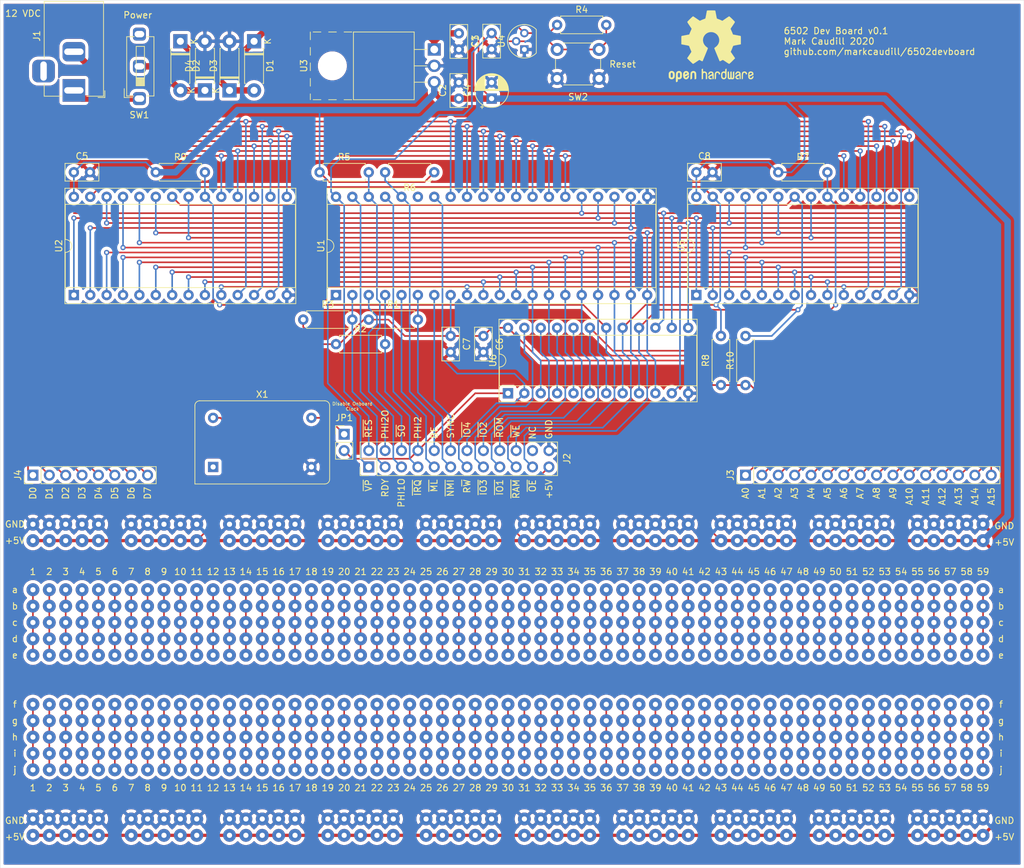
<source format=kicad_pcb>
(kicad_pcb (version 20171130) (host pcbnew 5.1.5+dfsg1-2build2)
  (title_block (title "6502 Dev Board") (date 2020-09-06) (rev 0.1) (company "Mark Caudill"))
  (layers (0 F.Cu signal) (31 B.Cu signal) (34 B.Paste user hide) (35 F.Paste user hide) (36 B.SilkS user) (37 F.SilkS user) (38 B.Mask user hide) (39 F.Mask user hide) (44 Edge.Cuts user))
  (net 0 "")
  (net 1 GND)
  (net 2 "Net-(C1-Pad1)")
  (net 3 +5V)
  (net 4 "Net-(D1-Pad2)")
  (net 5 "Net-(D2-Pad2)")
  (net 6 /~SO)
  (net 7 /BE)
  (net 8 /~OE)
  (net 9 /R~W)
  (net 10 /~WE)
  (net 11 /SYNC)
  (net 12 /~RAM)
  (net 13 /~NMI)
  (net 14 /~ROM)
  (net 15 /~ML)
  (net 16 /~IO1)
  (net 17 /~IRQ)
  (net 18 /~IO2)
  (net 19 /RDY)
  (net 20 /~IO3)
  (net 21 /~VP)
  (net 22 /~IO4)
  (net 23 /PHI2O)
  (net 24 /PHI1O)
  (net 25 /PHI2)
  (net 26 /A15)
  (net 27 /A14)
  (net 28 /A13)
  (net 29 /A12)
  (net 30 /A11)
  (net 31 /A10)
  (net 32 /A9)
  (net 33 /A8)
  (net 34 /A7)
  (net 35 /A6)
  (net 36 /A5)
  (net 37 /A4)
  (net 38 /A3)
  (net 39 /A2)
  (net 40 /A1)
  (net 41 /A0)
  (net 42 /D7)
  (net 43 /D6)
  (net 44 /D5)
  (net 45 /D4)
  (net 46 /D3)
  (net 47 /D2)
  (net 48 /D1)
  (net 49 /D0)
  (net 50 "Net-(JP1-Pad1)")
  (net 51 "Net-(U1-Pad35)")
  (net 52 "Net-(X1-Pad1)")
  (net 53 /~RES)
  (net 54 "Net-(J2-Pad22)")
  (net 55 "Net-(J1-Pad1)")
  (module Symbol:OSHW-Logo2_14.6x12mm_SilkScreen (layer F.Cu) (at 169.926 32.512)
    (fp_text reference REF** hide)
    (fp_text value OSHW-Logo2_14.6x12mm_SilkScreen hide)
  )
  (module Resistor_THT:R_Axial_DIN0207_L6.3mm_D2.5mm_P7.62mm_Horizontal (layer F.Cu) (at 127 52.07 180)
    (fp_text reference R6 (at 3.81 -2.37) (layer F.SilkS))
    (fp_text value 10k)
    (pad 2 thru_hole oval (at 7.62 0 180) (size 1.6 1.6) (drill 0.8) (layers *.Cu *.Mask) (net 7 /BE))
    (pad 1 thru_hole circle (at 0 0 180) (size 1.6 1.6) (drill 0.8) (layers *.Cu *.Mask) (net 3 +5V))
  )
  (module "My Footprints:SW_DIP_SPDTx01_Slide_13x7mm_W710mm_P5mm_LowProfile" (layer F.Cu) (at 81.28 40.64 90)
    (fp_text reference SW1 (at -2.54 0 180) (layer F.SilkS))
    (fp_text value Power)
    (pad 3 thru_hole roundrect (at 10 0 90) (size 2 2) (drill oval 1 1.5) (layers *.Cu *.Mask))
    (pad 2 thru_hole roundrect (at 5 0 90) (size 2 2) (drill oval 1 1.5) (layers *.Cu *.Mask) (net 4 "Net-(D1-Pad2)"))
    (pad 1 thru_hole roundrect (at 0 0 90) (size 2 2) (drill oval 1 1.5) (layers *.Cu *.Mask) (net 55 "Net-(J1-Pad1)"))
  )
  (module Resistor_THT:R_Axial_DIN0207_L6.3mm_D2.5mm_P7.62mm_Horizontal (layer F.Cu) (at 171.45 85.09 90)
    (fp_text reference R8 (at 3.81 -2.37 90) (layer F.SilkS))
    (fp_text value 10k)
    (pad 2 thru_hole oval (at 7.62 0 90) (size 1.6 1.6) (drill 0.8) (layers *.Cu *.Mask) (net 10 /~WE))
    (pad 1 thru_hole circle (at 0 0 90) (size 1.6 1.6) (drill 0.8) (layers *.Cu *.Mask) (net 3 +5V))
  )
  (module Resistor_THT:R_Axial_DIN0207_L6.3mm_D2.5mm_P7.62mm_Horizontal (layer F.Cu) (at 180.34 52.07)
    (fp_text reference R7 (at 3.81 -2.37) (layer F.SilkS))
    (fp_text value 10k)
    (pad 2 thru_hole oval (at 7.62 0) (size 1.6 1.6) (drill 0.8) (layers *.Cu *.Mask) (net 14 /~ROM))
    (pad 1 thru_hole circle (at 0 0) (size 1.6 1.6) (drill 0.8) (layers *.Cu *.Mask) (net 3 +5V))
  )
  (module Connector_Wire:SolderWirePad_1x01_Drill0.8mm (layer F.Cu) (at 156.21 152.4)
    (fp_text reference REF** hide)
    (fp_text value SolderWirePad_1x01_Drill0.8mm hide)
    (pad 1 thru_hole circle (at 0 0) (size 1.99898 1.99898) (drill 0.8001) (layers *.Cu *.Mask) (net 1 GND))
  )
  (module Connector_Wire:SolderWirePad_1x01_Drill0.8mm (layer F.Cu) (at 64.77 154.94)
    (fp_text reference REF** hide)
    (fp_text value SolderWirePad_1x01_Drill0.8mm hide)
    (pad 1 thru_hole circle (at 0 0) (size 1.99898 1.99898) (drill 0.8001) (layers *.Cu *.Mask) (net 3 +5V))
  )
  (module Connector_Wire:SolderWirePad_1x01_Drill0.8mm (layer F.Cu) (at 102.87 152.4)
    (fp_text reference REF** hide)
    (fp_text value SolderWirePad_1x01_Drill0.8mm hide)
    (pad 1 thru_hole circle (at 0 0) (size 1.99898 1.99898) (drill 0.8001) (layers *.Cu *.Mask) (net 1 GND))
  )
  (module Connector_Wire:SolderWirePad_1x01_Drill0.8mm (layer F.Cu) (at 204.47 152.4)
    (fp_text reference REF** hide)
    (fp_text value SolderWirePad_1x01_Drill0.8mm hide)
    (pad 1 thru_hole circle (at 0 0) (size 1.99898 1.99898) (drill 0.8001) (layers *.Cu *.Mask) (net 1 GND))
  )
  (module Connector_Wire:SolderWirePad_1x01_Drill0.8mm (layer F.Cu) (at 64.77 152.4)
    (fp_text reference REF** hide)
    (fp_text value SolderWirePad_1x01_Drill0.8mm hide)
    (pad 1 thru_hole circle (at 0 0) (size 1.99898 1.99898) (drill 0.8001) (layers *.Cu *.Mask) (net 1 GND))
  )
  (module Connector_Wire:SolderWirePad_1x01_Drill0.8mm (layer F.Cu) (at 143.51 152.4)
    (fp_text reference REF** hide)
    (fp_text value SolderWirePad_1x01_Drill0.8mm hide)
    (pad 1 thru_hole circle (at 0 0) (size 1.99898 1.99898) (drill 0.8001) (layers *.Cu *.Mask) (net 1 GND))
  )
  (module Connector_Wire:SolderWirePad_1x01_Drill0.8mm (layer F.Cu) (at 95.25 152.4)
    (fp_text reference REF** hide)
    (fp_text value SolderWirePad_1x01_Drill0.8mm hide)
    (pad 1 thru_hole circle (at 0 0) (size 1.99898 1.99898) (drill 0.8001) (layers *.Cu *.Mask) (net 1 GND))
  )
  (module Connector_Wire:SolderWirePad_1x01_Drill0.8mm (layer F.Cu) (at 181.61 154.94)
    (fp_text reference REF** hide)
    (fp_text value SolderWirePad_1x01_Drill0.8mm hide)
    (pad 1 thru_hole circle (at 0 0) (size 1.99898 1.99898) (drill 0.8001) (layers *.Cu *.Mask) (net 3 +5V))
  )
  (module Connector_Wire:SolderWirePad_1x01_Drill0.8mm (layer F.Cu) (at 161.29 154.94)
    (fp_text reference REF** hide)
    (fp_text value SolderWirePad_1x01_Drill0.8mm hide)
    (pad 1 thru_hole circle (at 0 0) (size 1.99898 1.99898) (drill 0.8001) (layers *.Cu *.Mask) (net 3 +5V))
  )
  (module Connector_Wire:SolderWirePad_1x01_Drill0.8mm (layer F.Cu) (at 97.79 152.4)
    (fp_text reference REF** hide)
    (fp_text value SolderWirePad_1x01_Drill0.8mm hide)
    (pad 1 thru_hole circle (at 0 0) (size 1.99898 1.99898) (drill 0.8001) (layers *.Cu *.Mask) (net 1 GND))
  )
  (module Connector_Wire:SolderWirePad_1x01_Drill0.8mm (layer F.Cu) (at 120.65 152.4)
    (fp_text reference REF** hide)
    (fp_text value SolderWirePad_1x01_Drill0.8mm hide)
    (pad 1 thru_hole circle (at 0 0) (size 1.99898 1.99898) (drill 0.8001) (layers *.Cu *.Mask) (net 1 GND))
  )
  (module Connector_Wire:SolderWirePad_1x01_Drill0.8mm (layer F.Cu) (at 161.29 152.4)
    (fp_text reference REF** hide)
    (fp_text value SolderWirePad_1x01_Drill0.8mm hide)
    (pad 1 thru_hole circle (at 0 0) (size 1.99898 1.99898) (drill 0.8001) (layers *.Cu *.Mask) (net 1 GND))
  )
  (module Connector_Wire:SolderWirePad_1x01_Drill0.8mm (layer F.Cu) (at 74.93 154.94)
    (fp_text reference REF** hide)
    (fp_text value SolderWirePad_1x01_Drill0.8mm hide)
    (pad 1 thru_hole circle (at 0 0) (size 1.99898 1.99898) (drill 0.8001) (layers *.Cu *.Mask) (net 3 +5V))
  )
  (module Connector_Wire:SolderWirePad_1x01_Drill0.8mm (layer F.Cu) (at 85.09 152.4)
    (fp_text reference REF** hide)
    (fp_text value SolderWirePad_1x01_Drill0.8mm hide)
    (pad 1 thru_hole circle (at 0 0) (size 1.99898 1.99898) (drill 0.8001) (layers *.Cu *.Mask) (net 1 GND))
  )
  (module Connector_Wire:SolderWirePad_1x01_Drill0.8mm (layer F.Cu) (at 80.01 152.4)
    (fp_text reference REF** hide)
    (fp_text value SolderWirePad_1x01_Drill0.8mm hide)
    (pad 1 thru_hole circle (at 0 0) (size 1.99898 1.99898) (drill 0.8001) (layers *.Cu *.Mask) (net 1 GND))
  )
  (module Connector_Wire:SolderWirePad_1x01_Drill0.8mm (layer F.Cu) (at 72.39 152.4)
    (fp_text reference REF** hide)
    (fp_text value SolderWirePad_1x01_Drill0.8mm hide)
    (pad 1 thru_hole circle (at 0 0) (size 1.99898 1.99898) (drill 0.8001) (layers *.Cu *.Mask) (net 1 GND))
  )
  (module Connector_Wire:SolderWirePad_1x01_Drill0.8mm (layer F.Cu) (at 128.27 154.94)
    (fp_text reference REF** hide)
    (fp_text value SolderWirePad_1x01_Drill0.8mm hide)
    (pad 1 thru_hole circle (at 0 0) (size 1.99898 1.99898) (drill 0.8001) (layers *.Cu *.Mask) (net 3 +5V))
  )
  (module Connector_Wire:SolderWirePad_1x01_Drill0.8mm (layer F.Cu) (at 135.89 154.94)
    (fp_text reference REF** hide)
    (fp_text value SolderWirePad_1x01_Drill0.8mm hide)
    (pad 1 thru_hole circle (at 0 0) (size 1.99898 1.99898) (drill 0.8001) (layers *.Cu *.Mask) (net 3 +5V))
  )
  (module Connector_Wire:SolderWirePad_1x01_Drill0.8mm (layer F.Cu) (at 85.09 154.94)
    (fp_text reference REF** hide)
    (fp_text value SolderWirePad_1x01_Drill0.8mm hide)
    (pad 1 thru_hole circle (at 0 0) (size 1.99898 1.99898) (drill 0.8001) (layers *.Cu *.Mask) (net 3 +5V))
  )
  (module Connector_Wire:SolderWirePad_1x01_Drill0.8mm (layer F.Cu) (at 80.01 154.94)
    (fp_text reference REF** hide)
    (fp_text value SolderWirePad_1x01_Drill0.8mm hide)
    (pad 1 thru_hole circle (at 0 0) (size 1.99898 1.99898) (drill 0.8001) (layers *.Cu *.Mask) (net 3 +5V))
  )
  (module Connector_Wire:SolderWirePad_1x01_Drill0.8mm (layer F.Cu) (at 201.93 152.4)
    (fp_text reference REF** hide)
    (fp_text value SolderWirePad_1x01_Drill0.8mm hide)
    (pad 1 thru_hole circle (at 0 0) (size 1.99898 1.99898) (drill 0.8001) (layers *.Cu *.Mask) (net 1 GND))
  )
  (module Connector_Wire:SolderWirePad_1x01_Drill0.8mm (layer F.Cu) (at 133.35 154.94)
    (fp_text reference REF** hide)
    (fp_text value SolderWirePad_1x01_Drill0.8mm hide)
    (pad 1 thru_hole circle (at 0 0) (size 1.99898 1.99898) (drill 0.8001) (layers *.Cu *.Mask) (net 3 +5V))
  )
  (module Connector_Wire:SolderWirePad_1x01_Drill0.8mm (layer F.Cu) (at 100.33 154.94)
    (fp_text reference REF** hide)
    (fp_text value SolderWirePad_1x01_Drill0.8mm hide)
    (pad 1 thru_hole circle (at 0 0) (size 1.99898 1.99898) (drill 0.8001) (layers *.Cu *.Mask) (net 3 +5V))
  )
  (module Connector_Wire:SolderWirePad_1x01_Drill0.8mm (layer F.Cu) (at 140.97 154.94)
    (fp_text reference REF** hide)
    (fp_text value SolderWirePad_1x01_Drill0.8mm hide)
    (pad 1 thru_hole circle (at 0 0) (size 1.99898 1.99898) (drill 0.8001) (layers *.Cu *.Mask) (net 3 +5V))
  )
  (module Connector_Wire:SolderWirePad_1x01_Drill0.8mm (layer F.Cu) (at 97.79 154.94)
    (fp_text reference REF** hide)
    (fp_text value SolderWirePad_1x01_Drill0.8mm hide)
    (pad 1 thru_hole circle (at 0 0) (size 1.99898 1.99898) (drill 0.8001) (layers *.Cu *.Mask) (net 3 +5V))
  )
  (module Connector_Wire:SolderWirePad_1x01_Drill0.8mm (layer F.Cu) (at 82.55 154.94)
    (fp_text reference REF** hide)
    (fp_text value SolderWirePad_1x01_Drill0.8mm hide)
    (pad 1 thru_hole circle (at 0 0) (size 1.99898 1.99898) (drill 0.8001) (layers *.Cu *.Mask) (net 3 +5V))
  )
  (module Connector_Wire:SolderWirePad_1x01_Drill0.8mm (layer F.Cu) (at 125.73 154.94)
    (fp_text reference REF** hide)
    (fp_text value SolderWirePad_1x01_Drill0.8mm hide)
    (pad 1 thru_hole circle (at 0 0) (size 1.99898 1.99898) (drill 0.8001) (layers *.Cu *.Mask) (net 3 +5V))
  )
  (module Connector_Wire:SolderWirePad_1x01_Drill0.8mm (layer F.Cu) (at 158.75 154.94)
    (fp_text reference REF** hide)
    (fp_text value SolderWirePad_1x01_Drill0.8mm hide)
    (pad 1 thru_hole circle (at 0 0) (size 1.99898 1.99898) (drill 0.8001) (layers *.Cu *.Mask) (net 3 +5V))
  )
  (module Connector_Wire:SolderWirePad_1x01_Drill0.8mm (layer F.Cu) (at 74.93 152.4)
    (fp_text reference REF** hide)
    (fp_text value SolderWirePad_1x01_Drill0.8mm hide)
    (pad 1 thru_hole circle (at 0 0) (size 1.99898 1.99898) (drill 0.8001) (layers *.Cu *.Mask) (net 1 GND))
  )
  (module Connector_Wire:SolderWirePad_1x01_Drill0.8mm (layer F.Cu) (at 194.31 154.94)
    (fp_text reference REF** hide)
    (fp_text value SolderWirePad_1x01_Drill0.8mm hide)
    (pad 1 thru_hole circle (at 0 0) (size 1.99898 1.99898) (drill 0.8001) (layers *.Cu *.Mask) (net 3 +5V))
  )
  (module Connector_Wire:SolderWirePad_1x01_Drill0.8mm (layer F.Cu) (at 90.17 154.94)
    (fp_text reference REF** hide)
    (fp_text value SolderWirePad_1x01_Drill0.8mm hide)
    (pad 1 thru_hole circle (at 0 0) (size 1.99898 1.99898) (drill 0.8001) (layers *.Cu *.Mask) (net 3 +5V))
  )
  (module Connector_Wire:SolderWirePad_1x01_Drill0.8mm (layer F.Cu) (at 201.93 154.94)
    (fp_text reference REF** hide)
    (fp_text value SolderWirePad_1x01_Drill0.8mm hide)
    (pad 1 thru_hole circle (at 0 0) (size 1.99898 1.99898) (drill 0.8001) (layers *.Cu *.Mask) (net 3 +5V))
  )
  (module Connector_Wire:SolderWirePad_1x01_Drill0.8mm (layer F.Cu) (at 191.77 154.94)
    (fp_text reference REF** hide)
    (fp_text value SolderWirePad_1x01_Drill0.8mm hide)
    (pad 1 thru_hole circle (at 0 0) (size 1.99898 1.99898) (drill 0.8001) (layers *.Cu *.Mask) (net 3 +5V))
  )
  (module Connector_Wire:SolderWirePad_1x01_Drill0.8mm (layer F.Cu) (at 148.59 154.94)
    (fp_text reference REF** hide)
    (fp_text value SolderWirePad_1x01_Drill0.8mm hide)
    (pad 1 thru_hole circle (at 0 0) (size 1.99898 1.99898) (drill 0.8001) (layers *.Cu *.Mask) (net 3 +5V))
  )
  (module Connector_Wire:SolderWirePad_1x01_Drill0.8mm (layer F.Cu) (at 135.89 152.4)
    (fp_text reference REF** hide)
    (fp_text value SolderWirePad_1x01_Drill0.8mm hide)
    (pad 1 thru_hole circle (at 0 0) (size 1.99898 1.99898) (drill 0.8001) (layers *.Cu *.Mask) (net 1 GND))
  )
  (module Connector_Wire:SolderWirePad_1x01_Drill0.8mm (layer F.Cu) (at 69.85 154.94)
    (fp_text reference REF** hide)
    (fp_text value SolderWirePad_1x01_Drill0.8mm hide)
    (pad 1 thru_hole circle (at 0 0) (size 1.99898 1.99898) (drill 0.8001) (layers *.Cu *.Mask) (net 3 +5V))
  )
  (module Connector_Wire:SolderWirePad_1x01_Drill0.8mm (layer F.Cu) (at 209.55 152.4)
    (fp_text reference REF** hide)
    (fp_text value SolderWirePad_1x01_Drill0.8mm hide)
    (pad 1 thru_hole circle (at 0 0) (size 1.99898 1.99898) (drill 0.8001) (layers *.Cu *.Mask) (net 1 GND))
  )
  (module Connector_Wire:SolderWirePad_1x01_Drill0.8mm (layer F.Cu) (at 118.11 152.4)
    (fp_text reference REF** hide)
    (fp_text value SolderWirePad_1x01_Drill0.8mm hide)
    (pad 1 thru_hole circle (at 0 0) (size 1.99898 1.99898) (drill 0.8001) (layers *.Cu *.Mask) (net 1 GND))
  )
  (module Connector_Wire:SolderWirePad_1x01_Drill0.8mm (layer F.Cu) (at 133.35 152.4)
    (fp_text reference REF** hide)
    (fp_text value SolderWirePad_1x01_Drill0.8mm hide)
    (pad 1 thru_hole circle (at 0 0) (size 1.99898 1.99898) (drill 0.8001) (layers *.Cu *.Mask) (net 1 GND))
  )
  (module Connector_Wire:SolderWirePad_1x01_Drill0.8mm (layer F.Cu) (at 148.59 152.4)
    (fp_text reference REF** hide)
    (fp_text value SolderWirePad_1x01_Drill0.8mm hide)
    (pad 1 thru_hole circle (at 0 0) (size 1.99898 1.99898) (drill 0.8001) (layers *.Cu *.Mask) (net 1 GND))
  )
  (module Connector_Wire:SolderWirePad_1x01_Drill0.8mm (layer F.Cu) (at 90.17 152.4)
    (fp_text reference REF** hide)
    (fp_text value SolderWirePad_1x01_Drill0.8mm hide)
    (pad 1 thru_hole circle (at 0 0) (size 1.99898 1.99898) (drill 0.8001) (layers *.Cu *.Mask) (net 1 GND))
  )
  (module Connector_Wire:SolderWirePad_1x01_Drill0.8mm (layer F.Cu) (at 82.55 152.4)
    (fp_text reference REF** hide)
    (fp_text value SolderWirePad_1x01_Drill0.8mm hide)
    (pad 1 thru_hole circle (at 0 0) (size 1.99898 1.99898) (drill 0.8001) (layers *.Cu *.Mask) (net 1 GND))
  )
  (module Connector_Wire:SolderWirePad_1x01_Drill0.8mm (layer F.Cu) (at 128.27 152.4)
    (fp_text reference REF** hide)
    (fp_text value SolderWirePad_1x01_Drill0.8mm hide)
    (pad 1 thru_hole circle (at 0 0) (size 1.99898 1.99898) (drill 0.8001) (layers *.Cu *.Mask) (net 1 GND))
  )
  (module Connector_Wire:SolderWirePad_1x01_Drill0.8mm (layer F.Cu) (at 196.85 152.4)
    (fp_text reference REF** hide)
    (fp_text value SolderWirePad_1x01_Drill0.8mm hide)
    (pad 1 thru_hole circle (at 0 0) (size 1.99898 1.99898) (drill 0.8001) (layers *.Cu *.Mask) (net 1 GND))
  )
  (module Connector_Wire:SolderWirePad_1x01_Drill0.8mm (layer F.Cu) (at 158.75 152.4)
    (fp_text reference REF** hide)
    (fp_text value SolderWirePad_1x01_Drill0.8mm hide)
    (pad 1 thru_hole circle (at 0 0) (size 1.99898 1.99898) (drill 0.8001) (layers *.Cu *.Mask) (net 1 GND))
  )
  (module Connector_Wire:SolderWirePad_1x01_Drill0.8mm (layer F.Cu) (at 207.01 154.94)
    (fp_text reference REF** hide)
    (fp_text value SolderWirePad_1x01_Drill0.8mm hide)
    (pad 1 thru_hole circle (at 0 0) (size 1.99898 1.99898) (drill 0.8001) (layers *.Cu *.Mask) (net 3 +5V))
  )
  (module Connector_Wire:SolderWirePad_1x01_Drill0.8mm (layer F.Cu) (at 171.45 154.94)
    (fp_text reference REF** hide)
    (fp_text value SolderWirePad_1x01_Drill0.8mm hide)
    (pad 1 thru_hole circle (at 0 0) (size 1.99898 1.99898) (drill 0.8001) (layers *.Cu *.Mask) (net 3 +5V))
  )
  (module Connector_Wire:SolderWirePad_1x01_Drill0.8mm (layer F.Cu) (at 151.13 152.4)
    (fp_text reference REF** hide)
    (fp_text value SolderWirePad_1x01_Drill0.8mm hide)
    (pad 1 thru_hole circle (at 0 0) (size 1.99898 1.99898) (drill 0.8001) (layers *.Cu *.Mask) (net 1 GND))
  )
  (module Connector_Wire:SolderWirePad_1x01_Drill0.8mm (layer F.Cu) (at 186.69 152.4)
    (fp_text reference REF** hide)
    (fp_text value SolderWirePad_1x01_Drill0.8mm hide)
    (pad 1 thru_hole circle (at 0 0) (size 1.99898 1.99898) (drill 0.8001) (layers *.Cu *.Mask) (net 1 GND))
  )
  (module Connector_Wire:SolderWirePad_1x01_Drill0.8mm (layer F.Cu) (at 176.53 152.4)
    (fp_text reference REF** hide)
    (fp_text value SolderWirePad_1x01_Drill0.8mm hide)
    (pad 1 thru_hole circle (at 0 0) (size 1.99898 1.99898) (drill 0.8001) (layers *.Cu *.Mask) (net 1 GND))
  )
  (module Connector_Wire:SolderWirePad_1x01_Drill0.8mm (layer F.Cu) (at 118.11 154.94)
    (fp_text reference REF** hide)
    (fp_text value SolderWirePad_1x01_Drill0.8mm hide)
    (pad 1 thru_hole circle (at 0 0) (size 1.99898 1.99898) (drill 0.8001) (layers *.Cu *.Mask) (net 3 +5V))
  )
  (module Connector_Wire:SolderWirePad_1x01_Drill0.8mm (layer F.Cu) (at 181.61 152.4)
    (fp_text reference REF** hide)
    (fp_text value SolderWirePad_1x01_Drill0.8mm hide)
    (pad 1 thru_hole circle (at 0 0) (size 1.99898 1.99898) (drill 0.8001) (layers *.Cu *.Mask) (net 1 GND))
  )
  (module Connector_Wire:SolderWirePad_1x01_Drill0.8mm (layer F.Cu) (at 173.99 152.4)
    (fp_text reference REF** hide)
    (fp_text value SolderWirePad_1x01_Drill0.8mm hide)
    (pad 1 thru_hole circle (at 0 0) (size 1.99898 1.99898) (drill 0.8001) (layers *.Cu *.Mask) (net 1 GND))
  )
  (module Connector_Wire:SolderWirePad_1x01_Drill0.8mm (layer F.Cu) (at 110.49 152.4)
    (fp_text reference REF** hide)
    (fp_text value SolderWirePad_1x01_Drill0.8mm hide)
    (pad 1 thru_hole circle (at 0 0) (size 1.99898 1.99898) (drill 0.8001) (layers *.Cu *.Mask) (net 1 GND))
  )
  (module Connector_Wire:SolderWirePad_1x01_Drill0.8mm (layer F.Cu) (at 209.55 154.94)
    (fp_text reference REF** hide)
    (fp_text value SolderWirePad_1x01_Drill0.8mm hide)
    (pad 1 thru_hole circle (at 0 0) (size 1.99898 1.99898) (drill 0.8001) (layers *.Cu *.Mask) (net 3 +5V))
  )
  (module Connector_Wire:SolderWirePad_1x01_Drill0.8mm (layer F.Cu) (at 87.63 152.4)
    (fp_text reference REF** hide)
    (fp_text value SolderWirePad_1x01_Drill0.8mm hide)
    (pad 1 thru_hole circle (at 0 0) (size 1.99898 1.99898) (drill 0.8001) (layers *.Cu *.Mask) (net 1 GND))
  )
  (module Connector_Wire:SolderWirePad_1x01_Drill0.8mm (layer F.Cu) (at 212.09 154.94)
    (fp_text reference REF** hide)
    (fp_text value SolderWirePad_1x01_Drill0.8mm hide)
    (pad 1 thru_hole circle (at 0 0) (size 1.99898 1.99898) (drill 0.8001) (layers *.Cu *.Mask) (net 3 +5V))
  )
  (module Connector_Wire:SolderWirePad_1x01_Drill0.8mm (layer F.Cu) (at 194.31 152.4)
    (fp_text reference REF** hide)
    (fp_text value SolderWirePad_1x01_Drill0.8mm hide)
    (pad 1 thru_hole circle (at 0 0) (size 1.99898 1.99898) (drill 0.8001) (layers *.Cu *.Mask) (net 1 GND))
  )
  (module Connector_Wire:SolderWirePad_1x01_Drill0.8mm (layer F.Cu) (at 189.23 154.94)
    (fp_text reference REF** hide)
    (fp_text value SolderWirePad_1x01_Drill0.8mm hide)
    (pad 1 thru_hole circle (at 0 0) (size 1.99898 1.99898) (drill 0.8001) (layers *.Cu *.Mask) (net 3 +5V))
  )
  (module Connector_Wire:SolderWirePad_1x01_Drill0.8mm (layer F.Cu) (at 156.21 154.94)
    (fp_text reference REF** hide)
    (fp_text value SolderWirePad_1x01_Drill0.8mm hide)
    (pad 1 thru_hole circle (at 0 0) (size 1.99898 1.99898) (drill 0.8001) (layers *.Cu *.Mask) (net 3 +5V))
  )
  (module Connector_Wire:SolderWirePad_1x01_Drill0.8mm (layer F.Cu) (at 102.87 154.94)
    (fp_text reference REF** hide)
    (fp_text value SolderWirePad_1x01_Drill0.8mm hide)
    (pad 1 thru_hole circle (at 0 0) (size 1.99898 1.99898) (drill 0.8001) (layers *.Cu *.Mask) (net 3 +5V))
  )
  (module Connector_Wire:SolderWirePad_1x01_Drill0.8mm (layer F.Cu) (at 105.41 152.4)
    (fp_text reference REF** hide)
    (fp_text value SolderWirePad_1x01_Drill0.8mm hide)
    (pad 1 thru_hole circle (at 0 0) (size 1.99898 1.99898) (drill 0.8001) (layers *.Cu *.Mask) (net 1 GND))
  )
  (module Connector_Wire:SolderWirePad_1x01_Drill0.8mm (layer F.Cu) (at 207.01 152.4)
    (fp_text reference REF** hide)
    (fp_text value SolderWirePad_1x01_Drill0.8mm hide)
    (pad 1 thru_hole circle (at 0 0) (size 1.99898 1.99898) (drill 0.8001) (layers *.Cu *.Mask) (net 1 GND))
  )
  (module Connector_Wire:SolderWirePad_1x01_Drill0.8mm (layer F.Cu) (at 171.45 152.4)
    (fp_text reference REF** hide)
    (fp_text value SolderWirePad_1x01_Drill0.8mm hide)
    (pad 1 thru_hole circle (at 0 0) (size 1.99898 1.99898) (drill 0.8001) (layers *.Cu *.Mask) (net 1 GND))
  )
  (module Connector_Wire:SolderWirePad_1x01_Drill0.8mm (layer F.Cu) (at 130.81 152.4)
    (fp_text reference REF** hide)
    (fp_text value SolderWirePad_1x01_Drill0.8mm hide)
    (pad 1 thru_hole circle (at 0 0) (size 1.99898 1.99898) (drill 0.8001) (layers *.Cu *.Mask) (net 1 GND))
  )
  (module Connector_Wire:SolderWirePad_1x01_Drill0.8mm (layer F.Cu) (at 115.57 154.94)
    (fp_text reference REF** hide)
    (fp_text value SolderWirePad_1x01_Drill0.8mm hide)
    (pad 1 thru_hole circle (at 0 0) (size 1.99898 1.99898) (drill 0.8001) (layers *.Cu *.Mask) (net 3 +5V))
  )
  (module Connector_Wire:SolderWirePad_1x01_Drill0.8mm (layer F.Cu) (at 113.03 152.4)
    (fp_text reference REF** hide)
    (fp_text value SolderWirePad_1x01_Drill0.8mm hide)
    (pad 1 thru_hole circle (at 0 0) (size 1.99898 1.99898) (drill 0.8001) (layers *.Cu *.Mask) (net 1 GND))
  )
  (module Connector_Wire:SolderWirePad_1x01_Drill0.8mm (layer F.Cu) (at 87.63 154.94)
    (fp_text reference REF** hide)
    (fp_text value SolderWirePad_1x01_Drill0.8mm hide)
    (pad 1 thru_hole circle (at 0 0) (size 1.99898 1.99898) (drill 0.8001) (layers *.Cu *.Mask) (net 3 +5V))
  )
  (module Connector_Wire:SolderWirePad_1x01_Drill0.8mm (layer F.Cu) (at 100.33 152.4)
    (fp_text reference REF** hide)
    (fp_text value SolderWirePad_1x01_Drill0.8mm hide)
    (pad 1 thru_hole circle (at 0 0) (size 1.99898 1.99898) (drill 0.8001) (layers *.Cu *.Mask) (net 1 GND))
  )
  (module Connector_Wire:SolderWirePad_1x01_Drill0.8mm (layer F.Cu) (at 163.83 154.94)
    (fp_text reference REF** hide)
    (fp_text value SolderWirePad_1x01_Drill0.8mm hide)
    (pad 1 thru_hole circle (at 0 0) (size 1.99898 1.99898) (drill 0.8001) (layers *.Cu *.Mask) (net 3 +5V))
  )
  (module Connector_Wire:SolderWirePad_1x01_Drill0.8mm (layer F.Cu) (at 151.13 154.94)
    (fp_text reference REF** hide)
    (fp_text value SolderWirePad_1x01_Drill0.8mm hide)
    (pad 1 thru_hole circle (at 0 0) (size 1.99898 1.99898) (drill 0.8001) (layers *.Cu *.Mask) (net 3 +5V))
  )
  (module Connector_Wire:SolderWirePad_1x01_Drill0.8mm (layer F.Cu) (at 196.85 154.94)
    (fp_text reference REF** hide)
    (fp_text value SolderWirePad_1x01_Drill0.8mm hide)
    (pad 1 thru_hole circle (at 0 0) (size 1.99898 1.99898) (drill 0.8001) (layers *.Cu *.Mask) (net 3 +5V))
  )
  (module Connector_Wire:SolderWirePad_1x01_Drill0.8mm (layer F.Cu) (at 189.23 152.4)
    (fp_text reference REF** hide)
    (fp_text value SolderWirePad_1x01_Drill0.8mm hide)
    (pad 1 thru_hole circle (at 0 0) (size 1.99898 1.99898) (drill 0.8001) (layers *.Cu *.Mask) (net 1 GND))
  )
  (module Connector_Wire:SolderWirePad_1x01_Drill0.8mm (layer F.Cu) (at 67.31 152.4)
    (fp_text reference REF** hide)
    (fp_text value SolderWirePad_1x01_Drill0.8mm hide)
    (pad 1 thru_hole circle (at 0 0) (size 1.99898 1.99898) (drill 0.8001) (layers *.Cu *.Mask) (net 1 GND))
  )
  (module Connector_Wire:SolderWirePad_1x01_Drill0.8mm (layer F.Cu) (at 166.37 154.94)
    (fp_text reference REF** hide)
    (fp_text value SolderWirePad_1x01_Drill0.8mm hide)
    (pad 1 thru_hole circle (at 0 0) (size 1.99898 1.99898) (drill 0.8001) (layers *.Cu *.Mask) (net 3 +5V))
  )
  (module Connector_Wire:SolderWirePad_1x01_Drill0.8mm (layer F.Cu) (at 186.69 154.94)
    (fp_text reference REF** hide)
    (fp_text value SolderWirePad_1x01_Drill0.8mm hide)
    (pad 1 thru_hole circle (at 0 0) (size 1.99898 1.99898) (drill 0.8001) (layers *.Cu *.Mask) (net 3 +5V))
  )
  (module Connector_Wire:SolderWirePad_1x01_Drill0.8mm (layer F.Cu) (at 95.25 154.94)
    (fp_text reference REF** hide)
    (fp_text value SolderWirePad_1x01_Drill0.8mm hide)
    (pad 1 thru_hole circle (at 0 0) (size 1.99898 1.99898) (drill 0.8001) (layers *.Cu *.Mask) (net 3 +5V))
  )
  (module Connector_Wire:SolderWirePad_1x01_Drill0.8mm (layer F.Cu) (at 120.65 154.94)
    (fp_text reference REF** hide)
    (fp_text value SolderWirePad_1x01_Drill0.8mm hide)
    (pad 1 thru_hole circle (at 0 0) (size 1.99898 1.99898) (drill 0.8001) (layers *.Cu *.Mask) (net 3 +5V))
  )
  (module Connector_Wire:SolderWirePad_1x01_Drill0.8mm (layer F.Cu) (at 113.03 154.94)
    (fp_text reference REF** hide)
    (fp_text value SolderWirePad_1x01_Drill0.8mm hide)
    (pad 1 thru_hole circle (at 0 0) (size 1.99898 1.99898) (drill 0.8001) (layers *.Cu *.Mask) (net 3 +5V))
  )
  (module Connector_Wire:SolderWirePad_1x01_Drill0.8mm (layer F.Cu) (at 176.53 154.94)
    (fp_text reference REF** hide)
    (fp_text value SolderWirePad_1x01_Drill0.8mm hide)
    (pad 1 thru_hole circle (at 0 0) (size 1.99898 1.99898) (drill 0.8001) (layers *.Cu *.Mask) (net 3 +5V))
  )
  (module Connector_Wire:SolderWirePad_1x01_Drill0.8mm (layer F.Cu) (at 67.31 154.94)
    (fp_text reference REF** hide)
    (fp_text value SolderWirePad_1x01_Drill0.8mm hide)
    (pad 1 thru_hole circle (at 0 0) (size 1.99898 1.99898) (drill 0.8001) (layers *.Cu *.Mask) (net 3 +5V))
  )
  (module Connector_Wire:SolderWirePad_1x01_Drill0.8mm (layer F.Cu) (at 69.85 152.4)
    (fp_text reference REF** hide)
    (fp_text value SolderWirePad_1x01_Drill0.8mm hide)
    (pad 1 thru_hole circle (at 0 0) (size 1.99898 1.99898) (drill 0.8001) (layers *.Cu *.Mask) (net 1 GND))
  )
  (module Connector_Wire:SolderWirePad_1x01_Drill0.8mm (layer F.Cu) (at 72.39 154.94)
    (fp_text reference REF** hide)
    (fp_text value SolderWirePad_1x01_Drill0.8mm hide)
    (pad 1 thru_hole circle (at 0 0) (size 1.99898 1.99898) (drill 0.8001) (layers *.Cu *.Mask) (net 3 +5V))
  )
  (module Connector_Wire:SolderWirePad_1x01_Drill0.8mm (layer F.Cu) (at 163.83 152.4)
    (fp_text reference REF** hide)
    (fp_text value SolderWirePad_1x01_Drill0.8mm hide)
    (pad 1 thru_hole circle (at 0 0) (size 1.99898 1.99898) (drill 0.8001) (layers *.Cu *.Mask) (net 1 GND))
  )
  (module Connector_Wire:SolderWirePad_1x01_Drill0.8mm (layer F.Cu) (at 110.49 154.94)
    (fp_text reference REF** hide)
    (fp_text value SolderWirePad_1x01_Drill0.8mm hide)
    (pad 1 thru_hole circle (at 0 0) (size 1.99898 1.99898) (drill 0.8001) (layers *.Cu *.Mask) (net 3 +5V))
  )
  (module Connector_Wire:SolderWirePad_1x01_Drill0.8mm (layer F.Cu) (at 166.37 152.4)
    (fp_text reference REF** hide)
    (fp_text value SolderWirePad_1x01_Drill0.8mm hide)
    (pad 1 thru_hole circle (at 0 0) (size 1.99898 1.99898) (drill 0.8001) (layers *.Cu *.Mask) (net 1 GND))
  )
  (module Connector_Wire:SolderWirePad_1x01_Drill0.8mm (layer F.Cu) (at 212.09 152.4)
    (fp_text reference REF** hide)
    (fp_text value SolderWirePad_1x01_Drill0.8mm hide)
    (pad 1 thru_hole circle (at 0 0) (size 1.99898 1.99898) (drill 0.8001) (layers *.Cu *.Mask) (net 1 GND))
  )
  (module Connector_Wire:SolderWirePad_1x01_Drill0.8mm (layer F.Cu) (at 146.05 154.94)
    (fp_text reference REF** hide)
    (fp_text value SolderWirePad_1x01_Drill0.8mm hide)
    (pad 1 thru_hole circle (at 0 0) (size 1.99898 1.99898) (drill 0.8001) (layers *.Cu *.Mask) (net 3 +5V))
  )
  (module Connector_Wire:SolderWirePad_1x01_Drill0.8mm (layer F.Cu) (at 146.05 152.4)
    (fp_text reference REF** hide)
    (fp_text value SolderWirePad_1x01_Drill0.8mm hide)
    (pad 1 thru_hole circle (at 0 0) (size 1.99898 1.99898) (drill 0.8001) (layers *.Cu *.Mask) (net 1 GND))
  )
  (module Connector_Wire:SolderWirePad_1x01_Drill0.8mm (layer F.Cu) (at 115.57 152.4)
    (fp_text reference REF** hide)
    (fp_text value SolderWirePad_1x01_Drill0.8mm hide)
    (pad 1 thru_hole circle (at 0 0) (size 1.99898 1.99898) (drill 0.8001) (layers *.Cu *.Mask) (net 1 GND))
  )
  (module Connector_Wire:SolderWirePad_1x01_Drill0.8mm (layer F.Cu) (at 173.99 154.94)
    (fp_text reference REF** hide)
    (fp_text value SolderWirePad_1x01_Drill0.8mm hide)
    (pad 1 thru_hole circle (at 0 0) (size 1.99898 1.99898) (drill 0.8001) (layers *.Cu *.Mask) (net 3 +5V))
  )
  (module Connector_Wire:SolderWirePad_1x01_Drill0.8mm (layer F.Cu) (at 143.51 154.94)
    (fp_text reference REF** hide)
    (fp_text value SolderWirePad_1x01_Drill0.8mm hide)
    (pad 1 thru_hole circle (at 0 0) (size 1.99898 1.99898) (drill 0.8001) (layers *.Cu *.Mask) (net 3 +5V))
  )
  (module Connector_Wire:SolderWirePad_1x01_Drill0.8mm (layer F.Cu) (at 125.73 152.4)
    (fp_text reference REF** hide)
    (fp_text value SolderWirePad_1x01_Drill0.8mm hide)
    (pad 1 thru_hole circle (at 0 0) (size 1.99898 1.99898) (drill 0.8001) (layers *.Cu *.Mask) (net 1 GND))
  )
  (module Connector_Wire:SolderWirePad_1x01_Drill0.8mm (layer F.Cu) (at 105.41 154.94)
    (fp_text reference REF** hide)
    (fp_text value SolderWirePad_1x01_Drill0.8mm hide)
    (pad 1 thru_hole circle (at 0 0) (size 1.99898 1.99898) (drill 0.8001) (layers *.Cu *.Mask) (net 3 +5V))
  )
  (module Connector_Wire:SolderWirePad_1x01_Drill0.8mm (layer F.Cu) (at 140.97 152.4)
    (fp_text reference REF** hide)
    (fp_text value SolderWirePad_1x01_Drill0.8mm hide)
    (pad 1 thru_hole circle (at 0 0) (size 1.99898 1.99898) (drill 0.8001) (layers *.Cu *.Mask) (net 1 GND))
  )
  (module Connector_Wire:SolderWirePad_1x01_Drill0.8mm (layer F.Cu) (at 179.07 154.94)
    (fp_text reference REF** hide)
    (fp_text value SolderWirePad_1x01_Drill0.8mm hide)
    (pad 1 thru_hole circle (at 0 0) (size 1.99898 1.99898) (drill 0.8001) (layers *.Cu *.Mask) (net 3 +5V))
  )
  (module Connector_Wire:SolderWirePad_1x01_Drill0.8mm (layer F.Cu) (at 191.77 152.4)
    (fp_text reference REF** hide)
    (fp_text value SolderWirePad_1x01_Drill0.8mm hide)
    (pad 1 thru_hole circle (at 0 0) (size 1.99898 1.99898) (drill 0.8001) (layers *.Cu *.Mask) (net 1 GND))
  )
  (module Connector_Wire:SolderWirePad_1x01_Drill0.8mm (layer F.Cu) (at 179.07 152.4)
    (fp_text reference REF** hide)
    (fp_text value SolderWirePad_1x01_Drill0.8mm hide)
    (pad 1 thru_hole circle (at 0 0) (size 1.99898 1.99898) (drill 0.8001) (layers *.Cu *.Mask) (net 1 GND))
  )
  (module Connector_Wire:SolderWirePad_1x01_Drill0.8mm (layer F.Cu) (at 204.47 154.94)
    (fp_text reference REF** hide)
    (fp_text value SolderWirePad_1x01_Drill0.8mm hide)
    (pad 1 thru_hole circle (at 0 0) (size 1.99898 1.99898) (drill 0.8001) (layers *.Cu *.Mask) (net 3 +5V))
  )
  (module Connector_Wire:SolderWirePad_1x01_Drill0.8mm (layer F.Cu) (at 130.81 154.94)
    (fp_text reference REF** hide)
    (fp_text value SolderWirePad_1x01_Drill0.8mm hide)
    (pad 1 thru_hole circle (at 0 0) (size 1.99898 1.99898) (drill 0.8001) (layers *.Cu *.Mask) (net 3 +5V))
  )
  (module Connector_Wire:SolderWirePad_1x01_Drill0.8mm (layer F.Cu) (at 138.43 134.62)
    (fp_text reference REF** hide)
    (fp_text value SolderWirePad_1x01_Drill0.8mm hide)
    (pad 1 thru_hole circle (at 0 0) (size 1.99898 1.99898) (drill 0.8001) (layers *.Cu *.Mask))
  )
  (module Connector_Wire:SolderWirePad_1x01_Drill0.8mm (layer F.Cu) (at 64.77 134.62)
    (fp_text reference REF** hide)
    (fp_text value SolderWirePad_1x01_Drill0.8mm hide)
    (pad 1 thru_hole circle (at 0 0) (size 1.99898 1.99898) (drill 0.8001) (layers *.Cu *.Mask))
  )
  (module Connector_Wire:SolderWirePad_1x01_Drill0.8mm (layer F.Cu) (at 77.47 134.62)
    (fp_text reference REF** hide)
    (fp_text value SolderWirePad_1x01_Drill0.8mm hide)
    (pad 1 thru_hole circle (at 0 0) (size 1.99898 1.99898) (drill 0.8001) (layers *.Cu *.Mask))
  )
  (module Connector_Wire:SolderWirePad_1x01_Drill0.8mm (layer F.Cu) (at 110.49 134.62)
    (fp_text reference REF** hide)
    (fp_text value SolderWirePad_1x01_Drill0.8mm hide)
    (pad 1 thru_hole circle (at 0 0) (size 1.99898 1.99898) (drill 0.8001) (layers *.Cu *.Mask))
  )
  (module Connector_Wire:SolderWirePad_1x01_Drill0.8mm (layer F.Cu) (at 105.41 137.16)
    (fp_text reference REF** hide)
    (fp_text value SolderWirePad_1x01_Drill0.8mm hide)
    (pad 1 thru_hole circle (at 0 0) (size 1.99898 1.99898) (drill 0.8001) (layers *.Cu *.Mask))
  )
  (module Connector_Wire:SolderWirePad_1x01_Drill0.8mm (layer F.Cu) (at 95.25 139.7)
    (fp_text reference REF** hide)
    (fp_text value SolderWirePad_1x01_Drill0.8mm hide)
    (pad 1 thru_hole circle (at 0 0) (size 1.99898 1.99898) (drill 0.8001) (layers *.Cu *.Mask))
  )
  (module Connector_Wire:SolderWirePad_1x01_Drill0.8mm (layer F.Cu) (at 97.79 139.7)
    (fp_text reference REF** hide)
    (fp_text value SolderWirePad_1x01_Drill0.8mm hide)
    (pad 1 thru_hole circle (at 0 0) (size 1.99898 1.99898) (drill 0.8001) (layers *.Cu *.Mask))
  )
  (module Connector_Wire:SolderWirePad_1x01_Drill0.8mm (layer F.Cu) (at 166.37 144.78)
    (fp_text reference REF** hide)
    (fp_text value SolderWirePad_1x01_Drill0.8mm hide)
    (pad 1 thru_hole circle (at 0 0) (size 1.99898 1.99898) (drill 0.8001) (layers *.Cu *.Mask))
  )
  (module Connector_Wire:SolderWirePad_1x01_Drill0.8mm (layer F.Cu) (at 168.91 134.62)
    (fp_text reference REF** hide)
    (fp_text value SolderWirePad_1x01_Drill0.8mm hide)
    (pad 1 thru_hole circle (at 0 0) (size 1.99898 1.99898) (drill 0.8001) (layers *.Cu *.Mask))
  )
  (module Connector_Wire:SolderWirePad_1x01_Drill0.8mm (layer F.Cu) (at 201.93 139.7)
    (fp_text reference REF** hide)
    (fp_text value SolderWirePad_1x01_Drill0.8mm hide)
    (pad 1 thru_hole circle (at 0 0) (size 1.99898 1.99898) (drill 0.8001) (layers *.Cu *.Mask))
  )
  (module Connector_Wire:SolderWirePad_1x01_Drill0.8mm (layer F.Cu) (at 140.97 139.7)
    (fp_text reference REF** hide)
    (fp_text value SolderWirePad_1x01_Drill0.8mm hide)
    (pad 1 thru_hole circle (at 0 0) (size 1.99898 1.99898) (drill 0.8001) (layers *.Cu *.Mask))
  )
  (module Connector_Wire:SolderWirePad_1x01_Drill0.8mm (layer F.Cu) (at 123.19 134.62)
    (fp_text reference REF** hide)
    (fp_text value SolderWirePad_1x01_Drill0.8mm hide)
    (pad 1 thru_hole circle (at 0 0) (size 1.99898 1.99898) (drill 0.8001) (layers *.Cu *.Mask))
  )
  (module Connector_Wire:SolderWirePad_1x01_Drill0.8mm (layer F.Cu) (at 110.49 144.78)
    (fp_text reference REF** hide)
    (fp_text value SolderWirePad_1x01_Drill0.8mm hide)
    (pad 1 thru_hole circle (at 0 0) (size 1.99898 1.99898) (drill 0.8001) (layers *.Cu *.Mask))
  )
  (module Connector_Wire:SolderWirePad_1x01_Drill0.8mm (layer F.Cu) (at 102.87 144.78)
    (fp_text reference REF** hide)
    (fp_text value SolderWirePad_1x01_Drill0.8mm hide)
    (pad 1 thru_hole circle (at 0 0) (size 1.99898 1.99898) (drill 0.8001) (layers *.Cu *.Mask))
  )
  (module Connector_Wire:SolderWirePad_1x01_Drill0.8mm (layer F.Cu) (at 92.71 139.7)
    (fp_text reference REF** hide)
    (fp_text value SolderWirePad_1x01_Drill0.8mm hide)
    (pad 1 thru_hole circle (at 0 0) (size 1.99898 1.99898) (drill 0.8001) (layers *.Cu *.Mask))
  )
  (module Connector_Wire:SolderWirePad_1x01_Drill0.8mm (layer F.Cu) (at 151.13 137.16)
    (fp_text reference REF** hide)
    (fp_text value SolderWirePad_1x01_Drill0.8mm hide)
    (pad 1 thru_hole circle (at 0 0) (size 1.99898 1.99898) (drill 0.8001) (layers *.Cu *.Mask))
  )
  (module Connector_Wire:SolderWirePad_1x01_Drill0.8mm (layer F.Cu) (at 74.93 139.7)
    (fp_text reference REF** hide)
    (fp_text value SolderWirePad_1x01_Drill0.8mm hide)
    (pad 1 thru_hole circle (at 0 0) (size 1.99898 1.99898) (drill 0.8001) (layers *.Cu *.Mask))
  )
  (module Connector_Wire:SolderWirePad_1x01_Drill0.8mm (layer F.Cu) (at 100.33 137.16)
    (fp_text reference REF** hide)
    (fp_text value SolderWirePad_1x01_Drill0.8mm hide)
    (pad 1 thru_hole circle (at 0 0) (size 1.99898 1.99898) (drill 0.8001) (layers *.Cu *.Mask))
  )
  (module Connector_Wire:SolderWirePad_1x01_Drill0.8mm (layer F.Cu) (at 113.03 137.16)
    (fp_text reference REF** hide)
    (fp_text value SolderWirePad_1x01_Drill0.8mm hide)
    (pad 1 thru_hole circle (at 0 0) (size 1.99898 1.99898) (drill 0.8001) (layers *.Cu *.Mask))
  )
  (module Connector_Wire:SolderWirePad_1x01_Drill0.8mm (layer F.Cu) (at 135.89 137.16)
    (fp_text reference REF** hide)
    (fp_text value SolderWirePad_1x01_Drill0.8mm hide)
    (pad 1 thru_hole circle (at 0 0) (size 1.99898 1.99898) (drill 0.8001) (layers *.Cu *.Mask))
  )
  (module Connector_Wire:SolderWirePad_1x01_Drill0.8mm (layer F.Cu) (at 133.35 142.24)
    (fp_text reference REF** hide)
    (fp_text value SolderWirePad_1x01_Drill0.8mm hide)
    (pad 1 thru_hole circle (at 0 0) (size 1.99898 1.99898) (drill 0.8001) (layers *.Cu *.Mask))
  )
  (module Connector_Wire:SolderWirePad_1x01_Drill0.8mm (layer F.Cu) (at 125.73 134.62)
    (fp_text reference REF** hide)
    (fp_text value SolderWirePad_1x01_Drill0.8mm hide)
    (pad 1 thru_hole circle (at 0 0) (size 1.99898 1.99898) (drill 0.8001) (layers *.Cu *.Mask))
  )
  (module Connector_Wire:SolderWirePad_1x01_Drill0.8mm (layer F.Cu) (at 105.41 139.7)
    (fp_text reference REF** hide)
    (fp_text value SolderWirePad_1x01_Drill0.8mm hide)
    (pad 1 thru_hole circle (at 0 0) (size 1.99898 1.99898) (drill 0.8001) (layers *.Cu *.Mask))
  )
  (module Connector_Wire:SolderWirePad_1x01_Drill0.8mm (layer F.Cu) (at 85.09 134.62)
    (fp_text reference REF** hide)
    (fp_text value SolderWirePad_1x01_Drill0.8mm hide)
    (pad 1 thru_hole circle (at 0 0) (size 1.99898 1.99898) (drill 0.8001) (layers *.Cu *.Mask))
  )
  (module Connector_Wire:SolderWirePad_1x01_Drill0.8mm (layer F.Cu) (at 212.09 139.7)
    (fp_text reference REF** hide)
    (fp_text value SolderWirePad_1x01_Drill0.8mm hide)
    (pad 1 thru_hole circle (at 0 0) (size 1.99898 1.99898) (drill 0.8001) (layers *.Cu *.Mask))
  )
  (module Connector_Wire:SolderWirePad_1x01_Drill0.8mm (layer F.Cu) (at 130.81 134.62)
    (fp_text reference REF** hide)
    (fp_text value SolderWirePad_1x01_Drill0.8mm hide)
    (pad 1 thru_hole circle (at 0 0) (size 1.99898 1.99898) (drill 0.8001) (layers *.Cu *.Mask))
  )
  (module Connector_Wire:SolderWirePad_1x01_Drill0.8mm (layer F.Cu) (at 176.53 137.16)
    (fp_text reference REF** hide)
    (fp_text value SolderWirePad_1x01_Drill0.8mm hide)
    (pad 1 thru_hole circle (at 0 0) (size 1.99898 1.99898) (drill 0.8001) (layers *.Cu *.Mask))
  )
  (module Connector_Wire:SolderWirePad_1x01_Drill0.8mm (layer F.Cu) (at 156.21 137.16)
    (fp_text reference REF** hide)
    (fp_text value SolderWirePad_1x01_Drill0.8mm hide)
    (pad 1 thru_hole circle (at 0 0) (size 1.99898 1.99898) (drill 0.8001) (layers *.Cu *.Mask))
  )
  (module Connector_Wire:SolderWirePad_1x01_Drill0.8mm (layer F.Cu) (at 153.67 137.16)
    (fp_text reference REF** hide)
    (fp_text value SolderWirePad_1x01_Drill0.8mm hide)
    (pad 1 thru_hole circle (at 0 0) (size 1.99898 1.99898) (drill 0.8001) (layers *.Cu *.Mask))
  )
  (module Connector_Wire:SolderWirePad_1x01_Drill0.8mm (layer F.Cu) (at 146.05 134.62)
    (fp_text reference REF** hide)
    (fp_text value SolderWirePad_1x01_Drill0.8mm hide)
    (pad 1 thru_hole circle (at 0 0) (size 1.99898 1.99898) (drill 0.8001) (layers *.Cu *.Mask))
  )
  (module Connector_Wire:SolderWirePad_1x01_Drill0.8mm (layer F.Cu) (at 171.45 137.16)
    (fp_text reference REF** hide)
    (fp_text value SolderWirePad_1x01_Drill0.8mm hide)
    (pad 1 thru_hole circle (at 0 0) (size 1.99898 1.99898) (drill 0.8001) (layers *.Cu *.Mask))
  )
  (module Connector_Wire:SolderWirePad_1x01_Drill0.8mm (layer F.Cu) (at 82.55 134.62)
    (fp_text reference REF** hide)
    (fp_text value SolderWirePad_1x01_Drill0.8mm hide)
    (pad 1 thru_hole circle (at 0 0) (size 1.99898 1.99898) (drill 0.8001) (layers *.Cu *.Mask))
  )
  (module Connector_Wire:SolderWirePad_1x01_Drill0.8mm (layer F.Cu) (at 161.29 137.16)
    (fp_text reference REF** hide)
    (fp_text value SolderWirePad_1x01_Drill0.8mm hide)
    (pad 1 thru_hole circle (at 0 0) (size 1.99898 1.99898) (drill 0.8001) (layers *.Cu *.Mask))
  )
  (module Connector_Wire:SolderWirePad_1x01_Drill0.8mm (layer F.Cu) (at 158.75 137.16)
    (fp_text reference REF** hide)
    (fp_text value SolderWirePad_1x01_Drill0.8mm hide)
    (pad 1 thru_hole circle (at 0 0) (size 1.99898 1.99898) (drill 0.8001) (layers *.Cu *.Mask))
  )
  (module Connector_Wire:SolderWirePad_1x01_Drill0.8mm (layer F.Cu) (at 168.91 137.16)
    (fp_text reference REF** hide)
    (fp_text value SolderWirePad_1x01_Drill0.8mm hide)
    (pad 1 thru_hole circle (at 0 0) (size 1.99898 1.99898) (drill 0.8001) (layers *.Cu *.Mask))
  )
  (module Connector_Wire:SolderWirePad_1x01_Drill0.8mm (layer F.Cu) (at 201.93 144.78)
    (fp_text reference REF** hide)
    (fp_text value SolderWirePad_1x01_Drill0.8mm hide)
    (pad 1 thru_hole circle (at 0 0) (size 1.99898 1.99898) (drill 0.8001) (layers *.Cu *.Mask))
  )
  (module Connector_Wire:SolderWirePad_1x01_Drill0.8mm (layer F.Cu) (at 166.37 137.16)
    (fp_text reference REF** hide)
    (fp_text value SolderWirePad_1x01_Drill0.8mm hide)
    (pad 1 thru_hole circle (at 0 0) (size 1.99898 1.99898) (drill 0.8001) (layers *.Cu *.Mask))
  )
  (module Connector_Wire:SolderWirePad_1x01_Drill0.8mm (layer F.Cu) (at 173.99 139.7)
    (fp_text reference REF** hide)
    (fp_text value SolderWirePad_1x01_Drill0.8mm hide)
    (pad 1 thru_hole circle (at 0 0) (size 1.99898 1.99898) (drill 0.8001) (layers *.Cu *.Mask))
  )
  (module Connector_Wire:SolderWirePad_1x01_Drill0.8mm (layer F.Cu) (at 179.07 139.7)
    (fp_text reference REF** hide)
    (fp_text value SolderWirePad_1x01_Drill0.8mm hide)
    (pad 1 thru_hole circle (at 0 0) (size 1.99898 1.99898) (drill 0.8001) (layers *.Cu *.Mask))
  )
  (module Connector_Wire:SolderWirePad_1x01_Drill0.8mm (layer F.Cu) (at 146.05 139.7)
    (fp_text reference REF** hide)
    (fp_text value SolderWirePad_1x01_Drill0.8mm hide)
    (pad 1 thru_hole circle (at 0 0) (size 1.99898 1.99898) (drill 0.8001) (layers *.Cu *.Mask))
  )
  (module Connector_Wire:SolderWirePad_1x01_Drill0.8mm (layer F.Cu) (at 95.25 134.62)
    (fp_text reference REF** hide)
    (fp_text value SolderWirePad_1x01_Drill0.8mm hide)
    (pad 1 thru_hole circle (at 0 0) (size 1.99898 1.99898) (drill 0.8001) (layers *.Cu *.Mask))
  )
  (module Connector_Wire:SolderWirePad_1x01_Drill0.8mm (layer F.Cu) (at 143.51 139.7)
    (fp_text reference REF** hide)
    (fp_text value SolderWirePad_1x01_Drill0.8mm hide)
    (pad 1 thru_hole circle (at 0 0) (size 1.99898 1.99898) (drill 0.8001) (layers *.Cu *.Mask))
  )
  (module Connector_Wire:SolderWirePad_1x01_Drill0.8mm (layer F.Cu) (at 135.89 142.24)
    (fp_text reference REF** hide)
    (fp_text value SolderWirePad_1x01_Drill0.8mm hide)
    (pad 1 thru_hole circle (at 0 0) (size 1.99898 1.99898) (drill 0.8001) (layers *.Cu *.Mask))
  )
  (module Connector_Wire:SolderWirePad_1x01_Drill0.8mm (layer F.Cu) (at 74.93 134.62)
    (fp_text reference REF** hide)
    (fp_text value SolderWirePad_1x01_Drill0.8mm hide)
    (pad 1 thru_hole circle (at 0 0) (size 1.99898 1.99898) (drill 0.8001) (layers *.Cu *.Mask))
  )
  (module Connector_Wire:SolderWirePad_1x01_Drill0.8mm (layer F.Cu) (at 80.01 139.7)
    (fp_text reference REF** hide)
    (fp_text value SolderWirePad_1x01_Drill0.8mm hide)
    (pad 1 thru_hole circle (at 0 0) (size 1.99898 1.99898) (drill 0.8001) (layers *.Cu *.Mask))
  )
  (module Connector_Wire:SolderWirePad_1x01_Drill0.8mm (layer F.Cu) (at 128.27 137.16)
    (fp_text reference REF** hide)
    (fp_text value SolderWirePad_1x01_Drill0.8mm hide)
    (pad 1 thru_hole circle (at 0 0) (size 1.99898 1.99898) (drill 0.8001) (layers *.Cu *.Mask))
  )
  (module Connector_Wire:SolderWirePad_1x01_Drill0.8mm (layer F.Cu) (at 181.61 134.62)
    (fp_text reference REF** hide)
    (fp_text value SolderWirePad_1x01_Drill0.8mm hide)
    (pad 1 thru_hole circle (at 0 0) (size 1.99898 1.99898) (drill 0.8001) (layers *.Cu *.Mask))
  )
  (module Connector_Wire:SolderWirePad_1x01_Drill0.8mm (layer F.Cu) (at 168.91 139.7)
    (fp_text reference REF** hide)
    (fp_text value SolderWirePad_1x01_Drill0.8mm hide)
    (pad 1 thru_hole circle (at 0 0) (size 1.99898 1.99898) (drill 0.8001) (layers *.Cu *.Mask))
  )
  (module Connector_Wire:SolderWirePad_1x01_Drill0.8mm (layer F.Cu) (at 179.07 137.16)
    (fp_text reference REF** hide)
    (fp_text value SolderWirePad_1x01_Drill0.8mm hide)
    (pad 1 thru_hole circle (at 0 0) (size 1.99898 1.99898) (drill 0.8001) (layers *.Cu *.Mask))
  )
  (module Connector_Wire:SolderWirePad_1x01_Drill0.8mm (layer F.Cu) (at 92.71 142.24)
    (fp_text reference REF** hide)
    (fp_text value SolderWirePad_1x01_Drill0.8mm hide)
    (pad 1 thru_hole circle (at 0 0) (size 1.99898 1.99898) (drill 0.8001) (layers *.Cu *.Mask))
  )
  (module Connector_Wire:SolderWirePad_1x01_Drill0.8mm (layer F.Cu) (at 115.57 139.7)
    (fp_text reference REF** hide)
    (fp_text value SolderWirePad_1x01_Drill0.8mm hide)
    (pad 1 thru_hole circle (at 0 0) (size 1.99898 1.99898) (drill 0.8001) (layers *.Cu *.Mask))
  )
  (module Connector_Wire:SolderWirePad_1x01_Drill0.8mm (layer F.Cu) (at 138.43 144.78)
    (fp_text reference REF** hide)
    (fp_text value SolderWirePad_1x01_Drill0.8mm hide)
    (pad 1 thru_hole circle (at 0 0) (size 1.99898 1.99898) (drill 0.8001) (layers *.Cu *.Mask))
  )
  (module Connector_Wire:SolderWirePad_1x01_Drill0.8mm (layer F.Cu) (at 90.17 134.62)
    (fp_text reference REF** hide)
    (fp_text value SolderWirePad_1x01_Drill0.8mm hide)
    (pad 1 thru_hole circle (at 0 0) (size 1.99898 1.99898) (drill 0.8001) (layers *.Cu *.Mask))
  )
  (module Connector_Wire:SolderWirePad_1x01_Drill0.8mm (layer F.Cu) (at 153.67 139.7)
    (fp_text reference REF** hide)
    (fp_text value SolderWirePad_1x01_Drill0.8mm hide)
    (pad 1 thru_hole circle (at 0 0) (size 1.99898 1.99898) (drill 0.8001) (layers *.Cu *.Mask))
  )
  (module Connector_Wire:SolderWirePad_1x01_Drill0.8mm (layer F.Cu) (at 113.03 139.7)
    (fp_text reference REF** hide)
    (fp_text value SolderWirePad_1x01_Drill0.8mm hide)
    (pad 1 thru_hole circle (at 0 0) (size 1.99898 1.99898) (drill 0.8001) (layers *.Cu *.Mask))
  )
  (module Connector_Wire:SolderWirePad_1x01_Drill0.8mm (layer F.Cu) (at 189.23 134.62)
    (fp_text reference REF** hide)
    (fp_text value SolderWirePad_1x01_Drill0.8mm hide)
    (pad 1 thru_hole circle (at 0 0) (size 1.99898 1.99898) (drill 0.8001) (layers *.Cu *.Mask))
  )
  (module Connector_Wire:SolderWirePad_1x01_Drill0.8mm (layer F.Cu) (at 82.55 139.7)
    (fp_text reference REF** hide)
    (fp_text value SolderWirePad_1x01_Drill0.8mm hide)
    (pad 1 thru_hole circle (at 0 0) (size 1.99898 1.99898) (drill 0.8001) (layers *.Cu *.Mask))
  )
  (module Connector_Wire:SolderWirePad_1x01_Drill0.8mm (layer F.Cu) (at 191.77 144.78)
    (fp_text reference REF** hide)
    (fp_text value SolderWirePad_1x01_Drill0.8mm hide)
    (pad 1 thru_hole circle (at 0 0) (size 1.99898 1.99898) (drill 0.8001) (layers *.Cu *.Mask))
  )
  (module Connector_Wire:SolderWirePad_1x01_Drill0.8mm (layer F.Cu) (at 161.29 144.78)
    (fp_text reference REF** hide)
    (fp_text value SolderWirePad_1x01_Drill0.8mm hide)
    (pad 1 thru_hole circle (at 0 0) (size 1.99898 1.99898) (drill 0.8001) (layers *.Cu *.Mask))
  )
  (module Connector_Wire:SolderWirePad_1x01_Drill0.8mm (layer F.Cu) (at 85.09 137.16)
    (fp_text reference REF** hide)
    (fp_text value SolderWirePad_1x01_Drill0.8mm hide)
    (pad 1 thru_hole circle (at 0 0) (size 1.99898 1.99898) (drill 0.8001) (layers *.Cu *.Mask))
  )
  (module Connector_Wire:SolderWirePad_1x01_Drill0.8mm (layer F.Cu) (at 163.83 144.78)
    (fp_text reference REF** hide)
    (fp_text value SolderWirePad_1x01_Drill0.8mm hide)
    (pad 1 thru_hole circle (at 0 0) (size 1.99898 1.99898) (drill 0.8001) (layers *.Cu *.Mask))
  )
  (module Connector_Wire:SolderWirePad_1x01_Drill0.8mm (layer F.Cu) (at 151.13 144.78)
    (fp_text reference REF** hide)
    (fp_text value SolderWirePad_1x01_Drill0.8mm hide)
    (pad 1 thru_hole circle (at 0 0) (size 1.99898 1.99898) (drill 0.8001) (layers *.Cu *.Mask))
  )
  (module Connector_Wire:SolderWirePad_1x01_Drill0.8mm (layer F.Cu) (at 186.69 137.16)
    (fp_text reference REF** hide)
    (fp_text value SolderWirePad_1x01_Drill0.8mm hide)
    (pad 1 thru_hole circle (at 0 0) (size 1.99898 1.99898) (drill 0.8001) (layers *.Cu *.Mask))
  )
  (module Connector_Wire:SolderWirePad_1x01_Drill0.8mm (layer F.Cu) (at 138.43 142.24)
    (fp_text reference REF** hide)
    (fp_text value SolderWirePad_1x01_Drill0.8mm hide)
    (pad 1 thru_hole circle (at 0 0) (size 1.99898 1.99898) (drill 0.8001) (layers *.Cu *.Mask))
  )
  (module Connector_Wire:SolderWirePad_1x01_Drill0.8mm (layer F.Cu) (at 135.89 144.78)
    (fp_text reference REF** hide)
    (fp_text value SolderWirePad_1x01_Drill0.8mm hide)
    (pad 1 thru_hole circle (at 0 0) (size 1.99898 1.99898) (drill 0.8001) (layers *.Cu *.Mask))
  )
  (module Connector_Wire:SolderWirePad_1x01_Drill0.8mm (layer F.Cu) (at 196.85 144.78)
    (fp_text reference REF** hide)
    (fp_text value SolderWirePad_1x01_Drill0.8mm hide)
    (pad 1 thru_hole circle (at 0 0) (size 1.99898 1.99898) (drill 0.8001) (layers *.Cu *.Mask))
  )
  (module Connector_Wire:SolderWirePad_1x01_Drill0.8mm (layer F.Cu) (at 158.75 144.78)
    (fp_text reference REF** hide)
    (fp_text value SolderWirePad_1x01_Drill0.8mm hide)
    (pad 1 thru_hole circle (at 0 0) (size 1.99898 1.99898) (drill 0.8001) (layers *.Cu *.Mask))
  )
  (module Connector_Wire:SolderWirePad_1x01_Drill0.8mm (layer F.Cu) (at 148.59 142.24)
    (fp_text reference REF** hide)
    (fp_text value SolderWirePad_1x01_Drill0.8mm hide)
    (pad 1 thru_hole circle (at 0 0) (size 1.99898 1.99898) (drill 0.8001) (layers *.Cu *.Mask))
  )
  (module Connector_Wire:SolderWirePad_1x01_Drill0.8mm (layer F.Cu) (at 74.93 142.24)
    (fp_text reference REF** hide)
    (fp_text value SolderWirePad_1x01_Drill0.8mm hide)
    (pad 1 thru_hole circle (at 0 0) (size 1.99898 1.99898) (drill 0.8001) (layers *.Cu *.Mask))
  )
  (module Connector_Wire:SolderWirePad_1x01_Drill0.8mm (layer F.Cu) (at 102.87 139.7)
    (fp_text reference REF** hide)
    (fp_text value SolderWirePad_1x01_Drill0.8mm hide)
    (pad 1 thru_hole circle (at 0 0) (size 1.99898 1.99898) (drill 0.8001) (layers *.Cu *.Mask))
  )
  (module Connector_Wire:SolderWirePad_1x01_Drill0.8mm (layer F.Cu) (at 128.27 144.78)
    (fp_text reference REF** hide)
    (fp_text value SolderWirePad_1x01_Drill0.8mm hide)
    (pad 1 thru_hole circle (at 0 0) (size 1.99898 1.99898) (drill 0.8001) (layers *.Cu *.Mask))
  )
  (module Connector_Wire:SolderWirePad_1x01_Drill0.8mm (layer F.Cu) (at 82.55 144.78)
    (fp_text reference REF** hide)
    (fp_text value SolderWirePad_1x01_Drill0.8mm hide)
    (pad 1 thru_hole circle (at 0 0) (size 1.99898 1.99898) (drill 0.8001) (layers *.Cu *.Mask))
  )
  (module Connector_Wire:SolderWirePad_1x01_Drill0.8mm (layer F.Cu) (at 69.85 139.7)
    (fp_text reference REF** hide)
    (fp_text value SolderWirePad_1x01_Drill0.8mm hide)
    (pad 1 thru_hole circle (at 0 0) (size 1.99898 1.99898) (drill 0.8001) (layers *.Cu *.Mask))
  )
  (module Connector_Wire:SolderWirePad_1x01_Drill0.8mm (layer F.Cu) (at 156.21 139.7)
    (fp_text reference REF** hide)
    (fp_text value SolderWirePad_1x01_Drill0.8mm hide)
    (pad 1 thru_hole circle (at 0 0) (size 1.99898 1.99898) (drill 0.8001) (layers *.Cu *.Mask))
  )
  (module Connector_Wire:SolderWirePad_1x01_Drill0.8mm (layer F.Cu) (at 209.55 139.7)
    (fp_text reference REF** hide)
    (fp_text value SolderWirePad_1x01_Drill0.8mm hide)
    (pad 1 thru_hole circle (at 0 0) (size 1.99898 1.99898) (drill 0.8001) (layers *.Cu *.Mask))
  )
  (module Connector_Wire:SolderWirePad_1x01_Drill0.8mm (layer F.Cu) (at 120.65 134.62)
    (fp_text reference REF** hide)
    (fp_text value SolderWirePad_1x01_Drill0.8mm hide)
    (pad 1 thru_hole circle (at 0 0) (size 1.99898 1.99898) (drill 0.8001) (layers *.Cu *.Mask))
  )
  (module Connector_Wire:SolderWirePad_1x01_Drill0.8mm (layer F.Cu) (at 107.95 142.24)
    (fp_text reference REF** hide)
    (fp_text value SolderWirePad_1x01_Drill0.8mm hide)
    (pad 1 thru_hole circle (at 0 0) (size 1.99898 1.99898) (drill 0.8001) (layers *.Cu *.Mask))
  )
  (module Connector_Wire:SolderWirePad_1x01_Drill0.8mm (layer F.Cu) (at 82.55 142.24)
    (fp_text reference REF** hide)
    (fp_text value SolderWirePad_1x01_Drill0.8mm hide)
    (pad 1 thru_hole circle (at 0 0) (size 1.99898 1.99898) (drill 0.8001) (layers *.Cu *.Mask))
  )
  (module Connector_Wire:SolderWirePad_1x01_Drill0.8mm (layer F.Cu) (at 176.53 144.78)
    (fp_text reference REF** hide)
    (fp_text value SolderWirePad_1x01_Drill0.8mm hide)
    (pad 1 thru_hole circle (at 0 0) (size 1.99898 1.99898) (drill 0.8001) (layers *.Cu *.Mask))
  )
  (module Connector_Wire:SolderWirePad_1x01_Drill0.8mm (layer F.Cu) (at 85.09 144.78)
    (fp_text reference REF** hide)
    (fp_text value SolderWirePad_1x01_Drill0.8mm hide)
    (pad 1 thru_hole circle (at 0 0) (size 1.99898 1.99898) (drill 0.8001) (layers *.Cu *.Mask))
  )
  (module Connector_Wire:SolderWirePad_1x01_Drill0.8mm (layer F.Cu) (at 110.49 139.7)
    (fp_text reference REF** hide)
    (fp_text value SolderWirePad_1x01_Drill0.8mm hide)
    (pad 1 thru_hole circle (at 0 0) (size 1.99898 1.99898) (drill 0.8001) (layers *.Cu *.Mask))
  )
  (module Connector_Wire:SolderWirePad_1x01_Drill0.8mm (layer F.Cu) (at 110.49 142.24)
    (fp_text reference REF** hide)
    (fp_text value SolderWirePad_1x01_Drill0.8mm hide)
    (pad 1 thru_hole circle (at 0 0) (size 1.99898 1.99898) (drill 0.8001) (layers *.Cu *.Mask))
  )
  (module Connector_Wire:SolderWirePad_1x01_Drill0.8mm (layer F.Cu) (at 113.03 144.78)
    (fp_text reference REF** hide)
    (fp_text value SolderWirePad_1x01_Drill0.8mm hide)
    (pad 1 thru_hole circle (at 0 0) (size 1.99898 1.99898) (drill 0.8001) (layers *.Cu *.Mask))
  )
  (module Connector_Wire:SolderWirePad_1x01_Drill0.8mm (layer F.Cu) (at 138.43 139.7)
    (fp_text reference REF** hide)
    (fp_text value SolderWirePad_1x01_Drill0.8mm hide)
    (pad 1 thru_hole circle (at 0 0) (size 1.99898 1.99898) (drill 0.8001) (layers *.Cu *.Mask))
  )
  (module Connector_Wire:SolderWirePad_1x01_Drill0.8mm (layer F.Cu) (at 207.01 144.78)
    (fp_text reference REF** hide)
    (fp_text value SolderWirePad_1x01_Drill0.8mm hide)
    (pad 1 thru_hole circle (at 0 0) (size 1.99898 1.99898) (drill 0.8001) (layers *.Cu *.Mask))
  )
  (module Connector_Wire:SolderWirePad_1x01_Drill0.8mm (layer F.Cu) (at 80.01 142.24)
    (fp_text reference REF** hide)
    (fp_text value SolderWirePad_1x01_Drill0.8mm hide)
    (pad 1 thru_hole circle (at 0 0) (size 1.99898 1.99898) (drill 0.8001) (layers *.Cu *.Mask))
  )
  (module Connector_Wire:SolderWirePad_1x01_Drill0.8mm (layer F.Cu) (at 80.01 134.62)
    (fp_text reference REF** hide)
    (fp_text value SolderWirePad_1x01_Drill0.8mm hide)
    (pad 1 thru_hole circle (at 0 0) (size 1.99898 1.99898) (drill 0.8001) (layers *.Cu *.Mask))
  )
  (module Connector_Wire:SolderWirePad_1x01_Drill0.8mm (layer F.Cu) (at 163.83 139.7)
    (fp_text reference REF** hide)
    (fp_text value SolderWirePad_1x01_Drill0.8mm hide)
    (pad 1 thru_hole circle (at 0 0) (size 1.99898 1.99898) (drill 0.8001) (layers *.Cu *.Mask))
  )
  (module Connector_Wire:SolderWirePad_1x01_Drill0.8mm (layer F.Cu) (at 100.33 139.7)
    (fp_text reference REF** hide)
    (fp_text value SolderWirePad_1x01_Drill0.8mm hide)
    (pad 1 thru_hole circle (at 0 0) (size 1.99898 1.99898) (drill 0.8001) (layers *.Cu *.Mask))
  )
  (module Connector_Wire:SolderWirePad_1x01_Drill0.8mm (layer F.Cu) (at 105.41 144.78)
    (fp_text reference REF** hide)
    (fp_text value SolderWirePad_1x01_Drill0.8mm hide)
    (pad 1 thru_hole circle (at 0 0) (size 1.99898 1.99898) (drill 0.8001) (layers *.Cu *.Mask))
  )
  (module Connector_Wire:SolderWirePad_1x01_Drill0.8mm (layer F.Cu) (at 173.99 144.78)
    (fp_text reference REF** hide)
    (fp_text value SolderWirePad_1x01_Drill0.8mm hide)
    (pad 1 thru_hole circle (at 0 0) (size 1.99898 1.99898) (drill 0.8001) (layers *.Cu *.Mask))
  )
  (module Connector_Wire:SolderWirePad_1x01_Drill0.8mm (layer F.Cu) (at 95.25 142.24)
    (fp_text reference REF** hide)
    (fp_text value SolderWirePad_1x01_Drill0.8mm hide)
    (pad 1 thru_hole circle (at 0 0) (size 1.99898 1.99898) (drill 0.8001) (layers *.Cu *.Mask))
  )
  (module Connector_Wire:SolderWirePad_1x01_Drill0.8mm (layer F.Cu) (at 199.39 144.78)
    (fp_text reference REF** hide)
    (fp_text value SolderWirePad_1x01_Drill0.8mm hide)
    (pad 1 thru_hole circle (at 0 0) (size 1.99898 1.99898) (drill 0.8001) (layers *.Cu *.Mask))
  )
  (module Connector_Wire:SolderWirePad_1x01_Drill0.8mm (layer F.Cu) (at 204.47 139.7)
    (fp_text reference REF** hide)
    (fp_text value SolderWirePad_1x01_Drill0.8mm hide)
    (pad 1 thru_hole circle (at 0 0) (size 1.99898 1.99898) (drill 0.8001) (layers *.Cu *.Mask))
  )
  (module Connector_Wire:SolderWirePad_1x01_Drill0.8mm (layer F.Cu) (at 199.39 134.62)
    (fp_text reference REF** hide)
    (fp_text value SolderWirePad_1x01_Drill0.8mm hide)
    (pad 1 thru_hole circle (at 0 0) (size 1.99898 1.99898) (drill 0.8001) (layers *.Cu *.Mask))
  )
  (module Connector_Wire:SolderWirePad_1x01_Drill0.8mm (layer F.Cu) (at 171.45 144.78)
    (fp_text reference REF** hide)
    (fp_text value SolderWirePad_1x01_Drill0.8mm hide)
    (pad 1 thru_hole circle (at 0 0) (size 1.99898 1.99898) (drill 0.8001) (layers *.Cu *.Mask))
  )
  (module Connector_Wire:SolderWirePad_1x01_Drill0.8mm (layer F.Cu) (at 92.71 144.78)
    (fp_text reference REF** hide)
    (fp_text value SolderWirePad_1x01_Drill0.8mm hide)
    (pad 1 thru_hole circle (at 0 0) (size 1.99898 1.99898) (drill 0.8001) (layers *.Cu *.Mask))
  )
  (module Connector_Wire:SolderWirePad_1x01_Drill0.8mm (layer F.Cu) (at 115.57 134.62)
    (fp_text reference REF** hide)
    (fp_text value SolderWirePad_1x01_Drill0.8mm hide)
    (pad 1 thru_hole circle (at 0 0) (size 1.99898 1.99898) (drill 0.8001) (layers *.Cu *.Mask))
  )
  (module Connector_Wire:SolderWirePad_1x01_Drill0.8mm (layer F.Cu) (at 166.37 134.62)
    (fp_text reference REF** hide)
    (fp_text value SolderWirePad_1x01_Drill0.8mm hide)
    (pad 1 thru_hole circle (at 0 0) (size 1.99898 1.99898) (drill 0.8001) (layers *.Cu *.Mask))
  )
  (module Connector_Wire:SolderWirePad_1x01_Drill0.8mm (layer F.Cu) (at 209.55 144.78)
    (fp_text reference REF** hide)
    (fp_text value SolderWirePad_1x01_Drill0.8mm hide)
    (pad 1 thru_hole circle (at 0 0) (size 1.99898 1.99898) (drill 0.8001) (layers *.Cu *.Mask))
  )
  (module Connector_Wire:SolderWirePad_1x01_Drill0.8mm (layer F.Cu) (at 158.75 139.7)
    (fp_text reference REF** hide)
    (fp_text value SolderWirePad_1x01_Drill0.8mm hide)
    (pad 1 thru_hole circle (at 0 0) (size 1.99898 1.99898) (drill 0.8001) (layers *.Cu *.Mask))
  )
  (module Connector_Wire:SolderWirePad_1x01_Drill0.8mm (layer F.Cu) (at 148.59 139.7)
    (fp_text reference REF** hide)
    (fp_text value SolderWirePad_1x01_Drill0.8mm hide)
    (pad 1 thru_hole circle (at 0 0) (size 1.99898 1.99898) (drill 0.8001) (layers *.Cu *.Mask))
  )
  (module Connector_Wire:SolderWirePad_1x01_Drill0.8mm (layer F.Cu) (at 184.15 139.7)
    (fp_text reference REF** hide)
    (fp_text value SolderWirePad_1x01_Drill0.8mm hide)
    (pad 1 thru_hole circle (at 0 0) (size 1.99898 1.99898) (drill 0.8001) (layers *.Cu *.Mask))
  )
  (module Connector_Wire:SolderWirePad_1x01_Drill0.8mm (layer F.Cu) (at 128.27 142.24)
    (fp_text reference REF** hide)
    (fp_text value SolderWirePad_1x01_Drill0.8mm hide)
    (pad 1 thru_hole circle (at 0 0) (size 1.99898 1.99898) (drill 0.8001) (layers *.Cu *.Mask))
  )
  (module Connector_Wire:SolderWirePad_1x01_Drill0.8mm (layer F.Cu) (at 179.07 134.62)
    (fp_text reference REF** hide)
    (fp_text value SolderWirePad_1x01_Drill0.8mm hide)
    (pad 1 thru_hole circle (at 0 0) (size 1.99898 1.99898) (drill 0.8001) (layers *.Cu *.Mask))
  )
  (module Connector_Wire:SolderWirePad_1x01_Drill0.8mm (layer F.Cu) (at 173.99 134.62)
    (fp_text reference REF** hide)
    (fp_text value SolderWirePad_1x01_Drill0.8mm hide)
    (pad 1 thru_hole circle (at 0 0) (size 1.99898 1.99898) (drill 0.8001) (layers *.Cu *.Mask))
  )
  (module Connector_Wire:SolderWirePad_1x01_Drill0.8mm (layer F.Cu) (at 97.79 142.24)
    (fp_text reference REF** hide)
    (fp_text value SolderWirePad_1x01_Drill0.8mm hide)
    (pad 1 thru_hole circle (at 0 0) (size 1.99898 1.99898) (drill 0.8001) (layers *.Cu *.Mask))
  )
  (module Connector_Wire:SolderWirePad_1x01_Drill0.8mm (layer F.Cu) (at 74.93 144.78)
    (fp_text reference REF** hide)
    (fp_text value SolderWirePad_1x01_Drill0.8mm hide)
    (pad 1 thru_hole circle (at 0 0) (size 1.99898 1.99898) (drill 0.8001) (layers *.Cu *.Mask))
  )
  (module Connector_Wire:SolderWirePad_1x01_Drill0.8mm (layer F.Cu) (at 207.01 139.7)
    (fp_text reference REF** hide)
    (fp_text value SolderWirePad_1x01_Drill0.8mm hide)
    (pad 1 thru_hole circle (at 0 0) (size 1.99898 1.99898) (drill 0.8001) (layers *.Cu *.Mask))
  )
  (module Connector_Wire:SolderWirePad_1x01_Drill0.8mm (layer F.Cu) (at 166.37 142.24)
    (fp_text reference REF** hide)
    (fp_text value SolderWirePad_1x01_Drill0.8mm hide)
    (pad 1 thru_hole circle (at 0 0) (size 1.99898 1.99898) (drill 0.8001) (layers *.Cu *.Mask))
  )
  (module Connector_Wire:SolderWirePad_1x01_Drill0.8mm (layer F.Cu) (at 191.77 137.16)
    (fp_text reference REF** hide)
    (fp_text value SolderWirePad_1x01_Drill0.8mm hide)
    (pad 1 thru_hole circle (at 0 0) (size 1.99898 1.99898) (drill 0.8001) (layers *.Cu *.Mask))
  )
  (module Connector_Wire:SolderWirePad_1x01_Drill0.8mm (layer F.Cu) (at 204.47 137.16)
    (fp_text reference REF** hide)
    (fp_text value SolderWirePad_1x01_Drill0.8mm hide)
    (pad 1 thru_hole circle (at 0 0) (size 1.99898 1.99898) (drill 0.8001) (layers *.Cu *.Mask))
  )
  (module Connector_Wire:SolderWirePad_1x01_Drill0.8mm (layer F.Cu) (at 102.87 142.24)
    (fp_text reference REF** hide)
    (fp_text value SolderWirePad_1x01_Drill0.8mm hide)
    (pad 1 thru_hole circle (at 0 0) (size 1.99898 1.99898) (drill 0.8001) (layers *.Cu *.Mask))
  )
  (module Connector_Wire:SolderWirePad_1x01_Drill0.8mm (layer F.Cu) (at 140.97 144.78)
    (fp_text reference REF** hide)
    (fp_text value SolderWirePad_1x01_Drill0.8mm hide)
    (pad 1 thru_hole circle (at 0 0) (size 1.99898 1.99898) (drill 0.8001) (layers *.Cu *.Mask))
  )
  (module Connector_Wire:SolderWirePad_1x01_Drill0.8mm (layer F.Cu) (at 64.77 137.16)
    (fp_text reference REF** hide)
    (fp_text value SolderWirePad_1x01_Drill0.8mm hide)
    (pad 1 thru_hole circle (at 0 0) (size 1.99898 1.99898) (drill 0.8001) (layers *.Cu *.Mask))
  )
  (module Connector_Wire:SolderWirePad_1x01_Drill0.8mm (layer F.Cu) (at 194.31 139.7)
    (fp_text reference REF** hide)
    (fp_text value SolderWirePad_1x01_Drill0.8mm hide)
    (pad 1 thru_hole circle (at 0 0) (size 1.99898 1.99898) (drill 0.8001) (layers *.Cu *.Mask))
  )
  (module Connector_Wire:SolderWirePad_1x01_Drill0.8mm (layer F.Cu) (at 181.61 137.16)
    (fp_text reference REF** hide)
    (fp_text value SolderWirePad_1x01_Drill0.8mm hide)
    (pad 1 thru_hole circle (at 0 0) (size 1.99898 1.99898) (drill 0.8001) (layers *.Cu *.Mask))
  )
  (module Connector_Wire:SolderWirePad_1x01_Drill0.8mm (layer F.Cu) (at 133.35 134.62)
    (fp_text reference REF** hide)
    (fp_text value SolderWirePad_1x01_Drill0.8mm hide)
    (pad 1 thru_hole circle (at 0 0) (size 1.99898 1.99898) (drill 0.8001) (layers *.Cu *.Mask))
  )
  (module Connector_Wire:SolderWirePad_1x01_Drill0.8mm (layer F.Cu) (at 90.17 144.78)
    (fp_text reference REF** hide)
    (fp_text value SolderWirePad_1x01_Drill0.8mm hide)
    (pad 1 thru_hole circle (at 0 0) (size 1.99898 1.99898) (drill 0.8001) (layers *.Cu *.Mask))
  )
  (module Connector_Wire:SolderWirePad_1x01_Drill0.8mm (layer F.Cu) (at 151.13 142.24)
    (fp_text reference REF** hide)
    (fp_text value SolderWirePad_1x01_Drill0.8mm hide)
    (pad 1 thru_hole circle (at 0 0) (size 1.99898 1.99898) (drill 0.8001) (layers *.Cu *.Mask))
  )
  (module Connector_Wire:SolderWirePad_1x01_Drill0.8mm (layer F.Cu) (at 125.73 142.24)
    (fp_text reference REF** hide)
    (fp_text value SolderWirePad_1x01_Drill0.8mm hide)
    (pad 1 thru_hole circle (at 0 0) (size 1.99898 1.99898) (drill 0.8001) (layers *.Cu *.Mask))
  )
  (module Connector_Wire:SolderWirePad_1x01_Drill0.8mm (layer F.Cu) (at 207.01 142.24)
    (fp_text reference REF** hide)
    (fp_text value SolderWirePad_1x01_Drill0.8mm hide)
    (pad 1 thru_hole circle (at 0 0) (size 1.99898 1.99898) (drill 0.8001) (layers *.Cu *.Mask))
  )
  (module Connector_Wire:SolderWirePad_1x01_Drill0.8mm (layer F.Cu) (at 140.97 134.62)
    (fp_text reference REF** hide)
    (fp_text value SolderWirePad_1x01_Drill0.8mm hide)
    (pad 1 thru_hole circle (at 0 0) (size 1.99898 1.99898) (drill 0.8001) (layers *.Cu *.Mask))
  )
  (module Connector_Wire:SolderWirePad_1x01_Drill0.8mm (layer F.Cu) (at 115.57 137.16)
    (fp_text reference REF** hide)
    (fp_text value SolderWirePad_1x01_Drill0.8mm hide)
    (pad 1 thru_hole circle (at 0 0) (size 1.99898 1.99898) (drill 0.8001) (layers *.Cu *.Mask))
  )
  (module Connector_Wire:SolderWirePad_1x01_Drill0.8mm (layer F.Cu) (at 173.99 137.16)
    (fp_text reference REF** hide)
    (fp_text value SolderWirePad_1x01_Drill0.8mm hide)
    (pad 1 thru_hole circle (at 0 0) (size 1.99898 1.99898) (drill 0.8001) (layers *.Cu *.Mask))
  )
  (module Connector_Wire:SolderWirePad_1x01_Drill0.8mm (layer F.Cu) (at 100.33 144.78)
    (fp_text reference REF** hide)
    (fp_text value SolderWirePad_1x01_Drill0.8mm hide)
    (pad 1 thru_hole circle (at 0 0) (size 1.99898 1.99898) (drill 0.8001) (layers *.Cu *.Mask))
  )
  (module Connector_Wire:SolderWirePad_1x01_Drill0.8mm (layer F.Cu) (at 107.95 137.16)
    (fp_text reference REF** hide)
    (fp_text value SolderWirePad_1x01_Drill0.8mm hide)
    (pad 1 thru_hole circle (at 0 0) (size 1.99898 1.99898) (drill 0.8001) (layers *.Cu *.Mask))
  )
  (module Connector_Wire:SolderWirePad_1x01_Drill0.8mm (layer F.Cu) (at 130.81 142.24)
    (fp_text reference REF** hide)
    (fp_text value SolderWirePad_1x01_Drill0.8mm hide)
    (pad 1 thru_hole circle (at 0 0) (size 1.99898 1.99898) (drill 0.8001) (layers *.Cu *.Mask))
  )
  (module Connector_Wire:SolderWirePad_1x01_Drill0.8mm (layer F.Cu) (at 184.15 134.62)
    (fp_text reference REF** hide)
    (fp_text value SolderWirePad_1x01_Drill0.8mm hide)
    (pad 1 thru_hole circle (at 0 0) (size 1.99898 1.99898) (drill 0.8001) (layers *.Cu *.Mask))
  )
  (module Connector_Wire:SolderWirePad_1x01_Drill0.8mm (layer F.Cu) (at 191.77 142.24)
    (fp_text reference REF** hide)
    (fp_text value SolderWirePad_1x01_Drill0.8mm hide)
    (pad 1 thru_hole circle (at 0 0) (size 1.99898 1.99898) (drill 0.8001) (layers *.Cu *.Mask))
  )
  (module Connector_Wire:SolderWirePad_1x01_Drill0.8mm (layer F.Cu) (at 72.39 139.7)
    (fp_text reference REF** hide)
    (fp_text value SolderWirePad_1x01_Drill0.8mm hide)
    (pad 1 thru_hole circle (at 0 0) (size 1.99898 1.99898) (drill 0.8001) (layers *.Cu *.Mask))
  )
  (module Connector_Wire:SolderWirePad_1x01_Drill0.8mm (layer F.Cu) (at 110.49 137.16)
    (fp_text reference REF** hide)
    (fp_text value SolderWirePad_1x01_Drill0.8mm hide)
    (pad 1 thru_hole circle (at 0 0) (size 1.99898 1.99898) (drill 0.8001) (layers *.Cu *.Mask))
  )
  (module Connector_Wire:SolderWirePad_1x01_Drill0.8mm (layer F.Cu) (at 130.81 137.16)
    (fp_text reference REF** hide)
    (fp_text value SolderWirePad_1x01_Drill0.8mm hide)
    (pad 1 thru_hole circle (at 0 0) (size 1.99898 1.99898) (drill 0.8001) (layers *.Cu *.Mask))
  )
  (module Connector_Wire:SolderWirePad_1x01_Drill0.8mm (layer F.Cu) (at 130.81 139.7)
    (fp_text reference REF** hide)
    (fp_text value SolderWirePad_1x01_Drill0.8mm hide)
    (pad 1 thru_hole circle (at 0 0) (size 1.99898 1.99898) (drill 0.8001) (layers *.Cu *.Mask))
  )
  (module Connector_Wire:SolderWirePad_1x01_Drill0.8mm (layer F.Cu) (at 85.09 139.7)
    (fp_text reference REF** hide)
    (fp_text value SolderWirePad_1x01_Drill0.8mm hide)
    (pad 1 thru_hole circle (at 0 0) (size 1.99898 1.99898) (drill 0.8001) (layers *.Cu *.Mask))
  )
  (module Connector_Wire:SolderWirePad_1x01_Drill0.8mm (layer F.Cu) (at 143.51 134.62)
    (fp_text reference REF** hide)
    (fp_text value SolderWirePad_1x01_Drill0.8mm hide)
    (pad 1 thru_hole circle (at 0 0) (size 1.99898 1.99898) (drill 0.8001) (layers *.Cu *.Mask))
  )
  (module Connector_Wire:SolderWirePad_1x01_Drill0.8mm (layer F.Cu) (at 118.11 134.62)
    (fp_text reference REF** hide)
    (fp_text value SolderWirePad_1x01_Drill0.8mm hide)
    (pad 1 thru_hole circle (at 0 0) (size 1.99898 1.99898) (drill 0.8001) (layers *.Cu *.Mask))
  )
  (module Connector_Wire:SolderWirePad_1x01_Drill0.8mm (layer F.Cu) (at 77.47 139.7)
    (fp_text reference REF** hide)
    (fp_text value SolderWirePad_1x01_Drill0.8mm hide)
    (pad 1 thru_hole circle (at 0 0) (size 1.99898 1.99898) (drill 0.8001) (layers *.Cu *.Mask))
  )
  (module Connector_Wire:SolderWirePad_1x01_Drill0.8mm (layer F.Cu) (at 176.53 134.62)
    (fp_text reference REF** hide)
    (fp_text value SolderWirePad_1x01_Drill0.8mm hide)
    (pad 1 thru_hole circle (at 0 0) (size 1.99898 1.99898) (drill 0.8001) (layers *.Cu *.Mask))
  )
  (module Connector_Wire:SolderWirePad_1x01_Drill0.8mm (layer F.Cu) (at 64.77 142.24)
    (fp_text reference REF** hide)
    (fp_text value SolderWirePad_1x01_Drill0.8mm hide)
    (pad 1 thru_hole circle (at 0 0) (size 1.99898 1.99898) (drill 0.8001) (layers *.Cu *.Mask))
  )
  (module Connector_Wire:SolderWirePad_1x01_Drill0.8mm (layer F.Cu) (at 97.79 137.16)
    (fp_text reference REF** hide)
    (fp_text value SolderWirePad_1x01_Drill0.8mm hide)
    (pad 1 thru_hole circle (at 0 0) (size 1.99898 1.99898) (drill 0.8001) (layers *.Cu *.Mask))
  )
  (module Connector_Wire:SolderWirePad_1x01_Drill0.8mm (layer F.Cu) (at 95.25 144.78)
    (fp_text reference REF** hide)
    (fp_text value SolderWirePad_1x01_Drill0.8mm hide)
    (pad 1 thru_hole circle (at 0 0) (size 1.99898 1.99898) (drill 0.8001) (layers *.Cu *.Mask))
  )
  (module Connector_Wire:SolderWirePad_1x01_Drill0.8mm (layer F.Cu) (at 123.19 139.7)
    (fp_text reference REF** hide)
    (fp_text value SolderWirePad_1x01_Drill0.8mm hide)
    (pad 1 thru_hole circle (at 0 0) (size 1.99898 1.99898) (drill 0.8001) (layers *.Cu *.Mask))
  )
  (module Connector_Wire:SolderWirePad_1x01_Drill0.8mm (layer F.Cu) (at 100.33 134.62)
    (fp_text reference REF** hide)
    (fp_text value SolderWirePad_1x01_Drill0.8mm hide)
    (pad 1 thru_hole circle (at 0 0) (size 1.99898 1.99898) (drill 0.8001) (layers *.Cu *.Mask))
  )
  (module Connector_Wire:SolderWirePad_1x01_Drill0.8mm (layer F.Cu) (at 181.61 139.7)
    (fp_text reference REF** hide)
    (fp_text value SolderWirePad_1x01_Drill0.8mm hide)
    (pad 1 thru_hole circle (at 0 0) (size 1.99898 1.99898) (drill 0.8001) (layers *.Cu *.Mask))
  )
  (module Connector_Wire:SolderWirePad_1x01_Drill0.8mm (layer F.Cu) (at 115.57 142.24)
    (fp_text reference REF** hide)
    (fp_text value SolderWirePad_1x01_Drill0.8mm hide)
    (pad 1 thru_hole circle (at 0 0) (size 1.99898 1.99898) (drill 0.8001) (layers *.Cu *.Mask))
  )
  (module Connector_Wire:SolderWirePad_1x01_Drill0.8mm (layer F.Cu) (at 105.41 142.24)
    (fp_text reference REF** hide)
    (fp_text value SolderWirePad_1x01_Drill0.8mm hide)
    (pad 1 thru_hole circle (at 0 0) (size 1.99898 1.99898) (drill 0.8001) (layers *.Cu *.Mask))
  )
  (module Connector_Wire:SolderWirePad_1x01_Drill0.8mm (layer F.Cu) (at 146.05 142.24)
    (fp_text reference REF** hide)
    (fp_text value SolderWirePad_1x01_Drill0.8mm hide)
    (pad 1 thru_hole circle (at 0 0) (size 1.99898 1.99898) (drill 0.8001) (layers *.Cu *.Mask))
  )
  (module Connector_Wire:SolderWirePad_1x01_Drill0.8mm (layer F.Cu) (at 186.69 144.78)
    (fp_text reference REF** hide)
    (fp_text value SolderWirePad_1x01_Drill0.8mm hide)
    (pad 1 thru_hole circle (at 0 0) (size 1.99898 1.99898) (drill 0.8001) (layers *.Cu *.Mask))
  )
  (module Connector_Wire:SolderWirePad_1x01_Drill0.8mm (layer F.Cu) (at 151.13 139.7)
    (fp_text reference REF** hide)
    (fp_text value SolderWirePad_1x01_Drill0.8mm hide)
    (pad 1 thru_hole circle (at 0 0) (size 1.99898 1.99898) (drill 0.8001) (layers *.Cu *.Mask))
  )
  (module Connector_Wire:SolderWirePad_1x01_Drill0.8mm (layer F.Cu) (at 125.73 139.7)
    (fp_text reference REF** hide)
    (fp_text value SolderWirePad_1x01_Drill0.8mm hide)
    (pad 1 thru_hole circle (at 0 0) (size 1.99898 1.99898) (drill 0.8001) (layers *.Cu *.Mask))
  )
  (module Connector_Wire:SolderWirePad_1x01_Drill0.8mm (layer F.Cu) (at 143.51 142.24)
    (fp_text reference REF** hide)
    (fp_text value SolderWirePad_1x01_Drill0.8mm hide)
    (pad 1 thru_hole circle (at 0 0) (size 1.99898 1.99898) (drill 0.8001) (layers *.Cu *.Mask))
  )
  (module Connector_Wire:SolderWirePad_1x01_Drill0.8mm (layer F.Cu) (at 97.79 144.78)
    (fp_text reference REF** hide)
    (fp_text value SolderWirePad_1x01_Drill0.8mm hide)
    (pad 1 thru_hole circle (at 0 0) (size 1.99898 1.99898) (drill 0.8001) (layers *.Cu *.Mask))
  )
  (module Connector_Wire:SolderWirePad_1x01_Drill0.8mm (layer F.Cu) (at 140.97 142.24)
    (fp_text reference REF** hide)
    (fp_text value SolderWirePad_1x01_Drill0.8mm hide)
    (pad 1 thru_hole circle (at 0 0) (size 1.99898 1.99898) (drill 0.8001) (layers *.Cu *.Mask))
  )
  (module Connector_Wire:SolderWirePad_1x01_Drill0.8mm (layer F.Cu) (at 189.23 139.7)
    (fp_text reference REF** hide)
    (fp_text value SolderWirePad_1x01_Drill0.8mm hide)
    (pad 1 thru_hole circle (at 0 0) (size 1.99898 1.99898) (drill 0.8001) (layers *.Cu *.Mask))
  )
  (module Connector_Wire:SolderWirePad_1x01_Drill0.8mm (layer F.Cu) (at 146.05 144.78)
    (fp_text reference REF** hide)
    (fp_text value SolderWirePad_1x01_Drill0.8mm hide)
    (pad 1 thru_hole circle (at 0 0) (size 1.99898 1.99898) (drill 0.8001) (layers *.Cu *.Mask))
  )
  (module Connector_Wire:SolderWirePad_1x01_Drill0.8mm (layer F.Cu) (at 196.85 142.24)
    (fp_text reference REF** hide)
    (fp_text value SolderWirePad_1x01_Drill0.8mm hide)
    (pad 1 thru_hole circle (at 0 0) (size 1.99898 1.99898) (drill 0.8001) (layers *.Cu *.Mask))
  )
  (module Connector_Wire:SolderWirePad_1x01_Drill0.8mm (layer F.Cu) (at 143.51 144.78)
    (fp_text reference REF** hide)
    (fp_text value SolderWirePad_1x01_Drill0.8mm hide)
    (pad 1 thru_hole circle (at 0 0) (size 1.99898 1.99898) (drill 0.8001) (layers *.Cu *.Mask))
  )
  (module Connector_Wire:SolderWirePad_1x01_Drill0.8mm (layer F.Cu) (at 80.01 144.78)
    (fp_text reference REF** hide)
    (fp_text value SolderWirePad_1x01_Drill0.8mm hide)
    (pad 1 thru_hole circle (at 0 0) (size 1.99898 1.99898) (drill 0.8001) (layers *.Cu *.Mask))
  )
  (module Connector_Wire:SolderWirePad_1x01_Drill0.8mm (layer F.Cu) (at 115.57 144.78)
    (fp_text reference REF** hide)
    (fp_text value SolderWirePad_1x01_Drill0.8mm hide)
    (pad 1 thru_hole circle (at 0 0) (size 1.99898 1.99898) (drill 0.8001) (layers *.Cu *.Mask))
  )
  (module Connector_Wire:SolderWirePad_1x01_Drill0.8mm (layer F.Cu) (at 189.23 144.78)
    (fp_text reference REF** hide)
    (fp_text value SolderWirePad_1x01_Drill0.8mm hide)
    (pad 1 thru_hole circle (at 0 0) (size 1.99898 1.99898) (drill 0.8001) (layers *.Cu *.Mask))
  )
  (module Connector_Wire:SolderWirePad_1x01_Drill0.8mm (layer F.Cu) (at 143.51 137.16)
    (fp_text reference REF** hide)
    (fp_text value SolderWirePad_1x01_Drill0.8mm hide)
    (pad 1 thru_hole circle (at 0 0) (size 1.99898 1.99898) (drill 0.8001) (layers *.Cu *.Mask))
  )
  (module Connector_Wire:SolderWirePad_1x01_Drill0.8mm (layer F.Cu) (at 168.91 144.78)
    (fp_text reference REF** hide)
    (fp_text value SolderWirePad_1x01_Drill0.8mm hide)
    (pad 1 thru_hole circle (at 0 0) (size 1.99898 1.99898) (drill 0.8001) (layers *.Cu *.Mask))
  )
  (module Connector_Wire:SolderWirePad_1x01_Drill0.8mm (layer F.Cu) (at 140.97 137.16)
    (fp_text reference REF** hide)
    (fp_text value SolderWirePad_1x01_Drill0.8mm hide)
    (pad 1 thru_hole circle (at 0 0) (size 1.99898 1.99898) (drill 0.8001) (layers *.Cu *.Mask))
  )
  (module Connector_Wire:SolderWirePad_1x01_Drill0.8mm (layer F.Cu) (at 207.01 137.16)
    (fp_text reference REF** hide)
    (fp_text value SolderWirePad_1x01_Drill0.8mm hide)
    (pad 1 thru_hole circle (at 0 0) (size 1.99898 1.99898) (drill 0.8001) (layers *.Cu *.Mask))
  )
  (module Connector_Wire:SolderWirePad_1x01_Drill0.8mm (layer F.Cu) (at 168.91 142.24)
    (fp_text reference REF** hide)
    (fp_text value SolderWirePad_1x01_Drill0.8mm hide)
    (pad 1 thru_hole circle (at 0 0) (size 1.99898 1.99898) (drill 0.8001) (layers *.Cu *.Mask))
  )
  (module Connector_Wire:SolderWirePad_1x01_Drill0.8mm (layer F.Cu) (at 153.67 144.78)
    (fp_text reference REF** hide)
    (fp_text value SolderWirePad_1x01_Drill0.8mm hide)
    (pad 1 thru_hole circle (at 0 0) (size 1.99898 1.99898) (drill 0.8001) (layers *.Cu *.Mask))
  )
  (module Connector_Wire:SolderWirePad_1x01_Drill0.8mm (layer F.Cu) (at 207.01 134.62)
    (fp_text reference REF** hide)
    (fp_text value SolderWirePad_1x01_Drill0.8mm hide)
    (pad 1 thru_hole circle (at 0 0) (size 1.99898 1.99898) (drill 0.8001) (layers *.Cu *.Mask))
  )
  (module Connector_Wire:SolderWirePad_1x01_Drill0.8mm (layer F.Cu) (at 102.87 134.62)
    (fp_text reference REF** hide)
    (fp_text value SolderWirePad_1x01_Drill0.8mm hide)
    (pad 1 thru_hole circle (at 0 0) (size 1.99898 1.99898) (drill 0.8001) (layers *.Cu *.Mask))
  )
  (module Connector_Wire:SolderWirePad_1x01_Drill0.8mm (layer F.Cu) (at 80.01 137.16)
    (fp_text reference REF** hide)
    (fp_text value SolderWirePad_1x01_Drill0.8mm hide)
    (pad 1 thru_hole circle (at 0 0) (size 1.99898 1.99898) (drill 0.8001) (layers *.Cu *.Mask))
  )
  (module Connector_Wire:SolderWirePad_1x01_Drill0.8mm (layer F.Cu) (at 156.21 142.24)
    (fp_text reference REF** hide)
    (fp_text value SolderWirePad_1x01_Drill0.8mm hide)
    (pad 1 thru_hole circle (at 0 0) (size 1.99898 1.99898) (drill 0.8001) (layers *.Cu *.Mask))
  )
  (module Connector_Wire:SolderWirePad_1x01_Drill0.8mm (layer F.Cu) (at 189.23 142.24)
    (fp_text reference REF** hide)
    (fp_text value SolderWirePad_1x01_Drill0.8mm hide)
    (pad 1 thru_hole circle (at 0 0) (size 1.99898 1.99898) (drill 0.8001) (layers *.Cu *.Mask))
  )
  (module Connector_Wire:SolderWirePad_1x01_Drill0.8mm (layer F.Cu) (at 161.29 142.24)
    (fp_text reference REF** hide)
    (fp_text value SolderWirePad_1x01_Drill0.8mm hide)
    (pad 1 thru_hole circle (at 0 0) (size 1.99898 1.99898) (drill 0.8001) (layers *.Cu *.Mask))
  )
  (module Connector_Wire:SolderWirePad_1x01_Drill0.8mm (layer F.Cu) (at 179.07 142.24)
    (fp_text reference REF** hide)
    (fp_text value SolderWirePad_1x01_Drill0.8mm hide)
    (pad 1 thru_hole circle (at 0 0) (size 1.99898 1.99898) (drill 0.8001) (layers *.Cu *.Mask))
  )
  (module Connector_Wire:SolderWirePad_1x01_Drill0.8mm (layer F.Cu) (at 199.39 142.24)
    (fp_text reference REF** hide)
    (fp_text value SolderWirePad_1x01_Drill0.8mm hide)
    (pad 1 thru_hole circle (at 0 0) (size 1.99898 1.99898) (drill 0.8001) (layers *.Cu *.Mask))
  )
  (module Connector_Wire:SolderWirePad_1x01_Drill0.8mm (layer F.Cu) (at 201.93 142.24)
    (fp_text reference REF** hide)
    (fp_text value SolderWirePad_1x01_Drill0.8mm hide)
    (pad 1 thru_hole circle (at 0 0) (size 1.99898 1.99898) (drill 0.8001) (layers *.Cu *.Mask))
  )
  (module Connector_Wire:SolderWirePad_1x01_Drill0.8mm (layer F.Cu) (at 209.55 142.24)
    (fp_text reference REF** hide)
    (fp_text value SolderWirePad_1x01_Drill0.8mm hide)
    (pad 1 thru_hole circle (at 0 0) (size 1.99898 1.99898) (drill 0.8001) (layers *.Cu *.Mask))
  )
  (module Connector_Wire:SolderWirePad_1x01_Drill0.8mm (layer F.Cu) (at 204.47 134.62)
    (fp_text reference REF** hide)
    (fp_text value SolderWirePad_1x01_Drill0.8mm hide)
    (pad 1 thru_hole circle (at 0 0) (size 1.99898 1.99898) (drill 0.8001) (layers *.Cu *.Mask))
  )
  (module Connector_Wire:SolderWirePad_1x01_Drill0.8mm (layer F.Cu) (at 194.31 142.24)
    (fp_text reference REF** hide)
    (fp_text value SolderWirePad_1x01_Drill0.8mm hide)
    (pad 1 thru_hole circle (at 0 0) (size 1.99898 1.99898) (drill 0.8001) (layers *.Cu *.Mask))
  )
  (module Connector_Wire:SolderWirePad_1x01_Drill0.8mm (layer F.Cu) (at 176.53 142.24)
    (fp_text reference REF** hide)
    (fp_text value SolderWirePad_1x01_Drill0.8mm hide)
    (pad 1 thru_hole circle (at 0 0) (size 1.99898 1.99898) (drill 0.8001) (layers *.Cu *.Mask))
  )
  (module Connector_Wire:SolderWirePad_1x01_Drill0.8mm (layer F.Cu) (at 212.09 142.24)
    (fp_text reference REF** hide)
    (fp_text value SolderWirePad_1x01_Drill0.8mm hide)
    (pad 1 thru_hole circle (at 0 0) (size 1.99898 1.99898) (drill 0.8001) (layers *.Cu *.Mask))
  )
  (module Connector_Wire:SolderWirePad_1x01_Drill0.8mm (layer F.Cu) (at 163.83 142.24)
    (fp_text reference REF** hide)
    (fp_text value SolderWirePad_1x01_Drill0.8mm hide)
    (pad 1 thru_hole circle (at 0 0) (size 1.99898 1.99898) (drill 0.8001) (layers *.Cu *.Mask))
  )
  (module Connector_Wire:SolderWirePad_1x01_Drill0.8mm (layer F.Cu) (at 194.31 137.16)
    (fp_text reference REF** hide)
    (fp_text value SolderWirePad_1x01_Drill0.8mm hide)
    (pad 1 thru_hole circle (at 0 0) (size 1.99898 1.99898) (drill 0.8001) (layers *.Cu *.Mask))
  )
  (module Connector_Wire:SolderWirePad_1x01_Drill0.8mm (layer F.Cu) (at 64.77 139.7)
    (fp_text reference REF** hide)
    (fp_text value SolderWirePad_1x01_Drill0.8mm hide)
    (pad 1 thru_hole circle (at 0 0) (size 1.99898 1.99898) (drill 0.8001) (layers *.Cu *.Mask))
  )
  (module Connector_Wire:SolderWirePad_1x01_Drill0.8mm (layer F.Cu) (at 191.77 134.62)
    (fp_text reference REF** hide)
    (fp_text value SolderWirePad_1x01_Drill0.8mm hide)
    (pad 1 thru_hole circle (at 0 0) (size 1.99898 1.99898) (drill 0.8001) (layers *.Cu *.Mask))
  )
  (module Connector_Wire:SolderWirePad_1x01_Drill0.8mm (layer F.Cu) (at 196.85 134.62)
    (fp_text reference REF** hide)
    (fp_text value SolderWirePad_1x01_Drill0.8mm hide)
    (pad 1 thru_hole circle (at 0 0) (size 1.99898 1.99898) (drill 0.8001) (layers *.Cu *.Mask))
  )
  (module Connector_Wire:SolderWirePad_1x01_Drill0.8mm (layer F.Cu) (at 95.25 137.16)
    (fp_text reference REF** hide)
    (fp_text value SolderWirePad_1x01_Drill0.8mm hide)
    (pad 1 thru_hole circle (at 0 0) (size 1.99898 1.99898) (drill 0.8001) (layers *.Cu *.Mask))
  )
  (module Connector_Wire:SolderWirePad_1x01_Drill0.8mm (layer F.Cu) (at 176.53 139.7)
    (fp_text reference REF** hide)
    (fp_text value SolderWirePad_1x01_Drill0.8mm hide)
    (pad 1 thru_hole circle (at 0 0) (size 1.99898 1.99898) (drill 0.8001) (layers *.Cu *.Mask))
  )
  (module Connector_Wire:SolderWirePad_1x01_Drill0.8mm (layer F.Cu) (at 92.71 137.16)
    (fp_text reference REF** hide)
    (fp_text value SolderWirePad_1x01_Drill0.8mm hide)
    (pad 1 thru_hole circle (at 0 0) (size 1.99898 1.99898) (drill 0.8001) (layers *.Cu *.Mask))
  )
  (module Connector_Wire:SolderWirePad_1x01_Drill0.8mm (layer F.Cu) (at 67.31 137.16)
    (fp_text reference REF** hide)
    (fp_text value SolderWirePad_1x01_Drill0.8mm hide)
    (pad 1 thru_hole circle (at 0 0) (size 1.99898 1.99898) (drill 0.8001) (layers *.Cu *.Mask))
  )
  (module Connector_Wire:SolderWirePad_1x01_Drill0.8mm (layer F.Cu) (at 123.19 142.24)
    (fp_text reference REF** hide)
    (fp_text value SolderWirePad_1x01_Drill0.8mm hide)
    (pad 1 thru_hole circle (at 0 0) (size 1.99898 1.99898) (drill 0.8001) (layers *.Cu *.Mask))
  )
  (module Connector_Wire:SolderWirePad_1x01_Drill0.8mm (layer F.Cu) (at 209.55 134.62)
    (fp_text reference REF** hide)
    (fp_text value SolderWirePad_1x01_Drill0.8mm hide)
    (pad 1 thru_hole circle (at 0 0) (size 1.99898 1.99898) (drill 0.8001) (layers *.Cu *.Mask))
  )
  (module Connector_Wire:SolderWirePad_1x01_Drill0.8mm (layer F.Cu) (at 102.87 137.16)
    (fp_text reference REF** hide)
    (fp_text value SolderWirePad_1x01_Drill0.8mm hide)
    (pad 1 thru_hole circle (at 0 0) (size 1.99898 1.99898) (drill 0.8001) (layers *.Cu *.Mask))
  )
  (module Connector_Wire:SolderWirePad_1x01_Drill0.8mm (layer F.Cu) (at 120.65 142.24)
    (fp_text reference REF** hide)
    (fp_text value SolderWirePad_1x01_Drill0.8mm hide)
    (pad 1 thru_hole circle (at 0 0) (size 1.99898 1.99898) (drill 0.8001) (layers *.Cu *.Mask))
  )
  (module Connector_Wire:SolderWirePad_1x01_Drill0.8mm (layer F.Cu) (at 161.29 134.62)
    (fp_text reference REF** hide)
    (fp_text value SolderWirePad_1x01_Drill0.8mm hide)
    (pad 1 thru_hole circle (at 0 0) (size 1.99898 1.99898) (drill 0.8001) (layers *.Cu *.Mask))
  )
  (module Connector_Wire:SolderWirePad_1x01_Drill0.8mm (layer F.Cu) (at 171.45 139.7)
    (fp_text reference REF** hide)
    (fp_text value SolderWirePad_1x01_Drill0.8mm hide)
    (pad 1 thru_hole circle (at 0 0) (size 1.99898 1.99898) (drill 0.8001) (layers *.Cu *.Mask))
  )
  (module Connector_Wire:SolderWirePad_1x01_Drill0.8mm (layer F.Cu) (at 186.69 139.7)
    (fp_text reference REF** hide)
    (fp_text value SolderWirePad_1x01_Drill0.8mm hide)
    (pad 1 thru_hole circle (at 0 0) (size 1.99898 1.99898) (drill 0.8001) (layers *.Cu *.Mask))
  )
  (module Connector_Wire:SolderWirePad_1x01_Drill0.8mm (layer F.Cu) (at 196.85 139.7)
    (fp_text reference REF** hide)
    (fp_text value SolderWirePad_1x01_Drill0.8mm hide)
    (pad 1 thru_hole circle (at 0 0) (size 1.99898 1.99898) (drill 0.8001) (layers *.Cu *.Mask))
  )
  (module Connector_Wire:SolderWirePad_1x01_Drill0.8mm (layer F.Cu) (at 191.77 139.7)
    (fp_text reference REF** hide)
    (fp_text value SolderWirePad_1x01_Drill0.8mm hide)
    (pad 1 thru_hole circle (at 0 0) (size 1.99898 1.99898) (drill 0.8001) (layers *.Cu *.Mask))
  )
  (module Connector_Wire:SolderWirePad_1x01_Drill0.8mm (layer F.Cu) (at 138.43 137.16)
    (fp_text reference REF** hide)
    (fp_text value SolderWirePad_1x01_Drill0.8mm hide)
    (pad 1 thru_hole circle (at 0 0) (size 1.99898 1.99898) (drill 0.8001) (layers *.Cu *.Mask))
  )
  (module Connector_Wire:SolderWirePad_1x01_Drill0.8mm (layer F.Cu) (at 67.31 142.24)
    (fp_text reference REF** hide)
    (fp_text value SolderWirePad_1x01_Drill0.8mm hide)
    (pad 1 thru_hole circle (at 0 0) (size 1.99898 1.99898) (drill 0.8001) (layers *.Cu *.Mask))
  )
  (module Connector_Wire:SolderWirePad_1x01_Drill0.8mm (layer F.Cu) (at 120.65 139.7)
    (fp_text reference REF** hide)
    (fp_text value SolderWirePad_1x01_Drill0.8mm hide)
    (pad 1 thru_hole circle (at 0 0) (size 1.99898 1.99898) (drill 0.8001) (layers *.Cu *.Mask))
  )
  (module Connector_Wire:SolderWirePad_1x01_Drill0.8mm (layer F.Cu) (at 212.09 137.16)
    (fp_text reference REF** hide)
    (fp_text value SolderWirePad_1x01_Drill0.8mm hide)
    (pad 1 thru_hole circle (at 0 0) (size 1.99898 1.99898) (drill 0.8001) (layers *.Cu *.Mask))
  )
  (module Connector_Wire:SolderWirePad_1x01_Drill0.8mm (layer F.Cu) (at 161.29 139.7)
    (fp_text reference REF** hide)
    (fp_text value SolderWirePad_1x01_Drill0.8mm hide)
    (pad 1 thru_hole circle (at 0 0) (size 1.99898 1.99898) (drill 0.8001) (layers *.Cu *.Mask))
  )
  (module Connector_Wire:SolderWirePad_1x01_Drill0.8mm (layer F.Cu) (at 135.89 139.7)
    (fp_text reference REF** hide)
    (fp_text value SolderWirePad_1x01_Drill0.8mm hide)
    (pad 1 thru_hole circle (at 0 0) (size 1.99898 1.99898) (drill 0.8001) (layers *.Cu *.Mask))
  )
  (module Connector_Wire:SolderWirePad_1x01_Drill0.8mm (layer F.Cu) (at 123.19 137.16)
    (fp_text reference REF** hide)
    (fp_text value SolderWirePad_1x01_Drill0.8mm hide)
    (pad 1 thru_hole circle (at 0 0) (size 1.99898 1.99898) (drill 0.8001) (layers *.Cu *.Mask))
  )
  (module Connector_Wire:SolderWirePad_1x01_Drill0.8mm (layer F.Cu) (at 201.93 137.16)
    (fp_text reference REF** hide)
    (fp_text value SolderWirePad_1x01_Drill0.8mm hide)
    (pad 1 thru_hole circle (at 0 0) (size 1.99898 1.99898) (drill 0.8001) (layers *.Cu *.Mask))
  )
  (module Connector_Wire:SolderWirePad_1x01_Drill0.8mm (layer F.Cu) (at 189.23 137.16)
    (fp_text reference REF** hide)
    (fp_text value SolderWirePad_1x01_Drill0.8mm hide)
    (pad 1 thru_hole circle (at 0 0) (size 1.99898 1.99898) (drill 0.8001) (layers *.Cu *.Mask))
  )
  (module Connector_Wire:SolderWirePad_1x01_Drill0.8mm (layer F.Cu) (at 196.85 137.16)
    (fp_text reference REF** hide)
    (fp_text value SolderWirePad_1x01_Drill0.8mm hide)
    (pad 1 thru_hole circle (at 0 0) (size 1.99898 1.99898) (drill 0.8001) (layers *.Cu *.Mask))
  )
  (module Connector_Wire:SolderWirePad_1x01_Drill0.8mm (layer F.Cu) (at 107.95 134.62)
    (fp_text reference REF** hide)
    (fp_text value SolderWirePad_1x01_Drill0.8mm hide)
    (pad 1 thru_hole circle (at 0 0) (size 1.99898 1.99898) (drill 0.8001) (layers *.Cu *.Mask))
  )
  (module Connector_Wire:SolderWirePad_1x01_Drill0.8mm (layer F.Cu) (at 212.09 144.78)
    (fp_text reference REF** hide)
    (fp_text value SolderWirePad_1x01_Drill0.8mm hide)
    (pad 1 thru_hole circle (at 0 0) (size 1.99898 1.99898) (drill 0.8001) (layers *.Cu *.Mask))
  )
  (module Connector_Wire:SolderWirePad_1x01_Drill0.8mm (layer F.Cu) (at 130.81 144.78)
    (fp_text reference REF** hide)
    (fp_text value SolderWirePad_1x01_Drill0.8mm hide)
    (pad 1 thru_hole circle (at 0 0) (size 1.99898 1.99898) (drill 0.8001) (layers *.Cu *.Mask))
  )
  (module Connector_Wire:SolderWirePad_1x01_Drill0.8mm (layer F.Cu) (at 118.11 144.78)
    (fp_text reference REF** hide)
    (fp_text value SolderWirePad_1x01_Drill0.8mm hide)
    (pad 1 thru_hole circle (at 0 0) (size 1.99898 1.99898) (drill 0.8001) (layers *.Cu *.Mask))
  )
  (module Connector_Wire:SolderWirePad_1x01_Drill0.8mm (layer F.Cu) (at 199.39 137.16)
    (fp_text reference REF** hide)
    (fp_text value SolderWirePad_1x01_Drill0.8mm hide)
    (pad 1 thru_hole circle (at 0 0) (size 1.99898 1.99898) (drill 0.8001) (layers *.Cu *.Mask))
  )
  (module Connector_Wire:SolderWirePad_1x01_Drill0.8mm (layer F.Cu) (at 113.03 142.24)
    (fp_text reference REF** hide)
    (fp_text value SolderWirePad_1x01_Drill0.8mm hide)
    (pad 1 thru_hole circle (at 0 0) (size 1.99898 1.99898) (drill 0.8001) (layers *.Cu *.Mask))
  )
  (module Connector_Wire:SolderWirePad_1x01_Drill0.8mm (layer F.Cu) (at 118.11 142.24)
    (fp_text reference REF** hide)
    (fp_text value SolderWirePad_1x01_Drill0.8mm hide)
    (pad 1 thru_hole circle (at 0 0) (size 1.99898 1.99898) (drill 0.8001) (layers *.Cu *.Mask))
  )
  (module Connector_Wire:SolderWirePad_1x01_Drill0.8mm (layer F.Cu) (at 181.61 144.78)
    (fp_text reference REF** hide)
    (fp_text value SolderWirePad_1x01_Drill0.8mm hide)
    (pad 1 thru_hole circle (at 0 0) (size 1.99898 1.99898) (drill 0.8001) (layers *.Cu *.Mask))
  )
  (module Connector_Wire:SolderWirePad_1x01_Drill0.8mm (layer F.Cu) (at 77.47 144.78)
    (fp_text reference REF** hide)
    (fp_text value SolderWirePad_1x01_Drill0.8mm hide)
    (pad 1 thru_hole circle (at 0 0) (size 1.99898 1.99898) (drill 0.8001) (layers *.Cu *.Mask))
  )
  (module Connector_Wire:SolderWirePad_1x01_Drill0.8mm (layer F.Cu) (at 69.85 142.24)
    (fp_text reference REF** hide)
    (fp_text value SolderWirePad_1x01_Drill0.8mm hide)
    (pad 1 thru_hole circle (at 0 0) (size 1.99898 1.99898) (drill 0.8001) (layers *.Cu *.Mask))
  )
  (module Connector_Wire:SolderWirePad_1x01_Drill0.8mm (layer F.Cu) (at 151.13 134.62)
    (fp_text reference REF** hide)
    (fp_text value SolderWirePad_1x01_Drill0.8mm hide)
    (pad 1 thru_hole circle (at 0 0) (size 1.99898 1.99898) (drill 0.8001) (layers *.Cu *.Mask))
  )
  (module Connector_Wire:SolderWirePad_1x01_Drill0.8mm (layer F.Cu) (at 123.19 144.78)
    (fp_text reference REF** hide)
    (fp_text value SolderWirePad_1x01_Drill0.8mm hide)
    (pad 1 thru_hole circle (at 0 0) (size 1.99898 1.99898) (drill 0.8001) (layers *.Cu *.Mask))
  )
  (module Connector_Wire:SolderWirePad_1x01_Drill0.8mm (layer F.Cu) (at 146.05 137.16)
    (fp_text reference REF** hide)
    (fp_text value SolderWirePad_1x01_Drill0.8mm hide)
    (pad 1 thru_hole circle (at 0 0) (size 1.99898 1.99898) (drill 0.8001) (layers *.Cu *.Mask))
  )
  (module Connector_Wire:SolderWirePad_1x01_Drill0.8mm (layer F.Cu) (at 158.75 142.24)
    (fp_text reference REF** hide)
    (fp_text value SolderWirePad_1x01_Drill0.8mm hide)
    (pad 1 thru_hole circle (at 0 0) (size 1.99898 1.99898) (drill 0.8001) (layers *.Cu *.Mask))
  )
  (module Connector_Wire:SolderWirePad_1x01_Drill0.8mm (layer F.Cu) (at 113.03 134.62)
    (fp_text reference REF** hide)
    (fp_text value SolderWirePad_1x01_Drill0.8mm hide)
    (pad 1 thru_hole circle (at 0 0) (size 1.99898 1.99898) (drill 0.8001) (layers *.Cu *.Mask))
  )
  (module Connector_Wire:SolderWirePad_1x01_Drill0.8mm (layer F.Cu) (at 97.79 134.62)
    (fp_text reference REF** hide)
    (fp_text value SolderWirePad_1x01_Drill0.8mm hide)
    (pad 1 thru_hole circle (at 0 0) (size 1.99898 1.99898) (drill 0.8001) (layers *.Cu *.Mask))
  )
  (module Connector_Wire:SolderWirePad_1x01_Drill0.8mm (layer F.Cu) (at 72.39 137.16)
    (fp_text reference REF** hide)
    (fp_text value SolderWirePad_1x01_Drill0.8mm hide)
    (pad 1 thru_hole circle (at 0 0) (size 1.99898 1.99898) (drill 0.8001) (layers *.Cu *.Mask))
  )
  (module Connector_Wire:SolderWirePad_1x01_Drill0.8mm (layer F.Cu) (at 67.31 139.7)
    (fp_text reference REF** hide)
    (fp_text value SolderWirePad_1x01_Drill0.8mm hide)
    (pad 1 thru_hole circle (at 0 0) (size 1.99898 1.99898) (drill 0.8001) (layers *.Cu *.Mask))
  )
  (module Connector_Wire:SolderWirePad_1x01_Drill0.8mm (layer F.Cu) (at 128.27 139.7)
    (fp_text reference REF** hide)
    (fp_text value SolderWirePad_1x01_Drill0.8mm hide)
    (pad 1 thru_hole circle (at 0 0) (size 1.99898 1.99898) (drill 0.8001) (layers *.Cu *.Mask))
  )
  (module Connector_Wire:SolderWirePad_1x01_Drill0.8mm (layer F.Cu) (at 77.47 137.16)
    (fp_text reference REF** hide)
    (fp_text value SolderWirePad_1x01_Drill0.8mm hide)
    (pad 1 thru_hole circle (at 0 0) (size 1.99898 1.99898) (drill 0.8001) (layers *.Cu *.Mask))
  )
  (module Connector_Wire:SolderWirePad_1x01_Drill0.8mm (layer F.Cu) (at 181.61 142.24)
    (fp_text reference REF** hide)
    (fp_text value SolderWirePad_1x01_Drill0.8mm hide)
    (pad 1 thru_hole circle (at 0 0) (size 1.99898 1.99898) (drill 0.8001) (layers *.Cu *.Mask))
  )
  (module Connector_Wire:SolderWirePad_1x01_Drill0.8mm (layer F.Cu) (at 194.31 134.62)
    (fp_text reference REF** hide)
    (fp_text value SolderWirePad_1x01_Drill0.8mm hide)
    (pad 1 thru_hole circle (at 0 0) (size 1.99898 1.99898) (drill 0.8001) (layers *.Cu *.Mask))
  )
  (module Connector_Wire:SolderWirePad_1x01_Drill0.8mm (layer F.Cu) (at 90.17 137.16)
    (fp_text reference REF** hide)
    (fp_text value SolderWirePad_1x01_Drill0.8mm hide)
    (pad 1 thru_hole circle (at 0 0) (size 1.99898 1.99898) (drill 0.8001) (layers *.Cu *.Mask))
  )
  (module Connector_Wire:SolderWirePad_1x01_Drill0.8mm (layer F.Cu) (at 133.35 139.7)
    (fp_text reference REF** hide)
    (fp_text value SolderWirePad_1x01_Drill0.8mm hide)
    (pad 1 thru_hole circle (at 0 0) (size 1.99898 1.99898) (drill 0.8001) (layers *.Cu *.Mask))
  )
  (module Connector_Wire:SolderWirePad_1x01_Drill0.8mm (layer F.Cu) (at 209.55 137.16)
    (fp_text reference REF** hide)
    (fp_text value SolderWirePad_1x01_Drill0.8mm hide)
    (pad 1 thru_hole circle (at 0 0) (size 1.99898 1.99898) (drill 0.8001) (layers *.Cu *.Mask))
  )
  (module Connector_Wire:SolderWirePad_1x01_Drill0.8mm (layer F.Cu) (at 125.73 137.16)
    (fp_text reference REF** hide)
    (fp_text value SolderWirePad_1x01_Drill0.8mm hide)
    (pad 1 thru_hole circle (at 0 0) (size 1.99898 1.99898) (drill 0.8001) (layers *.Cu *.Mask))
  )
  (module Connector_Wire:SolderWirePad_1x01_Drill0.8mm (layer F.Cu) (at 184.15 137.16)
    (fp_text reference REF** hide)
    (fp_text value SolderWirePad_1x01_Drill0.8mm hide)
    (pad 1 thru_hole circle (at 0 0) (size 1.99898 1.99898) (drill 0.8001) (layers *.Cu *.Mask))
  )
  (module Connector_Wire:SolderWirePad_1x01_Drill0.8mm (layer F.Cu) (at 107.95 139.7)
    (fp_text reference REF** hide)
    (fp_text value SolderWirePad_1x01_Drill0.8mm hide)
    (pad 1 thru_hole circle (at 0 0) (size 1.99898 1.99898) (drill 0.8001) (layers *.Cu *.Mask))
  )
  (module Connector_Wire:SolderWirePad_1x01_Drill0.8mm (layer F.Cu) (at 72.39 144.78)
    (fp_text reference REF** hide)
    (fp_text value SolderWirePad_1x01_Drill0.8mm hide)
    (pad 1 thru_hole circle (at 0 0) (size 1.99898 1.99898) (drill 0.8001) (layers *.Cu *.Mask))
  )
  (module Connector_Wire:SolderWirePad_1x01_Drill0.8mm (layer F.Cu) (at 186.69 142.24)
    (fp_text reference REF** hide)
    (fp_text value SolderWirePad_1x01_Drill0.8mm hide)
    (pad 1 thru_hole circle (at 0 0) (size 1.99898 1.99898) (drill 0.8001) (layers *.Cu *.Mask))
  )
  (module Connector_Wire:SolderWirePad_1x01_Drill0.8mm (layer F.Cu) (at 158.75 134.62)
    (fp_text reference REF** hide)
    (fp_text value SolderWirePad_1x01_Drill0.8mm hide)
    (pad 1 thru_hole circle (at 0 0) (size 1.99898 1.99898) (drill 0.8001) (layers *.Cu *.Mask))
  )
  (module Connector_Wire:SolderWirePad_1x01_Drill0.8mm (layer F.Cu) (at 67.31 134.62)
    (fp_text reference REF** hide)
    (fp_text value SolderWirePad_1x01_Drill0.8mm hide)
    (pad 1 thru_hole circle (at 0 0) (size 1.99898 1.99898) (drill 0.8001) (layers *.Cu *.Mask))
  )
  (module Connector_Wire:SolderWirePad_1x01_Drill0.8mm (layer F.Cu) (at 199.39 139.7)
    (fp_text reference REF** hide)
    (fp_text value SolderWirePad_1x01_Drill0.8mm hide)
    (pad 1 thru_hole circle (at 0 0) (size 1.99898 1.99898) (drill 0.8001) (layers *.Cu *.Mask))
  )
  (module Connector_Wire:SolderWirePad_1x01_Drill0.8mm (layer F.Cu) (at 166.37 139.7)
    (fp_text reference REF** hide)
    (fp_text value SolderWirePad_1x01_Drill0.8mm hide)
    (pad 1 thru_hole circle (at 0 0) (size 1.99898 1.99898) (drill 0.8001) (layers *.Cu *.Mask))
  )
  (module Connector_Wire:SolderWirePad_1x01_Drill0.8mm (layer F.Cu) (at 105.41 134.62)
    (fp_text reference REF** hide)
    (fp_text value SolderWirePad_1x01_Drill0.8mm hide)
    (pad 1 thru_hole circle (at 0 0) (size 1.99898 1.99898) (drill 0.8001) (layers *.Cu *.Mask))
  )
  (module Connector_Wire:SolderWirePad_1x01_Drill0.8mm (layer F.Cu) (at 90.17 139.7)
    (fp_text reference REF** hide)
    (fp_text value SolderWirePad_1x01_Drill0.8mm hide)
    (pad 1 thru_hole circle (at 0 0) (size 1.99898 1.99898) (drill 0.8001) (layers *.Cu *.Mask))
  )
  (module Connector_Wire:SolderWirePad_1x01_Drill0.8mm (layer F.Cu) (at 156.21 134.62)
    (fp_text reference REF** hide)
    (fp_text value SolderWirePad_1x01_Drill0.8mm hide)
    (pad 1 thru_hole circle (at 0 0) (size 1.99898 1.99898) (drill 0.8001) (layers *.Cu *.Mask))
  )
  (module Connector_Wire:SolderWirePad_1x01_Drill0.8mm (layer F.Cu) (at 212.09 134.62)
    (fp_text reference REF** hide)
    (fp_text value SolderWirePad_1x01_Drill0.8mm hide)
    (pad 1 thru_hole circle (at 0 0) (size 1.99898 1.99898) (drill 0.8001) (layers *.Cu *.Mask))
  )
  (module Connector_Wire:SolderWirePad_1x01_Drill0.8mm (layer F.Cu) (at 173.99 142.24)
    (fp_text reference REF** hide)
    (fp_text value SolderWirePad_1x01_Drill0.8mm hide)
    (pad 1 thru_hole circle (at 0 0) (size 1.99898 1.99898) (drill 0.8001) (layers *.Cu *.Mask))
  )
  (module Connector_Wire:SolderWirePad_1x01_Drill0.8mm (layer F.Cu) (at 72.39 134.62)
    (fp_text reference REF** hide)
    (fp_text value SolderWirePad_1x01_Drill0.8mm hide)
    (pad 1 thru_hole circle (at 0 0) (size 1.99898 1.99898) (drill 0.8001) (layers *.Cu *.Mask))
  )
  (module Connector_Wire:SolderWirePad_1x01_Drill0.8mm (layer F.Cu) (at 87.63 139.7)
    (fp_text reference REF** hide)
    (fp_text value SolderWirePad_1x01_Drill0.8mm hide)
    (pad 1 thru_hole circle (at 0 0) (size 1.99898 1.99898) (drill 0.8001) (layers *.Cu *.Mask))
  )
  (module Connector_Wire:SolderWirePad_1x01_Drill0.8mm (layer F.Cu) (at 148.59 134.62)
    (fp_text reference REF** hide)
    (fp_text value SolderWirePad_1x01_Drill0.8mm hide)
    (pad 1 thru_hole circle (at 0 0) (size 1.99898 1.99898) (drill 0.8001) (layers *.Cu *.Mask))
  )
  (module Connector_Wire:SolderWirePad_1x01_Drill0.8mm (layer F.Cu) (at 128.27 134.62)
    (fp_text reference REF** hide)
    (fp_text value SolderWirePad_1x01_Drill0.8mm hide)
    (pad 1 thru_hole circle (at 0 0) (size 1.99898 1.99898) (drill 0.8001) (layers *.Cu *.Mask))
  )
  (module Connector_Wire:SolderWirePad_1x01_Drill0.8mm (layer F.Cu) (at 186.69 134.62)
    (fp_text reference REF** hide)
    (fp_text value SolderWirePad_1x01_Drill0.8mm hide)
    (pad 1 thru_hole circle (at 0 0) (size 1.99898 1.99898) (drill 0.8001) (layers *.Cu *.Mask))
  )
  (module Connector_Wire:SolderWirePad_1x01_Drill0.8mm (layer F.Cu) (at 120.65 137.16)
    (fp_text reference REF** hide)
    (fp_text value SolderWirePad_1x01_Drill0.8mm hide)
    (pad 1 thru_hole circle (at 0 0) (size 1.99898 1.99898) (drill 0.8001) (layers *.Cu *.Mask))
  )
  (module Connector_Wire:SolderWirePad_1x01_Drill0.8mm (layer F.Cu) (at 163.83 137.16)
    (fp_text reference REF** hide)
    (fp_text value SolderWirePad_1x01_Drill0.8mm hide)
    (pad 1 thru_hole circle (at 0 0) (size 1.99898 1.99898) (drill 0.8001) (layers *.Cu *.Mask))
  )
  (module Connector_Wire:SolderWirePad_1x01_Drill0.8mm (layer F.Cu) (at 90.17 142.24)
    (fp_text reference REF** hide)
    (fp_text value SolderWirePad_1x01_Drill0.8mm hide)
    (pad 1 thru_hole circle (at 0 0) (size 1.99898 1.99898) (drill 0.8001) (layers *.Cu *.Mask))
  )
  (module Connector_Wire:SolderWirePad_1x01_Drill0.8mm (layer F.Cu) (at 171.45 142.24)
    (fp_text reference REF** hide)
    (fp_text value SolderWirePad_1x01_Drill0.8mm hide)
    (pad 1 thru_hole circle (at 0 0) (size 1.99898 1.99898) (drill 0.8001) (layers *.Cu *.Mask))
  )
  (module Connector_Wire:SolderWirePad_1x01_Drill0.8mm (layer F.Cu) (at 118.11 137.16)
    (fp_text reference REF** hide)
    (fp_text value SolderWirePad_1x01_Drill0.8mm hide)
    (pad 1 thru_hole circle (at 0 0) (size 1.99898 1.99898) (drill 0.8001) (layers *.Cu *.Mask))
  )
  (module Connector_Wire:SolderWirePad_1x01_Drill0.8mm (layer F.Cu) (at 153.67 142.24)
    (fp_text reference REF** hide)
    (fp_text value SolderWirePad_1x01_Drill0.8mm hide)
    (pad 1 thru_hole circle (at 0 0) (size 1.99898 1.99898) (drill 0.8001) (layers *.Cu *.Mask))
  )
  (module Connector_Wire:SolderWirePad_1x01_Drill0.8mm (layer F.Cu) (at 107.95 144.78)
    (fp_text reference REF** hide)
    (fp_text value SolderWirePad_1x01_Drill0.8mm hide)
    (pad 1 thru_hole circle (at 0 0) (size 1.99898 1.99898) (drill 0.8001) (layers *.Cu *.Mask))
  )
  (module Connector_Wire:SolderWirePad_1x01_Drill0.8mm (layer F.Cu) (at 87.63 144.78)
    (fp_text reference REF** hide)
    (fp_text value SolderWirePad_1x01_Drill0.8mm hide)
    (pad 1 thru_hole circle (at 0 0) (size 1.99898 1.99898) (drill 0.8001) (layers *.Cu *.Mask))
  )
  (module Connector_Wire:SolderWirePad_1x01_Drill0.8mm (layer F.Cu) (at 148.59 137.16)
    (fp_text reference REF** hide)
    (fp_text value SolderWirePad_1x01_Drill0.8mm hide)
    (pad 1 thru_hole circle (at 0 0) (size 1.99898 1.99898) (drill 0.8001) (layers *.Cu *.Mask))
  )
  (module Connector_Wire:SolderWirePad_1x01_Drill0.8mm (layer F.Cu) (at 87.63 142.24)
    (fp_text reference REF** hide)
    (fp_text value SolderWirePad_1x01_Drill0.8mm hide)
    (pad 1 thru_hole circle (at 0 0) (size 1.99898 1.99898) (drill 0.8001) (layers *.Cu *.Mask))
  )
  (module Connector_Wire:SolderWirePad_1x01_Drill0.8mm (layer F.Cu) (at 85.09 142.24)
    (fp_text reference REF** hide)
    (fp_text value SolderWirePad_1x01_Drill0.8mm hide)
    (pad 1 thru_hole circle (at 0 0) (size 1.99898 1.99898) (drill 0.8001) (layers *.Cu *.Mask))
  )
  (module Connector_Wire:SolderWirePad_1x01_Drill0.8mm (layer F.Cu) (at 77.47 142.24)
    (fp_text reference REF** hide)
    (fp_text value SolderWirePad_1x01_Drill0.8mm hide)
    (pad 1 thru_hole circle (at 0 0) (size 1.99898 1.99898) (drill 0.8001) (layers *.Cu *.Mask))
  )
  (module Connector_Wire:SolderWirePad_1x01_Drill0.8mm (layer F.Cu) (at 67.31 144.78)
    (fp_text reference REF** hide)
    (fp_text value SolderWirePad_1x01_Drill0.8mm hide)
    (pad 1 thru_hole circle (at 0 0) (size 1.99898 1.99898) (drill 0.8001) (layers *.Cu *.Mask))
  )
  (module Connector_Wire:SolderWirePad_1x01_Drill0.8mm (layer F.Cu) (at 82.55 137.16)
    (fp_text reference REF** hide)
    (fp_text value SolderWirePad_1x01_Drill0.8mm hide)
    (pad 1 thru_hole circle (at 0 0) (size 1.99898 1.99898) (drill 0.8001) (layers *.Cu *.Mask))
  )
  (module Connector_Wire:SolderWirePad_1x01_Drill0.8mm (layer F.Cu) (at 156.21 144.78)
    (fp_text reference REF** hide)
    (fp_text value SolderWirePad_1x01_Drill0.8mm hide)
    (pad 1 thru_hole circle (at 0 0) (size 1.99898 1.99898) (drill 0.8001) (layers *.Cu *.Mask))
  )
  (module Connector_Wire:SolderWirePad_1x01_Drill0.8mm (layer F.Cu) (at 120.65 144.78)
    (fp_text reference REF** hide)
    (fp_text value SolderWirePad_1x01_Drill0.8mm hide)
    (pad 1 thru_hole circle (at 0 0) (size 1.99898 1.99898) (drill 0.8001) (layers *.Cu *.Mask))
  )
  (module Connector_Wire:SolderWirePad_1x01_Drill0.8mm (layer F.Cu) (at 204.47 142.24)
    (fp_text reference REF** hide)
    (fp_text value SolderWirePad_1x01_Drill0.8mm hide)
    (pad 1 thru_hole circle (at 0 0) (size 1.99898 1.99898) (drill 0.8001) (layers *.Cu *.Mask))
  )
  (module Connector_Wire:SolderWirePad_1x01_Drill0.8mm (layer F.Cu) (at 64.77 144.78)
    (fp_text reference REF** hide)
    (fp_text value SolderWirePad_1x01_Drill0.8mm hide)
    (pad 1 thru_hole circle (at 0 0) (size 1.99898 1.99898) (drill 0.8001) (layers *.Cu *.Mask))
  )
  (module Connector_Wire:SolderWirePad_1x01_Drill0.8mm (layer F.Cu) (at 184.15 142.24)
    (fp_text reference REF** hide)
    (fp_text value SolderWirePad_1x01_Drill0.8mm hide)
    (pad 1 thru_hole circle (at 0 0) (size 1.99898 1.99898) (drill 0.8001) (layers *.Cu *.Mask))
  )
  (module Connector_Wire:SolderWirePad_1x01_Drill0.8mm (layer F.Cu) (at 72.39 142.24)
    (fp_text reference REF** hide)
    (fp_text value SolderWirePad_1x01_Drill0.8mm hide)
    (pad 1 thru_hole circle (at 0 0) (size 1.99898 1.99898) (drill 0.8001) (layers *.Cu *.Mask))
  )
  (module Connector_Wire:SolderWirePad_1x01_Drill0.8mm (layer F.Cu) (at 133.35 137.16)
    (fp_text reference REF** hide)
    (fp_text value SolderWirePad_1x01_Drill0.8mm hide)
    (pad 1 thru_hole circle (at 0 0) (size 1.99898 1.99898) (drill 0.8001) (layers *.Cu *.Mask))
  )
  (module Connector_Wire:SolderWirePad_1x01_Drill0.8mm (layer F.Cu) (at 69.85 144.78)
    (fp_text reference REF** hide)
    (fp_text value SolderWirePad_1x01_Drill0.8mm hide)
    (pad 1 thru_hole circle (at 0 0) (size 1.99898 1.99898) (drill 0.8001) (layers *.Cu *.Mask))
  )
  (module Connector_Wire:SolderWirePad_1x01_Drill0.8mm (layer F.Cu) (at 100.33 142.24)
    (fp_text reference REF** hide)
    (fp_text value SolderWirePad_1x01_Drill0.8mm hide)
    (pad 1 thru_hole circle (at 0 0) (size 1.99898 1.99898) (drill 0.8001) (layers *.Cu *.Mask))
  )
  (module Connector_Wire:SolderWirePad_1x01_Drill0.8mm (layer F.Cu) (at 184.15 144.78)
    (fp_text reference REF** hide)
    (fp_text value SolderWirePad_1x01_Drill0.8mm hide)
    (pad 1 thru_hole circle (at 0 0) (size 1.99898 1.99898) (drill 0.8001) (layers *.Cu *.Mask))
  )
  (module Connector_Wire:SolderWirePad_1x01_Drill0.8mm (layer F.Cu) (at 135.89 134.62)
    (fp_text reference REF** hide)
    (fp_text value SolderWirePad_1x01_Drill0.8mm hide)
    (pad 1 thru_hole circle (at 0 0) (size 1.99898 1.99898) (drill 0.8001) (layers *.Cu *.Mask))
  )
  (module Connector_Wire:SolderWirePad_1x01_Drill0.8mm (layer F.Cu) (at 163.83 134.62)
    (fp_text reference REF** hide)
    (fp_text value SolderWirePad_1x01_Drill0.8mm hide)
    (pad 1 thru_hole circle (at 0 0) (size 1.99898 1.99898) (drill 0.8001) (layers *.Cu *.Mask))
  )
  (module Connector_Wire:SolderWirePad_1x01_Drill0.8mm (layer F.Cu) (at 74.93 137.16)
    (fp_text reference REF** hide)
    (fp_text value SolderWirePad_1x01_Drill0.8mm hide)
    (pad 1 thru_hole circle (at 0 0) (size 1.99898 1.99898) (drill 0.8001) (layers *.Cu *.Mask))
  )
  (module Connector_Wire:SolderWirePad_1x01_Drill0.8mm (layer F.Cu) (at 118.11 139.7)
    (fp_text reference REF** hide)
    (fp_text value SolderWirePad_1x01_Drill0.8mm hide)
    (pad 1 thru_hole circle (at 0 0) (size 1.99898 1.99898) (drill 0.8001) (layers *.Cu *.Mask))
  )
  (module Connector_Wire:SolderWirePad_1x01_Drill0.8mm (layer F.Cu) (at 204.47 144.78)
    (fp_text reference REF** hide)
    (fp_text value SolderWirePad_1x01_Drill0.8mm hide)
    (pad 1 thru_hole circle (at 0 0) (size 1.99898 1.99898) (drill 0.8001) (layers *.Cu *.Mask))
  )
  (module Connector_Wire:SolderWirePad_1x01_Drill0.8mm (layer F.Cu) (at 125.73 144.78)
    (fp_text reference REF** hide)
    (fp_text value SolderWirePad_1x01_Drill0.8mm hide)
    (pad 1 thru_hole circle (at 0 0) (size 1.99898 1.99898) (drill 0.8001) (layers *.Cu *.Mask))
  )
  (module Connector_Wire:SolderWirePad_1x01_Drill0.8mm (layer F.Cu) (at 87.63 134.62)
    (fp_text reference REF** hide)
    (fp_text value SolderWirePad_1x01_Drill0.8mm hide)
    (pad 1 thru_hole circle (at 0 0) (size 1.99898 1.99898) (drill 0.8001) (layers *.Cu *.Mask))
  )
  (module Connector_Wire:SolderWirePad_1x01_Drill0.8mm (layer F.Cu) (at 171.45 134.62)
    (fp_text reference REF** hide)
    (fp_text value SolderWirePad_1x01_Drill0.8mm hide)
    (pad 1 thru_hole circle (at 0 0) (size 1.99898 1.99898) (drill 0.8001) (layers *.Cu *.Mask))
  )
  (module Connector_Wire:SolderWirePad_1x01_Drill0.8mm (layer F.Cu) (at 148.59 144.78)
    (fp_text reference REF** hide)
    (fp_text value SolderWirePad_1x01_Drill0.8mm hide)
    (pad 1 thru_hole circle (at 0 0) (size 1.99898 1.99898) (drill 0.8001) (layers *.Cu *.Mask))
  )
  (module Connector_Wire:SolderWirePad_1x01_Drill0.8mm (layer F.Cu) (at 194.31 144.78)
    (fp_text reference REF** hide)
    (fp_text value SolderWirePad_1x01_Drill0.8mm hide)
    (pad 1 thru_hole circle (at 0 0) (size 1.99898 1.99898) (drill 0.8001) (layers *.Cu *.Mask))
  )
  (module Connector_Wire:SolderWirePad_1x01_Drill0.8mm (layer F.Cu) (at 69.85 134.62)
    (fp_text reference REF** hide)
    (fp_text value SolderWirePad_1x01_Drill0.8mm hide)
    (pad 1 thru_hole circle (at 0 0) (size 1.99898 1.99898) (drill 0.8001) (layers *.Cu *.Mask))
  )
  (module Connector_Wire:SolderWirePad_1x01_Drill0.8mm (layer F.Cu) (at 87.63 137.16)
    (fp_text reference REF** hide)
    (fp_text value SolderWirePad_1x01_Drill0.8mm hide)
    (pad 1 thru_hole circle (at 0 0) (size 1.99898 1.99898) (drill 0.8001) (layers *.Cu *.Mask))
  )
  (module Connector_Wire:SolderWirePad_1x01_Drill0.8mm (layer F.Cu) (at 179.07 144.78)
    (fp_text reference REF** hide)
    (fp_text value SolderWirePad_1x01_Drill0.8mm hide)
    (pad 1 thru_hole circle (at 0 0) (size 1.99898 1.99898) (drill 0.8001) (layers *.Cu *.Mask))
  )
  (module Connector_Wire:SolderWirePad_1x01_Drill0.8mm (layer F.Cu) (at 201.93 134.62)
    (fp_text reference REF** hide)
    (fp_text value SolderWirePad_1x01_Drill0.8mm hide)
    (pad 1 thru_hole circle (at 0 0) (size 1.99898 1.99898) (drill 0.8001) (layers *.Cu *.Mask))
  )
  (module Connector_Wire:SolderWirePad_1x01_Drill0.8mm (layer F.Cu) (at 69.85 137.16)
    (fp_text reference REF** hide)
    (fp_text value SolderWirePad_1x01_Drill0.8mm hide)
    (pad 1 thru_hole circle (at 0 0) (size 1.99898 1.99898) (drill 0.8001) (layers *.Cu *.Mask))
  )
  (module Connector_Wire:SolderWirePad_1x01_Drill0.8mm (layer F.Cu) (at 92.71 134.62)
    (fp_text reference REF** hide)
    (fp_text value SolderWirePad_1x01_Drill0.8mm hide)
    (pad 1 thru_hole circle (at 0 0) (size 1.99898 1.99898) (drill 0.8001) (layers *.Cu *.Mask))
  )
  (module Connector_Wire:SolderWirePad_1x01_Drill0.8mm (layer F.Cu) (at 133.35 144.78)
    (fp_text reference REF** hide)
    (fp_text value SolderWirePad_1x01_Drill0.8mm hide)
    (pad 1 thru_hole circle (at 0 0) (size 1.99898 1.99898) (drill 0.8001) (layers *.Cu *.Mask))
  )
  (module Connector_Wire:SolderWirePad_1x01_Drill0.8mm (layer F.Cu) (at 153.67 134.62)
    (fp_text reference REF** hide)
    (fp_text value SolderWirePad_1x01_Drill0.8mm hide)
    (pad 1 thru_hole circle (at 0 0) (size 1.99898 1.99898) (drill 0.8001) (layers *.Cu *.Mask))
  )
  (module Connector_Wire:SolderWirePad_1x01_Drill0.8mm (layer F.Cu) (at 212.09 127)
    (fp_text reference REF** hide)
    (fp_text value SolderWirePad_1x01_Drill0.8mm hide)
    (pad 1 thru_hole circle (at 0 0) (size 1.99898 1.99898) (drill 0.8001) (layers *.Cu *.Mask))
  )
  (module Connector_Wire:SolderWirePad_1x01_Drill0.8mm (layer F.Cu) (at 209.55 127)
    (fp_text reference REF** hide)
    (fp_text value SolderWirePad_1x01_Drill0.8mm hide)
    (pad 1 thru_hole circle (at 0 0) (size 1.99898 1.99898) (drill 0.8001) (layers *.Cu *.Mask))
  )
  (module Connector_Wire:SolderWirePad_1x01_Drill0.8mm (layer F.Cu) (at 207.01 127)
    (fp_text reference REF** hide)
    (fp_text value SolderWirePad_1x01_Drill0.8mm hide)
    (pad 1 thru_hole circle (at 0 0) (size 1.99898 1.99898) (drill 0.8001) (layers *.Cu *.Mask))
  )
  (module Connector_Wire:SolderWirePad_1x01_Drill0.8mm (layer F.Cu) (at 204.47 127)
    (fp_text reference REF** hide)
    (fp_text value SolderWirePad_1x01_Drill0.8mm hide)
    (pad 1 thru_hole circle (at 0 0) (size 1.99898 1.99898) (drill 0.8001) (layers *.Cu *.Mask))
  )
  (module Connector_Wire:SolderWirePad_1x01_Drill0.8mm (layer F.Cu) (at 201.93 127)
    (fp_text reference REF** hide)
    (fp_text value SolderWirePad_1x01_Drill0.8mm hide)
    (pad 1 thru_hole circle (at 0 0) (size 1.99898 1.99898) (drill 0.8001) (layers *.Cu *.Mask))
  )
  (module Connector_Wire:SolderWirePad_1x01_Drill0.8mm (layer F.Cu) (at 199.39 127)
    (fp_text reference REF** hide)
    (fp_text value SolderWirePad_1x01_Drill0.8mm hide)
    (pad 1 thru_hole circle (at 0 0) (size 1.99898 1.99898) (drill 0.8001) (layers *.Cu *.Mask))
  )
  (module Connector_Wire:SolderWirePad_1x01_Drill0.8mm (layer F.Cu) (at 196.85 127)
    (fp_text reference REF** hide)
    (fp_text value SolderWirePad_1x01_Drill0.8mm hide)
    (pad 1 thru_hole circle (at 0 0) (size 1.99898 1.99898) (drill 0.8001) (layers *.Cu *.Mask))
  )
  (module Connector_Wire:SolderWirePad_1x01_Drill0.8mm (layer F.Cu) (at 194.31 127)
    (fp_text reference REF** hide)
    (fp_text value SolderWirePad_1x01_Drill0.8mm hide)
    (pad 1 thru_hole circle (at 0 0) (size 1.99898 1.99898) (drill 0.8001) (layers *.Cu *.Mask))
  )
  (module Connector_Wire:SolderWirePad_1x01_Drill0.8mm (layer F.Cu) (at 191.77 127)
    (fp_text reference REF** hide)
    (fp_text value SolderWirePad_1x01_Drill0.8mm hide)
    (pad 1 thru_hole circle (at 0 0) (size 1.99898 1.99898) (drill 0.8001) (layers *.Cu *.Mask))
  )
  (module Connector_Wire:SolderWirePad_1x01_Drill0.8mm (layer F.Cu) (at 189.23 127)
    (fp_text reference REF** hide)
    (fp_text value SolderWirePad_1x01_Drill0.8mm hide)
    (pad 1 thru_hole circle (at 0 0) (size 1.99898 1.99898) (drill 0.8001) (layers *.Cu *.Mask))
  )
  (module Connector_Wire:SolderWirePad_1x01_Drill0.8mm (layer F.Cu) (at 186.69 127)
    (fp_text reference REF** hide)
    (fp_text value SolderWirePad_1x01_Drill0.8mm hide)
    (pad 1 thru_hole circle (at 0 0) (size 1.99898 1.99898) (drill 0.8001) (layers *.Cu *.Mask))
  )
  (module Connector_Wire:SolderWirePad_1x01_Drill0.8mm (layer F.Cu) (at 184.15 127)
    (fp_text reference REF** hide)
    (fp_text value SolderWirePad_1x01_Drill0.8mm hide)
    (pad 1 thru_hole circle (at 0 0) (size 1.99898 1.99898) (drill 0.8001) (layers *.Cu *.Mask))
  )
  (module Connector_Wire:SolderWirePad_1x01_Drill0.8mm (layer F.Cu) (at 181.61 127)
    (fp_text reference REF** hide)
    (fp_text value SolderWirePad_1x01_Drill0.8mm hide)
    (pad 1 thru_hole circle (at 0 0) (size 1.99898 1.99898) (drill 0.8001) (layers *.Cu *.Mask))
  )
  (module Connector_Wire:SolderWirePad_1x01_Drill0.8mm (layer F.Cu) (at 179.07 127)
    (fp_text reference REF** hide)
    (fp_text value SolderWirePad_1x01_Drill0.8mm hide)
    (pad 1 thru_hole circle (at 0 0) (size 1.99898 1.99898) (drill 0.8001) (layers *.Cu *.Mask))
  )
  (module Connector_Wire:SolderWirePad_1x01_Drill0.8mm (layer F.Cu) (at 176.53 127)
    (fp_text reference REF** hide)
    (fp_text value SolderWirePad_1x01_Drill0.8mm hide)
    (pad 1 thru_hole circle (at 0 0) (size 1.99898 1.99898) (drill 0.8001) (layers *.Cu *.Mask))
  )
  (module Connector_Wire:SolderWirePad_1x01_Drill0.8mm (layer F.Cu) (at 173.99 127)
    (fp_text reference REF** hide)
    (fp_text value SolderWirePad_1x01_Drill0.8mm hide)
    (pad 1 thru_hole circle (at 0 0) (size 1.99898 1.99898) (drill 0.8001) (layers *.Cu *.Mask))
  )
  (module Connector_Wire:SolderWirePad_1x01_Drill0.8mm (layer F.Cu) (at 171.45 127)
    (fp_text reference REF** hide)
    (fp_text value SolderWirePad_1x01_Drill0.8mm hide)
    (pad 1 thru_hole circle (at 0 0) (size 1.99898 1.99898) (drill 0.8001) (layers *.Cu *.Mask))
  )
  (module Connector_Wire:SolderWirePad_1x01_Drill0.8mm (layer F.Cu) (at 168.91 127)
    (fp_text reference REF** hide)
    (fp_text value SolderWirePad_1x01_Drill0.8mm hide)
    (pad 1 thru_hole circle (at 0 0) (size 1.99898 1.99898) (drill 0.8001) (layers *.Cu *.Mask))
  )
  (module Connector_Wire:SolderWirePad_1x01_Drill0.8mm (layer F.Cu) (at 166.37 127)
    (fp_text reference REF** hide)
    (fp_text value SolderWirePad_1x01_Drill0.8mm hide)
    (pad 1 thru_hole circle (at 0 0) (size 1.99898 1.99898) (drill 0.8001) (layers *.Cu *.Mask))
  )
  (module Connector_Wire:SolderWirePad_1x01_Drill0.8mm (layer F.Cu) (at 163.83 127)
    (fp_text reference REF** hide)
    (fp_text value SolderWirePad_1x01_Drill0.8mm hide)
    (pad 1 thru_hole circle (at 0 0) (size 1.99898 1.99898) (drill 0.8001) (layers *.Cu *.Mask))
  )
  (module Connector_Wire:SolderWirePad_1x01_Drill0.8mm (layer F.Cu) (at 161.29 127)
    (fp_text reference REF** hide)
    (fp_text value SolderWirePad_1x01_Drill0.8mm hide)
    (pad 1 thru_hole circle (at 0 0) (size 1.99898 1.99898) (drill 0.8001) (layers *.Cu *.Mask))
  )
  (module Connector_Wire:SolderWirePad_1x01_Drill0.8mm (layer F.Cu) (at 158.75 127)
    (fp_text reference REF** hide)
    (fp_text value SolderWirePad_1x01_Drill0.8mm hide)
    (pad 1 thru_hole circle (at 0 0) (size 1.99898 1.99898) (drill 0.8001) (layers *.Cu *.Mask))
  )
  (module Connector_Wire:SolderWirePad_1x01_Drill0.8mm (layer F.Cu) (at 156.21 127)
    (fp_text reference REF** hide)
    (fp_text value SolderWirePad_1x01_Drill0.8mm hide)
    (pad 1 thru_hole circle (at 0 0) (size 1.99898 1.99898) (drill 0.8001) (layers *.Cu *.Mask))
  )
  (module Connector_Wire:SolderWirePad_1x01_Drill0.8mm (layer F.Cu) (at 153.67 127)
    (fp_text reference REF** hide)
    (fp_text value SolderWirePad_1x01_Drill0.8mm hide)
    (pad 1 thru_hole circle (at 0 0) (size 1.99898 1.99898) (drill 0.8001) (layers *.Cu *.Mask))
  )
  (module Connector_Wire:SolderWirePad_1x01_Drill0.8mm (layer F.Cu) (at 151.13 127)
    (fp_text reference REF** hide)
    (fp_text value SolderWirePad_1x01_Drill0.8mm hide)
    (pad 1 thru_hole circle (at 0 0) (size 1.99898 1.99898) (drill 0.8001) (layers *.Cu *.Mask))
  )
  (module Connector_Wire:SolderWirePad_1x01_Drill0.8mm (layer F.Cu) (at 148.59 127)
    (fp_text reference REF** hide)
    (fp_text value SolderWirePad_1x01_Drill0.8mm hide)
    (pad 1 thru_hole circle (at 0 0) (size 1.99898 1.99898) (drill 0.8001) (layers *.Cu *.Mask))
  )
  (module Connector_Wire:SolderWirePad_1x01_Drill0.8mm (layer F.Cu) (at 146.05 127)
    (fp_text reference REF** hide)
    (fp_text value SolderWirePad_1x01_Drill0.8mm hide)
    (pad 1 thru_hole circle (at 0 0) (size 1.99898 1.99898) (drill 0.8001) (layers *.Cu *.Mask))
  )
  (module Connector_Wire:SolderWirePad_1x01_Drill0.8mm (layer F.Cu) (at 143.51 127)
    (fp_text reference REF** hide)
    (fp_text value SolderWirePad_1x01_Drill0.8mm hide)
    (pad 1 thru_hole circle (at 0 0) (size 1.99898 1.99898) (drill 0.8001) (layers *.Cu *.Mask))
  )
  (module Connector_Wire:SolderWirePad_1x01_Drill0.8mm (layer F.Cu) (at 140.97 127)
    (fp_text reference REF** hide)
    (fp_text value SolderWirePad_1x01_Drill0.8mm hide)
    (pad 1 thru_hole circle (at 0 0) (size 1.99898 1.99898) (drill 0.8001) (layers *.Cu *.Mask))
  )
  (module Connector_Wire:SolderWirePad_1x01_Drill0.8mm (layer F.Cu) (at 138.43 127)
    (fp_text reference REF** hide)
    (fp_text value SolderWirePad_1x01_Drill0.8mm hide)
    (pad 1 thru_hole circle (at 0 0) (size 1.99898 1.99898) (drill 0.8001) (layers *.Cu *.Mask))
  )
  (module Connector_Wire:SolderWirePad_1x01_Drill0.8mm (layer F.Cu) (at 135.89 127)
    (fp_text reference REF** hide)
    (fp_text value SolderWirePad_1x01_Drill0.8mm hide)
    (pad 1 thru_hole circle (at 0 0) (size 1.99898 1.99898) (drill 0.8001) (layers *.Cu *.Mask))
  )
  (module Connector_Wire:SolderWirePad_1x01_Drill0.8mm (layer F.Cu) (at 133.35 127)
    (fp_text reference REF** hide)
    (fp_text value SolderWirePad_1x01_Drill0.8mm hide)
    (pad 1 thru_hole circle (at 0 0) (size 1.99898 1.99898) (drill 0.8001) (layers *.Cu *.Mask))
  )
  (module Connector_Wire:SolderWirePad_1x01_Drill0.8mm (layer F.Cu) (at 130.81 127)
    (fp_text reference REF** hide)
    (fp_text value SolderWirePad_1x01_Drill0.8mm hide)
    (pad 1 thru_hole circle (at 0 0) (size 1.99898 1.99898) (drill 0.8001) (layers *.Cu *.Mask))
  )
  (module Connector_Wire:SolderWirePad_1x01_Drill0.8mm (layer F.Cu) (at 128.27 127)
    (fp_text reference REF** hide)
    (fp_text value SolderWirePad_1x01_Drill0.8mm hide)
    (pad 1 thru_hole circle (at 0 0) (size 1.99898 1.99898) (drill 0.8001) (layers *.Cu *.Mask))
  )
  (module Connector_Wire:SolderWirePad_1x01_Drill0.8mm (layer F.Cu) (at 125.73 127)
    (fp_text reference REF** hide)
    (fp_text value SolderWirePad_1x01_Drill0.8mm hide)
    (pad 1 thru_hole circle (at 0 0) (size 1.99898 1.99898) (drill 0.8001) (layers *.Cu *.Mask))
  )
  (module Connector_Wire:SolderWirePad_1x01_Drill0.8mm (layer F.Cu) (at 123.19 127)
    (fp_text reference REF** hide)
    (fp_text value SolderWirePad_1x01_Drill0.8mm hide)
    (pad 1 thru_hole circle (at 0 0) (size 1.99898 1.99898) (drill 0.8001) (layers *.Cu *.Mask))
  )
  (module Connector_Wire:SolderWirePad_1x01_Drill0.8mm (layer F.Cu) (at 120.65 127)
    (fp_text reference REF** hide)
    (fp_text value SolderWirePad_1x01_Drill0.8mm hide)
    (pad 1 thru_hole circle (at 0 0) (size 1.99898 1.99898) (drill 0.8001) (layers *.Cu *.Mask))
  )
  (module Connector_Wire:SolderWirePad_1x01_Drill0.8mm (layer F.Cu) (at 118.11 127)
    (fp_text reference REF** hide)
    (fp_text value SolderWirePad_1x01_Drill0.8mm hide)
    (pad 1 thru_hole circle (at 0 0) (size 1.99898 1.99898) (drill 0.8001) (layers *.Cu *.Mask))
  )
  (module Connector_Wire:SolderWirePad_1x01_Drill0.8mm (layer F.Cu) (at 115.57 127)
    (fp_text reference REF** hide)
    (fp_text value SolderWirePad_1x01_Drill0.8mm hide)
    (pad 1 thru_hole circle (at 0 0) (size 1.99898 1.99898) (drill 0.8001) (layers *.Cu *.Mask))
  )
  (module Connector_Wire:SolderWirePad_1x01_Drill0.8mm (layer F.Cu) (at 113.03 127)
    (fp_text reference REF** hide)
    (fp_text value SolderWirePad_1x01_Drill0.8mm hide)
    (pad 1 thru_hole circle (at 0 0) (size 1.99898 1.99898) (drill 0.8001) (layers *.Cu *.Mask))
  )
  (module Connector_Wire:SolderWirePad_1x01_Drill0.8mm (layer F.Cu) (at 110.49 127)
    (fp_text reference REF** hide)
    (fp_text value SolderWirePad_1x01_Drill0.8mm hide)
    (pad 1 thru_hole circle (at 0 0) (size 1.99898 1.99898) (drill 0.8001) (layers *.Cu *.Mask))
  )
  (module Connector_Wire:SolderWirePad_1x01_Drill0.8mm (layer F.Cu) (at 107.95 127)
    (fp_text reference REF** hide)
    (fp_text value SolderWirePad_1x01_Drill0.8mm hide)
    (pad 1 thru_hole circle (at 0 0) (size 1.99898 1.99898) (drill 0.8001) (layers *.Cu *.Mask))
  )
  (module Connector_Wire:SolderWirePad_1x01_Drill0.8mm (layer F.Cu) (at 105.41 127)
    (fp_text reference REF** hide)
    (fp_text value SolderWirePad_1x01_Drill0.8mm hide)
    (pad 1 thru_hole circle (at 0 0) (size 1.99898 1.99898) (drill 0.8001) (layers *.Cu *.Mask))
  )
  (module Connector_Wire:SolderWirePad_1x01_Drill0.8mm (layer F.Cu) (at 102.87 127)
    (fp_text reference REF** hide)
    (fp_text value SolderWirePad_1x01_Drill0.8mm hide)
    (pad 1 thru_hole circle (at 0 0) (size 1.99898 1.99898) (drill 0.8001) (layers *.Cu *.Mask))
  )
  (module Connector_Wire:SolderWirePad_1x01_Drill0.8mm (layer F.Cu) (at 100.33 127)
    (fp_text reference REF** hide)
    (fp_text value SolderWirePad_1x01_Drill0.8mm hide)
    (pad 1 thru_hole circle (at 0 0) (size 1.99898 1.99898) (drill 0.8001) (layers *.Cu *.Mask))
  )
  (module Connector_Wire:SolderWirePad_1x01_Drill0.8mm (layer F.Cu) (at 97.79 127)
    (fp_text reference REF** hide)
    (fp_text value SolderWirePad_1x01_Drill0.8mm hide)
    (pad 1 thru_hole circle (at 0 0) (size 1.99898 1.99898) (drill 0.8001) (layers *.Cu *.Mask))
  )
  (module Connector_Wire:SolderWirePad_1x01_Drill0.8mm (layer F.Cu) (at 95.25 127)
    (fp_text reference REF** hide)
    (fp_text value SolderWirePad_1x01_Drill0.8mm hide)
    (pad 1 thru_hole circle (at 0 0) (size 1.99898 1.99898) (drill 0.8001) (layers *.Cu *.Mask))
  )
  (module Connector_Wire:SolderWirePad_1x01_Drill0.8mm (layer F.Cu) (at 92.71 127)
    (fp_text reference REF** hide)
    (fp_text value SolderWirePad_1x01_Drill0.8mm hide)
    (pad 1 thru_hole circle (at 0 0) (size 1.99898 1.99898) (drill 0.8001) (layers *.Cu *.Mask))
  )
  (module Connector_Wire:SolderWirePad_1x01_Drill0.8mm (layer F.Cu) (at 90.17 127)
    (fp_text reference REF** hide)
    (fp_text value SolderWirePad_1x01_Drill0.8mm hide)
    (pad 1 thru_hole circle (at 0 0) (size 1.99898 1.99898) (drill 0.8001) (layers *.Cu *.Mask))
  )
  (module Connector_Wire:SolderWirePad_1x01_Drill0.8mm (layer F.Cu) (at 87.63 127)
    (fp_text reference REF** hide)
    (fp_text value SolderWirePad_1x01_Drill0.8mm hide)
    (pad 1 thru_hole circle (at 0 0) (size 1.99898 1.99898) (drill 0.8001) (layers *.Cu *.Mask))
  )
  (module Connector_Wire:SolderWirePad_1x01_Drill0.8mm (layer F.Cu) (at 85.09 127)
    (fp_text reference REF** hide)
    (fp_text value SolderWirePad_1x01_Drill0.8mm hide)
    (pad 1 thru_hole circle (at 0 0) (size 1.99898 1.99898) (drill 0.8001) (layers *.Cu *.Mask))
  )
  (module Connector_Wire:SolderWirePad_1x01_Drill0.8mm (layer F.Cu) (at 82.55 127)
    (fp_text reference REF** hide)
    (fp_text value SolderWirePad_1x01_Drill0.8mm hide)
    (pad 1 thru_hole circle (at 0 0) (size 1.99898 1.99898) (drill 0.8001) (layers *.Cu *.Mask))
  )
  (module Connector_Wire:SolderWirePad_1x01_Drill0.8mm (layer F.Cu) (at 80.01 127)
    (fp_text reference REF** hide)
    (fp_text value SolderWirePad_1x01_Drill0.8mm hide)
    (pad 1 thru_hole circle (at 0 0) (size 1.99898 1.99898) (drill 0.8001) (layers *.Cu *.Mask))
  )
  (module Connector_Wire:SolderWirePad_1x01_Drill0.8mm (layer F.Cu) (at 77.47 127)
    (fp_text reference REF** hide)
    (fp_text value SolderWirePad_1x01_Drill0.8mm hide)
    (pad 1 thru_hole circle (at 0 0) (size 1.99898 1.99898) (drill 0.8001) (layers *.Cu *.Mask))
  )
  (module Connector_Wire:SolderWirePad_1x01_Drill0.8mm (layer F.Cu) (at 74.93 127)
    (fp_text reference REF** hide)
    (fp_text value SolderWirePad_1x01_Drill0.8mm hide)
    (pad 1 thru_hole circle (at 0 0) (size 1.99898 1.99898) (drill 0.8001) (layers *.Cu *.Mask))
  )
  (module Connector_Wire:SolderWirePad_1x01_Drill0.8mm (layer F.Cu) (at 72.39 127)
    (fp_text reference REF** hide)
    (fp_text value SolderWirePad_1x01_Drill0.8mm hide)
    (pad 1 thru_hole circle (at 0 0) (size 1.99898 1.99898) (drill 0.8001) (layers *.Cu *.Mask))
  )
  (module Connector_Wire:SolderWirePad_1x01_Drill0.8mm (layer F.Cu) (at 69.85 127)
    (fp_text reference REF** hide)
    (fp_text value SolderWirePad_1x01_Drill0.8mm hide)
    (pad 1 thru_hole circle (at 0 0) (size 1.99898 1.99898) (drill 0.8001) (layers *.Cu *.Mask))
  )
  (module Connector_Wire:SolderWirePad_1x01_Drill0.8mm (layer F.Cu) (at 67.31 127)
    (fp_text reference REF** hide)
    (fp_text value SolderWirePad_1x01_Drill0.8mm hide)
    (pad 1 thru_hole circle (at 0 0) (size 1.99898 1.99898) (drill 0.8001) (layers *.Cu *.Mask))
  )
  (module Connector_Wire:SolderWirePad_1x01_Drill0.8mm (layer F.Cu) (at 64.77 127)
    (fp_text reference REF** hide)
    (fp_text value SolderWirePad_1x01_Drill0.8mm hide)
    (pad 1 thru_hole circle (at 0 0) (size 1.99898 1.99898) (drill 0.8001) (layers *.Cu *.Mask))
  )
  (module Connector_Wire:SolderWirePad_1x01_Drill0.8mm (layer F.Cu) (at 212.09 124.46)
    (fp_text reference REF** hide)
    (fp_text value SolderWirePad_1x01_Drill0.8mm hide)
    (pad 1 thru_hole circle (at 0 0) (size 1.99898 1.99898) (drill 0.8001) (layers *.Cu *.Mask))
  )
  (module Connector_Wire:SolderWirePad_1x01_Drill0.8mm (layer F.Cu) (at 209.55 124.46)
    (fp_text reference REF** hide)
    (fp_text value SolderWirePad_1x01_Drill0.8mm hide)
    (pad 1 thru_hole circle (at 0 0) (size 1.99898 1.99898) (drill 0.8001) (layers *.Cu *.Mask))
  )
  (module Connector_Wire:SolderWirePad_1x01_Drill0.8mm (layer F.Cu) (at 207.01 124.46)
    (fp_text reference REF** hide)
    (fp_text value SolderWirePad_1x01_Drill0.8mm hide)
    (pad 1 thru_hole circle (at 0 0) (size 1.99898 1.99898) (drill 0.8001) (layers *.Cu *.Mask))
  )
  (module Connector_Wire:SolderWirePad_1x01_Drill0.8mm (layer F.Cu) (at 204.47 124.46)
    (fp_text reference REF** hide)
    (fp_text value SolderWirePad_1x01_Drill0.8mm hide)
    (pad 1 thru_hole circle (at 0 0) (size 1.99898 1.99898) (drill 0.8001) (layers *.Cu *.Mask))
  )
  (module Connector_Wire:SolderWirePad_1x01_Drill0.8mm (layer F.Cu) (at 201.93 124.46)
    (fp_text reference REF** hide)
    (fp_text value SolderWirePad_1x01_Drill0.8mm hide)
    (pad 1 thru_hole circle (at 0 0) (size 1.99898 1.99898) (drill 0.8001) (layers *.Cu *.Mask))
  )
  (module Connector_Wire:SolderWirePad_1x01_Drill0.8mm (layer F.Cu) (at 199.39 124.46)
    (fp_text reference REF** hide)
    (fp_text value SolderWirePad_1x01_Drill0.8mm hide)
    (pad 1 thru_hole circle (at 0 0) (size 1.99898 1.99898) (drill 0.8001) (layers *.Cu *.Mask))
  )
  (module Connector_Wire:SolderWirePad_1x01_Drill0.8mm (layer F.Cu) (at 196.85 124.46)
    (fp_text reference REF** hide)
    (fp_text value SolderWirePad_1x01_Drill0.8mm hide)
    (pad 1 thru_hole circle (at 0 0) (size 1.99898 1.99898) (drill 0.8001) (layers *.Cu *.Mask))
  )
  (module Connector_Wire:SolderWirePad_1x01_Drill0.8mm (layer F.Cu) (at 194.31 124.46)
    (fp_text reference REF** hide)
    (fp_text value SolderWirePad_1x01_Drill0.8mm hide)
    (pad 1 thru_hole circle (at 0 0) (size 1.99898 1.99898) (drill 0.8001) (layers *.Cu *.Mask))
  )
  (module Connector_Wire:SolderWirePad_1x01_Drill0.8mm (layer F.Cu) (at 191.77 124.46)
    (fp_text reference REF** hide)
    (fp_text value SolderWirePad_1x01_Drill0.8mm hide)
    (pad 1 thru_hole circle (at 0 0) (size 1.99898 1.99898) (drill 0.8001) (layers *.Cu *.Mask))
  )
  (module Connector_Wire:SolderWirePad_1x01_Drill0.8mm (layer F.Cu) (at 189.23 124.46)
    (fp_text reference REF** hide)
    (fp_text value SolderWirePad_1x01_Drill0.8mm hide)
    (pad 1 thru_hole circle (at 0 0) (size 1.99898 1.99898) (drill 0.8001) (layers *.Cu *.Mask))
  )
  (module Connector_Wire:SolderWirePad_1x01_Drill0.8mm (layer F.Cu) (at 186.69 124.46)
    (fp_text reference REF** hide)
    (fp_text value SolderWirePad_1x01_Drill0.8mm hide)
    (pad 1 thru_hole circle (at 0 0) (size 1.99898 1.99898) (drill 0.8001) (layers *.Cu *.Mask))
  )
  (module Connector_Wire:SolderWirePad_1x01_Drill0.8mm (layer F.Cu) (at 184.15 124.46)
    (fp_text reference REF** hide)
    (fp_text value SolderWirePad_1x01_Drill0.8mm hide)
    (pad 1 thru_hole circle (at 0 0) (size 1.99898 1.99898) (drill 0.8001) (layers *.Cu *.Mask))
  )
  (module Connector_Wire:SolderWirePad_1x01_Drill0.8mm (layer F.Cu) (at 181.61 124.46)
    (fp_text reference REF** hide)
    (fp_text value SolderWirePad_1x01_Drill0.8mm hide)
    (pad 1 thru_hole circle (at 0 0) (size 1.99898 1.99898) (drill 0.8001) (layers *.Cu *.Mask))
  )
  (module Connector_Wire:SolderWirePad_1x01_Drill0.8mm (layer F.Cu) (at 179.07 124.46)
    (fp_text reference REF** hide)
    (fp_text value SolderWirePad_1x01_Drill0.8mm hide)
    (pad 1 thru_hole circle (at 0 0) (size 1.99898 1.99898) (drill 0.8001) (layers *.Cu *.Mask))
  )
  (module Connector_Wire:SolderWirePad_1x01_Drill0.8mm (layer F.Cu) (at 176.53 124.46)
    (fp_text reference REF** hide)
    (fp_text value SolderWirePad_1x01_Drill0.8mm hide)
    (pad 1 thru_hole circle (at 0 0) (size 1.99898 1.99898) (drill 0.8001) (layers *.Cu *.Mask))
  )
  (module Connector_Wire:SolderWirePad_1x01_Drill0.8mm (layer F.Cu) (at 173.99 124.46)
    (fp_text reference REF** hide)
    (fp_text value SolderWirePad_1x01_Drill0.8mm hide)
    (pad 1 thru_hole circle (at 0 0) (size 1.99898 1.99898) (drill 0.8001) (layers *.Cu *.Mask))
  )
  (module Connector_Wire:SolderWirePad_1x01_Drill0.8mm (layer F.Cu) (at 171.45 124.46)
    (fp_text reference REF** hide)
    (fp_text value SolderWirePad_1x01_Drill0.8mm hide)
    (pad 1 thru_hole circle (at 0 0) (size 1.99898 1.99898) (drill 0.8001) (layers *.Cu *.Mask))
  )
  (module Connector_Wire:SolderWirePad_1x01_Drill0.8mm (layer F.Cu) (at 168.91 124.46)
    (fp_text reference REF** hide)
    (fp_text value SolderWirePad_1x01_Drill0.8mm hide)
    (pad 1 thru_hole circle (at 0 0) (size 1.99898 1.99898) (drill 0.8001) (layers *.Cu *.Mask))
  )
  (module Connector_Wire:SolderWirePad_1x01_Drill0.8mm (layer F.Cu) (at 166.37 124.46)
    (fp_text reference REF** hide)
    (fp_text value SolderWirePad_1x01_Drill0.8mm hide)
    (pad 1 thru_hole circle (at 0 0) (size 1.99898 1.99898) (drill 0.8001) (layers *.Cu *.Mask))
  )
  (module Connector_Wire:SolderWirePad_1x01_Drill0.8mm (layer F.Cu) (at 163.83 124.46)
    (fp_text reference REF** hide)
    (fp_text value SolderWirePad_1x01_Drill0.8mm hide)
    (pad 1 thru_hole circle (at 0 0) (size 1.99898 1.99898) (drill 0.8001) (layers *.Cu *.Mask))
  )
  (module Connector_Wire:SolderWirePad_1x01_Drill0.8mm (layer F.Cu) (at 161.29 124.46)
    (fp_text reference REF** hide)
    (fp_text value SolderWirePad_1x01_Drill0.8mm hide)
    (pad 1 thru_hole circle (at 0 0) (size 1.99898 1.99898) (drill 0.8001) (layers *.Cu *.Mask))
  )
  (module Connector_Wire:SolderWirePad_1x01_Drill0.8mm (layer F.Cu) (at 158.75 124.46)
    (fp_text reference REF** hide)
    (fp_text value SolderWirePad_1x01_Drill0.8mm hide)
    (pad 1 thru_hole circle (at 0 0) (size 1.99898 1.99898) (drill 0.8001) (layers *.Cu *.Mask))
  )
  (module Connector_Wire:SolderWirePad_1x01_Drill0.8mm (layer F.Cu) (at 156.21 124.46)
    (fp_text reference REF** hide)
    (fp_text value SolderWirePad_1x01_Drill0.8mm hide)
    (pad 1 thru_hole circle (at 0 0) (size 1.99898 1.99898) (drill 0.8001) (layers *.Cu *.Mask))
  )
  (module Connector_Wire:SolderWirePad_1x01_Drill0.8mm (layer F.Cu) (at 153.67 124.46)
    (fp_text reference REF** hide)
    (fp_text value SolderWirePad_1x01_Drill0.8mm hide)
    (pad 1 thru_hole circle (at 0 0) (size 1.99898 1.99898) (drill 0.8001) (layers *.Cu *.Mask))
  )
  (module Connector_Wire:SolderWirePad_1x01_Drill0.8mm (layer F.Cu) (at 151.13 124.46)
    (fp_text reference REF** hide)
    (fp_text value SolderWirePad_1x01_Drill0.8mm hide)
    (pad 1 thru_hole circle (at 0 0) (size 1.99898 1.99898) (drill 0.8001) (layers *.Cu *.Mask))
  )
  (module Connector_Wire:SolderWirePad_1x01_Drill0.8mm (layer F.Cu) (at 148.59 124.46)
    (fp_text reference REF** hide)
    (fp_text value SolderWirePad_1x01_Drill0.8mm hide)
    (pad 1 thru_hole circle (at 0 0) (size 1.99898 1.99898) (drill 0.8001) (layers *.Cu *.Mask))
  )
  (module Connector_Wire:SolderWirePad_1x01_Drill0.8mm (layer F.Cu) (at 146.05 124.46)
    (fp_text reference REF** hide)
    (fp_text value SolderWirePad_1x01_Drill0.8mm hide)
    (pad 1 thru_hole circle (at 0 0) (size 1.99898 1.99898) (drill 0.8001) (layers *.Cu *.Mask))
  )
  (module Connector_Wire:SolderWirePad_1x01_Drill0.8mm (layer F.Cu) (at 143.51 124.46)
    (fp_text reference REF** hide)
    (fp_text value SolderWirePad_1x01_Drill0.8mm hide)
    (pad 1 thru_hole circle (at 0 0) (size 1.99898 1.99898) (drill 0.8001) (layers *.Cu *.Mask))
  )
  (module Connector_Wire:SolderWirePad_1x01_Drill0.8mm (layer F.Cu) (at 140.97 124.46)
    (fp_text reference REF** hide)
    (fp_text value SolderWirePad_1x01_Drill0.8mm hide)
    (pad 1 thru_hole circle (at 0 0) (size 1.99898 1.99898) (drill 0.8001) (layers *.Cu *.Mask))
  )
  (module Connector_Wire:SolderWirePad_1x01_Drill0.8mm (layer F.Cu) (at 138.43 124.46)
    (fp_text reference REF** hide)
    (fp_text value SolderWirePad_1x01_Drill0.8mm hide)
    (pad 1 thru_hole circle (at 0 0) (size 1.99898 1.99898) (drill 0.8001) (layers *.Cu *.Mask))
  )
  (module Connector_Wire:SolderWirePad_1x01_Drill0.8mm (layer F.Cu) (at 135.89 124.46)
    (fp_text reference REF** hide)
    (fp_text value SolderWirePad_1x01_Drill0.8mm hide)
    (pad 1 thru_hole circle (at 0 0) (size 1.99898 1.99898) (drill 0.8001) (layers *.Cu *.Mask))
  )
  (module Connector_Wire:SolderWirePad_1x01_Drill0.8mm (layer F.Cu) (at 133.35 124.46)
    (fp_text reference REF** hide)
    (fp_text value SolderWirePad_1x01_Drill0.8mm hide)
    (pad 1 thru_hole circle (at 0 0) (size 1.99898 1.99898) (drill 0.8001) (layers *.Cu *.Mask))
  )
  (module Connector_Wire:SolderWirePad_1x01_Drill0.8mm (layer F.Cu) (at 130.81 124.46)
    (fp_text reference REF** hide)
    (fp_text value SolderWirePad_1x01_Drill0.8mm hide)
    (pad 1 thru_hole circle (at 0 0) (size 1.99898 1.99898) (drill 0.8001) (layers *.Cu *.Mask))
  )
  (module Connector_Wire:SolderWirePad_1x01_Drill0.8mm (layer F.Cu) (at 128.27 124.46)
    (fp_text reference REF** hide)
    (fp_text value SolderWirePad_1x01_Drill0.8mm hide)
    (pad 1 thru_hole circle (at 0 0) (size 1.99898 1.99898) (drill 0.8001) (layers *.Cu *.Mask))
  )
  (module Connector_Wire:SolderWirePad_1x01_Drill0.8mm (layer F.Cu) (at 125.73 124.46)
    (fp_text reference REF** hide)
    (fp_text value SolderWirePad_1x01_Drill0.8mm hide)
    (pad 1 thru_hole circle (at 0 0) (size 1.99898 1.99898) (drill 0.8001) (layers *.Cu *.Mask))
  )
  (module Connector_Wire:SolderWirePad_1x01_Drill0.8mm (layer F.Cu) (at 123.19 124.46)
    (fp_text reference REF** hide)
    (fp_text value SolderWirePad_1x01_Drill0.8mm hide)
    (pad 1 thru_hole circle (at 0 0) (size 1.99898 1.99898) (drill 0.8001) (layers *.Cu *.Mask))
  )
  (module Connector_Wire:SolderWirePad_1x01_Drill0.8mm (layer F.Cu) (at 120.65 124.46)
    (fp_text reference REF** hide)
    (fp_text value SolderWirePad_1x01_Drill0.8mm hide)
    (pad 1 thru_hole circle (at 0 0) (size 1.99898 1.99898) (drill 0.8001) (layers *.Cu *.Mask))
  )
  (module Connector_Wire:SolderWirePad_1x01_Drill0.8mm (layer F.Cu) (at 118.11 124.46)
    (fp_text reference REF** hide)
    (fp_text value SolderWirePad_1x01_Drill0.8mm hide)
    (pad 1 thru_hole circle (at 0 0) (size 1.99898 1.99898) (drill 0.8001) (layers *.Cu *.Mask))
  )
  (module Connector_Wire:SolderWirePad_1x01_Drill0.8mm (layer F.Cu) (at 115.57 124.46)
    (fp_text reference REF** hide)
    (fp_text value SolderWirePad_1x01_Drill0.8mm hide)
    (pad 1 thru_hole circle (at 0 0) (size 1.99898 1.99898) (drill 0.8001) (layers *.Cu *.Mask))
  )
  (module Connector_Wire:SolderWirePad_1x01_Drill0.8mm (layer F.Cu) (at 113.03 124.46)
    (fp_text reference REF** hide)
    (fp_text value SolderWirePad_1x01_Drill0.8mm hide)
    (pad 1 thru_hole circle (at 0 0) (size 1.99898 1.99898) (drill 0.8001) (layers *.Cu *.Mask))
  )
  (module Connector_Wire:SolderWirePad_1x01_Drill0.8mm (layer F.Cu) (at 110.49 124.46)
    (fp_text reference REF** hide)
    (fp_text value SolderWirePad_1x01_Drill0.8mm hide)
    (pad 1 thru_hole circle (at 0 0) (size 1.99898 1.99898) (drill 0.8001) (layers *.Cu *.Mask))
  )
  (module Connector_Wire:SolderWirePad_1x01_Drill0.8mm (layer F.Cu) (at 107.95 124.46)
    (fp_text reference REF** hide)
    (fp_text value SolderWirePad_1x01_Drill0.8mm hide)
    (pad 1 thru_hole circle (at 0 0) (size 1.99898 1.99898) (drill 0.8001) (layers *.Cu *.Mask))
  )
  (module Connector_Wire:SolderWirePad_1x01_Drill0.8mm (layer F.Cu) (at 105.41 124.46)
    (fp_text reference REF** hide)
    (fp_text value SolderWirePad_1x01_Drill0.8mm hide)
    (pad 1 thru_hole circle (at 0 0) (size 1.99898 1.99898) (drill 0.8001) (layers *.Cu *.Mask))
  )
  (module Connector_Wire:SolderWirePad_1x01_Drill0.8mm (layer F.Cu) (at 102.87 124.46)
    (fp_text reference REF** hide)
    (fp_text value SolderWirePad_1x01_Drill0.8mm hide)
    (pad 1 thru_hole circle (at 0 0) (size 1.99898 1.99898) (drill 0.8001) (layers *.Cu *.Mask))
  )
  (module Connector_Wire:SolderWirePad_1x01_Drill0.8mm (layer F.Cu) (at 100.33 124.46)
    (fp_text reference REF** hide)
    (fp_text value SolderWirePad_1x01_Drill0.8mm hide)
    (pad 1 thru_hole circle (at 0 0) (size 1.99898 1.99898) (drill 0.8001) (layers *.Cu *.Mask))
  )
  (module Connector_Wire:SolderWirePad_1x01_Drill0.8mm (layer F.Cu) (at 97.79 124.46)
    (fp_text reference REF** hide)
    (fp_text value SolderWirePad_1x01_Drill0.8mm hide)
    (pad 1 thru_hole circle (at 0 0) (size 1.99898 1.99898) (drill 0.8001) (layers *.Cu *.Mask))
  )
  (module Connector_Wire:SolderWirePad_1x01_Drill0.8mm (layer F.Cu) (at 95.25 124.46)
    (fp_text reference REF** hide)
    (fp_text value SolderWirePad_1x01_Drill0.8mm hide)
    (pad 1 thru_hole circle (at 0 0) (size 1.99898 1.99898) (drill 0.8001) (layers *.Cu *.Mask))
  )
  (module Connector_Wire:SolderWirePad_1x01_Drill0.8mm (layer F.Cu) (at 92.71 124.46)
    (fp_text reference REF** hide)
    (fp_text value SolderWirePad_1x01_Drill0.8mm hide)
    (pad 1 thru_hole circle (at 0 0) (size 1.99898 1.99898) (drill 0.8001) (layers *.Cu *.Mask))
  )
  (module Connector_Wire:SolderWirePad_1x01_Drill0.8mm (layer F.Cu) (at 90.17 124.46)
    (fp_text reference REF** hide)
    (fp_text value SolderWirePad_1x01_Drill0.8mm hide)
    (pad 1 thru_hole circle (at 0 0) (size 1.99898 1.99898) (drill 0.8001) (layers *.Cu *.Mask))
  )
  (module Connector_Wire:SolderWirePad_1x01_Drill0.8mm (layer F.Cu) (at 87.63 124.46)
    (fp_text reference REF** hide)
    (fp_text value SolderWirePad_1x01_Drill0.8mm hide)
    (pad 1 thru_hole circle (at 0 0) (size 1.99898 1.99898) (drill 0.8001) (layers *.Cu *.Mask))
  )
  (module Connector_Wire:SolderWirePad_1x01_Drill0.8mm (layer F.Cu) (at 85.09 124.46)
    (fp_text reference REF** hide)
    (fp_text value SolderWirePad_1x01_Drill0.8mm hide)
    (pad 1 thru_hole circle (at 0 0) (size 1.99898 1.99898) (drill 0.8001) (layers *.Cu *.Mask))
  )
  (module Connector_Wire:SolderWirePad_1x01_Drill0.8mm (layer F.Cu) (at 82.55 124.46)
    (fp_text reference REF** hide)
    (fp_text value SolderWirePad_1x01_Drill0.8mm hide)
    (pad 1 thru_hole circle (at 0 0) (size 1.99898 1.99898) (drill 0.8001) (layers *.Cu *.Mask))
  )
  (module Connector_Wire:SolderWirePad_1x01_Drill0.8mm (layer F.Cu) (at 80.01 124.46)
    (fp_text reference REF** hide)
    (fp_text value SolderWirePad_1x01_Drill0.8mm hide)
    (pad 1 thru_hole circle (at 0 0) (size 1.99898 1.99898) (drill 0.8001) (layers *.Cu *.Mask))
  )
  (module Connector_Wire:SolderWirePad_1x01_Drill0.8mm (layer F.Cu) (at 77.47 124.46)
    (fp_text reference REF** hide)
    (fp_text value SolderWirePad_1x01_Drill0.8mm hide)
    (pad 1 thru_hole circle (at 0 0) (size 1.99898 1.99898) (drill 0.8001) (layers *.Cu *.Mask))
  )
  (module Connector_Wire:SolderWirePad_1x01_Drill0.8mm (layer F.Cu) (at 74.93 124.46)
    (fp_text reference REF** hide)
    (fp_text value SolderWirePad_1x01_Drill0.8mm hide)
    (pad 1 thru_hole circle (at 0 0) (size 1.99898 1.99898) (drill 0.8001) (layers *.Cu *.Mask))
  )
  (module Connector_Wire:SolderWirePad_1x01_Drill0.8mm (layer F.Cu) (at 72.39 124.46)
    (fp_text reference REF** hide)
    (fp_text value SolderWirePad_1x01_Drill0.8mm hide)
    (pad 1 thru_hole circle (at 0 0) (size 1.99898 1.99898) (drill 0.8001) (layers *.Cu *.Mask))
  )
  (module Connector_Wire:SolderWirePad_1x01_Drill0.8mm (layer F.Cu) (at 69.85 124.46)
    (fp_text reference REF** hide)
    (fp_text value SolderWirePad_1x01_Drill0.8mm hide)
    (pad 1 thru_hole circle (at 0 0) (size 1.99898 1.99898) (drill 0.8001) (layers *.Cu *.Mask))
  )
  (module Connector_Wire:SolderWirePad_1x01_Drill0.8mm (layer F.Cu) (at 67.31 124.46)
    (fp_text reference REF** hide)
    (fp_text value SolderWirePad_1x01_Drill0.8mm hide)
    (pad 1 thru_hole circle (at 0 0) (size 1.99898 1.99898) (drill 0.8001) (layers *.Cu *.Mask))
  )
  (module Connector_Wire:SolderWirePad_1x01_Drill0.8mm (layer F.Cu) (at 64.77 124.46)
    (fp_text reference REF** hide)
    (fp_text value SolderWirePad_1x01_Drill0.8mm hide)
    (pad 1 thru_hole circle (at 0 0) (size 1.99898 1.99898) (drill 0.8001) (layers *.Cu *.Mask))
  )
  (module Connector_Wire:SolderWirePad_1x01_Drill0.8mm (layer F.Cu) (at 212.09 121.92)
    (fp_text reference REF** hide)
    (fp_text value SolderWirePad_1x01_Drill0.8mm hide)
    (pad 1 thru_hole circle (at 0 0) (size 1.99898 1.99898) (drill 0.8001) (layers *.Cu *.Mask))
  )
  (module Connector_Wire:SolderWirePad_1x01_Drill0.8mm (layer F.Cu) (at 209.55 121.92)
    (fp_text reference REF** hide)
    (fp_text value SolderWirePad_1x01_Drill0.8mm hide)
    (pad 1 thru_hole circle (at 0 0) (size 1.99898 1.99898) (drill 0.8001) (layers *.Cu *.Mask))
  )
  (module Connector_Wire:SolderWirePad_1x01_Drill0.8mm (layer F.Cu) (at 207.01 121.92)
    (fp_text reference REF** hide)
    (fp_text value SolderWirePad_1x01_Drill0.8mm hide)
    (pad 1 thru_hole circle (at 0 0) (size 1.99898 1.99898) (drill 0.8001) (layers *.Cu *.Mask))
  )
  (module Connector_Wire:SolderWirePad_1x01_Drill0.8mm (layer F.Cu) (at 204.47 121.92)
    (fp_text reference REF** hide)
    (fp_text value SolderWirePad_1x01_Drill0.8mm hide)
    (pad 1 thru_hole circle (at 0 0) (size 1.99898 1.99898) (drill 0.8001) (layers *.Cu *.Mask))
  )
  (module Connector_Wire:SolderWirePad_1x01_Drill0.8mm (layer F.Cu) (at 201.93 121.92)
    (fp_text reference REF** hide)
    (fp_text value SolderWirePad_1x01_Drill0.8mm hide)
    (pad 1 thru_hole circle (at 0 0) (size 1.99898 1.99898) (drill 0.8001) (layers *.Cu *.Mask))
  )
  (module Connector_Wire:SolderWirePad_1x01_Drill0.8mm (layer F.Cu) (at 199.39 121.92)
    (fp_text reference REF** hide)
    (fp_text value SolderWirePad_1x01_Drill0.8mm hide)
    (pad 1 thru_hole circle (at 0 0) (size 1.99898 1.99898) (drill 0.8001) (layers *.Cu *.Mask))
  )
  (module Connector_Wire:SolderWirePad_1x01_Drill0.8mm (layer F.Cu) (at 196.85 121.92)
    (fp_text reference REF** hide)
    (fp_text value SolderWirePad_1x01_Drill0.8mm hide)
    (pad 1 thru_hole circle (at 0 0) (size 1.99898 1.99898) (drill 0.8001) (layers *.Cu *.Mask))
  )
  (module Connector_Wire:SolderWirePad_1x01_Drill0.8mm (layer F.Cu) (at 194.31 121.92)
    (fp_text reference REF** hide)
    (fp_text value SolderWirePad_1x01_Drill0.8mm hide)
    (pad 1 thru_hole circle (at 0 0) (size 1.99898 1.99898) (drill 0.8001) (layers *.Cu *.Mask))
  )
  (module Connector_Wire:SolderWirePad_1x01_Drill0.8mm (layer F.Cu) (at 191.77 121.92)
    (fp_text reference REF** hide)
    (fp_text value SolderWirePad_1x01_Drill0.8mm hide)
    (pad 1 thru_hole circle (at 0 0) (size 1.99898 1.99898) (drill 0.8001) (layers *.Cu *.Mask))
  )
  (module Connector_Wire:SolderWirePad_1x01_Drill0.8mm (layer F.Cu) (at 189.23 121.92)
    (fp_text reference REF** hide)
    (fp_text value SolderWirePad_1x01_Drill0.8mm hide)
    (pad 1 thru_hole circle (at 0 0) (size 1.99898 1.99898) (drill 0.8001) (layers *.Cu *.Mask))
  )
  (module Connector_Wire:SolderWirePad_1x01_Drill0.8mm (layer F.Cu) (at 186.69 121.92)
    (fp_text reference REF** hide)
    (fp_text value SolderWirePad_1x01_Drill0.8mm hide)
    (pad 1 thru_hole circle (at 0 0) (size 1.99898 1.99898) (drill 0.8001) (layers *.Cu *.Mask))
  )
  (module Connector_Wire:SolderWirePad_1x01_Drill0.8mm (layer F.Cu) (at 184.15 121.92)
    (fp_text reference REF** hide)
    (fp_text value SolderWirePad_1x01_Drill0.8mm hide)
    (pad 1 thru_hole circle (at 0 0) (size 1.99898 1.99898) (drill 0.8001) (layers *.Cu *.Mask))
  )
  (module Connector_Wire:SolderWirePad_1x01_Drill0.8mm (layer F.Cu) (at 181.61 121.92)
    (fp_text reference REF** hide)
    (fp_text value SolderWirePad_1x01_Drill0.8mm hide)
    (pad 1 thru_hole circle (at 0 0) (size 1.99898 1.99898) (drill 0.8001) (layers *.Cu *.Mask))
  )
  (module Connector_Wire:SolderWirePad_1x01_Drill0.8mm (layer F.Cu) (at 179.07 121.92)
    (fp_text reference REF** hide)
    (fp_text value SolderWirePad_1x01_Drill0.8mm hide)
    (pad 1 thru_hole circle (at 0 0) (size 1.99898 1.99898) (drill 0.8001) (layers *.Cu *.Mask))
  )
  (module Connector_Wire:SolderWirePad_1x01_Drill0.8mm (layer F.Cu) (at 176.53 121.92)
    (fp_text reference REF** hide)
    (fp_text value SolderWirePad_1x01_Drill0.8mm hide)
    (pad 1 thru_hole circle (at 0 0) (size 1.99898 1.99898) (drill 0.8001) (layers *.Cu *.Mask))
  )
  (module Connector_Wire:SolderWirePad_1x01_Drill0.8mm (layer F.Cu) (at 173.99 121.92)
    (fp_text reference REF** hide)
    (fp_text value SolderWirePad_1x01_Drill0.8mm hide)
    (pad 1 thru_hole circle (at 0 0) (size 1.99898 1.99898) (drill 0.8001) (layers *.Cu *.Mask))
  )
  (module Connector_Wire:SolderWirePad_1x01_Drill0.8mm (layer F.Cu) (at 171.45 121.92)
    (fp_text reference REF** hide)
    (fp_text value SolderWirePad_1x01_Drill0.8mm hide)
    (pad 1 thru_hole circle (at 0 0) (size 1.99898 1.99898) (drill 0.8001) (layers *.Cu *.Mask))
  )
  (module Connector_Wire:SolderWirePad_1x01_Drill0.8mm (layer F.Cu) (at 168.91 121.92)
    (fp_text reference REF** hide)
    (fp_text value SolderWirePad_1x01_Drill0.8mm hide)
    (pad 1 thru_hole circle (at 0 0) (size 1.99898 1.99898) (drill 0.8001) (layers *.Cu *.Mask))
  )
  (module Connector_Wire:SolderWirePad_1x01_Drill0.8mm (layer F.Cu) (at 166.37 121.92)
    (fp_text reference REF** hide)
    (fp_text value SolderWirePad_1x01_Drill0.8mm hide)
    (pad 1 thru_hole circle (at 0 0) (size 1.99898 1.99898) (drill 0.8001) (layers *.Cu *.Mask))
  )
  (module Connector_Wire:SolderWirePad_1x01_Drill0.8mm (layer F.Cu) (at 163.83 121.92)
    (fp_text reference REF** hide)
    (fp_text value SolderWirePad_1x01_Drill0.8mm hide)
    (pad 1 thru_hole circle (at 0 0) (size 1.99898 1.99898) (drill 0.8001) (layers *.Cu *.Mask))
  )
  (module Connector_Wire:SolderWirePad_1x01_Drill0.8mm (layer F.Cu) (at 161.29 121.92)
    (fp_text reference REF** hide)
    (fp_text value SolderWirePad_1x01_Drill0.8mm hide)
    (pad 1 thru_hole circle (at 0 0) (size 1.99898 1.99898) (drill 0.8001) (layers *.Cu *.Mask))
  )
  (module Connector_Wire:SolderWirePad_1x01_Drill0.8mm (layer F.Cu) (at 158.75 121.92)
    (fp_text reference REF** hide)
    (fp_text value SolderWirePad_1x01_Drill0.8mm hide)
    (pad 1 thru_hole circle (at 0 0) (size 1.99898 1.99898) (drill 0.8001) (layers *.Cu *.Mask))
  )
  (module Connector_Wire:SolderWirePad_1x01_Drill0.8mm (layer F.Cu) (at 156.21 121.92)
    (fp_text reference REF** hide)
    (fp_text value SolderWirePad_1x01_Drill0.8mm hide)
    (pad 1 thru_hole circle (at 0 0) (size 1.99898 1.99898) (drill 0.8001) (layers *.Cu *.Mask))
  )
  (module Connector_Wire:SolderWirePad_1x01_Drill0.8mm (layer F.Cu) (at 153.67 121.92)
    (fp_text reference REF** hide)
    (fp_text value SolderWirePad_1x01_Drill0.8mm hide)
    (pad 1 thru_hole circle (at 0 0) (size 1.99898 1.99898) (drill 0.8001) (layers *.Cu *.Mask))
  )
  (module Connector_Wire:SolderWirePad_1x01_Drill0.8mm (layer F.Cu) (at 151.13 121.92)
    (fp_text reference REF** hide)
    (fp_text value SolderWirePad_1x01_Drill0.8mm hide)
    (pad 1 thru_hole circle (at 0 0) (size 1.99898 1.99898) (drill 0.8001) (layers *.Cu *.Mask))
  )
  (module Connector_Wire:SolderWirePad_1x01_Drill0.8mm (layer F.Cu) (at 148.59 121.92)
    (fp_text reference REF** hide)
    (fp_text value SolderWirePad_1x01_Drill0.8mm hide)
    (pad 1 thru_hole circle (at 0 0) (size 1.99898 1.99898) (drill 0.8001) (layers *.Cu *.Mask))
  )
  (module Connector_Wire:SolderWirePad_1x01_Drill0.8mm (layer F.Cu) (at 146.05 121.92)
    (fp_text reference REF** hide)
    (fp_text value SolderWirePad_1x01_Drill0.8mm hide)
    (pad 1 thru_hole circle (at 0 0) (size 1.99898 1.99898) (drill 0.8001) (layers *.Cu *.Mask))
  )
  (module Connector_Wire:SolderWirePad_1x01_Drill0.8mm (layer F.Cu) (at 143.51 121.92)
    (fp_text reference REF** hide)
    (fp_text value SolderWirePad_1x01_Drill0.8mm hide)
    (pad 1 thru_hole circle (at 0 0) (size 1.99898 1.99898) (drill 0.8001) (layers *.Cu *.Mask))
  )
  (module Connector_Wire:SolderWirePad_1x01_Drill0.8mm (layer F.Cu) (at 140.97 121.92)
    (fp_text reference REF** hide)
    (fp_text value SolderWirePad_1x01_Drill0.8mm hide)
    (pad 1 thru_hole circle (at 0 0) (size 1.99898 1.99898) (drill 0.8001) (layers *.Cu *.Mask))
  )
  (module Connector_Wire:SolderWirePad_1x01_Drill0.8mm (layer F.Cu) (at 138.43 121.92)
    (fp_text reference REF** hide)
    (fp_text value SolderWirePad_1x01_Drill0.8mm hide)
    (pad 1 thru_hole circle (at 0 0) (size 1.99898 1.99898) (drill 0.8001) (layers *.Cu *.Mask))
  )
  (module Connector_Wire:SolderWirePad_1x01_Drill0.8mm (layer F.Cu) (at 135.89 121.92)
    (fp_text reference REF** hide)
    (fp_text value SolderWirePad_1x01_Drill0.8mm hide)
    (pad 1 thru_hole circle (at 0 0) (size 1.99898 1.99898) (drill 0.8001) (layers *.Cu *.Mask))
  )
  (module Connector_Wire:SolderWirePad_1x01_Drill0.8mm (layer F.Cu) (at 133.35 121.92)
    (fp_text reference REF** hide)
    (fp_text value SolderWirePad_1x01_Drill0.8mm hide)
    (pad 1 thru_hole circle (at 0 0) (size 1.99898 1.99898) (drill 0.8001) (layers *.Cu *.Mask))
  )
  (module Connector_Wire:SolderWirePad_1x01_Drill0.8mm (layer F.Cu) (at 130.81 121.92)
    (fp_text reference REF** hide)
    (fp_text value SolderWirePad_1x01_Drill0.8mm hide)
    (pad 1 thru_hole circle (at 0 0) (size 1.99898 1.99898) (drill 0.8001) (layers *.Cu *.Mask))
  )
  (module Connector_Wire:SolderWirePad_1x01_Drill0.8mm (layer F.Cu) (at 128.27 121.92)
    (fp_text reference REF** hide)
    (fp_text value SolderWirePad_1x01_Drill0.8mm hide)
    (pad 1 thru_hole circle (at 0 0) (size 1.99898 1.99898) (drill 0.8001) (layers *.Cu *.Mask))
  )
  (module Connector_Wire:SolderWirePad_1x01_Drill0.8mm (layer F.Cu) (at 125.73 121.92)
    (fp_text reference REF** hide)
    (fp_text value SolderWirePad_1x01_Drill0.8mm hide)
    (pad 1 thru_hole circle (at 0 0) (size 1.99898 1.99898) (drill 0.8001) (layers *.Cu *.Mask))
  )
  (module Connector_Wire:SolderWirePad_1x01_Drill0.8mm (layer F.Cu) (at 123.19 121.92)
    (fp_text reference REF** hide)
    (fp_text value SolderWirePad_1x01_Drill0.8mm hide)
    (pad 1 thru_hole circle (at 0 0) (size 1.99898 1.99898) (drill 0.8001) (layers *.Cu *.Mask))
  )
  (module Connector_Wire:SolderWirePad_1x01_Drill0.8mm (layer F.Cu) (at 120.65 121.92)
    (fp_text reference REF** hide)
    (fp_text value SolderWirePad_1x01_Drill0.8mm hide)
    (pad 1 thru_hole circle (at 0 0) (size 1.99898 1.99898) (drill 0.8001) (layers *.Cu *.Mask))
  )
  (module Connector_Wire:SolderWirePad_1x01_Drill0.8mm (layer F.Cu) (at 118.11 121.92)
    (fp_text reference REF** hide)
    (fp_text value SolderWirePad_1x01_Drill0.8mm hide)
    (pad 1 thru_hole circle (at 0 0) (size 1.99898 1.99898) (drill 0.8001) (layers *.Cu *.Mask))
  )
  (module Connector_Wire:SolderWirePad_1x01_Drill0.8mm (layer F.Cu) (at 115.57 121.92)
    (fp_text reference REF** hide)
    (fp_text value SolderWirePad_1x01_Drill0.8mm hide)
    (pad 1 thru_hole circle (at 0 0) (size 1.99898 1.99898) (drill 0.8001) (layers *.Cu *.Mask))
  )
  (module Connector_Wire:SolderWirePad_1x01_Drill0.8mm (layer F.Cu) (at 113.03 121.92)
    (fp_text reference REF** hide)
    (fp_text value SolderWirePad_1x01_Drill0.8mm hide)
    (pad 1 thru_hole circle (at 0 0) (size 1.99898 1.99898) (drill 0.8001) (layers *.Cu *.Mask))
  )
  (module Connector_Wire:SolderWirePad_1x01_Drill0.8mm (layer F.Cu) (at 110.49 121.92)
    (fp_text reference REF** hide)
    (fp_text value SolderWirePad_1x01_Drill0.8mm hide)
    (pad 1 thru_hole circle (at 0 0) (size 1.99898 1.99898) (drill 0.8001) (layers *.Cu *.Mask))
  )
  (module Connector_Wire:SolderWirePad_1x01_Drill0.8mm (layer F.Cu) (at 107.95 121.92)
    (fp_text reference REF** hide)
    (fp_text value SolderWirePad_1x01_Drill0.8mm hide)
    (pad 1 thru_hole circle (at 0 0) (size 1.99898 1.99898) (drill 0.8001) (layers *.Cu *.Mask))
  )
  (module Connector_Wire:SolderWirePad_1x01_Drill0.8mm (layer F.Cu) (at 105.41 121.92)
    (fp_text reference REF** hide)
    (fp_text value SolderWirePad_1x01_Drill0.8mm hide)
    (pad 1 thru_hole circle (at 0 0) (size 1.99898 1.99898) (drill 0.8001) (layers *.Cu *.Mask))
  )
  (module Connector_Wire:SolderWirePad_1x01_Drill0.8mm (layer F.Cu) (at 102.87 121.92)
    (fp_text reference REF** hide)
    (fp_text value SolderWirePad_1x01_Drill0.8mm hide)
    (pad 1 thru_hole circle (at 0 0) (size 1.99898 1.99898) (drill 0.8001) (layers *.Cu *.Mask))
  )
  (module Connector_Wire:SolderWirePad_1x01_Drill0.8mm (layer F.Cu) (at 100.33 121.92)
    (fp_text reference REF** hide)
    (fp_text value SolderWirePad_1x01_Drill0.8mm hide)
    (pad 1 thru_hole circle (at 0 0) (size 1.99898 1.99898) (drill 0.8001) (layers *.Cu *.Mask))
  )
  (module Connector_Wire:SolderWirePad_1x01_Drill0.8mm (layer F.Cu) (at 97.79 121.92)
    (fp_text reference REF** hide)
    (fp_text value SolderWirePad_1x01_Drill0.8mm hide)
    (pad 1 thru_hole circle (at 0 0) (size 1.99898 1.99898) (drill 0.8001) (layers *.Cu *.Mask))
  )
  (module Connector_Wire:SolderWirePad_1x01_Drill0.8mm (layer F.Cu) (at 95.25 121.92)
    (fp_text reference REF** hide)
    (fp_text value SolderWirePad_1x01_Drill0.8mm hide)
    (pad 1 thru_hole circle (at 0 0) (size 1.99898 1.99898) (drill 0.8001) (layers *.Cu *.Mask))
  )
  (module Connector_Wire:SolderWirePad_1x01_Drill0.8mm (layer F.Cu) (at 92.71 121.92)
    (fp_text reference REF** hide)
    (fp_text value SolderWirePad_1x01_Drill0.8mm hide)
    (pad 1 thru_hole circle (at 0 0) (size 1.99898 1.99898) (drill 0.8001) (layers *.Cu *.Mask))
  )
  (module Connector_Wire:SolderWirePad_1x01_Drill0.8mm (layer F.Cu) (at 90.17 121.92)
    (fp_text reference REF** hide)
    (fp_text value SolderWirePad_1x01_Drill0.8mm hide)
    (pad 1 thru_hole circle (at 0 0) (size 1.99898 1.99898) (drill 0.8001) (layers *.Cu *.Mask))
  )
  (module Connector_Wire:SolderWirePad_1x01_Drill0.8mm (layer F.Cu) (at 87.63 121.92)
    (fp_text reference REF** hide)
    (fp_text value SolderWirePad_1x01_Drill0.8mm hide)
    (pad 1 thru_hole circle (at 0 0) (size 1.99898 1.99898) (drill 0.8001) (layers *.Cu *.Mask))
  )
  (module Connector_Wire:SolderWirePad_1x01_Drill0.8mm (layer F.Cu) (at 85.09 121.92)
    (fp_text reference REF** hide)
    (fp_text value SolderWirePad_1x01_Drill0.8mm hide)
    (pad 1 thru_hole circle (at 0 0) (size 1.99898 1.99898) (drill 0.8001) (layers *.Cu *.Mask))
  )
  (module Connector_Wire:SolderWirePad_1x01_Drill0.8mm (layer F.Cu) (at 82.55 121.92)
    (fp_text reference REF** hide)
    (fp_text value SolderWirePad_1x01_Drill0.8mm hide)
    (pad 1 thru_hole circle (at 0 0) (size 1.99898 1.99898) (drill 0.8001) (layers *.Cu *.Mask))
  )
  (module Connector_Wire:SolderWirePad_1x01_Drill0.8mm (layer F.Cu) (at 80.01 121.92)
    (fp_text reference REF** hide)
    (fp_text value SolderWirePad_1x01_Drill0.8mm hide)
    (pad 1 thru_hole circle (at 0 0) (size 1.99898 1.99898) (drill 0.8001) (layers *.Cu *.Mask))
  )
  (module Connector_Wire:SolderWirePad_1x01_Drill0.8mm (layer F.Cu) (at 77.47 121.92)
    (fp_text reference REF** hide)
    (fp_text value SolderWirePad_1x01_Drill0.8mm hide)
    (pad 1 thru_hole circle (at 0 0) (size 1.99898 1.99898) (drill 0.8001) (layers *.Cu *.Mask))
  )
  (module Connector_Wire:SolderWirePad_1x01_Drill0.8mm (layer F.Cu) (at 74.93 121.92)
    (fp_text reference REF** hide)
    (fp_text value SolderWirePad_1x01_Drill0.8mm hide)
    (pad 1 thru_hole circle (at 0 0) (size 1.99898 1.99898) (drill 0.8001) (layers *.Cu *.Mask))
  )
  (module Connector_Wire:SolderWirePad_1x01_Drill0.8mm (layer F.Cu) (at 72.39 121.92)
    (fp_text reference REF** hide)
    (fp_text value SolderWirePad_1x01_Drill0.8mm hide)
    (pad 1 thru_hole circle (at 0 0) (size 1.99898 1.99898) (drill 0.8001) (layers *.Cu *.Mask))
  )
  (module Connector_Wire:SolderWirePad_1x01_Drill0.8mm (layer F.Cu) (at 69.85 121.92)
    (fp_text reference REF** hide)
    (fp_text value SolderWirePad_1x01_Drill0.8mm hide)
    (pad 1 thru_hole circle (at 0 0) (size 1.99898 1.99898) (drill 0.8001) (layers *.Cu *.Mask))
  )
  (module Connector_Wire:SolderWirePad_1x01_Drill0.8mm (layer F.Cu) (at 67.31 121.92)
    (fp_text reference REF** hide)
    (fp_text value SolderWirePad_1x01_Drill0.8mm hide)
    (pad 1 thru_hole circle (at 0 0) (size 1.99898 1.99898) (drill 0.8001) (layers *.Cu *.Mask))
  )
  (module Connector_Wire:SolderWirePad_1x01_Drill0.8mm (layer F.Cu) (at 64.77 121.92)
    (fp_text reference REF** hide)
    (fp_text value SolderWirePad_1x01_Drill0.8mm hide)
    (pad 1 thru_hole circle (at 0 0) (size 1.99898 1.99898) (drill 0.8001) (layers *.Cu *.Mask))
  )
  (module Connector_Wire:SolderWirePad_1x01_Drill0.8mm (layer F.Cu) (at 212.09 119.38)
    (fp_text reference REF** hide)
    (fp_text value SolderWirePad_1x01_Drill0.8mm hide)
    (pad 1 thru_hole circle (at 0 0) (size 1.99898 1.99898) (drill 0.8001) (layers *.Cu *.Mask))
  )
  (module Connector_Wire:SolderWirePad_1x01_Drill0.8mm (layer F.Cu) (at 209.55 119.38)
    (fp_text reference REF** hide)
    (fp_text value SolderWirePad_1x01_Drill0.8mm hide)
    (pad 1 thru_hole circle (at 0 0) (size 1.99898 1.99898) (drill 0.8001) (layers *.Cu *.Mask))
  )
  (module Connector_Wire:SolderWirePad_1x01_Drill0.8mm (layer F.Cu) (at 207.01 119.38)
    (fp_text reference REF** hide)
    (fp_text value SolderWirePad_1x01_Drill0.8mm hide)
    (pad 1 thru_hole circle (at 0 0) (size 1.99898 1.99898) (drill 0.8001) (layers *.Cu *.Mask))
  )
  (module Connector_Wire:SolderWirePad_1x01_Drill0.8mm (layer F.Cu) (at 204.47 119.38)
    (fp_text reference REF** hide)
    (fp_text value SolderWirePad_1x01_Drill0.8mm hide)
    (pad 1 thru_hole circle (at 0 0) (size 1.99898 1.99898) (drill 0.8001) (layers *.Cu *.Mask))
  )
  (module Connector_Wire:SolderWirePad_1x01_Drill0.8mm (layer F.Cu) (at 201.93 119.38)
    (fp_text reference REF** hide)
    (fp_text value SolderWirePad_1x01_Drill0.8mm hide)
    (pad 1 thru_hole circle (at 0 0) (size 1.99898 1.99898) (drill 0.8001) (layers *.Cu *.Mask))
  )
  (module Connector_Wire:SolderWirePad_1x01_Drill0.8mm (layer F.Cu) (at 199.39 119.38)
    (fp_text reference REF** hide)
    (fp_text value SolderWirePad_1x01_Drill0.8mm hide)
    (pad 1 thru_hole circle (at 0 0) (size 1.99898 1.99898) (drill 0.8001) (layers *.Cu *.Mask))
  )
  (module Connector_Wire:SolderWirePad_1x01_Drill0.8mm (layer F.Cu) (at 196.85 119.38)
    (fp_text reference REF** hide)
    (fp_text value SolderWirePad_1x01_Drill0.8mm hide)
    (pad 1 thru_hole circle (at 0 0) (size 1.99898 1.99898) (drill 0.8001) (layers *.Cu *.Mask))
  )
  (module Connector_Wire:SolderWirePad_1x01_Drill0.8mm (layer F.Cu) (at 194.31 119.38)
    (fp_text reference REF** hide)
    (fp_text value SolderWirePad_1x01_Drill0.8mm hide)
    (pad 1 thru_hole circle (at 0 0) (size 1.99898 1.99898) (drill 0.8001) (layers *.Cu *.Mask))
  )
  (module Connector_Wire:SolderWirePad_1x01_Drill0.8mm (layer F.Cu) (at 191.77 119.38)
    (fp_text reference REF** hide)
    (fp_text value SolderWirePad_1x01_Drill0.8mm hide)
    (pad 1 thru_hole circle (at 0 0) (size 1.99898 1.99898) (drill 0.8001) (layers *.Cu *.Mask))
  )
  (module Connector_Wire:SolderWirePad_1x01_Drill0.8mm (layer F.Cu) (at 189.23 119.38)
    (fp_text reference REF** hide)
    (fp_text value SolderWirePad_1x01_Drill0.8mm hide)
    (pad 1 thru_hole circle (at 0 0) (size 1.99898 1.99898) (drill 0.8001) (layers *.Cu *.Mask))
  )
  (module Connector_Wire:SolderWirePad_1x01_Drill0.8mm (layer F.Cu) (at 186.69 119.38)
    (fp_text reference REF** hide)
    (fp_text value SolderWirePad_1x01_Drill0.8mm hide)
    (pad 1 thru_hole circle (at 0 0) (size 1.99898 1.99898) (drill 0.8001) (layers *.Cu *.Mask))
  )
  (module Connector_Wire:SolderWirePad_1x01_Drill0.8mm (layer F.Cu) (at 184.15 119.38)
    (fp_text reference REF** hide)
    (fp_text value SolderWirePad_1x01_Drill0.8mm hide)
    (pad 1 thru_hole circle (at 0 0) (size 1.99898 1.99898) (drill 0.8001) (layers *.Cu *.Mask))
  )
  (module Connector_Wire:SolderWirePad_1x01_Drill0.8mm (layer F.Cu) (at 181.61 119.38)
    (fp_text reference REF** hide)
    (fp_text value SolderWirePad_1x01_Drill0.8mm hide)
    (pad 1 thru_hole circle (at 0 0) (size 1.99898 1.99898) (drill 0.8001) (layers *.Cu *.Mask))
  )
  (module Connector_Wire:SolderWirePad_1x01_Drill0.8mm (layer F.Cu) (at 179.07 119.38)
    (fp_text reference REF** hide)
    (fp_text value SolderWirePad_1x01_Drill0.8mm hide)
    (pad 1 thru_hole circle (at 0 0) (size 1.99898 1.99898) (drill 0.8001) (layers *.Cu *.Mask))
  )
  (module Connector_Wire:SolderWirePad_1x01_Drill0.8mm (layer F.Cu) (at 176.53 119.38)
    (fp_text reference REF** hide)
    (fp_text value SolderWirePad_1x01_Drill0.8mm hide)
    (pad 1 thru_hole circle (at 0 0) (size 1.99898 1.99898) (drill 0.8001) (layers *.Cu *.Mask))
  )
  (module Connector_Wire:SolderWirePad_1x01_Drill0.8mm (layer F.Cu) (at 173.99 119.38)
    (fp_text reference REF** hide)
    (fp_text value SolderWirePad_1x01_Drill0.8mm hide)
    (pad 1 thru_hole circle (at 0 0) (size 1.99898 1.99898) (drill 0.8001) (layers *.Cu *.Mask))
  )
  (module Connector_Wire:SolderWirePad_1x01_Drill0.8mm (layer F.Cu) (at 171.45 119.38)
    (fp_text reference REF** hide)
    (fp_text value SolderWirePad_1x01_Drill0.8mm hide)
    (pad 1 thru_hole circle (at 0 0) (size 1.99898 1.99898) (drill 0.8001) (layers *.Cu *.Mask))
  )
  (module Connector_Wire:SolderWirePad_1x01_Drill0.8mm (layer F.Cu) (at 168.91 119.38)
    (fp_text reference REF** hide)
    (fp_text value SolderWirePad_1x01_Drill0.8mm hide)
    (pad 1 thru_hole circle (at 0 0) (size 1.99898 1.99898) (drill 0.8001) (layers *.Cu *.Mask))
  )
  (module Connector_Wire:SolderWirePad_1x01_Drill0.8mm (layer F.Cu) (at 166.37 119.38)
    (fp_text reference REF** hide)
    (fp_text value SolderWirePad_1x01_Drill0.8mm hide)
    (pad 1 thru_hole circle (at 0 0) (size 1.99898 1.99898) (drill 0.8001) (layers *.Cu *.Mask))
  )
  (module Connector_Wire:SolderWirePad_1x01_Drill0.8mm (layer F.Cu) (at 163.83 119.38)
    (fp_text reference REF** hide)
    (fp_text value SolderWirePad_1x01_Drill0.8mm hide)
    (pad 1 thru_hole circle (at 0 0) (size 1.99898 1.99898) (drill 0.8001) (layers *.Cu *.Mask))
  )
  (module Connector_Wire:SolderWirePad_1x01_Drill0.8mm (layer F.Cu) (at 161.29 119.38)
    (fp_text reference REF** hide)
    (fp_text value SolderWirePad_1x01_Drill0.8mm hide)
    (pad 1 thru_hole circle (at 0 0) (size 1.99898 1.99898) (drill 0.8001) (layers *.Cu *.Mask))
  )
  (module Connector_Wire:SolderWirePad_1x01_Drill0.8mm (layer F.Cu) (at 158.75 119.38)
    (fp_text reference REF** hide)
    (fp_text value SolderWirePad_1x01_Drill0.8mm hide)
    (pad 1 thru_hole circle (at 0 0) (size 1.99898 1.99898) (drill 0.8001) (layers *.Cu *.Mask))
  )
  (module Connector_Wire:SolderWirePad_1x01_Drill0.8mm (layer F.Cu) (at 156.21 119.38)
    (fp_text reference REF** hide)
    (fp_text value SolderWirePad_1x01_Drill0.8mm hide)
    (pad 1 thru_hole circle (at 0 0) (size 1.99898 1.99898) (drill 0.8001) (layers *.Cu *.Mask))
  )
  (module Connector_Wire:SolderWirePad_1x01_Drill0.8mm (layer F.Cu) (at 153.67 119.38)
    (fp_text reference REF** hide)
    (fp_text value SolderWirePad_1x01_Drill0.8mm hide)
    (pad 1 thru_hole circle (at 0 0) (size 1.99898 1.99898) (drill 0.8001) (layers *.Cu *.Mask))
  )
  (module Connector_Wire:SolderWirePad_1x01_Drill0.8mm (layer F.Cu) (at 151.13 119.38)
    (fp_text reference REF** hide)
    (fp_text value SolderWirePad_1x01_Drill0.8mm hide)
    (pad 1 thru_hole circle (at 0 0) (size 1.99898 1.99898) (drill 0.8001) (layers *.Cu *.Mask))
  )
  (module Connector_Wire:SolderWirePad_1x01_Drill0.8mm (layer F.Cu) (at 148.59 119.38)
    (fp_text reference REF** hide)
    (fp_text value SolderWirePad_1x01_Drill0.8mm hide)
    (pad 1 thru_hole circle (at 0 0) (size 1.99898 1.99898) (drill 0.8001) (layers *.Cu *.Mask))
  )
  (module Connector_Wire:SolderWirePad_1x01_Drill0.8mm (layer F.Cu) (at 146.05 119.38)
    (fp_text reference REF** hide)
    (fp_text value SolderWirePad_1x01_Drill0.8mm hide)
    (pad 1 thru_hole circle (at 0 0) (size 1.99898 1.99898) (drill 0.8001) (layers *.Cu *.Mask))
  )
  (module Connector_Wire:SolderWirePad_1x01_Drill0.8mm (layer F.Cu) (at 143.51 119.38)
    (fp_text reference REF** hide)
    (fp_text value SolderWirePad_1x01_Drill0.8mm hide)
    (pad 1 thru_hole circle (at 0 0) (size 1.99898 1.99898) (drill 0.8001) (layers *.Cu *.Mask))
  )
  (module Connector_Wire:SolderWirePad_1x01_Drill0.8mm (layer F.Cu) (at 140.97 119.38)
    (fp_text reference REF** hide)
    (fp_text value SolderWirePad_1x01_Drill0.8mm hide)
    (pad 1 thru_hole circle (at 0 0) (size 1.99898 1.99898) (drill 0.8001) (layers *.Cu *.Mask))
  )
  (module Connector_Wire:SolderWirePad_1x01_Drill0.8mm (layer F.Cu) (at 138.43 119.38)
    (fp_text reference REF** hide)
    (fp_text value SolderWirePad_1x01_Drill0.8mm hide)
    (pad 1 thru_hole circle (at 0 0) (size 1.99898 1.99898) (drill 0.8001) (layers *.Cu *.Mask))
  )
  (module Connector_Wire:SolderWirePad_1x01_Drill0.8mm (layer F.Cu) (at 135.89 119.38)
    (fp_text reference REF** hide)
    (fp_text value SolderWirePad_1x01_Drill0.8mm hide)
    (pad 1 thru_hole circle (at 0 0) (size 1.99898 1.99898) (drill 0.8001) (layers *.Cu *.Mask))
  )
  (module Connector_Wire:SolderWirePad_1x01_Drill0.8mm (layer F.Cu) (at 133.35 119.38)
    (fp_text reference REF** hide)
    (fp_text value SolderWirePad_1x01_Drill0.8mm hide)
    (pad 1 thru_hole circle (at 0 0) (size 1.99898 1.99898) (drill 0.8001) (layers *.Cu *.Mask))
  )
  (module Connector_Wire:SolderWirePad_1x01_Drill0.8mm (layer F.Cu) (at 130.81 119.38)
    (fp_text reference REF** hide)
    (fp_text value SolderWirePad_1x01_Drill0.8mm hide)
    (pad 1 thru_hole circle (at 0 0) (size 1.99898 1.99898) (drill 0.8001) (layers *.Cu *.Mask))
  )
  (module Connector_Wire:SolderWirePad_1x01_Drill0.8mm (layer F.Cu) (at 128.27 119.38)
    (fp_text reference REF** hide)
    (fp_text value SolderWirePad_1x01_Drill0.8mm hide)
    (pad 1 thru_hole circle (at 0 0) (size 1.99898 1.99898) (drill 0.8001) (layers *.Cu *.Mask))
  )
  (module Connector_Wire:SolderWirePad_1x01_Drill0.8mm (layer F.Cu) (at 125.73 119.38)
    (fp_text reference REF** hide)
    (fp_text value SolderWirePad_1x01_Drill0.8mm hide)
    (pad 1 thru_hole circle (at 0 0) (size 1.99898 1.99898) (drill 0.8001) (layers *.Cu *.Mask))
  )
  (module Connector_Wire:SolderWirePad_1x01_Drill0.8mm (layer F.Cu) (at 123.19 119.38)
    (fp_text reference REF** hide)
    (fp_text value SolderWirePad_1x01_Drill0.8mm hide)
    (pad 1 thru_hole circle (at 0 0) (size 1.99898 1.99898) (drill 0.8001) (layers *.Cu *.Mask))
  )
  (module Connector_Wire:SolderWirePad_1x01_Drill0.8mm (layer F.Cu) (at 120.65 119.38)
    (fp_text reference REF** hide)
    (fp_text value SolderWirePad_1x01_Drill0.8mm hide)
    (pad 1 thru_hole circle (at 0 0) (size 1.99898 1.99898) (drill 0.8001) (layers *.Cu *.Mask))
  )
  (module Connector_Wire:SolderWirePad_1x01_Drill0.8mm (layer F.Cu) (at 118.11 119.38)
    (fp_text reference REF** hide)
    (fp_text value SolderWirePad_1x01_Drill0.8mm hide)
    (pad 1 thru_hole circle (at 0 0) (size 1.99898 1.99898) (drill 0.8001) (layers *.Cu *.Mask))
  )
  (module Connector_Wire:SolderWirePad_1x01_Drill0.8mm (layer F.Cu) (at 115.57 119.38)
    (fp_text reference REF** hide)
    (fp_text value SolderWirePad_1x01_Drill0.8mm hide)
    (pad 1 thru_hole circle (at 0 0) (size 1.99898 1.99898) (drill 0.8001) (layers *.Cu *.Mask))
  )
  (module Connector_Wire:SolderWirePad_1x01_Drill0.8mm (layer F.Cu) (at 113.03 119.38)
    (fp_text reference REF** hide)
    (fp_text value SolderWirePad_1x01_Drill0.8mm hide)
    (pad 1 thru_hole circle (at 0 0) (size 1.99898 1.99898) (drill 0.8001) (layers *.Cu *.Mask))
  )
  (module Connector_Wire:SolderWirePad_1x01_Drill0.8mm (layer F.Cu) (at 110.49 119.38)
    (fp_text reference REF** hide)
    (fp_text value SolderWirePad_1x01_Drill0.8mm hide)
    (pad 1 thru_hole circle (at 0 0) (size 1.99898 1.99898) (drill 0.8001) (layers *.Cu *.Mask))
  )
  (module Connector_Wire:SolderWirePad_1x01_Drill0.8mm (layer F.Cu) (at 107.95 119.38)
    (fp_text reference REF** hide)
    (fp_text value SolderWirePad_1x01_Drill0.8mm hide)
    (pad 1 thru_hole circle (at 0 0) (size 1.99898 1.99898) (drill 0.8001) (layers *.Cu *.Mask))
  )
  (module Connector_Wire:SolderWirePad_1x01_Drill0.8mm (layer F.Cu) (at 105.41 119.38)
    (fp_text reference REF** hide)
    (fp_text value SolderWirePad_1x01_Drill0.8mm hide)
    (pad 1 thru_hole circle (at 0 0) (size 1.99898 1.99898) (drill 0.8001) (layers *.Cu *.Mask))
  )
  (module Connector_Wire:SolderWirePad_1x01_Drill0.8mm (layer F.Cu) (at 102.87 119.38)
    (fp_text reference REF** hide)
    (fp_text value SolderWirePad_1x01_Drill0.8mm hide)
    (pad 1 thru_hole circle (at 0 0) (size 1.99898 1.99898) (drill 0.8001) (layers *.Cu *.Mask))
  )
  (module Connector_Wire:SolderWirePad_1x01_Drill0.8mm (layer F.Cu) (at 100.33 119.38)
    (fp_text reference REF** hide)
    (fp_text value SolderWirePad_1x01_Drill0.8mm hide)
    (pad 1 thru_hole circle (at 0 0) (size 1.99898 1.99898) (drill 0.8001) (layers *.Cu *.Mask))
  )
  (module Connector_Wire:SolderWirePad_1x01_Drill0.8mm (layer F.Cu) (at 97.79 119.38)
    (fp_text reference REF** hide)
    (fp_text value SolderWirePad_1x01_Drill0.8mm hide)
    (pad 1 thru_hole circle (at 0 0) (size 1.99898 1.99898) (drill 0.8001) (layers *.Cu *.Mask))
  )
  (module Connector_Wire:SolderWirePad_1x01_Drill0.8mm (layer F.Cu) (at 95.25 119.38)
    (fp_text reference REF** hide)
    (fp_text value SolderWirePad_1x01_Drill0.8mm hide)
    (pad 1 thru_hole circle (at 0 0) (size 1.99898 1.99898) (drill 0.8001) (layers *.Cu *.Mask))
  )
  (module Connector_Wire:SolderWirePad_1x01_Drill0.8mm (layer F.Cu) (at 92.71 119.38)
    (fp_text reference REF** hide)
    (fp_text value SolderWirePad_1x01_Drill0.8mm hide)
    (pad 1 thru_hole circle (at 0 0) (size 1.99898 1.99898) (drill 0.8001) (layers *.Cu *.Mask))
  )
  (module Connector_Wire:SolderWirePad_1x01_Drill0.8mm (layer F.Cu) (at 90.17 119.38)
    (fp_text reference REF** hide)
    (fp_text value SolderWirePad_1x01_Drill0.8mm hide)
    (pad 1 thru_hole circle (at 0 0) (size 1.99898 1.99898) (drill 0.8001) (layers *.Cu *.Mask))
  )
  (module Connector_Wire:SolderWirePad_1x01_Drill0.8mm (layer F.Cu) (at 87.63 119.38)
    (fp_text reference REF** hide)
    (fp_text value SolderWirePad_1x01_Drill0.8mm hide)
    (pad 1 thru_hole circle (at 0 0) (size 1.99898 1.99898) (drill 0.8001) (layers *.Cu *.Mask))
  )
  (module Connector_Wire:SolderWirePad_1x01_Drill0.8mm (layer F.Cu) (at 85.09 119.38)
    (fp_text reference REF** hide)
    (fp_text value SolderWirePad_1x01_Drill0.8mm hide)
    (pad 1 thru_hole circle (at 0 0) (size 1.99898 1.99898) (drill 0.8001) (layers *.Cu *.Mask))
  )
  (module Connector_Wire:SolderWirePad_1x01_Drill0.8mm (layer F.Cu) (at 82.55 119.38)
    (fp_text reference REF** hide)
    (fp_text value SolderWirePad_1x01_Drill0.8mm hide)
    (pad 1 thru_hole circle (at 0 0) (size 1.99898 1.99898) (drill 0.8001) (layers *.Cu *.Mask))
  )
  (module Connector_Wire:SolderWirePad_1x01_Drill0.8mm (layer F.Cu) (at 80.01 119.38)
    (fp_text reference REF** hide)
    (fp_text value SolderWirePad_1x01_Drill0.8mm hide)
    (pad 1 thru_hole circle (at 0 0) (size 1.99898 1.99898) (drill 0.8001) (layers *.Cu *.Mask))
  )
  (module Connector_Wire:SolderWirePad_1x01_Drill0.8mm (layer F.Cu) (at 77.47 119.38)
    (fp_text reference REF** hide)
    (fp_text value SolderWirePad_1x01_Drill0.8mm hide)
    (pad 1 thru_hole circle (at 0 0) (size 1.99898 1.99898) (drill 0.8001) (layers *.Cu *.Mask))
  )
  (module Connector_Wire:SolderWirePad_1x01_Drill0.8mm (layer F.Cu) (at 74.93 119.38)
    (fp_text reference REF** hide)
    (fp_text value SolderWirePad_1x01_Drill0.8mm hide)
    (pad 1 thru_hole circle (at 0 0) (size 1.99898 1.99898) (drill 0.8001) (layers *.Cu *.Mask))
  )
  (module Connector_Wire:SolderWirePad_1x01_Drill0.8mm (layer F.Cu) (at 72.39 119.38)
    (fp_text reference REF** hide)
    (fp_text value SolderWirePad_1x01_Drill0.8mm hide)
    (pad 1 thru_hole circle (at 0 0) (size 1.99898 1.99898) (drill 0.8001) (layers *.Cu *.Mask))
  )
  (module Connector_Wire:SolderWirePad_1x01_Drill0.8mm (layer F.Cu) (at 69.85 119.38)
    (fp_text reference REF** hide)
    (fp_text value SolderWirePad_1x01_Drill0.8mm hide)
    (pad 1 thru_hole circle (at 0 0) (size 1.99898 1.99898) (drill 0.8001) (layers *.Cu *.Mask))
  )
  (module Connector_Wire:SolderWirePad_1x01_Drill0.8mm (layer F.Cu) (at 67.31 119.38)
    (fp_text reference REF** hide)
    (fp_text value SolderWirePad_1x01_Drill0.8mm hide)
    (pad 1 thru_hole circle (at 0 0) (size 1.99898 1.99898) (drill 0.8001) (layers *.Cu *.Mask))
  )
  (module Connector_Wire:SolderWirePad_1x01_Drill0.8mm (layer F.Cu) (at 64.77 119.38)
    (fp_text reference REF** hide)
    (fp_text value SolderWirePad_1x01_Drill0.8mm hide)
    (pad 1 thru_hole circle (at 0 0) (size 1.99898 1.99898) (drill 0.8001) (layers *.Cu *.Mask))
  )
  (module Connector_Wire:SolderWirePad_1x01_Drill0.8mm (layer F.Cu) (at 212.09 116.84)
    (fp_text reference REF** hide)
    (fp_text value SolderWirePad_1x01_Drill0.8mm hide)
    (pad 1 thru_hole circle (at 0 0) (size 1.99898 1.99898) (drill 0.8001) (layers *.Cu *.Mask))
  )
  (module Connector_Wire:SolderWirePad_1x01_Drill0.8mm (layer F.Cu) (at 209.55 116.84)
    (fp_text reference REF** hide)
    (fp_text value SolderWirePad_1x01_Drill0.8mm hide)
    (pad 1 thru_hole circle (at 0 0) (size 1.99898 1.99898) (drill 0.8001) (layers *.Cu *.Mask))
  )
  (module Connector_Wire:SolderWirePad_1x01_Drill0.8mm (layer F.Cu) (at 207.01 116.84)
    (fp_text reference REF** hide)
    (fp_text value SolderWirePad_1x01_Drill0.8mm hide)
    (pad 1 thru_hole circle (at 0 0) (size 1.99898 1.99898) (drill 0.8001) (layers *.Cu *.Mask))
  )
  (module Connector_Wire:SolderWirePad_1x01_Drill0.8mm (layer F.Cu) (at 204.47 116.84)
    (fp_text reference REF** hide)
    (fp_text value SolderWirePad_1x01_Drill0.8mm hide)
    (pad 1 thru_hole circle (at 0 0) (size 1.99898 1.99898) (drill 0.8001) (layers *.Cu *.Mask))
  )
  (module Connector_Wire:SolderWirePad_1x01_Drill0.8mm (layer F.Cu) (at 201.93 116.84)
    (fp_text reference REF** hide)
    (fp_text value SolderWirePad_1x01_Drill0.8mm hide)
    (pad 1 thru_hole circle (at 0 0) (size 1.99898 1.99898) (drill 0.8001) (layers *.Cu *.Mask))
  )
  (module Connector_Wire:SolderWirePad_1x01_Drill0.8mm (layer F.Cu) (at 199.39 116.84)
    (fp_text reference REF** hide)
    (fp_text value SolderWirePad_1x01_Drill0.8mm hide)
    (pad 1 thru_hole circle (at 0 0) (size 1.99898 1.99898) (drill 0.8001) (layers *.Cu *.Mask))
  )
  (module Connector_Wire:SolderWirePad_1x01_Drill0.8mm (layer F.Cu) (at 196.85 116.84)
    (fp_text reference REF** hide)
    (fp_text value SolderWirePad_1x01_Drill0.8mm hide)
    (pad 1 thru_hole circle (at 0 0) (size 1.99898 1.99898) (drill 0.8001) (layers *.Cu *.Mask))
  )
  (module Connector_Wire:SolderWirePad_1x01_Drill0.8mm (layer F.Cu) (at 194.31 116.84)
    (fp_text reference REF** hide)
    (fp_text value SolderWirePad_1x01_Drill0.8mm hide)
    (pad 1 thru_hole circle (at 0 0) (size 1.99898 1.99898) (drill 0.8001) (layers *.Cu *.Mask))
  )
  (module Connector_Wire:SolderWirePad_1x01_Drill0.8mm (layer F.Cu) (at 191.77 116.84)
    (fp_text reference REF** hide)
    (fp_text value SolderWirePad_1x01_Drill0.8mm hide)
    (pad 1 thru_hole circle (at 0 0) (size 1.99898 1.99898) (drill 0.8001) (layers *.Cu *.Mask))
  )
  (module Connector_Wire:SolderWirePad_1x01_Drill0.8mm (layer F.Cu) (at 189.23 116.84)
    (fp_text reference REF** hide)
    (fp_text value SolderWirePad_1x01_Drill0.8mm hide)
    (pad 1 thru_hole circle (at 0 0) (size 1.99898 1.99898) (drill 0.8001) (layers *.Cu *.Mask))
  )
  (module Connector_Wire:SolderWirePad_1x01_Drill0.8mm (layer F.Cu) (at 186.69 116.84)
    (fp_text reference REF** hide)
    (fp_text value SolderWirePad_1x01_Drill0.8mm hide)
    (pad 1 thru_hole circle (at 0 0) (size 1.99898 1.99898) (drill 0.8001) (layers *.Cu *.Mask))
  )
  (module Connector_Wire:SolderWirePad_1x01_Drill0.8mm (layer F.Cu) (at 184.15 116.84)
    (fp_text reference REF** hide)
    (fp_text value SolderWirePad_1x01_Drill0.8mm hide)
    (pad 1 thru_hole circle (at 0 0) (size 1.99898 1.99898) (drill 0.8001) (layers *.Cu *.Mask))
  )
  (module Connector_Wire:SolderWirePad_1x01_Drill0.8mm (layer F.Cu) (at 181.61 116.84)
    (fp_text reference REF** hide)
    (fp_text value SolderWirePad_1x01_Drill0.8mm hide)
    (pad 1 thru_hole circle (at 0 0) (size 1.99898 1.99898) (drill 0.8001) (layers *.Cu *.Mask))
  )
  (module Connector_Wire:SolderWirePad_1x01_Drill0.8mm (layer F.Cu) (at 179.07 116.84)
    (fp_text reference REF** hide)
    (fp_text value SolderWirePad_1x01_Drill0.8mm hide)
    (pad 1 thru_hole circle (at 0 0) (size 1.99898 1.99898) (drill 0.8001) (layers *.Cu *.Mask))
  )
  (module Connector_Wire:SolderWirePad_1x01_Drill0.8mm (layer F.Cu) (at 176.53 116.84)
    (fp_text reference REF** hide)
    (fp_text value SolderWirePad_1x01_Drill0.8mm hide)
    (pad 1 thru_hole circle (at 0 0) (size 1.99898 1.99898) (drill 0.8001) (layers *.Cu *.Mask))
  )
  (module Connector_Wire:SolderWirePad_1x01_Drill0.8mm (layer F.Cu) (at 173.99 116.84)
    (fp_text reference REF** hide)
    (fp_text value SolderWirePad_1x01_Drill0.8mm hide)
    (pad 1 thru_hole circle (at 0 0) (size 1.99898 1.99898) (drill 0.8001) (layers *.Cu *.Mask))
  )
  (module Connector_Wire:SolderWirePad_1x01_Drill0.8mm (layer F.Cu) (at 171.45 116.84)
    (fp_text reference REF** hide)
    (fp_text value SolderWirePad_1x01_Drill0.8mm hide)
    (pad 1 thru_hole circle (at 0 0) (size 1.99898 1.99898) (drill 0.8001) (layers *.Cu *.Mask))
  )
  (module Connector_Wire:SolderWirePad_1x01_Drill0.8mm (layer F.Cu) (at 168.91 116.84)
    (fp_text reference REF** hide)
    (fp_text value SolderWirePad_1x01_Drill0.8mm hide)
    (pad 1 thru_hole circle (at 0 0) (size 1.99898 1.99898) (drill 0.8001) (layers *.Cu *.Mask))
  )
  (module Connector_Wire:SolderWirePad_1x01_Drill0.8mm (layer F.Cu) (at 166.37 116.84)
    (fp_text reference REF** hide)
    (fp_text value SolderWirePad_1x01_Drill0.8mm hide)
    (pad 1 thru_hole circle (at 0 0) (size 1.99898 1.99898) (drill 0.8001) (layers *.Cu *.Mask))
  )
  (module Connector_Wire:SolderWirePad_1x01_Drill0.8mm (layer F.Cu) (at 163.83 116.84)
    (fp_text reference REF** hide)
    (fp_text value SolderWirePad_1x01_Drill0.8mm hide)
    (pad 1 thru_hole circle (at 0 0) (size 1.99898 1.99898) (drill 0.8001) (layers *.Cu *.Mask))
  )
  (module Connector_Wire:SolderWirePad_1x01_Drill0.8mm (layer F.Cu) (at 161.29 116.84)
    (fp_text reference REF** hide)
    (fp_text value SolderWirePad_1x01_Drill0.8mm hide)
    (pad 1 thru_hole circle (at 0 0) (size 1.99898 1.99898) (drill 0.8001) (layers *.Cu *.Mask))
  )
  (module Connector_Wire:SolderWirePad_1x01_Drill0.8mm (layer F.Cu) (at 158.75 116.84)
    (fp_text reference REF** hide)
    (fp_text value SolderWirePad_1x01_Drill0.8mm hide)
    (pad 1 thru_hole circle (at 0 0) (size 1.99898 1.99898) (drill 0.8001) (layers *.Cu *.Mask))
  )
  (module Connector_Wire:SolderWirePad_1x01_Drill0.8mm (layer F.Cu) (at 156.21 116.84)
    (fp_text reference REF** hide)
    (fp_text value SolderWirePad_1x01_Drill0.8mm hide)
    (pad 1 thru_hole circle (at 0 0) (size 1.99898 1.99898) (drill 0.8001) (layers *.Cu *.Mask))
  )
  (module Connector_Wire:SolderWirePad_1x01_Drill0.8mm (layer F.Cu) (at 153.67 116.84)
    (fp_text reference REF** hide)
    (fp_text value SolderWirePad_1x01_Drill0.8mm hide)
    (pad 1 thru_hole circle (at 0 0) (size 1.99898 1.99898) (drill 0.8001) (layers *.Cu *.Mask))
  )
  (module Connector_Wire:SolderWirePad_1x01_Drill0.8mm (layer F.Cu) (at 151.13 116.84)
    (fp_text reference REF** hide)
    (fp_text value SolderWirePad_1x01_Drill0.8mm hide)
    (pad 1 thru_hole circle (at 0 0) (size 1.99898 1.99898) (drill 0.8001) (layers *.Cu *.Mask))
  )
  (module Connector_Wire:SolderWirePad_1x01_Drill0.8mm (layer F.Cu) (at 148.59 116.84)
    (fp_text reference REF** hide)
    (fp_text value SolderWirePad_1x01_Drill0.8mm hide)
    (pad 1 thru_hole circle (at 0 0) (size 1.99898 1.99898) (drill 0.8001) (layers *.Cu *.Mask))
  )
  (module Connector_Wire:SolderWirePad_1x01_Drill0.8mm (layer F.Cu) (at 146.05 116.84)
    (fp_text reference REF** hide)
    (fp_text value SolderWirePad_1x01_Drill0.8mm hide)
    (pad 1 thru_hole circle (at 0 0) (size 1.99898 1.99898) (drill 0.8001) (layers *.Cu *.Mask))
  )
  (module Connector_Wire:SolderWirePad_1x01_Drill0.8mm (layer F.Cu) (at 143.51 116.84)
    (fp_text reference REF** hide)
    (fp_text value SolderWirePad_1x01_Drill0.8mm hide)
    (pad 1 thru_hole circle (at 0 0) (size 1.99898 1.99898) (drill 0.8001) (layers *.Cu *.Mask))
  )
  (module Connector_Wire:SolderWirePad_1x01_Drill0.8mm (layer F.Cu) (at 140.97 116.84)
    (fp_text reference REF** hide)
    (fp_text value SolderWirePad_1x01_Drill0.8mm hide)
    (pad 1 thru_hole circle (at 0 0) (size 1.99898 1.99898) (drill 0.8001) (layers *.Cu *.Mask))
  )
  (module Connector_Wire:SolderWirePad_1x01_Drill0.8mm (layer F.Cu) (at 138.43 116.84)
    (fp_text reference REF** hide)
    (fp_text value SolderWirePad_1x01_Drill0.8mm hide)
    (pad 1 thru_hole circle (at 0 0) (size 1.99898 1.99898) (drill 0.8001) (layers *.Cu *.Mask))
  )
  (module Connector_Wire:SolderWirePad_1x01_Drill0.8mm (layer F.Cu) (at 135.89 116.84)
    (fp_text reference REF** hide)
    (fp_text value SolderWirePad_1x01_Drill0.8mm hide)
    (pad 1 thru_hole circle (at 0 0) (size 1.99898 1.99898) (drill 0.8001) (layers *.Cu *.Mask))
  )
  (module Connector_Wire:SolderWirePad_1x01_Drill0.8mm (layer F.Cu) (at 133.35 116.84)
    (fp_text reference REF** hide)
    (fp_text value SolderWirePad_1x01_Drill0.8mm hide)
    (pad 1 thru_hole circle (at 0 0) (size 1.99898 1.99898) (drill 0.8001) (layers *.Cu *.Mask))
  )
  (module Connector_Wire:SolderWirePad_1x01_Drill0.8mm (layer F.Cu) (at 130.81 116.84)
    (fp_text reference REF** hide)
    (fp_text value SolderWirePad_1x01_Drill0.8mm hide)
    (pad 1 thru_hole circle (at 0 0) (size 1.99898 1.99898) (drill 0.8001) (layers *.Cu *.Mask))
  )
  (module Connector_Wire:SolderWirePad_1x01_Drill0.8mm (layer F.Cu) (at 128.27 116.84)
    (fp_text reference REF** hide)
    (fp_text value SolderWirePad_1x01_Drill0.8mm hide)
    (pad 1 thru_hole circle (at 0 0) (size 1.99898 1.99898) (drill 0.8001) (layers *.Cu *.Mask))
  )
  (module Connector_Wire:SolderWirePad_1x01_Drill0.8mm (layer F.Cu) (at 125.73 116.84)
    (fp_text reference REF** hide)
    (fp_text value SolderWirePad_1x01_Drill0.8mm hide)
    (pad 1 thru_hole circle (at 0 0) (size 1.99898 1.99898) (drill 0.8001) (layers *.Cu *.Mask))
  )
  (module Connector_Wire:SolderWirePad_1x01_Drill0.8mm (layer F.Cu) (at 123.19 116.84)
    (fp_text reference REF** hide)
    (fp_text value SolderWirePad_1x01_Drill0.8mm hide)
    (pad 1 thru_hole circle (at 0 0) (size 1.99898 1.99898) (drill 0.8001) (layers *.Cu *.Mask))
  )
  (module Connector_Wire:SolderWirePad_1x01_Drill0.8mm (layer F.Cu) (at 120.65 116.84)
    (fp_text reference REF** hide)
    (fp_text value SolderWirePad_1x01_Drill0.8mm hide)
    (pad 1 thru_hole circle (at 0 0) (size 1.99898 1.99898) (drill 0.8001) (layers *.Cu *.Mask))
  )
  (module Connector_Wire:SolderWirePad_1x01_Drill0.8mm (layer F.Cu) (at 118.11 116.84)
    (fp_text reference REF** hide)
    (fp_text value SolderWirePad_1x01_Drill0.8mm hide)
    (pad 1 thru_hole circle (at 0 0) (size 1.99898 1.99898) (drill 0.8001) (layers *.Cu *.Mask))
  )
  (module Connector_Wire:SolderWirePad_1x01_Drill0.8mm (layer F.Cu) (at 115.57 116.84)
    (fp_text reference REF** hide)
    (fp_text value SolderWirePad_1x01_Drill0.8mm hide)
    (pad 1 thru_hole circle (at 0 0) (size 1.99898 1.99898) (drill 0.8001) (layers *.Cu *.Mask))
  )
  (module Connector_Wire:SolderWirePad_1x01_Drill0.8mm (layer F.Cu) (at 113.03 116.84)
    (fp_text reference REF** hide)
    (fp_text value SolderWirePad_1x01_Drill0.8mm hide)
    (pad 1 thru_hole circle (at 0 0) (size 1.99898 1.99898) (drill 0.8001) (layers *.Cu *.Mask))
  )
  (module Connector_Wire:SolderWirePad_1x01_Drill0.8mm (layer F.Cu) (at 110.49 116.84)
    (fp_text reference REF** hide)
    (fp_text value SolderWirePad_1x01_Drill0.8mm hide)
    (pad 1 thru_hole circle (at 0 0) (size 1.99898 1.99898) (drill 0.8001) (layers *.Cu *.Mask))
  )
  (module Connector_Wire:SolderWirePad_1x01_Drill0.8mm (layer F.Cu) (at 107.95 116.84)
    (fp_text reference REF** hide)
    (fp_text value SolderWirePad_1x01_Drill0.8mm hide)
    (pad 1 thru_hole circle (at 0 0) (size 1.99898 1.99898) (drill 0.8001) (layers *.Cu *.Mask))
  )
  (module Connector_Wire:SolderWirePad_1x01_Drill0.8mm (layer F.Cu) (at 105.41 116.84)
    (fp_text reference REF** hide)
    (fp_text value SolderWirePad_1x01_Drill0.8mm hide)
    (pad 1 thru_hole circle (at 0 0) (size 1.99898 1.99898) (drill 0.8001) (layers *.Cu *.Mask))
  )
  (module Connector_Wire:SolderWirePad_1x01_Drill0.8mm (layer F.Cu) (at 102.87 116.84)
    (fp_text reference REF** hide)
    (fp_text value SolderWirePad_1x01_Drill0.8mm hide)
    (pad 1 thru_hole circle (at 0 0) (size 1.99898 1.99898) (drill 0.8001) (layers *.Cu *.Mask))
  )
  (module Connector_Wire:SolderWirePad_1x01_Drill0.8mm (layer F.Cu) (at 100.33 116.84)
    (fp_text reference REF** hide)
    (fp_text value SolderWirePad_1x01_Drill0.8mm hide)
    (pad 1 thru_hole circle (at 0 0) (size 1.99898 1.99898) (drill 0.8001) (layers *.Cu *.Mask))
  )
  (module Connector_Wire:SolderWirePad_1x01_Drill0.8mm (layer F.Cu) (at 97.79 116.84)
    (fp_text reference REF** hide)
    (fp_text value SolderWirePad_1x01_Drill0.8mm hide)
    (pad 1 thru_hole circle (at 0 0) (size 1.99898 1.99898) (drill 0.8001) (layers *.Cu *.Mask))
  )
  (module Connector_Wire:SolderWirePad_1x01_Drill0.8mm (layer F.Cu) (at 95.25 116.84)
    (fp_text reference REF** hide)
    (fp_text value SolderWirePad_1x01_Drill0.8mm hide)
    (pad 1 thru_hole circle (at 0 0) (size 1.99898 1.99898) (drill 0.8001) (layers *.Cu *.Mask))
  )
  (module Connector_Wire:SolderWirePad_1x01_Drill0.8mm (layer F.Cu) (at 92.71 116.84)
    (fp_text reference REF** hide)
    (fp_text value SolderWirePad_1x01_Drill0.8mm hide)
    (pad 1 thru_hole circle (at 0 0) (size 1.99898 1.99898) (drill 0.8001) (layers *.Cu *.Mask))
  )
  (module Connector_Wire:SolderWirePad_1x01_Drill0.8mm (layer F.Cu) (at 90.17 116.84)
    (fp_text reference REF** hide)
    (fp_text value SolderWirePad_1x01_Drill0.8mm hide)
    (pad 1 thru_hole circle (at 0 0) (size 1.99898 1.99898) (drill 0.8001) (layers *.Cu *.Mask))
  )
  (module Connector_Wire:SolderWirePad_1x01_Drill0.8mm (layer F.Cu) (at 87.63 116.84)
    (fp_text reference REF** hide)
    (fp_text value SolderWirePad_1x01_Drill0.8mm hide)
    (pad 1 thru_hole circle (at 0 0) (size 1.99898 1.99898) (drill 0.8001) (layers *.Cu *.Mask))
  )
  (module Connector_Wire:SolderWirePad_1x01_Drill0.8mm (layer F.Cu) (at 85.09 116.84)
    (fp_text reference REF** hide)
    (fp_text value SolderWirePad_1x01_Drill0.8mm hide)
    (pad 1 thru_hole circle (at 0 0) (size 1.99898 1.99898) (drill 0.8001) (layers *.Cu *.Mask))
  )
  (module Connector_Wire:SolderWirePad_1x01_Drill0.8mm (layer F.Cu) (at 82.55 116.84)
    (fp_text reference REF** hide)
    (fp_text value SolderWirePad_1x01_Drill0.8mm hide)
    (pad 1 thru_hole circle (at 0 0) (size 1.99898 1.99898) (drill 0.8001) (layers *.Cu *.Mask))
  )
  (module Connector_Wire:SolderWirePad_1x01_Drill0.8mm (layer F.Cu) (at 80.01 116.84)
    (fp_text reference REF** hide)
    (fp_text value SolderWirePad_1x01_Drill0.8mm hide)
    (pad 1 thru_hole circle (at 0 0) (size 1.99898 1.99898) (drill 0.8001) (layers *.Cu *.Mask))
  )
  (module Connector_Wire:SolderWirePad_1x01_Drill0.8mm (layer F.Cu) (at 77.47 116.84)
    (fp_text reference REF** hide)
    (fp_text value SolderWirePad_1x01_Drill0.8mm hide)
    (pad 1 thru_hole circle (at 0 0) (size 1.99898 1.99898) (drill 0.8001) (layers *.Cu *.Mask))
  )
  (module Connector_Wire:SolderWirePad_1x01_Drill0.8mm (layer F.Cu) (at 74.93 116.84)
    (fp_text reference REF** hide)
    (fp_text value SolderWirePad_1x01_Drill0.8mm hide)
    (pad 1 thru_hole circle (at 0 0) (size 1.99898 1.99898) (drill 0.8001) (layers *.Cu *.Mask))
  )
  (module Connector_Wire:SolderWirePad_1x01_Drill0.8mm (layer F.Cu) (at 72.39 116.84)
    (fp_text reference REF** hide)
    (fp_text value SolderWirePad_1x01_Drill0.8mm hide)
    (pad 1 thru_hole circle (at 0 0) (size 1.99898 1.99898) (drill 0.8001) (layers *.Cu *.Mask))
  )
  (module Connector_Wire:SolderWirePad_1x01_Drill0.8mm (layer F.Cu) (at 69.85 116.84)
    (fp_text reference REF** hide)
    (fp_text value SolderWirePad_1x01_Drill0.8mm hide)
    (pad 1 thru_hole circle (at 0 0) (size 1.99898 1.99898) (drill 0.8001) (layers *.Cu *.Mask))
  )
  (module Connector_Wire:SolderWirePad_1x01_Drill0.8mm (layer F.Cu) (at 67.31 116.84)
    (fp_text reference REF** hide)
    (fp_text value SolderWirePad_1x01_Drill0.8mm hide)
    (pad 1 thru_hole circle (at 0 0) (size 1.99898 1.99898) (drill 0.8001) (layers *.Cu *.Mask))
  )
  (module Connector_Wire:SolderWirePad_1x01_Drill0.8mm (layer F.Cu) (at 64.77 116.84)
    (fp_text reference REF** hide)
    (fp_text value SolderWirePad_1x01_Drill0.8mm hide)
    (pad 1 thru_hole circle (at 0 0) (size 1.99898 1.99898) (drill 0.8001) (layers *.Cu *.Mask))
  )
  (module Connector_Wire:SolderWirePad_1x01_Drill0.8mm (layer F.Cu) (at 212.09 106.68)
    (fp_text reference REF** hide)
    (fp_text value SolderWirePad_1x01_Drill0.8mm hide)
    (pad 1 thru_hole circle (at 0 0) (size 1.99898 1.99898) (drill 0.8001) (layers *.Cu *.Mask) (net 1 GND))
  )
  (module Connector_Wire:SolderWirePad_1x01_Drill0.8mm (layer F.Cu) (at 209.55 106.68)
    (fp_text reference REF** hide)
    (fp_text value SolderWirePad_1x01_Drill0.8mm hide)
    (pad 1 thru_hole circle (at 0 0) (size 1.99898 1.99898) (drill 0.8001) (layers *.Cu *.Mask) (net 1 GND))
  )
  (module Connector_Wire:SolderWirePad_1x01_Drill0.8mm (layer F.Cu) (at 207.01 106.68)
    (fp_text reference REF** hide)
    (fp_text value SolderWirePad_1x01_Drill0.8mm hide)
    (pad 1 thru_hole circle (at 0 0) (size 1.99898 1.99898) (drill 0.8001) (layers *.Cu *.Mask) (net 1 GND))
  )
  (module Connector_Wire:SolderWirePad_1x01_Drill0.8mm (layer F.Cu) (at 204.47 106.68)
    (fp_text reference REF** hide)
    (fp_text value SolderWirePad_1x01_Drill0.8mm hide)
    (pad 1 thru_hole circle (at 0 0) (size 1.99898 1.99898) (drill 0.8001) (layers *.Cu *.Mask) (net 1 GND))
  )
  (module Connector_Wire:SolderWirePad_1x01_Drill0.8mm (layer F.Cu) (at 201.93 106.68)
    (fp_text reference REF** hide)
    (fp_text value SolderWirePad_1x01_Drill0.8mm hide)
    (pad 1 thru_hole circle (at 0 0) (size 1.99898 1.99898) (drill 0.8001) (layers *.Cu *.Mask) (net 1 GND))
  )
  (module Connector_Wire:SolderWirePad_1x01_Drill0.8mm (layer F.Cu) (at 196.85 106.68)
    (fp_text reference REF** hide)
    (fp_text value SolderWirePad_1x01_Drill0.8mm hide)
    (pad 1 thru_hole circle (at 0 0) (size 1.99898 1.99898) (drill 0.8001) (layers *.Cu *.Mask) (net 1 GND))
  )
  (module Connector_Wire:SolderWirePad_1x01_Drill0.8mm (layer F.Cu) (at 194.31 106.68)
    (fp_text reference REF** hide)
    (fp_text value SolderWirePad_1x01_Drill0.8mm hide)
    (pad 1 thru_hole circle (at 0 0) (size 1.99898 1.99898) (drill 0.8001) (layers *.Cu *.Mask) (net 1 GND))
  )
  (module Connector_Wire:SolderWirePad_1x01_Drill0.8mm (layer F.Cu) (at 191.77 106.68)
    (fp_text reference REF** hide)
    (fp_text value SolderWirePad_1x01_Drill0.8mm hide)
    (pad 1 thru_hole circle (at 0 0) (size 1.99898 1.99898) (drill 0.8001) (layers *.Cu *.Mask) (net 1 GND))
  )
  (module Connector_Wire:SolderWirePad_1x01_Drill0.8mm (layer F.Cu) (at 189.23 106.68)
    (fp_text reference REF** hide)
    (fp_text value SolderWirePad_1x01_Drill0.8mm hide)
    (pad 1 thru_hole circle (at 0 0) (size 1.99898 1.99898) (drill 0.8001) (layers *.Cu *.Mask) (net 1 GND))
  )
  (module Connector_Wire:SolderWirePad_1x01_Drill0.8mm (layer F.Cu) (at 186.69 106.68)
    (fp_text reference REF** hide)
    (fp_text value SolderWirePad_1x01_Drill0.8mm hide)
    (pad 1 thru_hole circle (at 0 0) (size 1.99898 1.99898) (drill 0.8001) (layers *.Cu *.Mask) (net 1 GND))
  )
  (module Connector_Wire:SolderWirePad_1x01_Drill0.8mm (layer F.Cu) (at 181.61 106.68)
    (fp_text reference REF** hide)
    (fp_text value SolderWirePad_1x01_Drill0.8mm hide)
    (pad 1 thru_hole circle (at 0 0) (size 1.99898 1.99898) (drill 0.8001) (layers *.Cu *.Mask) (net 1 GND))
  )
  (module Connector_Wire:SolderWirePad_1x01_Drill0.8mm (layer F.Cu) (at 179.07 106.68)
    (fp_text reference REF** hide)
    (fp_text value SolderWirePad_1x01_Drill0.8mm hide)
    (pad 1 thru_hole circle (at 0 0) (size 1.99898 1.99898) (drill 0.8001) (layers *.Cu *.Mask) (net 1 GND))
  )
  (module Connector_Wire:SolderWirePad_1x01_Drill0.8mm (layer F.Cu) (at 176.53 106.68)
    (fp_text reference REF** hide)
    (fp_text value SolderWirePad_1x01_Drill0.8mm hide)
    (pad 1 thru_hole circle (at 0 0) (size 1.99898 1.99898) (drill 0.8001) (layers *.Cu *.Mask) (net 1 GND))
  )
  (module Connector_Wire:SolderWirePad_1x01_Drill0.8mm (layer F.Cu) (at 173.99 106.68)
    (fp_text reference REF** hide)
    (fp_text value SolderWirePad_1x01_Drill0.8mm hide)
    (pad 1 thru_hole circle (at 0 0) (size 1.99898 1.99898) (drill 0.8001) (layers *.Cu *.Mask) (net 1 GND))
  )
  (module Connector_Wire:SolderWirePad_1x01_Drill0.8mm (layer F.Cu) (at 171.45 106.68)
    (fp_text reference REF** hide)
    (fp_text value SolderWirePad_1x01_Drill0.8mm hide)
    (pad 1 thru_hole circle (at 0 0) (size 1.99898 1.99898) (drill 0.8001) (layers *.Cu *.Mask) (net 1 GND))
  )
  (module Connector_Wire:SolderWirePad_1x01_Drill0.8mm (layer F.Cu) (at 166.37 106.68)
    (fp_text reference REF** hide)
    (fp_text value SolderWirePad_1x01_Drill0.8mm hide)
    (pad 1 thru_hole circle (at 0 0) (size 1.99898 1.99898) (drill 0.8001) (layers *.Cu *.Mask) (net 1 GND))
  )
  (module Connector_Wire:SolderWirePad_1x01_Drill0.8mm (layer F.Cu) (at 163.83 106.68)
    (fp_text reference REF** hide)
    (fp_text value SolderWirePad_1x01_Drill0.8mm hide)
    (pad 1 thru_hole circle (at 0 0) (size 1.99898 1.99898) (drill 0.8001) (layers *.Cu *.Mask) (net 1 GND))
  )
  (module Connector_Wire:SolderWirePad_1x01_Drill0.8mm (layer F.Cu) (at 161.29 106.68)
    (fp_text reference REF** hide)
    (fp_text value SolderWirePad_1x01_Drill0.8mm hide)
    (pad 1 thru_hole circle (at 0 0) (size 1.99898 1.99898) (drill 0.8001) (layers *.Cu *.Mask) (net 1 GND))
  )
  (module Connector_Wire:SolderWirePad_1x01_Drill0.8mm (layer F.Cu) (at 158.75 106.68)
    (fp_text reference REF** hide)
    (fp_text value SolderWirePad_1x01_Drill0.8mm hide)
    (pad 1 thru_hole circle (at 0 0) (size 1.99898 1.99898) (drill 0.8001) (layers *.Cu *.Mask) (net 1 GND))
  )
  (module Connector_Wire:SolderWirePad_1x01_Drill0.8mm (layer F.Cu) (at 156.21 106.68)
    (fp_text reference REF** hide)
    (fp_text value SolderWirePad_1x01_Drill0.8mm hide)
    (pad 1 thru_hole circle (at 0 0) (size 1.99898 1.99898) (drill 0.8001) (layers *.Cu *.Mask) (net 1 GND))
  )
  (module Connector_Wire:SolderWirePad_1x01_Drill0.8mm (layer F.Cu) (at 151.13 106.68)
    (fp_text reference REF** hide)
    (fp_text value SolderWirePad_1x01_Drill0.8mm hide)
    (pad 1 thru_hole circle (at 0 0) (size 1.99898 1.99898) (drill 0.8001) (layers *.Cu *.Mask) (net 1 GND))
  )
  (module Connector_Wire:SolderWirePad_1x01_Drill0.8mm (layer F.Cu) (at 148.59 106.68)
    (fp_text reference REF** hide)
    (fp_text value SolderWirePad_1x01_Drill0.8mm hide)
    (pad 1 thru_hole circle (at 0 0) (size 1.99898 1.99898) (drill 0.8001) (layers *.Cu *.Mask) (net 1 GND))
  )
  (module Connector_Wire:SolderWirePad_1x01_Drill0.8mm (layer F.Cu) (at 146.05 106.68)
    (fp_text reference REF** hide)
    (fp_text value SolderWirePad_1x01_Drill0.8mm hide)
    (pad 1 thru_hole circle (at 0 0) (size 1.99898 1.99898) (drill 0.8001) (layers *.Cu *.Mask) (net 1 GND))
  )
  (module Connector_Wire:SolderWirePad_1x01_Drill0.8mm (layer F.Cu) (at 143.51 106.68)
    (fp_text reference REF** hide)
    (fp_text value SolderWirePad_1x01_Drill0.8mm hide)
    (pad 1 thru_hole circle (at 0 0) (size 1.99898 1.99898) (drill 0.8001) (layers *.Cu *.Mask) (net 1 GND))
  )
  (module Connector_Wire:SolderWirePad_1x01_Drill0.8mm (layer F.Cu) (at 140.97 106.68)
    (fp_text reference REF** hide)
    (fp_text value SolderWirePad_1x01_Drill0.8mm hide)
    (pad 1 thru_hole circle (at 0 0) (size 1.99898 1.99898) (drill 0.8001) (layers *.Cu *.Mask) (net 1 GND))
  )
  (module Connector_Wire:SolderWirePad_1x01_Drill0.8mm (layer F.Cu) (at 135.89 106.68)
    (fp_text reference REF** hide)
    (fp_text value SolderWirePad_1x01_Drill0.8mm hide)
    (pad 1 thru_hole circle (at 0 0) (size 1.99898 1.99898) (drill 0.8001) (layers *.Cu *.Mask) (net 1 GND))
  )
  (module Connector_Wire:SolderWirePad_1x01_Drill0.8mm (layer F.Cu) (at 133.35 106.68)
    (fp_text reference REF** hide)
    (fp_text value SolderWirePad_1x01_Drill0.8mm hide)
    (pad 1 thru_hole circle (at 0 0) (size 1.99898 1.99898) (drill 0.8001) (layers *.Cu *.Mask) (net 1 GND))
  )
  (module Connector_Wire:SolderWirePad_1x01_Drill0.8mm (layer F.Cu) (at 130.81 106.68)
    (fp_text reference REF** hide)
    (fp_text value SolderWirePad_1x01_Drill0.8mm hide)
    (pad 1 thru_hole circle (at 0 0) (size 1.99898 1.99898) (drill 0.8001) (layers *.Cu *.Mask) (net 1 GND))
  )
  (module Connector_Wire:SolderWirePad_1x01_Drill0.8mm (layer F.Cu) (at 128.27 106.68)
    (fp_text reference REF** hide)
    (fp_text value SolderWirePad_1x01_Drill0.8mm hide)
    (pad 1 thru_hole circle (at 0 0) (size 1.99898 1.99898) (drill 0.8001) (layers *.Cu *.Mask) (net 1 GND))
  )
  (module Connector_Wire:SolderWirePad_1x01_Drill0.8mm (layer F.Cu) (at 125.73 106.68)
    (fp_text reference REF** hide)
    (fp_text value SolderWirePad_1x01_Drill0.8mm hide)
    (pad 1 thru_hole circle (at 0 0) (size 1.99898 1.99898) (drill 0.8001) (layers *.Cu *.Mask) (net 1 GND))
  )
  (module Connector_Wire:SolderWirePad_1x01_Drill0.8mm (layer F.Cu) (at 120.65 106.68)
    (fp_text reference REF** hide)
    (fp_text value SolderWirePad_1x01_Drill0.8mm hide)
    (pad 1 thru_hole circle (at 0 0) (size 1.99898 1.99898) (drill 0.8001) (layers *.Cu *.Mask) (net 1 GND))
  )
  (module Connector_Wire:SolderWirePad_1x01_Drill0.8mm (layer F.Cu) (at 118.11 106.68)
    (fp_text reference REF** hide)
    (fp_text value SolderWirePad_1x01_Drill0.8mm hide)
    (pad 1 thru_hole circle (at 0 0) (size 1.99898 1.99898) (drill 0.8001) (layers *.Cu *.Mask) (net 1 GND))
  )
  (module Connector_Wire:SolderWirePad_1x01_Drill0.8mm (layer F.Cu) (at 115.57 106.68)
    (fp_text reference REF** hide)
    (fp_text value SolderWirePad_1x01_Drill0.8mm hide)
    (pad 1 thru_hole circle (at 0 0) (size 1.99898 1.99898) (drill 0.8001) (layers *.Cu *.Mask) (net 1 GND))
  )
  (module Connector_Wire:SolderWirePad_1x01_Drill0.8mm (layer F.Cu) (at 113.03 106.68)
    (fp_text reference REF** hide)
    (fp_text value SolderWirePad_1x01_Drill0.8mm hide)
    (pad 1 thru_hole circle (at 0 0) (size 1.99898 1.99898) (drill 0.8001) (layers *.Cu *.Mask) (net 1 GND))
  )
  (module Connector_Wire:SolderWirePad_1x01_Drill0.8mm (layer F.Cu) (at 110.49 106.68)
    (fp_text reference REF** hide)
    (fp_text value SolderWirePad_1x01_Drill0.8mm hide)
    (pad 1 thru_hole circle (at 0 0) (size 1.99898 1.99898) (drill 0.8001) (layers *.Cu *.Mask) (net 1 GND))
  )
  (module Connector_Wire:SolderWirePad_1x01_Drill0.8mm (layer F.Cu) (at 105.41 106.68)
    (fp_text reference REF** hide)
    (fp_text value SolderWirePad_1x01_Drill0.8mm hide)
    (pad 1 thru_hole circle (at 0 0) (size 1.99898 1.99898) (drill 0.8001) (layers *.Cu *.Mask) (net 1 GND))
  )
  (module Connector_Wire:SolderWirePad_1x01_Drill0.8mm (layer F.Cu) (at 102.87 106.68)
    (fp_text reference REF** hide)
    (fp_text value SolderWirePad_1x01_Drill0.8mm hide)
    (pad 1 thru_hole circle (at 0 0) (size 1.99898 1.99898) (drill 0.8001) (layers *.Cu *.Mask) (net 1 GND))
  )
  (module Connector_Wire:SolderWirePad_1x01_Drill0.8mm (layer F.Cu) (at 100.33 106.68)
    (fp_text reference REF** hide)
    (fp_text value SolderWirePad_1x01_Drill0.8mm hide)
    (pad 1 thru_hole circle (at 0 0) (size 1.99898 1.99898) (drill 0.8001) (layers *.Cu *.Mask) (net 1 GND))
  )
  (module Connector_Wire:SolderWirePad_1x01_Drill0.8mm (layer F.Cu) (at 97.79 106.68)
    (fp_text reference REF** hide)
    (fp_text value SolderWirePad_1x01_Drill0.8mm hide)
    (pad 1 thru_hole circle (at 0 0) (size 1.99898 1.99898) (drill 0.8001) (layers *.Cu *.Mask) (net 1 GND))
  )
  (module Connector_Wire:SolderWirePad_1x01_Drill0.8mm (layer F.Cu) (at 95.25 106.68)
    (fp_text reference REF** hide)
    (fp_text value SolderWirePad_1x01_Drill0.8mm hide)
    (pad 1 thru_hole circle (at 0 0) (size 1.99898 1.99898) (drill 0.8001) (layers *.Cu *.Mask) (net 1 GND))
  )
  (module Connector_Wire:SolderWirePad_1x01_Drill0.8mm (layer F.Cu) (at 90.17 106.68)
    (fp_text reference REF** hide)
    (fp_text value SolderWirePad_1x01_Drill0.8mm hide)
    (pad 1 thru_hole circle (at 0 0) (size 1.99898 1.99898) (drill 0.8001) (layers *.Cu *.Mask) (net 1 GND))
  )
  (module Connector_Wire:SolderWirePad_1x01_Drill0.8mm (layer F.Cu) (at 87.63 106.68)
    (fp_text reference REF** hide)
    (fp_text value SolderWirePad_1x01_Drill0.8mm hide)
    (pad 1 thru_hole circle (at 0 0) (size 1.99898 1.99898) (drill 0.8001) (layers *.Cu *.Mask) (net 1 GND))
  )
  (module Connector_Wire:SolderWirePad_1x01_Drill0.8mm (layer F.Cu) (at 85.09 106.68)
    (fp_text reference REF** hide)
    (fp_text value SolderWirePad_1x01_Drill0.8mm hide)
    (pad 1 thru_hole circle (at 0 0) (size 1.99898 1.99898) (drill 0.8001) (layers *.Cu *.Mask) (net 1 GND))
  )
  (module Connector_Wire:SolderWirePad_1x01_Drill0.8mm (layer F.Cu) (at 82.55 106.68)
    (fp_text reference REF** hide)
    (fp_text value SolderWirePad_1x01_Drill0.8mm hide)
    (pad 1 thru_hole circle (at 0 0) (size 1.99898 1.99898) (drill 0.8001) (layers *.Cu *.Mask) (net 1 GND))
  )
  (module Connector_Wire:SolderWirePad_1x01_Drill0.8mm (layer F.Cu) (at 80.01 106.68)
    (fp_text reference REF** hide)
    (fp_text value SolderWirePad_1x01_Drill0.8mm hide)
    (pad 1 thru_hole circle (at 0 0) (size 1.99898 1.99898) (drill 0.8001) (layers *.Cu *.Mask) (net 1 GND))
  )
  (module Connector_Wire:SolderWirePad_1x01_Drill0.8mm (layer F.Cu) (at 74.93 106.68)
    (fp_text reference REF** hide)
    (fp_text value SolderWirePad_1x01_Drill0.8mm hide)
    (pad 1 thru_hole circle (at 0 0) (size 1.99898 1.99898) (drill 0.8001) (layers *.Cu *.Mask) (net 1 GND))
  )
  (module Connector_Wire:SolderWirePad_1x01_Drill0.8mm (layer F.Cu) (at 72.39 106.68)
    (fp_text reference REF** hide)
    (fp_text value SolderWirePad_1x01_Drill0.8mm hide)
    (pad 1 thru_hole circle (at 0 0) (size 1.99898 1.99898) (drill 0.8001) (layers *.Cu *.Mask) (net 1 GND))
  )
  (module Connector_Wire:SolderWirePad_1x01_Drill0.8mm (layer F.Cu) (at 69.85 106.68)
    (fp_text reference REF** hide)
    (fp_text value SolderWirePad_1x01_Drill0.8mm hide)
    (pad 1 thru_hole circle (at 0 0) (size 1.99898 1.99898) (drill 0.8001) (layers *.Cu *.Mask) (net 1 GND))
  )
  (module Connector_Wire:SolderWirePad_1x01_Drill0.8mm (layer F.Cu) (at 67.31 106.68)
    (fp_text reference REF** hide)
    (fp_text value SolderWirePad_1x01_Drill0.8mm hide)
    (pad 1 thru_hole circle (at 0 0) (size 1.99898 1.99898) (drill 0.8001) (layers *.Cu *.Mask) (net 1 GND))
  )
  (module Connector_Wire:SolderWirePad_1x01_Drill0.8mm (layer F.Cu) (at 64.77 106.68)
    (fp_text reference REF** hide)
    (fp_text value SolderWirePad_1x01_Drill0.8mm hide)
    (pad 1 thru_hole circle (at 0 0) (size 1.99898 1.99898) (drill 0.8001) (layers *.Cu *.Mask) (net 1 GND))
  )
  (module Connector_Wire:SolderWirePad_1x01_Drill0.8mm (layer F.Cu) (at 212.09 109.22)
    (fp_text reference REF** hide)
    (fp_text value SolderWirePad_1x01_Drill0.8mm hide)
    (pad 1 thru_hole circle (at 0 0) (size 1.99898 1.99898) (drill 0.8001) (layers *.Cu *.Mask) (net 3 +5V))
  )
  (module Connector_Wire:SolderWirePad_1x01_Drill0.8mm (layer F.Cu) (at 209.55 109.22)
    (fp_text reference REF** hide)
    (fp_text value SolderWirePad_1x01_Drill0.8mm hide)
    (pad 1 thru_hole circle (at 0 0) (size 1.99898 1.99898) (drill 0.8001) (layers *.Cu *.Mask) (net 3 +5V))
  )
  (module Connector_Wire:SolderWirePad_1x01_Drill0.8mm (layer F.Cu) (at 207.01 109.22)
    (fp_text reference REF** hide)
    (fp_text value SolderWirePad_1x01_Drill0.8mm hide)
    (pad 1 thru_hole circle (at 0 0) (size 1.99898 1.99898) (drill 0.8001) (layers *.Cu *.Mask) (net 3 +5V))
  )
  (module Connector_Wire:SolderWirePad_1x01_Drill0.8mm (layer F.Cu) (at 204.47 109.22)
    (fp_text reference REF** hide)
    (fp_text value SolderWirePad_1x01_Drill0.8mm hide)
    (pad 1 thru_hole circle (at 0 0) (size 1.99898 1.99898) (drill 0.8001) (layers *.Cu *.Mask) (net 3 +5V))
  )
  (module Connector_Wire:SolderWirePad_1x01_Drill0.8mm (layer F.Cu) (at 201.93 109.22)
    (fp_text reference REF** hide)
    (fp_text value SolderWirePad_1x01_Drill0.8mm hide)
    (pad 1 thru_hole circle (at 0 0) (size 1.99898 1.99898) (drill 0.8001) (layers *.Cu *.Mask) (net 3 +5V))
  )
  (module Connector_Wire:SolderWirePad_1x01_Drill0.8mm (layer F.Cu) (at 196.85 109.22)
    (fp_text reference REF** hide)
    (fp_text value SolderWirePad_1x01_Drill0.8mm hide)
    (pad 1 thru_hole circle (at 0 0) (size 1.99898 1.99898) (drill 0.8001) (layers *.Cu *.Mask) (net 3 +5V))
  )
  (module Connector_Wire:SolderWirePad_1x01_Drill0.8mm (layer F.Cu) (at 194.31 109.22)
    (fp_text reference REF** hide)
    (fp_text value SolderWirePad_1x01_Drill0.8mm hide)
    (pad 1 thru_hole circle (at 0 0) (size 1.99898 1.99898) (drill 0.8001) (layers *.Cu *.Mask) (net 3 +5V))
  )
  (module Connector_Wire:SolderWirePad_1x01_Drill0.8mm (layer F.Cu) (at 191.77 109.22)
    (fp_text reference REF** hide)
    (fp_text value SolderWirePad_1x01_Drill0.8mm hide)
    (pad 1 thru_hole circle (at 0 0) (size 1.99898 1.99898) (drill 0.8001) (layers *.Cu *.Mask) (net 3 +5V))
  )
  (module Connector_Wire:SolderWirePad_1x01_Drill0.8mm (layer F.Cu) (at 189.23 109.22)
    (fp_text reference REF** hide)
    (fp_text value SolderWirePad_1x01_Drill0.8mm hide)
    (pad 1 thru_hole circle (at 0 0) (size 1.99898 1.99898) (drill 0.8001) (layers *.Cu *.Mask) (net 3 +5V))
  )
  (module Connector_Wire:SolderWirePad_1x01_Drill0.8mm (layer F.Cu) (at 186.69 109.22)
    (fp_text reference REF** hide)
    (fp_text value SolderWirePad_1x01_Drill0.8mm hide)
    (pad 1 thru_hole circle (at 0 0) (size 1.99898 1.99898) (drill 0.8001) (layers *.Cu *.Mask) (net 3 +5V))
  )
  (module Connector_Wire:SolderWirePad_1x01_Drill0.8mm (layer F.Cu) (at 181.61 109.22)
    (fp_text reference REF** hide)
    (fp_text value SolderWirePad_1x01_Drill0.8mm hide)
    (pad 1 thru_hole circle (at 0 0) (size 1.99898 1.99898) (drill 0.8001) (layers *.Cu *.Mask) (net 3 +5V))
  )
  (module Connector_Wire:SolderWirePad_1x01_Drill0.8mm (layer F.Cu) (at 179.07 109.22)
    (fp_text reference REF** hide)
    (fp_text value SolderWirePad_1x01_Drill0.8mm hide)
    (pad 1 thru_hole circle (at 0 0) (size 1.99898 1.99898) (drill 0.8001) (layers *.Cu *.Mask) (net 3 +5V))
  )
  (module Connector_Wire:SolderWirePad_1x01_Drill0.8mm (layer F.Cu) (at 176.53 109.22)
    (fp_text reference REF** hide)
    (fp_text value SolderWirePad_1x01_Drill0.8mm hide)
    (pad 1 thru_hole circle (at 0 0) (size 1.99898 1.99898) (drill 0.8001) (layers *.Cu *.Mask) (net 3 +5V))
  )
  (module Connector_Wire:SolderWirePad_1x01_Drill0.8mm (layer F.Cu) (at 173.99 109.22)
    (fp_text reference REF** hide)
    (fp_text value SolderWirePad_1x01_Drill0.8mm hide)
    (pad 1 thru_hole circle (at 0 0) (size 1.99898 1.99898) (drill 0.8001) (layers *.Cu *.Mask) (net 3 +5V))
  )
  (module Connector_Wire:SolderWirePad_1x01_Drill0.8mm (layer F.Cu) (at 171.45 109.22)
    (fp_text reference REF** hide)
    (fp_text value SolderWirePad_1x01_Drill0.8mm hide)
    (pad 1 thru_hole circle (at 0 0) (size 1.99898 1.99898) (drill 0.8001) (layers *.Cu *.Mask) (net 3 +5V))
  )
  (module Connector_Wire:SolderWirePad_1x01_Drill0.8mm (layer F.Cu) (at 166.37 109.22)
    (fp_text reference REF** hide)
    (fp_text value SolderWirePad_1x01_Drill0.8mm hide)
    (pad 1 thru_hole circle (at 0 0) (size 1.99898 1.99898) (drill 0.8001) (layers *.Cu *.Mask) (net 3 +5V))
  )
  (module Connector_Wire:SolderWirePad_1x01_Drill0.8mm (layer F.Cu) (at 163.83 109.22)
    (fp_text reference REF** hide)
    (fp_text value SolderWirePad_1x01_Drill0.8mm hide)
    (pad 1 thru_hole circle (at 0 0) (size 1.99898 1.99898) (drill 0.8001) (layers *.Cu *.Mask) (net 3 +5V))
  )
  (module Connector_Wire:SolderWirePad_1x01_Drill0.8mm (layer F.Cu) (at 161.29 109.22)
    (fp_text reference REF** hide)
    (fp_text value SolderWirePad_1x01_Drill0.8mm hide)
    (pad 1 thru_hole circle (at 0 0) (size 1.99898 1.99898) (drill 0.8001) (layers *.Cu *.Mask) (net 3 +5V))
  )
  (module Connector_Wire:SolderWirePad_1x01_Drill0.8mm (layer F.Cu) (at 158.75 109.22)
    (fp_text reference REF** hide)
    (fp_text value SolderWirePad_1x01_Drill0.8mm hide)
    (pad 1 thru_hole circle (at 0 0) (size 1.99898 1.99898) (drill 0.8001) (layers *.Cu *.Mask) (net 3 +5V))
  )
  (module Connector_Wire:SolderWirePad_1x01_Drill0.8mm (layer F.Cu) (at 156.21 109.22)
    (fp_text reference REF** hide)
    (fp_text value SolderWirePad_1x01_Drill0.8mm hide)
    (pad 1 thru_hole circle (at 0 0) (size 1.99898 1.99898) (drill 0.8001) (layers *.Cu *.Mask) (net 3 +5V))
  )
  (module Connector_Wire:SolderWirePad_1x01_Drill0.8mm (layer F.Cu) (at 151.13 109.22)
    (fp_text reference REF** hide)
    (fp_text value SolderWirePad_1x01_Drill0.8mm hide)
    (pad 1 thru_hole circle (at 0 0) (size 1.99898 1.99898) (drill 0.8001) (layers *.Cu *.Mask) (net 3 +5V))
  )
  (module Connector_Wire:SolderWirePad_1x01_Drill0.8mm (layer F.Cu) (at 148.59 109.22)
    (fp_text reference REF** hide)
    (fp_text value SolderWirePad_1x01_Drill0.8mm hide)
    (pad 1 thru_hole circle (at 0 0) (size 1.99898 1.99898) (drill 0.8001) (layers *.Cu *.Mask) (net 3 +5V))
  )
  (module Connector_Wire:SolderWirePad_1x01_Drill0.8mm (layer F.Cu) (at 146.05 109.22)
    (fp_text reference REF** hide)
    (fp_text value SolderWirePad_1x01_Drill0.8mm hide)
    (pad 1 thru_hole circle (at 0 0) (size 1.99898 1.99898) (drill 0.8001) (layers *.Cu *.Mask) (net 3 +5V))
  )
  (module Connector_Wire:SolderWirePad_1x01_Drill0.8mm (layer F.Cu) (at 143.51 109.22)
    (fp_text reference REF** hide)
    (fp_text value SolderWirePad_1x01_Drill0.8mm hide)
    (pad 1 thru_hole circle (at 0 0) (size 1.99898 1.99898) (drill 0.8001) (layers *.Cu *.Mask) (net 3 +5V))
  )
  (module Connector_Wire:SolderWirePad_1x01_Drill0.8mm (layer F.Cu) (at 140.97 109.22)
    (fp_text reference REF** hide)
    (fp_text value SolderWirePad_1x01_Drill0.8mm hide)
    (pad 1 thru_hole circle (at 0 0) (size 1.99898 1.99898) (drill 0.8001) (layers *.Cu *.Mask) (net 3 +5V))
  )
  (module Connector_Wire:SolderWirePad_1x01_Drill0.8mm (layer F.Cu) (at 135.89 109.22)
    (fp_text reference REF** hide)
    (fp_text value SolderWirePad_1x01_Drill0.8mm hide)
    (pad 1 thru_hole circle (at 0 0) (size 1.99898 1.99898) (drill 0.8001) (layers *.Cu *.Mask) (net 3 +5V))
  )
  (module Connector_Wire:SolderWirePad_1x01_Drill0.8mm (layer F.Cu) (at 133.35 109.22)
    (fp_text reference REF** hide)
    (fp_text value SolderWirePad_1x01_Drill0.8mm hide)
    (pad 1 thru_hole circle (at 0 0) (size 1.99898 1.99898) (drill 0.8001) (layers *.Cu *.Mask) (net 3 +5V))
  )
  (module Connector_Wire:SolderWirePad_1x01_Drill0.8mm (layer F.Cu) (at 130.81 109.22)
    (fp_text reference REF** hide)
    (fp_text value SolderWirePad_1x01_Drill0.8mm hide)
    (pad 1 thru_hole circle (at 0 0) (size 1.99898 1.99898) (drill 0.8001) (layers *.Cu *.Mask) (net 3 +5V))
  )
  (module Connector_Wire:SolderWirePad_1x01_Drill0.8mm (layer F.Cu) (at 128.27 109.22)
    (fp_text reference REF** hide)
    (fp_text value SolderWirePad_1x01_Drill0.8mm hide)
    (pad 1 thru_hole circle (at 0 0) (size 1.99898 1.99898) (drill 0.8001) (layers *.Cu *.Mask) (net 3 +5V))
  )
  (module Connector_Wire:SolderWirePad_1x01_Drill0.8mm (layer F.Cu) (at 125.73 109.22)
    (fp_text reference REF** hide)
    (fp_text value SolderWirePad_1x01_Drill0.8mm hide)
    (pad 1 thru_hole circle (at 0 0) (size 1.99898 1.99898) (drill 0.8001) (layers *.Cu *.Mask) (net 3 +5V))
  )
  (module Connector_Wire:SolderWirePad_1x01_Drill0.8mm (layer F.Cu) (at 120.65 109.22)
    (fp_text reference REF** hide)
    (fp_text value SolderWirePad_1x01_Drill0.8mm hide)
    (pad 1 thru_hole circle (at 0 0) (size 1.99898 1.99898) (drill 0.8001) (layers *.Cu *.Mask) (net 3 +5V))
  )
  (module Connector_Wire:SolderWirePad_1x01_Drill0.8mm (layer F.Cu) (at 118.11 109.22)
    (fp_text reference REF** hide)
    (fp_text value SolderWirePad_1x01_Drill0.8mm hide)
    (pad 1 thru_hole circle (at 0 0) (size 1.99898 1.99898) (drill 0.8001) (layers *.Cu *.Mask) (net 3 +5V))
  )
  (module Connector_Wire:SolderWirePad_1x01_Drill0.8mm (layer F.Cu) (at 115.57 109.22)
    (fp_text reference REF** hide)
    (fp_text value SolderWirePad_1x01_Drill0.8mm hide)
    (pad 1 thru_hole circle (at 0 0) (size 1.99898 1.99898) (drill 0.8001) (layers *.Cu *.Mask) (net 3 +5V))
  )
  (module Connector_Wire:SolderWirePad_1x01_Drill0.8mm (layer F.Cu) (at 113.03 109.22)
    (fp_text reference REF** hide)
    (fp_text value SolderWirePad_1x01_Drill0.8mm hide)
    (pad 1 thru_hole circle (at 0 0) (size 1.99898 1.99898) (drill 0.8001) (layers *.Cu *.Mask) (net 3 +5V))
  )
  (module Connector_Wire:SolderWirePad_1x01_Drill0.8mm (layer F.Cu) (at 110.49 109.22)
    (fp_text reference REF** hide)
    (fp_text value SolderWirePad_1x01_Drill0.8mm hide)
    (pad 1 thru_hole circle (at 0 0) (size 1.99898 1.99898) (drill 0.8001) (layers *.Cu *.Mask) (net 3 +5V))
  )
  (module Connector_Wire:SolderWirePad_1x01_Drill0.8mm (layer F.Cu) (at 105.41 109.22)
    (fp_text reference REF** hide)
    (fp_text value SolderWirePad_1x01_Drill0.8mm hide)
    (pad 1 thru_hole circle (at 0 0) (size 1.99898 1.99898) (drill 0.8001) (layers *.Cu *.Mask) (net 3 +5V))
  )
  (module Connector_Wire:SolderWirePad_1x01_Drill0.8mm (layer F.Cu) (at 102.87 109.22)
    (fp_text reference REF** hide)
    (fp_text value SolderWirePad_1x01_Drill0.8mm hide)
    (pad 1 thru_hole circle (at 0 0) (size 1.99898 1.99898) (drill 0.8001) (layers *.Cu *.Mask) (net 3 +5V))
  )
  (module Connector_Wire:SolderWirePad_1x01_Drill0.8mm (layer F.Cu) (at 100.33 109.22)
    (fp_text reference REF** hide)
    (fp_text value SolderWirePad_1x01_Drill0.8mm hide)
    (pad 1 thru_hole circle (at 0 0) (size 1.99898 1.99898) (drill 0.8001) (layers *.Cu *.Mask) (net 3 +5V))
  )
  (module Connector_Wire:SolderWirePad_1x01_Drill0.8mm (layer F.Cu) (at 97.79 109.22)
    (fp_text reference REF** hide)
    (fp_text value SolderWirePad_1x01_Drill0.8mm hide)
    (pad 1 thru_hole circle (at 0 0) (size 1.99898 1.99898) (drill 0.8001) (layers *.Cu *.Mask) (net 3 +5V))
  )
  (module Connector_Wire:SolderWirePad_1x01_Drill0.8mm (layer F.Cu) (at 95.25 109.22)
    (fp_text reference REF** hide)
    (fp_text value SolderWirePad_1x01_Drill0.8mm hide)
    (pad 1 thru_hole circle (at 0 0) (size 1.99898 1.99898) (drill 0.8001) (layers *.Cu *.Mask) (net 3 +5V))
  )
  (module Connector_Wire:SolderWirePad_1x01_Drill0.8mm (layer F.Cu) (at 90.17 109.22)
    (fp_text reference REF** hide)
    (fp_text value SolderWirePad_1x01_Drill0.8mm hide)
    (pad 1 thru_hole circle (at 0 0) (size 1.99898 1.99898) (drill 0.8001) (layers *.Cu *.Mask) (net 3 +5V))
  )
  (module Connector_Wire:SolderWirePad_1x01_Drill0.8mm (layer F.Cu) (at 87.63 109.22)
    (fp_text reference REF** hide)
    (fp_text value SolderWirePad_1x01_Drill0.8mm hide)
    (pad 1 thru_hole circle (at 0 0) (size 1.99898 1.99898) (drill 0.8001) (layers *.Cu *.Mask) (net 3 +5V))
  )
  (module Connector_Wire:SolderWirePad_1x01_Drill0.8mm (layer F.Cu) (at 85.09 109.22)
    (fp_text reference REF** hide)
    (fp_text value SolderWirePad_1x01_Drill0.8mm hide)
    (pad 1 thru_hole circle (at 0 0) (size 1.99898 1.99898) (drill 0.8001) (layers *.Cu *.Mask) (net 3 +5V))
  )
  (module Connector_Wire:SolderWirePad_1x01_Drill0.8mm (layer F.Cu) (at 82.55 109.22)
    (fp_text reference REF** hide)
    (fp_text value SolderWirePad_1x01_Drill0.8mm hide)
    (pad 1 thru_hole circle (at 0 0) (size 1.99898 1.99898) (drill 0.8001) (layers *.Cu *.Mask) (net 3 +5V))
  )
  (module Connector_Wire:SolderWirePad_1x01_Drill0.8mm (layer F.Cu) (at 80.01 109.22)
    (fp_text reference REF** hide)
    (fp_text value SolderWirePad_1x01_Drill0.8mm hide)
    (pad 1 thru_hole circle (at 0 0) (size 1.99898 1.99898) (drill 0.8001) (layers *.Cu *.Mask) (net 3 +5V))
  )
  (module Connector_Wire:SolderWirePad_1x01_Drill0.8mm (layer F.Cu) (at 74.93 109.22)
    (fp_text reference REF** hide)
    (fp_text value SolderWirePad_1x01_Drill0.8mm hide)
    (pad 1 thru_hole circle (at 0 0) (size 1.99898 1.99898) (drill 0.8001) (layers *.Cu *.Mask) (net 3 +5V))
  )
  (module Connector_Wire:SolderWirePad_1x01_Drill0.8mm (layer F.Cu) (at 72.39 109.22)
    (fp_text reference REF** hide)
    (fp_text value SolderWirePad_1x01_Drill0.8mm hide)
    (pad 1 thru_hole circle (at 0 0) (size 1.99898 1.99898) (drill 0.8001) (layers *.Cu *.Mask) (net 3 +5V))
  )
  (module Connector_Wire:SolderWirePad_1x01_Drill0.8mm (layer F.Cu) (at 69.85 109.22)
    (fp_text reference REF** hide)
    (fp_text value SolderWirePad_1x01_Drill0.8mm hide)
    (pad 1 thru_hole circle (at 0 0) (size 1.99898 1.99898) (drill 0.8001) (layers *.Cu *.Mask) (net 3 +5V))
  )
  (module Connector_Wire:SolderWirePad_1x01_Drill0.8mm (layer F.Cu) (at 67.31 109.22)
    (fp_text reference REF** hide)
    (fp_text value SolderWirePad_1x01_Drill0.8mm hide)
    (pad 1 thru_hole circle (at 0 0) (size 1.99898 1.99898) (drill 0.8001) (layers *.Cu *.Mask) (net 3 +5V))
  )
  (module Connector_Wire:SolderWirePad_1x01_Drill0.8mm (layer F.Cu) (at 64.77 109.22)
    (fp_text reference REF** hide)
    (fp_text value SolderWirePad_1x01_Drill0.8mm hide)
    (pad 1 thru_hole circle (at 0 0) (size 1.99898 1.99898) (drill 0.8001) (layers *.Cu *.Mask) (net 3 +5V))
  )
  (module Resistor_THT:R_Axial_DIN0207_L6.3mm_D2.5mm_P7.62mm_Horizontal (layer F.Cu) (at 175.26 85.09 90)
    (fp_text reference R10 (at 3.81 -2.37 90) (layer F.SilkS))
    (fp_text value 10k)
    (pad 2 thru_hole oval (at 7.62 0 90) (size 1.6 1.6) (drill 0.8) (layers *.Cu *.Mask) (net 8 /~OE))
    (pad 1 thru_hole circle (at 0 0 90) (size 1.6 1.6) (drill 0.8) (layers *.Cu *.Mask) (net 3 +5V))
  )
  (module Resistor_THT:R_Axial_DIN0207_L6.3mm_D2.5mm_P7.62mm_Horizontal (layer F.Cu) (at 83.82 52.07)
    (fp_text reference R9 (at 3.81 -2.37) (layer F.SilkS))
    (fp_text value 10k)
    (pad 2 thru_hole oval (at 7.62 0) (size 1.6 1.6) (drill 0.8) (layers *.Cu *.Mask) (net 12 /~RAM))
    (pad 1 thru_hole circle (at 0 0) (size 1.6 1.6) (drill 0.8) (layers *.Cu *.Mask) (net 3 +5V))
  )
  (module Resistor_THT:R_Axial_DIN0207_L6.3mm_D2.5mm_P7.62mm_Horizontal (layer F.Cu) (at 109.22 52.07)
    (fp_text reference R5 (at 3.81 -2.37) (layer F.SilkS))
    (fp_text value 10k)
    (pad 2 thru_hole oval (at 7.62 0) (size 1.6 1.6) (drill 0.8) (layers *.Cu *.Mask) (net 6 /~SO))
    (pad 1 thru_hole circle (at 0 0) (size 1.6 1.6) (drill 0.8) (layers *.Cu *.Mask) (net 3 +5V))
  )
  (module Resistor_THT:R_Axial_DIN0207_L6.3mm_D2.5mm_P7.62mm_Horizontal (layer F.Cu) (at 146.05 29.21)
    (fp_text reference R4 (at 3.81 -2.37) (layer F.SilkS))
    (fp_text value 10k)
    (pad 2 thru_hole oval (at 7.62 0) (size 1.6 1.6) (drill 0.8) (layers *.Cu *.Mask) (net 53 /~RES))
    (pad 1 thru_hole circle (at 0 0) (size 1.6 1.6) (drill 0.8) (layers *.Cu *.Mask) (net 3 +5V))
  )
  (module Resistor_THT:R_Axial_DIN0207_L6.3mm_D2.5mm_P7.62mm_Horizontal (layer F.Cu) (at 106.68 74.93)
    (fp_text reference R3 (at 3.81 -2.37) (layer F.SilkS))
    (fp_text value 10k)
    (pad 2 thru_hole oval (at 7.62 0) (size 1.6 1.6) (drill 0.8) (layers *.Cu *.Mask) (net 19 /RDY))
    (pad 1 thru_hole circle (at 0 0) (size 1.6 1.6) (drill 0.8) (layers *.Cu *.Mask) (net 3 +5V))
  )
  (module Resistor_THT:R_Axial_DIN0207_L6.3mm_D2.5mm_P7.62mm_Horizontal (layer F.Cu) (at 111.76 78.74)
    (fp_text reference R2 (at 3.81 -2.37) (layer F.SilkS))
    (fp_text value 10k)
    (pad 2 thru_hole oval (at 7.62 0) (size 1.6 1.6) (drill 0.8) (layers *.Cu *.Mask) (net 17 /~IRQ))
    (pad 1 thru_hole circle (at 0 0) (size 1.6 1.6) (drill 0.8) (layers *.Cu *.Mask) (net 3 +5V))
  )
  (module Resistor_THT:R_Axial_DIN0207_L6.3mm_D2.5mm_P7.62mm_Horizontal (layer F.Cu) (at 116.84 74.93)
    (fp_text reference R1 (at 3.81 -2.37) (layer F.SilkS))
    (fp_text value 10k)
    (pad 2 thru_hole oval (at 7.62 0) (size 1.6 1.6) (drill 0.8) (layers *.Cu *.Mask) (net 13 /~NMI))
    (pad 1 thru_hole circle (at 0 0) (size 1.6 1.6) (drill 0.8) (layers *.Cu *.Mask) (net 3 +5V))
  )
  (module Capacitor_THT:C_Disc_D5.0mm_W2.5mm_P2.50mm (layer F.Cu) (at 167.64 52.07)
    (fp_text reference C8 (at 1.25 -2.5) (layer F.SilkS))
    (fp_text value 1uF)
    (pad 2 thru_hole circle (at 2.5 0) (size 1.6 1.6) (drill 0.8) (layers *.Cu *.Mask) (net 1 GND))
    (pad 1 thru_hole circle (at 0 0) (size 1.6 1.6) (drill 0.8) (layers *.Cu *.Mask) (net 3 +5V))
  )
  (module Capacitor_THT:C_Disc_D5.0mm_W2.5mm_P2.50mm (layer F.Cu) (at 129.54 77.47 270)
    (fp_text reference C7 (at 1.25 -2.5 90) (layer F.SilkS))
    (fp_text value 1uF)
    (pad 2 thru_hole circle (at 2.5 0 270) (size 1.6 1.6) (drill 0.8) (layers *.Cu *.Mask) (net 1 GND))
    (pad 1 thru_hole circle (at 0 0 270) (size 1.6 1.6) (drill 0.8) (layers *.Cu *.Mask) (net 3 +5V))
  )
  (module Capacitor_THT:C_Disc_D5.0mm_W2.5mm_P2.50mm (layer F.Cu) (at 134.62 77.47 270)
    (fp_text reference C6 (at 1.25 -2.5 90) (layer F.SilkS))
    (fp_text value 1uF)
    (pad 2 thru_hole circle (at 2.5 0 270) (size 1.6 1.6) (drill 0.8) (layers *.Cu *.Mask) (net 1 GND))
    (pad 1 thru_hole circle (at 0 0 270) (size 1.6 1.6) (drill 0.8) (layers *.Cu *.Mask) (net 3 +5V))
  )
  (module Capacitor_THT:C_Disc_D5.0mm_W2.5mm_P2.50mm (layer F.Cu) (at 71.12 52.07)
    (fp_text reference C5 (at 1.25 -2.5) (layer F.SilkS))
    (fp_text value 1uF)
    (pad 2 thru_hole circle (at 2.5 0) (size 1.6 1.6) (drill 0.8) (layers *.Cu *.Mask) (net 1 GND))
    (pad 1 thru_hole circle (at 0 0) (size 1.6 1.6) (drill 0.8) (layers *.Cu *.Mask) (net 3 +5V))
  )
  (module Capacitor_THT:CP_Radial_D5.0mm_P2.50mm (layer F.Cu) (at 135.89 40.64 90)
    (fp_text reference C4 (at 1.25 -3.75 90) (layer F.SilkS))
    (fp_text value 10uF)
    (pad 2 thru_hole circle (at 2.5 0 90) (size 1.6 1.6) (drill 0.8) (layers *.Cu *.Mask) (net 1 GND))
    (pad 1 thru_hole rect (at 0 0 90) (size 1.6 1.6) (drill 0.8) (layers *.Cu *.Mask) (net 3 +5V))
  )
  (module Oscillator:Oscillator_DIP-14 (layer F.Cu) (at 92.71 97.79)
    (fp_text reference X1 (at 7.62 -11.26) (layer F.SilkS))
    (fp_text value 1.8432)
    (pad 7 thru_hole circle (at 15.24 0) (size 1.6 1.6) (drill 0.8) (layers *.Cu *.Mask) (net 1 GND))
    (pad 8 thru_hole circle (at 15.24 -7.62) (size 1.6 1.6) (drill 0.8) (layers *.Cu *.Mask) (net 50 "Net-(JP1-Pad1)"))
    (pad 14 thru_hole circle (at 0 -7.62) (size 1.6 1.6) (drill 0.8) (layers *.Cu *.Mask) (net 3 +5V))
    (pad 1 thru_hole rect (at 0 0) (size 1.6 1.6) (drill 0.8) (layers *.Cu *.Mask) (net 52 "Net-(X1-Pad1)"))
  )
  (module Package_DIP:DIP-24_W10.16mm_Socket (layer F.Cu) (at 138.43 86.36 90)
    (fp_text reference U6 (at 5.08 -2.33 90) (layer F.SilkS))
    (fp_text value GAL22V10)
    (pad 24 thru_hole oval (at 10.16 0 90) (size 1.6 1.6) (drill 0.8) (layers *.Cu *.Mask) (net 3 +5V))
    (pad 12 thru_hole oval (at 0 27.94 90) (size 1.6 1.6) (drill 0.8) (layers *.Cu *.Mask) (net 1 GND))
    (pad 23 thru_hole oval (at 10.16 2.54 90) (size 1.6 1.6) (drill 0.8) (layers *.Cu *.Mask) (net 22 /~IO4))
    (pad 11 thru_hole oval (at 0 25.4 90) (size 1.6 1.6) (drill 0.8) (layers *.Cu *.Mask) (net 29 /A12))
    (pad 22 thru_hole oval (at 10.16 5.08 90) (size 1.6 1.6) (drill 0.8) (layers *.Cu *.Mask) (net 20 /~IO3))
    (pad 10 thru_hole oval (at 0 22.86 90) (size 1.6 1.6) (drill 0.8) (layers *.Cu *.Mask) (net 30 /A11))
    (pad 21 thru_hole oval (at 10.16 7.62 90) (size 1.6 1.6) (drill 0.8) (layers *.Cu *.Mask) (net 18 /~IO2))
    (pad 9 thru_hole oval (at 0 20.32 90) (size 1.6 1.6) (drill 0.8) (layers *.Cu *.Mask) (net 31 /A10))
    (pad 20 thru_hole oval (at 10.16 10.16 90) (size 1.6 1.6) (drill 0.8) (layers *.Cu *.Mask) (net 16 /~IO1))
    (pad 8 thru_hole oval (at 0 17.78 90) (size 1.6 1.6) (drill 0.8) (layers *.Cu *.Mask) (net 32 /A9))
    (pad 19 thru_hole oval (at 10.16 12.7 90) (size 1.6 1.6) (drill 0.8) (layers *.Cu *.Mask) (net 14 /~ROM))
    (pad 7 thru_hole oval (at 0 15.24 90) (size 1.6 1.6) (drill 0.8) (layers *.Cu *.Mask) (net 33 /A8))
    (pad 18 thru_hole oval (at 10.16 15.24 90) (size 1.6 1.6) (drill 0.8) (layers *.Cu *.Mask) (net 12 /~RAM))
    (pad 6 thru_hole oval (at 0 12.7 90) (size 1.6 1.6) (drill 0.8) (layers *.Cu *.Mask) (net 34 /A7))
    (pad 17 thru_hole oval (at 10.16 17.78 90) (size 1.6 1.6) (drill 0.8) (layers *.Cu *.Mask) (net 10 /~WE))
    (pad 5 thru_hole oval (at 0 10.16 90) (size 1.6 1.6) (drill 0.8) (layers *.Cu *.Mask) (net 35 /A6))
    (pad 16 thru_hole oval (at 10.16 20.32 90) (size 1.6 1.6) (drill 0.8) (layers *.Cu *.Mask) (net 8 /~OE))
    (pad 4 thru_hole oval (at 0 7.62 90) (size 1.6 1.6) (drill 0.8) (layers *.Cu *.Mask) (net 36 /A5))
    (pad 15 thru_hole oval (at 10.16 22.86 90) (size 1.6 1.6) (drill 0.8) (layers *.Cu *.Mask) (net 26 /A15))
    (pad 3 thru_hole oval (at 0 5.08 90) (size 1.6 1.6) (drill 0.8) (layers *.Cu *.Mask) (net 37 /A4))
    (pad 14 thru_hole oval (at 10.16 25.4 90) (size 1.6 1.6) (drill 0.8) (layers *.Cu *.Mask) (net 27 /A14))
    (pad 2 thru_hole oval (at 0 2.54 90) (size 1.6 1.6) (drill 0.8) (layers *.Cu *.Mask) (net 9 /R~W))
    (pad 13 thru_hole oval (at 10.16 27.94 90) (size 1.6 1.6) (drill 0.8) (layers *.Cu *.Mask) (net 28 /A13))
    (pad 1 thru_hole rect (at 0 0 90) (size 1.6 1.6) (drill 0.8) (layers *.Cu *.Mask) (net 25 /PHI2))
  )
  (module Package_DIP:DIP-28_W15.24mm_Socket (layer F.Cu) (at 167.64 71.12 90)
    (fp_text reference U5 (at 7.62 -2.33 90) (layer F.SilkS))
    (fp_text value 28C256)
    (pad 28 thru_hole oval (at 15.24 0 90) (size 1.6 1.6) (drill 0.8) (layers *.Cu *.Mask) (net 3 +5V))
    (pad 14 thru_hole oval (at 0 33.02 90) (size 1.6 1.6) (drill 0.8) (layers *.Cu *.Mask) (net 1 GND))
    (pad 27 thru_hole oval (at 15.24 2.54 90) (size 1.6 1.6) (drill 0.8) (layers *.Cu *.Mask) (net 10 /~WE))
    (pad 13 thru_hole oval (at 0 30.48 90) (size 1.6 1.6) (drill 0.8) (layers *.Cu *.Mask) (net 47 /D2))
    (pad 26 thru_hole oval (at 15.24 5.08 90) (size 1.6 1.6) (drill 0.8) (layers *.Cu *.Mask) (net 28 /A13))
    (pad 12 thru_hole oval (at 0 27.94 90) (size 1.6 1.6) (drill 0.8) (layers *.Cu *.Mask) (net 48 /D1))
    (pad 25 thru_hole oval (at 15.24 7.62 90) (size 1.6 1.6) (drill 0.8) (layers *.Cu *.Mask) (net 33 /A8))
    (pad 11 thru_hole oval (at 0 25.4 90) (size 1.6 1.6) (drill 0.8) (layers *.Cu *.Mask) (net 49 /D0))
    (pad 24 thru_hole oval (at 15.24 10.16 90) (size 1.6 1.6) (drill 0.8) (layers *.Cu *.Mask) (net 32 /A9))
    (pad 10 thru_hole oval (at 0 22.86 90) (size 1.6 1.6) (drill 0.8) (layers *.Cu *.Mask) (net 41 /A0))
    (pad 23 thru_hole oval (at 15.24 12.7 90) (size 1.6 1.6) (drill 0.8) (layers *.Cu *.Mask) (net 30 /A11))
    (pad 9 thru_hole oval (at 0 20.32 90) (size 1.6 1.6) (drill 0.8) (layers *.Cu *.Mask) (net 40 /A1))
    (pad 22 thru_hole oval (at 15.24 15.24 90) (size 1.6 1.6) (drill 0.8) (layers *.Cu *.Mask) (net 8 /~OE))
    (pad 8 thru_hole oval (at 0 17.78 90) (size 1.6 1.6) (drill 0.8) (layers *.Cu *.Mask) (net 39 /A2))
    (pad 21 thru_hole oval (at 15.24 17.78 90) (size 1.6 1.6) (drill 0.8) (layers *.Cu *.Mask) (net 31 /A10))
    (pad 7 thru_hole oval (at 0 15.24 90) (size 1.6 1.6) (drill 0.8) (layers *.Cu *.Mask) (net 38 /A3))
    (pad 20 thru_hole oval (at 15.24 20.32 90) (size 1.6 1.6) (drill 0.8) (layers *.Cu *.Mask) (net 14 /~ROM))
    (pad 6 thru_hole oval (at 0 12.7 90) (size 1.6 1.6) (drill 0.8) (layers *.Cu *.Mask) (net 37 /A4))
    (pad 19 thru_hole oval (at 15.24 22.86 90) (size 1.6 1.6) (drill 0.8) (layers *.Cu *.Mask) (net 42 /D7))
    (pad 5 thru_hole oval (at 0 10.16 90) (size 1.6 1.6) (drill 0.8) (layers *.Cu *.Mask) (net 36 /A5))
    (pad 18 thru_hole oval (at 15.24 25.4 90) (size 1.6 1.6) (drill 0.8) (layers *.Cu *.Mask) (net 43 /D6))
    (pad 4 thru_hole oval (at 0 7.62 90) (size 1.6 1.6) (drill 0.8) (layers *.Cu *.Mask) (net 35 /A6))
    (pad 17 thru_hole oval (at 15.24 27.94 90) (size 1.6 1.6) (drill 0.8) (layers *.Cu *.Mask) (net 44 /D5))
    (pad 3 thru_hole oval (at 0 5.08 90) (size 1.6 1.6) (drill 0.8) (layers *.Cu *.Mask) (net 34 /A7))
    (pad 16 thru_hole oval (at 15.24 30.48 90) (size 1.6 1.6) (drill 0.8) (layers *.Cu *.Mask) (net 45 /D4))
    (pad 2 thru_hole oval (at 0 2.54 90) (size 1.6 1.6) (drill 0.8) (layers *.Cu *.Mask) (net 29 /A12))
    (pad 15 thru_hole oval (at 15.24 33.02 90) (size 1.6 1.6) (drill 0.8) (layers *.Cu *.Mask) (net 46 /D3))
    (pad 1 thru_hole rect (at 0 0 90) (size 1.6 1.6) (drill 0.8) (layers *.Cu *.Mask) (net 27 /A14))
  )
  (module Package_TO_SOT_THT:TO-92 (layer F.Cu) (at 140.97 33.02 90)
    (fp_text reference U4 (at 1.27 -3.56 90) (layer F.SilkS))
    (fp_text value DS1233)
    (pad 1 thru_hole rect (at 0 0 180) (size 1.3 1.3) (drill 0.75) (layers *.Cu *.Mask) (net 1 GND))
    (pad 3 thru_hole circle (at 2.54 0 180) (size 1.3 1.3) (drill 0.75) (layers *.Cu *.Mask) (net 3 +5V))
    (pad 2 thru_hole circle (at 1.27 -1.27 180) (size 1.3 1.3) (drill 0.75) (layers *.Cu *.Mask) (net 53 /~RES))
  )
  (module Package_TO_SOT_THT:TO-220F-3_Horizontal_TabUp (layer F.Cu) (at 127 33.02 270)
    (fp_text reference U3 (at 2.54 20.22 90) (layer F.SilkS))
    (fp_text value L7805)
    (pad 3 thru_hole oval (at 5.08 0 270) (size 1.905 2) (drill 1.2) (layers *.Cu *.Mask) (net 3 +5V))
    (pad 2 thru_hole oval (at 2.54 0 270) (size 1.905 2) (drill 1.2) (layers *.Cu *.Mask) (net 1 GND))
    (pad 1 thru_hole rect (at 0 0 270) (size 1.905 2) (drill 1.2) (layers *.Cu *.Mask) (net 2 "Net-(C1-Pad1)"))
    (pad "" np_thru_hole oval (at 2.54 15.8 270) (size 3.5 3.5) (drill 3.5) (layers *.Cu *.Mask))
  )
  (module Package_DIP:DIP-28_W15.24mm_Socket (layer F.Cu) (at 71.12 71.12 90)
    (fp_text reference U2 (at 7.62 -2.33 90) (layer F.SilkS))
    (fp_text value 62256)
    (pad 28 thru_hole oval (at 15.24 0 90) (size 1.6 1.6) (drill 0.8) (layers *.Cu *.Mask) (net 3 +5V))
    (pad 14 thru_hole oval (at 0 33.02 90) (size 1.6 1.6) (drill 0.8) (layers *.Cu *.Mask) (net 1 GND))
    (pad 27 thru_hole oval (at 15.24 2.54 90) (size 1.6 1.6) (drill 0.8) (layers *.Cu *.Mask) (net 10 /~WE))
    (pad 13 thru_hole oval (at 0 30.48 90) (size 1.6 1.6) (drill 0.8) (layers *.Cu *.Mask) (net 47 /D2))
    (pad 26 thru_hole oval (at 15.24 5.08 90) (size 1.6 1.6) (drill 0.8) (layers *.Cu *.Mask) (net 28 /A13))
    (pad 12 thru_hole oval (at 0 27.94 90) (size 1.6 1.6) (drill 0.8) (layers *.Cu *.Mask) (net 48 /D1))
    (pad 25 thru_hole oval (at 15.24 7.62 90) (size 1.6 1.6) (drill 0.8) (layers *.Cu *.Mask) (net 33 /A8))
    (pad 11 thru_hole oval (at 0 25.4 90) (size 1.6 1.6) (drill 0.8) (layers *.Cu *.Mask) (net 49 /D0))
    (pad 24 thru_hole oval (at 15.24 10.16 90) (size 1.6 1.6) (drill 0.8) (layers *.Cu *.Mask) (net 32 /A9))
    (pad 10 thru_hole oval (at 0 22.86 90) (size 1.6 1.6) (drill 0.8) (layers *.Cu *.Mask) (net 41 /A0))
    (pad 23 thru_hole oval (at 15.24 12.7 90) (size 1.6 1.6) (drill 0.8) (layers *.Cu *.Mask) (net 30 /A11))
    (pad 9 thru_hole oval (at 0 20.32 90) (size 1.6 1.6) (drill 0.8) (layers *.Cu *.Mask) (net 40 /A1))
    (pad 22 thru_hole oval (at 15.24 15.24 90) (size 1.6 1.6) (drill 0.8) (layers *.Cu *.Mask) (net 8 /~OE))
    (pad 8 thru_hole oval (at 0 17.78 90) (size 1.6 1.6) (drill 0.8) (layers *.Cu *.Mask) (net 39 /A2))
    (pad 21 thru_hole oval (at 15.24 17.78 90) (size 1.6 1.6) (drill 0.8) (layers *.Cu *.Mask) (net 31 /A10))
    (pad 7 thru_hole oval (at 0 15.24 90) (size 1.6 1.6) (drill 0.8) (layers *.Cu *.Mask) (net 38 /A3))
    (pad 20 thru_hole oval (at 15.24 20.32 90) (size 1.6 1.6) (drill 0.8) (layers *.Cu *.Mask) (net 12 /~RAM))
    (pad 6 thru_hole oval (at 0 12.7 90) (size 1.6 1.6) (drill 0.8) (layers *.Cu *.Mask) (net 37 /A4))
    (pad 19 thru_hole oval (at 15.24 22.86 90) (size 1.6 1.6) (drill 0.8) (layers *.Cu *.Mask) (net 42 /D7))
    (pad 5 thru_hole oval (at 0 10.16 90) (size 1.6 1.6) (drill 0.8) (layers *.Cu *.Mask) (net 36 /A5))
    (pad 18 thru_hole oval (at 15.24 25.4 90) (size 1.6 1.6) (drill 0.8) (layers *.Cu *.Mask) (net 43 /D6))
    (pad 4 thru_hole oval (at 0 7.62 90) (size 1.6 1.6) (drill 0.8) (layers *.Cu *.Mask) (net 35 /A6))
    (pad 17 thru_hole oval (at 15.24 27.94 90) (size 1.6 1.6) (drill 0.8) (layers *.Cu *.Mask) (net 44 /D5))
    (pad 3 thru_hole oval (at 0 5.08 90) (size 1.6 1.6) (drill 0.8) (layers *.Cu *.Mask) (net 34 /A7))
    (pad 16 thru_hole oval (at 15.24 30.48 90) (size 1.6 1.6) (drill 0.8) (layers *.Cu *.Mask) (net 45 /D4))
    (pad 2 thru_hole oval (at 0 2.54 90) (size 1.6 1.6) (drill 0.8) (layers *.Cu *.Mask) (net 29 /A12))
    (pad 15 thru_hole oval (at 15.24 33.02 90) (size 1.6 1.6) (drill 0.8) (layers *.Cu *.Mask) (net 46 /D3))
    (pad 1 thru_hole rect (at 0 0 90) (size 1.6 1.6) (drill 0.8) (layers *.Cu *.Mask) (net 27 /A14))
  )
  (module Package_DIP:DIP-40_W15.24mm_Socket (layer F.Cu) (at 111.76 71.12 90)
    (fp_text reference U1 (at 7.62 -2.33 90) (layer F.SilkS))
    (fp_text value W65C02S)
    (pad 40 thru_hole oval (at 15.24 0 90) (size 1.6 1.6) (drill 0.8) (layers *.Cu *.Mask) (net 53 /~RES))
    (pad 20 thru_hole oval (at 0 48.26 90) (size 1.6 1.6) (drill 0.8) (layers *.Cu *.Mask) (net 30 /A11))
    (pad 39 thru_hole oval (at 15.24 2.54 90) (size 1.6 1.6) (drill 0.8) (layers *.Cu *.Mask) (net 23 /PHI2O))
    (pad 19 thru_hole oval (at 0 45.72 90) (size 1.6 1.6) (drill 0.8) (layers *.Cu *.Mask) (net 31 /A10))
    (pad 38 thru_hole oval (at 15.24 5.08 90) (size 1.6 1.6) (drill 0.8) (layers *.Cu *.Mask) (net 6 /~SO))
    (pad 18 thru_hole oval (at 0 43.18 90) (size 1.6 1.6) (drill 0.8) (layers *.Cu *.Mask) (net 32 /A9))
    (pad 37 thru_hole oval (at 15.24 7.62 90) (size 1.6 1.6) (drill 0.8) (layers *.Cu *.Mask) (net 25 /PHI2))
    (pad 17 thru_hole oval (at 0 40.64 90) (size 1.6 1.6) (drill 0.8) (layers *.Cu *.Mask) (net 33 /A8))
    (pad 36 thru_hole oval (at 15.24 10.16 90) (size 1.6 1.6) (drill 0.8) (layers *.Cu *.Mask) (net 7 /BE))
    (pad 16 thru_hole oval (at 0 38.1 90) (size 1.6 1.6) (drill 0.8) (layers *.Cu *.Mask) (net 34 /A7))
    (pad 35 thru_hole oval (at 15.24 12.7 90) (size 1.6 1.6) (drill 0.8) (layers *.Cu *.Mask) (net 51 "Net-(U1-Pad35)"))
    (pad 15 thru_hole oval (at 0 35.56 90) (size 1.6 1.6) (drill 0.8) (layers *.Cu *.Mask) (net 35 /A6))
    (pad 34 thru_hole oval (at 15.24 15.24 90) (size 1.6 1.6) (drill 0.8) (layers *.Cu *.Mask) (net 9 /R~W))
    (pad 14 thru_hole oval (at 0 33.02 90) (size 1.6 1.6) (drill 0.8) (layers *.Cu *.Mask) (net 36 /A5))
    (pad 33 thru_hole oval (at 15.24 17.78 90) (size 1.6 1.6) (drill 0.8) (layers *.Cu *.Mask) (net 49 /D0))
    (pad 13 thru_hole oval (at 0 30.48 90) (size 1.6 1.6) (drill 0.8) (layers *.Cu *.Mask) (net 37 /A4))
    (pad 32 thru_hole oval (at 15.24 20.32 90) (size 1.6 1.6) (drill 0.8) (layers *.Cu *.Mask) (net 48 /D1))
    (pad 12 thru_hole oval (at 0 27.94 90) (size 1.6 1.6) (drill 0.8) (layers *.Cu *.Mask) (net 38 /A3))
    (pad 31 thru_hole oval (at 15.24 22.86 90) (size 1.6 1.6) (drill 0.8) (layers *.Cu *.Mask) (net 47 /D2))
    (pad 11 thru_hole oval (at 0 25.4 90) (size 1.6 1.6) (drill 0.8) (layers *.Cu *.Mask) (net 39 /A2))
    (pad 30 thru_hole oval (at 15.24 25.4 90) (size 1.6 1.6) (drill 0.8) (layers *.Cu *.Mask) (net 46 /D3))
    (pad 10 thru_hole oval (at 0 22.86 90) (size 1.6 1.6) (drill 0.8) (layers *.Cu *.Mask) (net 40 /A1))
    (pad 29 thru_hole oval (at 15.24 27.94 90) (size 1.6 1.6) (drill 0.8) (layers *.Cu *.Mask) (net 45 /D4))
    (pad 9 thru_hole oval (at 0 20.32 90) (size 1.6 1.6) (drill 0.8) (layers *.Cu *.Mask) (net 41 /A0))
    (pad 28 thru_hole oval (at 15.24 30.48 90) (size 1.6 1.6) (drill 0.8) (layers *.Cu *.Mask) (net 44 /D5))
    (pad 8 thru_hole oval (at 0 17.78 90) (size 1.6 1.6) (drill 0.8) (layers *.Cu *.Mask) (net 3 +5V))
    (pad 27 thru_hole oval (at 15.24 33.02 90) (size 1.6 1.6) (drill 0.8) (layers *.Cu *.Mask) (net 43 /D6))
    (pad 7 thru_hole oval (at 0 15.24 90) (size 1.6 1.6) (drill 0.8) (layers *.Cu *.Mask) (net 11 /SYNC))
    (pad 26 thru_hole oval (at 15.24 35.56 90) (size 1.6 1.6) (drill 0.8) (layers *.Cu *.Mask) (net 42 /D7))
    (pad 6 thru_hole oval (at 0 12.7 90) (size 1.6 1.6) (drill 0.8) (layers *.Cu *.Mask) (net 13 /~NMI))
    (pad 25 thru_hole oval (at 15.24 38.1 90) (size 1.6 1.6) (drill 0.8) (layers *.Cu *.Mask) (net 26 /A15))
    (pad 5 thru_hole oval (at 0 10.16 90) (size 1.6 1.6) (drill 0.8) (layers *.Cu *.Mask) (net 15 /~ML))
    (pad 24 thru_hole oval (at 15.24 40.64 90) (size 1.6 1.6) (drill 0.8) (layers *.Cu *.Mask) (net 27 /A14))
    (pad 4 thru_hole oval (at 0 7.62 90) (size 1.6 1.6) (drill 0.8) (layers *.Cu *.Mask) (net 17 /~IRQ))
    (pad 23 thru_hole oval (at 15.24 43.18 90) (size 1.6 1.6) (drill 0.8) (layers *.Cu *.Mask) (net 28 /A13))
    (pad 3 thru_hole oval (at 0 5.08 90) (size 1.6 1.6) (drill 0.8) (layers *.Cu *.Mask) (net 24 /PHI1O))
    (pad 22 thru_hole oval (at 15.24 45.72 90) (size 1.6 1.6) (drill 0.8) (layers *.Cu *.Mask) (net 29 /A12))
    (pad 2 thru_hole oval (at 0 2.54 90) (size 1.6 1.6) (drill 0.8) (layers *.Cu *.Mask) (net 19 /RDY))
    (pad 21 thru_hole oval (at 15.24 48.26 90) (size 1.6 1.6) (drill 0.8) (layers *.Cu *.Mask) (net 1 GND))
    (pad 1 thru_hole rect (at 0 0 90) (size 1.6 1.6) (drill 0.8) (layers *.Cu *.Mask) (net 21 /~VP))
  )
  (module Button_Switch_THT:SW_PUSH_6mm (layer F.Cu) (at 146.05 33.02)
    (fp_text reference SW2 (at 3.25 7.366) (layer F.SilkS))
    (fp_text value Reset)
    (pad 1 thru_hole circle (at 6.5 0 90) (size 2 2) (drill 1.1) (layers *.Cu *.Mask) (net 53 /~RES))
    (pad 2 thru_hole circle (at 6.5 4.5 90) (size 2 2) (drill 1.1) (layers *.Cu *.Mask) (net 1 GND))
    (pad 1 thru_hole circle (at 0 0 90) (size 2 2) (drill 1.1) (layers *.Cu *.Mask) (net 53 /~RES))
    (pad 2 thru_hole circle (at 0 4.5 90) (size 2 2) (drill 1.1) (layers *.Cu *.Mask) (net 1 GND))
  )
  (module Connector_PinHeader_2.54mm:PinHeader_1x02_P2.54mm_Vertical (layer F.Cu) (at 113.03 92.71)
    (fp_text reference JP1 (at 0 -2.54) (layer F.SilkS))
    (fp_text value Jumper)
    (pad 2 thru_hole oval (at 0 2.54) (size 1.7 1.7) (drill 1) (layers *.Cu *.Mask) (net 25 /PHI2))
    (pad 1 thru_hole rect (at 0 0) (size 1.7 1.7) (drill 1) (layers *.Cu *.Mask) (net 50 "Net-(JP1-Pad1)"))
  )
  (module Connector_PinHeader_2.54mm:PinHeader_1x08_P2.54mm_Vertical (layer F.Cu) (at 64.77 99.06 90)
    (fp_text reference J4 (at 0 -2.33 90) (layer F.SilkS))
    (fp_text value Data)
    (pad 8 thru_hole oval (at 0 17.78 90) (size 1.7 1.7) (drill 1) (layers *.Cu *.Mask) (net 42 /D7))
    (pad 7 thru_hole oval (at 0 15.24 90) (size 1.7 1.7) (drill 1) (layers *.Cu *.Mask) (net 43 /D6))
    (pad 6 thru_hole oval (at 0 12.7 90) (size 1.7 1.7) (drill 1) (layers *.Cu *.Mask) (net 44 /D5))
    (pad 5 thru_hole oval (at 0 10.16 90) (size 1.7 1.7) (drill 1) (layers *.Cu *.Mask) (net 45 /D4))
    (pad 4 thru_hole oval (at 0 7.62 90) (size 1.7 1.7) (drill 1) (layers *.Cu *.Mask) (net 46 /D3))
    (pad 3 thru_hole oval (at 0 5.08 90) (size 1.7 1.7) (drill 1) (layers *.Cu *.Mask) (net 47 /D2))
    (pad 2 thru_hole oval (at 0 2.54 90) (size 1.7 1.7) (drill 1) (layers *.Cu *.Mask) (net 48 /D1))
    (pad 1 thru_hole rect (at 0 0 90) (size 1.7 1.7) (drill 1) (layers *.Cu *.Mask) (net 49 /D0))
  )
  (module Connector_PinHeader_2.54mm:PinHeader_1x16_P2.54mm_Vertical (layer F.Cu) (at 175.26 99.06 90)
    (fp_text reference J3 (at 0 -2.33 90) (layer F.SilkS))
    (fp_text value Addresses)
    (pad 16 thru_hole oval (at 0 38.1 90) (size 1.7 1.7) (drill 1) (layers *.Cu *.Mask) (net 26 /A15))
    (pad 15 thru_hole oval (at 0 35.56 90) (size 1.7 1.7) (drill 1) (layers *.Cu *.Mask) (net 27 /A14))
    (pad 14 thru_hole oval (at 0 33.02 90) (size 1.7 1.7) (drill 1) (layers *.Cu *.Mask) (net 28 /A13))
    (pad 13 thru_hole oval (at 0 30.48 90) (size 1.7 1.7) (drill 1) (layers *.Cu *.Mask) (net 29 /A12))
    (pad 12 thru_hole oval (at 0 27.94 90) (size 1.7 1.7) (drill 1) (layers *.Cu *.Mask) (net 30 /A11))
    (pad 11 thru_hole oval (at 0 25.4 90) (size 1.7 1.7) (drill 1) (layers *.Cu *.Mask) (net 31 /A10))
    (pad 10 thru_hole oval (at 0 22.86 90) (size 1.7 1.7) (drill 1) (layers *.Cu *.Mask) (net 32 /A9))
    (pad 9 thru_hole oval (at 0 20.32 90) (size 1.7 1.7) (drill 1) (layers *.Cu *.Mask) (net 33 /A8))
    (pad 8 thru_hole oval (at 0 17.78 90) (size 1.7 1.7) (drill 1) (layers *.Cu *.Mask) (net 34 /A7))
    (pad 7 thru_hole oval (at 0 15.24 90) (size 1.7 1.7) (drill 1) (layers *.Cu *.Mask) (net 35 /A6))
    (pad 6 thru_hole oval (at 0 12.7 90) (size 1.7 1.7) (drill 1) (layers *.Cu *.Mask) (net 36 /A5))
    (pad 5 thru_hole oval (at 0 10.16 90) (size 1.7 1.7) (drill 1) (layers *.Cu *.Mask) (net 37 /A4))
    (pad 4 thru_hole oval (at 0 7.62 90) (size 1.7 1.7) (drill 1) (layers *.Cu *.Mask) (net 38 /A3))
    (pad 3 thru_hole oval (at 0 5.08 90) (size 1.7 1.7) (drill 1) (layers *.Cu *.Mask) (net 39 /A2))
    (pad 2 thru_hole oval (at 0 2.54 90) (size 1.7 1.7) (drill 1) (layers *.Cu *.Mask) (net 40 /A1))
    (pad 1 thru_hole rect (at 0 0 90) (size 1.7 1.7) (drill 1) (layers *.Cu *.Mask) (net 41 /A0))
  )
  (module Connector_PinHeader_2.54mm:PinHeader_2x12_P2.54mm_Vertical (layer F.Cu) (at 116.84 97.79 90)
    (fp_text reference J2 (at 1.27 30.734 90) (layer F.SilkS))
    (fp_text value Signals)
    (pad 24 thru_hole oval (at 2.54 27.94 90) (size 1.7 1.7) (drill 1) (layers *.Cu *.Mask) (net 1 GND))
    (pad 23 thru_hole oval (at 0 27.94 90) (size 1.7 1.7) (drill 1) (layers *.Cu *.Mask) (net 3 +5V))
    (pad 22 thru_hole oval (at 2.54 25.4 90) (size 1.7 1.7) (drill 1) (layers *.Cu *.Mask) (net 54 "Net-(J2-Pad22)"))
    (pad 21 thru_hole oval (at 0 25.4 90) (size 1.7 1.7) (drill 1) (layers *.Cu *.Mask) (net 8 /~OE))
    (pad 20 thru_hole oval (at 2.54 22.86 90) (size 1.7 1.7) (drill 1) (layers *.Cu *.Mask) (net 10 /~WE))
    (pad 19 thru_hole oval (at 0 22.86 90) (size 1.7 1.7) (drill 1) (layers *.Cu *.Mask) (net 12 /~RAM))
    (pad 18 thru_hole oval (at 2.54 20.32 90) (size 1.7 1.7) (drill 1) (layers *.Cu *.Mask) (net 14 /~ROM))
    (pad 17 thru_hole oval (at 0 20.32 90) (size 1.7 1.7) (drill 1) (layers *.Cu *.Mask) (net 16 /~IO1))
    (pad 16 thru_hole oval (at 2.54 17.78 90) (size 1.7 1.7) (drill 1) (layers *.Cu *.Mask) (net 18 /~IO2))
    (pad 15 thru_hole oval (at 0 17.78 90) (size 1.7 1.7) (drill 1) (layers *.Cu *.Mask) (net 20 /~IO3))
    (pad 14 thru_hole oval (at 2.54 15.24 90) (size 1.7 1.7) (drill 1) (layers *.Cu *.Mask) (net 22 /~IO4))
    (pad 13 thru_hole oval (at 0 15.24 90) (size 1.7 1.7) (drill 1) (layers *.Cu *.Mask) (net 9 /R~W))
    (pad 12 thru_hole oval (at 2.54 12.7 90) (size 1.7 1.7) (drill 1) (layers *.Cu *.Mask) (net 11 /SYNC))
    (pad 11 thru_hole oval (at 0 12.7 90) (size 1.7 1.7) (drill 1) (layers *.Cu *.Mask) (net 13 /~NMI))
    (pad 10 thru_hole oval (at 2.54 10.16 90) (size 1.7 1.7) (drill 1) (layers *.Cu *.Mask) (net 7 /BE))
    (pad 9 thru_hole oval (at 0 10.16 90) (size 1.7 1.7) (drill 1) (layers *.Cu *.Mask) (net 15 /~ML))
    (pad 8 thru_hole oval (at 2.54 7.62 90) (size 1.7 1.7) (drill 1) (layers *.Cu *.Mask) (net 25 /PHI2))
    (pad 7 thru_hole oval (at 0 7.62 90) (size 1.7 1.7) (drill 1) (layers *.Cu *.Mask) (net 17 /~IRQ))
    (pad 6 thru_hole oval (at 2.54 5.08 90) (size 1.7 1.7) (drill 1) (layers *.Cu *.Mask) (net 6 /~SO))
    (pad 5 thru_hole oval (at 0 5.08 90) (size 1.7 1.7) (drill 1) (layers *.Cu *.Mask) (net 24 /PHI1O))
    (pad 4 thru_hole oval (at 2.54 2.54 90) (size 1.7 1.7) (drill 1) (layers *.Cu *.Mask) (net 23 /PHI2O))
    (pad 3 thru_hole oval (at 0 2.54 90) (size 1.7 1.7) (drill 1) (layers *.Cu *.Mask) (net 19 /RDY))
    (pad 2 thru_hole oval (at 2.54 0 90) (size 1.7 1.7) (drill 1) (layers *.Cu *.Mask) (net 53 /~RES))
    (pad 1 thru_hole rect (at 0 0 90) (size 1.7 1.7) (drill 1) (layers *.Cu *.Mask) (net 21 /~VP))
  )
  (module Connector_BarrelJack:BarrelJack_Horizontal (layer F.Cu) (at 71.12 39.37 270)
    (fp_text reference J1 (at -8.45 5.75 90) (layer F.SilkS))
    (fp_text value Barrel_Jack)
    (pad 3 thru_hole roundrect (at -3 4.7 270) (size 3.5 3.5) (drill oval 3 1) (layers *.Cu *.Mask))
    (pad 2 thru_hole roundrect (at -6 0 270) (size 3 3.5) (drill oval 1 3) (layers *.Cu *.Mask) (net 5 "Net-(D2-Pad2)"))
    (pad 1 thru_hole rect (at 0 0 270) (size 3.5 3.5) (drill oval 1 3) (layers *.Cu *.Mask) (net 55 "Net-(J1-Pad1)"))
  )
  (module Diode_THT:D_DO-41_SOD81_P7.62mm_Horizontal (layer F.Cu) (at 91.44 39.37 90)
    (fp_text reference D4 (at 3.81 -2.47 90) (layer F.SilkS))
    (fp_text value D)
    (fp_text user K (at 0 -2.1 90) (layer F.SilkS))
    (pad 2 thru_hole oval (at 7.62 0 90) (size 2.2 2.2) (drill 1.1) (layers *.Cu *.Mask) (net 1 GND))
    (pad 1 thru_hole rect (at 0 0 90) (size 2.2 2.2) (drill 1.1) (layers *.Cu *.Mask) (net 5 "Net-(D2-Pad2)"))
  )
  (module Diode_THT:D_DO-41_SOD81_P7.62mm_Horizontal (layer F.Cu) (at 95.25 39.37 90)
    (fp_text reference D3 (at 3.81 -2.47 90) (layer F.SilkS))
    (fp_text value D)
    (fp_text user K (at 0 -2.1 90) (layer F.SilkS))
    (pad 2 thru_hole oval (at 7.62 0 90) (size 2.2 2.2) (drill 1.1) (layers *.Cu *.Mask) (net 1 GND))
    (pad 1 thru_hole rect (at 0 0 90) (size 2.2 2.2) (drill 1.1) (layers *.Cu *.Mask) (net 4 "Net-(D1-Pad2)"))
  )
  (module Diode_THT:D_DO-41_SOD81_P7.62mm_Horizontal (layer F.Cu) (at 87.63 31.75 270)
    (fp_text reference D2 (at 3.81 -2.47 90) (layer F.SilkS))
    (fp_text value D)
    (fp_text user K (at 0 -2.1 90) (layer F.SilkS))
    (pad 2 thru_hole oval (at 7.62 0 270) (size 2.2 2.2) (drill 1.1) (layers *.Cu *.Mask) (net 5 "Net-(D2-Pad2)"))
    (pad 1 thru_hole rect (at 0 0 270) (size 2.2 2.2) (drill 1.1) (layers *.Cu *.Mask) (net 2 "Net-(C1-Pad1)"))
  )
  (module Diode_THT:D_DO-41_SOD81_P7.62mm_Horizontal (layer F.Cu) (at 99.06 31.75 270)
    (fp_text reference D1 (at 3.81 -2.47 90) (layer F.SilkS))
    (fp_text value D)
    (fp_text user K (at 0 -2.1 90) (layer F.SilkS))
    (pad 2 thru_hole oval (at 7.62 0 270) (size 2.2 2.2) (drill 1.1) (layers *.Cu *.Mask) (net 4 "Net-(D1-Pad2)"))
    (pad 1 thru_hole rect (at 0 0 270) (size 2.2 2.2) (drill 1.1) (layers *.Cu *.Mask) (net 2 "Net-(C1-Pad1)"))
  )
  (module Capacitor_THT:C_Disc_D5.0mm_W2.5mm_P2.50mm (layer F.Cu) (at 135.89 32.98 90)
    (fp_text reference C3 (at 1.25 -2.5 90) (layer F.SilkS))
    (fp_text value .1uF)
    (pad 2 thru_hole circle (at 2.5 0 90) (size 1.6 1.6) (drill 0.8) (layers *.Cu *.Mask) (net 53 /~RES))
    (pad 1 thru_hole circle (at 0 0 90) (size 1.6 1.6) (drill 0.8) (layers *.Cu *.Mask) (net 1 GND))
  )
  (module Capacitor_THT:C_Disc_D5.0mm_W2.5mm_P2.50mm (layer F.Cu) (at 130.81 40.64 90)
    (fp_text reference C2 (at 1.25 -2.5 90) (layer F.SilkS))
    (fp_text value .1uF)
    (pad 2 thru_hole circle (at 2.5 0 90) (size 1.6 1.6) (drill 0.8) (layers *.Cu *.Mask) (net 1 GND))
    (pad 1 thru_hole circle (at 0 0 90) (size 1.6 1.6) (drill 0.8) (layers *.Cu *.Mask) (net 3 +5V))
  )
  (module Capacitor_THT:C_Disc_D5.0mm_W2.5mm_P2.50mm (layer F.Cu) (at 130.81 30.52 270)
    (fp_text reference C1 (at 1.25 -2.5 90) (layer F.SilkS))
    (fp_text value .22uF)
    (pad 2 thru_hole circle (at 2.5 0 270) (size 1.6 1.6) (drill 0.8) (layers *.Cu *.Mask) (net 1 GND))
    (pad 1 thru_hole circle (at 0 0 270) (size 1.6 1.6) (drill 0.8) (layers *.Cu *.Mask) (net 2 "Net-(C1-Pad1)"))
  )
  (gr_text Reset (at 156.21 35.306) (layer F.SilkS) (effects (font (size 1 1))))
  (gr_text Power (at 81.026 27.686) (layer F.SilkS) (effects (font (size 1 1))))
  (gr_text "12 VDC" (at 63.246 27.432) (layer F.SilkS) (effects (font (size 1 1))))
  (gr_text "6502 Dev Board v0.1\nMark Caudill 2020\ngithub.com/markcaudill/6502devboard\n" (at 181.102 31.75) (layer F.SilkS) (effects (font (size 1 1)) (justify left)))
  (gr_text "Disable Onboard\nClock" (at 114.3 88.392) (layer F.SilkS) (effects (font (size 0.5 0.5) (thickness 0.08))))
  (gr_text GND (at 144.78 91.948 90) (layer F.SilkS) (effects (font (size 1 1))))
  (gr_text NC (at 142.24 92.4814 90) (layer F.SilkS) (effects (font (size 1 1))))
  (gr_text ~WE (at 139.7 92.2528 90) (layer F.SilkS) (effects (font (size 1 1))))
  (gr_text ~ROM (at 137.16 91.6686 90) (layer F.SilkS) (effects (font (size 1 1))))
  (gr_text ~IO2 (at 134.62 92.0242 90) (layer F.SilkS) (effects (font (size 1 1))))
  (gr_text ~IO4 (at 132.08 92.0242 90) (layer F.SilkS) (effects (font (size 1 1))))
  (gr_text SYNC (at 129.54 91.44 90) (layer F.SilkS) (effects (font (size 1 1))))
  (gr_text BE (at 127 92.456 90) (layer F.SilkS) (effects (font (size 1 1))))
  (gr_text PHI2 (at 124.46 91.694 90) (layer F.SilkS) (effects (font (size 1 1))))
  (gr_text ~SO (at 121.92 92.202 90) (layer F.SilkS) (effects (font (size 1 1))))
  (gr_text h (at 214.884 139.7) (layer F.SilkS) (effects (font (size 1 1))))
  (gr_text b (at 214.884 119.38) (layer F.SilkS) (effects (font (size 1 1))))
  (gr_text f (at 214.884 134.62) (layer F.SilkS) (effects (font (size 1 1))))
  (gr_text d (at 214.884 124.46) (layer F.SilkS) (effects (font (size 1 1))))
  (gr_text a (at 214.884 116.84) (layer F.SilkS) (effects (font (size 1 1))))
  (gr_text j (at 214.884 144.78) (layer F.SilkS) (effects (font (size 1 1))))
  (gr_text i (at 214.884 142.24) (layer F.SilkS) (effects (font (size 1 1))))
  (gr_text e (at 214.884 127) (layer F.SilkS) (effects (font (size 1 1))))
  (gr_text g (at 214.884 137.16) (layer F.SilkS) (effects (font (size 1 1))))
  (gr_text c (at 214.884 121.92) (layer F.SilkS) (effects (font (size 1 1))))
  (gr_text 28 (at 133.35 147.574) (layer F.SilkS) (effects (font (size 1 1))))
  (gr_text 8 (at 82.55 147.574) (layer F.SilkS) (effects (font (size 1 1))))
  (gr_text 25 (at 125.73 147.574) (layer F.SilkS) (effects (font (size 1 1))))
  (gr_text 45 (at 176.53 147.574) (layer F.SilkS) (effects (font (size 1 1))))
  (gr_text 24 (at 123.19 147.574) (layer F.SilkS) (effects (font (size 1 1))))
  (gr_text 15 (at 100.33 147.574) (layer F.SilkS) (effects (font (size 1 1))))
  (gr_text 4 (at 72.39 147.574) (layer F.SilkS) (effects (font (size 1 1))))
  (gr_text 30 (at 138.43 147.574) (layer F.SilkS) (effects (font (size 1 1))))
  (gr_text 11 (at 90.17 147.574) (layer F.SilkS) (effects (font (size 1 1))))
  (gr_text 26 (at 128.27 147.574) (layer F.SilkS) (effects (font (size 1 1))))
  (gr_text 44 (at 173.99 147.574) (layer F.SilkS) (effects (font (size 1 1))))
  (gr_text 41 (at 166.37 147.574) (layer F.SilkS) (effects (font (size 1 1))))
  (gr_text 7 (at 80.01 147.574) (layer F.SilkS) (effects (font (size 1 1))))
  (gr_text 27 (at 130.81 147.574) (layer F.SilkS) (effects (font (size 1 1))))
  (gr_text 38 (at 158.75 147.574) (layer F.SilkS) (effects (font (size 1 1))))
  (gr_text 35 (at 151.13 147.574) (layer F.SilkS) (effects (font (size 1 1))))
  (gr_text 14 (at 97.79 147.574) (layer F.SilkS) (effects (font (size 1 1))))
  (gr_text 23 (at 120.65 147.574) (layer F.SilkS) (effects (font (size 1 1))))
  (gr_text 6 (at 77.47 147.574) (layer F.SilkS) (effects (font (size 1 1))))
  (gr_text 21 (at 115.57 147.574) (layer F.SilkS) (effects (font (size 1 1))))
  (gr_text 53 (at 196.85 147.574) (layer F.SilkS) (effects (font (size 1 1))))
  (gr_text 56 (at 204.47 147.574) (layer F.SilkS) (effects (font (size 1 1))))
  (gr_text 49 (at 186.69 147.574) (layer F.SilkS) (effects (font (size 1 1))))
  (gr_text 29 (at 135.89 147.574) (layer F.SilkS) (effects (font (size 1 1))))
  (gr_text 33 (at 146.05 147.574) (layer F.SilkS) (effects (font (size 1 1))))
  (gr_text 50 (at 189.23 147.574) (layer F.SilkS) (effects (font (size 1 1))))
  (gr_text 34 (at 148.59 147.574) (layer F.SilkS) (effects (font (size 1 1))))
  (gr_text 55 (at 201.93 147.574) (layer F.SilkS) (effects (font (size 1 1))))
  (gr_text 9 (at 85.09 147.574) (layer F.SilkS) (effects (font (size 1 1))))
  (gr_text 58 (at 209.55 147.574) (layer F.SilkS) (effects (font (size 1 1))))
  (gr_text 31 (at 140.97 147.574) (layer F.SilkS) (effects (font (size 1 1))))
  (gr_text 40 (at 163.83 147.574) (layer F.SilkS) (effects (font (size 1 1))))
  (gr_text 13 (at 95.25 147.574) (layer F.SilkS) (effects (font (size 1 1))))
  (gr_text 52 (at 194.31 147.574) (layer F.SilkS) (effects (font (size 1 1))))
  (gr_text 37 (at 156.21 147.574) (layer F.SilkS) (effects (font (size 1 1))))
  (gr_text 46 (at 179.07 147.574) (layer F.SilkS) (effects (font (size 1 1))))
  (gr_text 42 (at 168.91 147.574) (layer F.SilkS) (effects (font (size 1 1))))
  (gr_text 54 (at 199.39 147.574) (layer F.SilkS) (effects (font (size 1 1))))
  (gr_text 10 (at 87.63 147.574) (layer F.SilkS) (effects (font (size 1 1))))
  (gr_text 18 (at 107.95 147.574) (layer F.SilkS) (effects (font (size 1 1))))
  (gr_text 19 (at 110.49 147.574) (layer F.SilkS) (effects (font (size 1 1))))
  (gr_text 47 (at 181.61 147.574) (layer F.SilkS) (effects (font (size 1 1))))
  (gr_text 57 (at 207.01 147.574) (layer F.SilkS) (effects (font (size 1 1))))
  (gr_text 39 (at 161.29 147.574) (layer F.SilkS) (effects (font (size 1 1))))
  (gr_text 22 (at 118.11 147.574) (layer F.SilkS) (effects (font (size 1 1))))
  (gr_text 59 (at 212.09 147.574) (layer F.SilkS) (effects (font (size 1 1))))
  (gr_text 3 (at 69.85 147.574) (layer F.SilkS) (effects (font (size 1 1))))
  (gr_text 48 (at 184.15 147.574) (layer F.SilkS) (effects (font (size 1 1))))
  (gr_text 32 (at 143.51 147.574) (layer F.SilkS) (effects (font (size 1 1))))
  (gr_text 12 (at 92.71 147.574) (layer F.SilkS) (effects (font (size 1 1))))
  (gr_text 1 (at 64.77 147.574) (layer F.SilkS) (effects (font (size 1 1))))
  (gr_text 43 (at 171.45 147.574) (layer F.SilkS) (effects (font (size 1 1))))
  (gr_text 5 (at 74.93 147.574) (layer F.SilkS) (effects (font (size 1 1))))
  (gr_text 36 (at 153.67 147.574) (layer F.SilkS) (effects (font (size 1 1))))
  (gr_text 16 (at 102.87 147.574) (layer F.SilkS) (effects (font (size 1 1))))
  (gr_text 51 (at 191.77 147.574) (layer F.SilkS) (effects (font (size 1 1))))
  (gr_text 20 (at 113.03 147.574) (layer F.SilkS) (effects (font (size 1 1))))
  (gr_text 2 (at 67.31 147.574) (layer F.SilkS) (effects (font (size 1 1))))
  (gr_text 17 (at 105.41 147.574) (layer F.SilkS) (effects (font (size 1 1))))
  (gr_text j (at 61.976 144.78) (layer F.SilkS) (effects (font (size 1 1))))
  (gr_text i (at 61.976 142.24) (layer F.SilkS) (effects (font (size 1 1))))
  (gr_text h (at 61.976 139.7) (layer F.SilkS) (effects (font (size 1 1))))
  (gr_text g (at 61.976 137.16) (layer F.SilkS) (effects (font (size 1 1))))
  (gr_text f (at 61.976 134.62) (layer F.SilkS) (effects (font (size 1 1))))
  (gr_text e (at 61.976 127) (layer F.SilkS) (effects (font (size 1 1))))
  (gr_text d (at 61.976 124.46) (layer F.SilkS) (effects (font (size 1 1))))
  (gr_text c (at 61.976 121.92) (layer F.SilkS) (effects (font (size 1 1))))
  (gr_text 59 (at 212.09 114.046) (layer F.SilkS) (effects (font (size 1 1))))
  (gr_text 58 (at 209.55 114.046) (layer F.SilkS) (effects (font (size 1 1))))
  (gr_text 57 (at 207.01 114.046) (layer F.SilkS) (effects (font (size 1 1))))
  (gr_text 56 (at 204.47 114.046) (layer F.SilkS) (effects (font (size 1 1))))
  (gr_text 55 (at 201.93 114.046) (layer F.SilkS) (effects (font (size 1 1))))
  (gr_text 54 (at 199.39 114.046) (layer F.SilkS) (effects (font (size 1 1))))
  (gr_text 53 (at 196.85 114.046) (layer F.SilkS) (effects (font (size 1 1))))
  (gr_text 52 (at 194.31 114.046) (layer F.SilkS) (effects (font (size 1 1))))
  (gr_text 51 (at 191.77 114.046) (layer F.SilkS) (effects (font (size 1 1))))
  (gr_text 50 (at 189.23 114.046) (layer F.SilkS) (effects (font (size 1 1))))
  (gr_text 49 (at 186.69 114.046) (layer F.SilkS) (effects (font (size 1 1))))
  (gr_text 48 (at 184.15 114.046) (layer F.SilkS) (effects (font (size 1 1))))
  (gr_text 47 (at 181.61 114.046) (layer F.SilkS) (effects (font (size 1 1))))
  (gr_text 46 (at 179.07 114.046) (layer F.SilkS) (effects (font (size 1 1))))
  (gr_text 45 (at 176.53 114.046) (layer F.SilkS) (effects (font (size 1 1))))
  (gr_text 44 (at 173.99 114.046) (layer F.SilkS) (effects (font (size 1 1))))
  (gr_text 43 (at 171.45 114.046) (layer F.SilkS) (effects (font (size 1 1))))
  (gr_text 42 (at 168.91 114.046) (layer F.SilkS) (effects (font (size 1 1))))
  (gr_text 41 (at 166.37 114.046) (layer F.SilkS) (effects (font (size 1 1))))
  (gr_text 40 (at 163.83 114.046) (layer F.SilkS) (effects (font (size 1 1))))
  (gr_text 39 (at 161.29 114.046) (layer F.SilkS) (effects (font (size 1 1))))
  (gr_text 38 (at 158.75 114.046) (layer F.SilkS) (effects (font (size 1 1))))
  (gr_text 37 (at 156.21 114.046) (layer F.SilkS) (effects (font (size 1 1))))
  (gr_text 36 (at 153.67 114.046) (layer F.SilkS) (effects (font (size 1 1))))
  (gr_text 35 (at 151.13 114.046) (layer F.SilkS) (effects (font (size 1 1))))
  (gr_text 34 (at 148.59 114.046) (layer F.SilkS) (effects (font (size 1 1))))
  (gr_text 33 (at 146.05 114.046) (layer F.SilkS) (effects (font (size 1 1))))
  (gr_text 32 (at 143.51 114.046) (layer F.SilkS) (effects (font (size 1 1))))
  (gr_text 31 (at 140.97 114.046) (layer F.SilkS) (effects (font (size 1 1))))
  (gr_text 30 (at 138.43 114.046) (layer F.SilkS) (effects (font (size 1 1))))
  (gr_text 29 (at 135.89 114.046) (layer F.SilkS) (effects (font (size 1 1))))
  (gr_text 28 (at 133.35 114.046) (layer F.SilkS) (effects (font (size 1 1))))
  (gr_text 27 (at 130.81 114.046) (layer F.SilkS) (effects (font (size 1 1))))
  (gr_text 26 (at 128.27 114.046) (layer F.SilkS) (effects (font (size 1 1))))
  (gr_text 25 (at 125.73 114.046) (layer F.SilkS) (effects (font (size 1 1))))
  (gr_text 24 (at 123.19 114.046) (layer F.SilkS) (effects (font (size 1 1))))
  (gr_text 23 (at 120.65 114.046) (layer F.SilkS) (effects (font (size 1 1))))
  (gr_text 22 (at 118.11 114.046) (layer F.SilkS) (effects (font (size 1 1))))
  (gr_text 21 (at 115.57 114.046) (layer F.SilkS) (effects (font (size 1 1))))
  (gr_text 20 (at 113.03 114.046) (layer F.SilkS) (effects (font (size 1 1))))
  (gr_text 19 (at 110.49 114.046) (layer F.SilkS) (effects (font (size 1 1))))
  (gr_text 18 (at 107.95 114.046) (layer F.SilkS) (effects (font (size 1 1))))
  (gr_text 17 (at 105.41 114.046) (layer F.SilkS) (effects (font (size 1 1))))
  (gr_text 16 (at 102.87 114.046) (layer F.SilkS) (effects (font (size 1 1))))
  (gr_text 15 (at 100.33 114.046) (layer F.SilkS) (effects (font (size 1 1))))
  (gr_text 14 (at 97.79 114.046) (layer F.SilkS) (effects (font (size 1 1))))
  (gr_text 13 (at 95.25 114.046) (layer F.SilkS) (effects (font (size 1 1))))
  (gr_text 12 (at 92.71 114.046) (layer F.SilkS) (effects (font (size 1 1))))
  (gr_text 11 (at 90.17 114.046) (layer F.SilkS) (effects (font (size 1 1))))
  (gr_text 10 (at 87.63 114.046) (layer F.SilkS) (effects (font (size 1 1))))
  (gr_text 9 (at 85.09 114.046) (layer F.SilkS) (effects (font (size 1 1))))
  (gr_text 8 (at 82.55 114.046) (layer F.SilkS) (effects (font (size 1 1))))
  (gr_text 7 (at 80.01 114.046) (layer F.SilkS) (effects (font (size 1 1))))
  (gr_text 6 (at 77.47 114.046) (layer F.SilkS) (effects (font (size 1 1))))
  (gr_text 5 (at 74.93 114.046) (layer F.SilkS) (effects (font (size 1 1))))
  (gr_text 4 (at 72.39 114.046) (layer F.SilkS) (effects (font (size 1 1))))
  (gr_text 3 (at 69.85 114.046) (layer F.SilkS) (effects (font (size 1 1))))
  (gr_text A10 (at 200.66 102.362 90) (layer F.SilkS) (effects (font (size 1 1))))
  (gr_text A13 (at 208.28 102.362 90) (layer F.SilkS) (effects (font (size 1 1))))
  (gr_text A14 (at 210.82 102.362 90) (layer F.SilkS) (effects (font (size 1 1))))
  (gr_text A15 (at 213.36 102.362 90) (layer F.SilkS) (effects (font (size 1 1))))
  (gr_text A9 (at 198.12 101.854 90) (layer F.SilkS) (effects (font (size 1 1))))
  (gr_text A11 (at 203.2 102.362 90) (layer F.SilkS) (effects (font (size 1 1))))
  (gr_text A12 (at 205.74 102.362 90) (layer F.SilkS) (effects (font (size 1 1))))
  (gr_text A4 (at 185.42 101.854 90) (layer F.SilkS) (effects (font (size 1 1))))
  (gr_text A2 (at 180.34 101.854 90) (layer F.SilkS) (effects (font (size 1 1))))
  (gr_text A3 (at 182.88 101.854 90) (layer F.SilkS) (effects (font (size 1 1))))
  (gr_text A7 (at 193.04 101.854 90) (layer F.SilkS) (effects (font (size 1 1))))
  (gr_text A1 (at 177.8 101.854 90) (layer F.SilkS) (effects (font (size 1 1))))
  (gr_text A8 (at 195.58 101.854 90) (layer F.SilkS) (effects (font (size 1 1))))
  (gr_text A5 (at 187.96 101.854 90) (layer F.SilkS) (effects (font (size 1 1))))
  (gr_text A6 (at 190.5 101.854 90) (layer F.SilkS) (effects (font (size 1 1))))
  (gr_text D7 (at 82.55 101.854 90) (layer F.SilkS) (effects (font (size 1 1))))
  (gr_text D5 (at 77.47 101.854 90) (layer F.SilkS) (effects (font (size 1 1))))
  (gr_text D6 (at 80.01 101.854 90) (layer F.SilkS) (effects (font (size 1 1))))
  (gr_text D4 (at 74.93 101.854 90) (layer F.SilkS) (effects (font (size 1 1))))
  (gr_text D3 (at 72.39 101.854 90) (layer F.SilkS) (effects (font (size 1 1))))
  (gr_text D2 (at 69.85 101.854 90) (layer F.SilkS) (effects (font (size 1 1))))
  (gr_text D1 (at 67.31 101.854 90) (layer F.SilkS) (effects (font (size 1 1))))
  (gr_text RDY (at 119.38 101.0412 90) (layer F.SilkS) (effects (font (size 1 1))))
  (gr_text ~IO1 (at 137.16 100.965 90) (layer F.SilkS) (effects (font (size 1 1))))
  (gr_text ~NMI (at 129.5146 101.0666 90) (layer F.SilkS) (effects (font (size 1 1))))
  (gr_text ~IO3 (at 134.62 100.965 90) (layer F.SilkS) (effects (font (size 1 1))))
  (gr_text ~VP (at 116.8146 100.6602 90) (layer F.SilkS) (effects (font (size 1 1))))
  (gr_text PHI1O (at 121.8946 101.8032 90) (layer F.SilkS) (effects (font (size 1 1))))
  (gr_text +5V (at 144.78 101.219 90) (layer F.SilkS) (effects (font (size 1 1))))
  (gr_text ~RAM (at 139.7 101.219 90) (layer F.SilkS) (effects (font (size 1 1))))
  (gr_text ~ML (at 126.9746 100.711 90) (layer F.SilkS) (effects (font (size 1 1))))
  (gr_text R~W (at 132.08 100.7872 90) (layer F.SilkS) (effects (font (size 1 1))))
  (gr_text ~OE (at 142.24 100.711 90) (layer F.SilkS) (effects (font (size 1 1))))
  (gr_text ~IRQ (at 124.4346 101.0158 90) (layer F.SilkS) (effects (font (size 1 1))))
  (gr_text 2 (at 67.31 114.046) (layer F.SilkS) (effects (font (size 1 1))))
  (gr_text 1 (at 64.77 114.046) (layer F.SilkS) (effects (font (size 1 1))))
  (gr_text b (at 61.976 119.38) (layer F.SilkS) (effects (font (size 1 1))))
  (gr_text a (at 61.976 116.84) (layer F.SilkS) (effects (font (size 1 1))))
  (gr_text GND (at 61.976 152.654) (layer F.SilkS) (effects (font (size 1 1))))
  (gr_text +5V (at 61.976 155.194) (layer F.SilkS) (effects (font (size 1 1))))
  (gr_text GND (at 215.392 152.654) (layer F.SilkS) (effects (font (size 1 1))))
  (gr_text +5V (at 215.392 155.194) (layer F.SilkS) (effects (font (size 1 1))))
  (gr_text GND (at 215.392 106.934) (layer F.SilkS) (effects (font (size 1 1))))
  (gr_text +5V (at 215.392 109.474) (layer F.SilkS) (effects (font (size 1 1))))
  (gr_text +5V (at 61.976 109.22) (layer F.SilkS) (effects (font (size 1 1))))
  (gr_text GND (at 61.976 106.68) (layer F.SilkS) (effects (font (size 1 1))))
  (gr_text A0 (at 175.26 101.854 90) (layer F.SilkS) (effects (font (size 1 1))))
  (gr_text D0 (at 64.77 101.854 90) (layer F.SilkS) (effects (font (size 1 1))))
  (gr_text PHI2O (at 119.38 91.186 90) (layer F.SilkS) (effects (font (size 1 1))))
  (gr_text ~RES (at 116.8146 91.821 90) (layer F.SilkS) (effects (font (size 1 1))))
  (gr_line (start 59.69 160.02) (end 218.44 160.02) (layer Edge.Cuts) (width 0.05))
  (gr_line (start 59.69 25.4) (end 59.69 160.02) (layer Edge.Cuts) (width 0.05))
  (gr_line (start 218.44 25.4) (end 59.69 25.4) (layer Edge.Cuts) (width 0.05))
  (gr_line (start 218.44 160.02) (end 218.44 25.4) (layer Edge.Cuts) (width 0.05))
  (segment (start 148.59 134.62) (end 148.59 144.78) (width 0.25) (layer F.Cu) (net 0))
  (segment (start 189.23 134.62) (end 189.23 144.78) (width 0.25) (layer F.Cu) (net 0))
  (segment (start 176.53 116.84) (end 176.53 127) (width 0.25) (layer F.Cu) (net 0))
  (segment (start 105.41 134.62) (end 105.41 144.78) (width 0.25) (layer F.Cu) (net 0))
  (segment (start 146.05 134.62) (end 146.05 144.78) (width 0.25) (layer F.Cu) (net 0))
  (segment (start 176.53 134.62) (end 176.53 144.78) (width 0.25) (layer F.Cu) (net 0))
  (segment (start 151.13 134.62) (end 151.13 144.78) (width 0.25) (layer F.Cu) (net 0))
  (segment (start 146.05 116.84) (end 146.05 127) (width 0.25) (layer F.Cu) (net 0))
  (segment (start 204.47 116.84) (end 204.47 127) (width 0.25) (layer F.Cu) (net 0))
  (segment (start 74.93 116.84) (end 74.93 127) (width 0.25) (layer F.Cu) (net 0))
  (segment (start 186.69 116.84) (end 186.69 127) (width 0.25) (layer F.Cu) (net 0))
  (segment (start 196.85 134.62) (end 196.85 144.78) (width 0.25) (layer F.Cu) (net 0))
  (segment (start 92.71 127) (end 92.71 116.84) (width 0.25) (layer F.Cu) (net 0))
  (segment (start 199.39 116.84) (end 199.39 127) (width 0.25) (layer F.Cu) (net 0))
  (segment (start 110.49 116.84) (end 110.49 127) (width 0.25) (layer F.Cu) (net 0))
  (segment (start 115.57 127) (end 115.57 116.84) (width 0.25) (layer F.Cu) (net 0))
  (segment (start 118.11 116.84) (end 118.11 127) (width 0.25) (layer F.Cu) (net 0))
  (segment (start 212.09 116.84) (end 212.09 127) (width 0.25) (layer F.Cu) (net 0))
  (segment (start 184.15 116.84) (end 184.15 127) (width 0.25) (layer F.Cu) (net 0))
  (segment (start 123.19 116.84) (end 123.19 127) (width 0.25) (layer F.Cu) (net 0))
  (segment (start 128.27 116.84) (end 128.27 127) (width 0.25) (layer F.Cu) (net 0))
  (segment (start 95.25 116.84) (end 95.25 127) (width 0.25) (layer F.Cu) (net 0))
  (segment (start 143.51 116.84) (end 143.51 127) (width 0.25) (layer F.Cu) (net 0))
  (segment (start 171.45 134.62) (end 171.45 144.78) (width 0.25) (layer F.Cu) (net 0))
  (segment (start 209.55 116.84) (end 209.55 127) (width 0.25) (layer F.Cu) (net 0))
  (segment (start 120.65 144.78) (end 120.65 134.62) (width 0.25) (layer F.Cu) (net 0))
  (segment (start 207.01 134.62) (end 207.01 144.78) (width 0.25) (layer F.Cu) (net 0))
  (segment (start 74.93 134.62) (end 74.93 144.78) (width 0.25) (layer F.Cu) (net 0))
  (segment (start 69.85 116.84) (end 69.85 127) (width 0.25) (layer F.Cu) (net 0))
  (segment (start 191.77 116.84) (end 191.77 127) (width 0.25) (layer F.Cu) (net 0))
  (segment (start 156.21 134.62) (end 156.21 144.78) (width 0.25) (layer F.Cu) (net 0))
  (segment (start 77.47 134.62) (end 77.47 144.78) (width 0.25) (layer F.Cu) (net 0))
  (segment (start 204.47 134.62) (end 204.47 144.78) (width 0.25) (layer F.Cu) (net 0))
  (segment (start 201.93 116.84) (end 201.93 127) (width 0.25) (layer F.Cu) (net 0))
  (segment (start 163.83 116.84) (end 163.83 127) (width 0.25) (layer F.Cu) (net 0))
  (segment (start 113.03 119.38) (end 113.03 127) (width 0.25) (layer F.Cu) (net 0))
  (segment (start 125.73 144.78) (end 125.73 134.62) (width 0.25) (layer F.Cu) (net 0))
  (segment (start 173.99 116.84) (end 173.99 127) (width 0.25) (layer F.Cu) (net 0))
  (segment (start 156.21 116.84) (end 156.21 127) (width 0.25) (layer F.Cu) (net 0))
  (segment (start 90.17 116.84) (end 90.17 127) (width 0.25) (layer F.Cu) (net 0))
  (segment (start 140.97 134.62) (end 140.97 144.78) (width 0.25) (layer F.Cu) (net 0))
  (segment (start 135.89 127) (end 135.89 116.84) (width 0.25) (layer F.Cu) (net 0))
  (segment (start 196.85 116.84) (end 196.85 127) (width 0.25) (layer F.Cu) (net 0))
  (segment (start 110.49 134.62) (end 110.49 144.78) (width 0.25) (layer F.Cu) (net 0))
  (segment (start 199.39 134.62) (end 199.39 144.78) (width 0.25) (layer F.Cu) (net 0))
  (segment (start 95.25 134.62) (end 95.25 144.78) (width 0.25) (layer F.Cu) (net 0))
  (segment (start 80.01 134.62) (end 80.01 144.78) (width 0.25) (layer F.Cu) (net 0))
  (segment (start 82.55 134.62) (end 82.55 144.78) (width 0.25) (layer F.Cu) (net 0))
  (segment (start 67.31 134.62) (end 67.31 144.78) (width 0.25) (layer F.Cu) (net 0))
  (segment (start 151.13 116.84) (end 151.13 127) (width 0.25) (layer F.Cu) (net 0))
  (segment (start 191.77 134.62) (end 191.77 144.78) (width 0.25) (layer F.Cu) (net 0))
  (segment (start 90.17 134.62) (end 90.17 144.78) (width 0.25) (layer F.Cu) (net 0))
  (segment (start 212.09 134.62) (end 212.09 144.78) (width 0.25) (layer F.Cu) (net 0))
  (segment (start 184.15 134.62) (end 184.15 144.78) (width 0.25) (layer F.Cu) (net 0))
  (segment (start 161.29 116.84) (end 161.29 127) (width 0.25) (layer F.Cu) (net 0))
  (segment (start 158.75 116.84) (end 158.75 127) (width 0.25) (layer F.Cu) (net 0))
  (segment (start 171.45 116.84) (end 171.45 127) (width 0.25) (layer F.Cu) (net 0))
  (segment (start 207.01 116.84) (end 207.01 127) (width 0.25) (layer F.Cu) (net 0))
  (segment (start 72.39 116.84) (end 72.39 127) (width 0.25) (layer F.Cu) (net 0))
  (segment (start 209.55 134.62) (end 209.55 144.78) (width 0.25) (layer F.Cu) (net 0))
  (segment (start 201.93 134.62) (end 201.93 144.78) (width 0.25) (layer F.Cu) (net 0))
  (segment (start 113.03 137.16) (end 113.03 144.78) (width 0.25) (layer F.Cu) (net 0))
  (segment (start 173.99 134.62) (end 173.99 144.78) (width 0.25) (layer F.Cu) (net 0))
  (segment (start 69.85 134.62) (end 69.85 144.78) (width 0.25) (layer F.Cu) (net 0))
  (segment (start 163.83 134.62) (end 163.83 144.78) (width 0.25) (layer F.Cu) (net 0))
  (segment (start 143.51 134.62) (end 143.51 144.78) (width 0.25) (layer F.Cu) (net 0))
  (segment (start 97.79 127) (end 97.79 116.84) (width 0.25) (layer F.Cu) (net 0))
  (segment (start 135.89 144.78) (end 135.89 134.62) (width 0.25) (layer F.Cu) (net 0))
  (segment (start 153.67 134.62) (end 153.67 144.78) (width 0.25) (layer F.Cu) (net 0))
  (segment (start 181.61 134.62) (end 181.61 144.78) (width 0.25) (layer F.Cu) (net 0))
  (segment (start 100.33 116.84) (end 100.33 127) (width 0.25) (layer F.Cu) (net 0))
  (segment (start 113.03 116.84) (end 113.03 119.38) (width 0.25) (layer F.Cu) (net 0))
  (segment (start 80.01 116.84) (end 80.01 127) (width 0.25) (layer F.Cu) (net 0))
  (segment (start 82.55 116.84) (end 82.55 127) (width 0.25) (layer F.Cu) (net 0))
  (segment (start 67.31 116.84) (end 67.31 127) (width 0.25) (layer F.Cu) (net 0))
  (segment (start 138.43 116.84) (end 138.43 127) (width 0.25) (layer F.Cu) (net 0))
  (segment (start 179.07 134.62) (end 179.07 144.78) (width 0.25) (layer F.Cu) (net 0))
  (segment (start 161.29 134.62) (end 161.29 144.78) (width 0.25) (layer F.Cu) (net 0))
  (segment (start 158.75 134.62) (end 158.75 144.78) (width 0.25) (layer F.Cu) (net 0))
  (segment (start 85.09 134.62) (end 85.09 144.78) (width 0.25) (layer F.Cu) (net 0))
  (segment (start 72.39 134.62) (end 72.39 144.78) (width 0.25) (layer F.Cu) (net 0))
  (segment (start 138.43 134.62) (end 138.43 144.78) (width 0.25) (layer F.Cu) (net 0))
  (segment (start 166.37 134.62) (end 166.37 144.78) (width 0.25) (layer F.Cu) (net 0))
  (segment (start 130.81 119.38) (end 130.81 116.84) (width 0.25) (layer F.Cu) (net 0))
  (segment (start 133.35 116.84) (end 133.35 127) (width 0.25) (layer F.Cu) (net 0))
  (segment (start 133.35 134.62) (end 133.35 144.78) (width 0.25) (layer F.Cu) (net 0))
  (segment (start 130.81 137.16) (end 130.81 134.62) (width 0.25) (layer F.Cu) (net 0))
  (segment (start 130.81 127) (end 130.81 119.38) (width 0.25) (layer F.Cu) (net 0))
  (segment (start 168.91 134.62) (end 168.91 144.78) (width 0.25) (layer F.Cu) (net 0))
  (segment (start 97.79 144.78) (end 97.79 134.62) (width 0.25) (layer F.Cu) (net 0))
  (segment (start 87.63 144.78) (end 87.63 134.62) (width 0.25) (layer F.Cu) (net 0))
  (segment (start 102.87 127) (end 102.87 116.84) (width 0.25) (layer F.Cu) (net 0))
  (segment (start 168.91 116.84) (end 168.91 127) (width 0.25) (layer F.Cu) (net 0))
  (segment (start 64.77 134.62) (end 64.77 144.78) (width 0.25) (layer F.Cu) (net 0))
  (segment (start 194.31 134.62) (end 194.31 144.78) (width 0.25) (layer F.Cu) (net 0))
  (segment (start 130.81 144.78) (end 130.81 137.16) (width 0.25) (layer F.Cu) (net 0))
  (segment (start 166.37 116.84) (end 166.37 127) (width 0.25) (layer F.Cu) (net 0))
  (segment (start 100.33 134.62) (end 100.33 144.78) (width 0.25) (layer F.Cu) (net 0))
  (segment (start 123.19 134.62) (end 123.19 144.78) (width 0.25) (layer F.Cu) (net 0))
  (segment (start 128.27 134.62) (end 128.27 144.78) (width 0.25) (layer F.Cu) (net 0))
  (segment (start 102.87 144.78) (end 102.87 134.62) (width 0.25) (layer F.Cu) (net 0))
  (segment (start 194.31 116.84) (end 194.31 127) (width 0.25) (layer F.Cu) (net 0))
  (segment (start 87.63 127) (end 87.63 116.84) (width 0.25) (layer F.Cu) (net 0))
  (segment (start 85.09 116.84) (end 85.09 127) (width 0.25) (layer F.Cu) (net 0))
  (segment (start 153.67 116.84) (end 153.67 127) (width 0.25) (layer F.Cu) (net 0))
  (segment (start 118.11 134.62) (end 118.11 144.78) (width 0.25) (layer F.Cu) (net 0))
  (segment (start 113.03 134.62) (end 113.03 137.16) (width 0.25) (layer F.Cu) (net 0))
  (segment (start 107.95 144.78) (end 107.95 134.62) (width 0.25) (layer F.Cu) (net 0))
  (segment (start 148.59 116.84) (end 148.59 127) (width 0.25) (layer F.Cu) (net 0))
  (segment (start 186.69 134.62) (end 186.69 144.78) (width 0.25) (layer F.Cu) (net 0))
  (segment (start 92.71 144.78) (end 92.71 134.62) (width 0.25) (layer F.Cu) (net 0))
  (segment (start 179.07 116.84) (end 179.07 127) (width 0.25) (layer F.Cu) (net 0))
  (segment (start 115.57 144.78) (end 115.57 134.62) (width 0.25) (layer F.Cu) (net 0))
  (segment (start 189.23 116.84) (end 189.23 127) (width 0.25) (layer F.Cu) (net 0))
  (segment (start 140.97 116.84) (end 140.97 127) (width 0.25) (layer F.Cu) (net 0))
  (segment (start 64.77 116.84) (end 64.77 127) (width 0.25) (layer F.Cu) (net 0))
  (segment (start 181.61 116.84) (end 181.61 127) (width 0.25) (layer F.Cu) (net 0))
  (segment (start 120.65 127) (end 120.65 116.84) (width 0.25) (layer F.Cu) (net 0))
  (segment (start 107.95 127) (end 107.95 116.84) (width 0.25) (layer F.Cu) (net 0))
  (segment (start 105.41 116.84) (end 105.41 127) (width 0.25) (layer F.Cu) (net 0))
  (segment (start 125.73 127) (end 125.73 116.84) (width 0.25) (layer F.Cu) (net 0))
  (segment (start 77.47 116.84) (end 77.47 127) (width 0.25) (layer F.Cu) (net 0))
  (segment (start 97.028 33.782) (end 99.06 31.75) (width 1) (layer F.Cu) (net 2))
  (segment (start 89.662 33.782) (end 97.028 33.782) (width 1) (layer F.Cu) (net 2))
  (segment (start 87.63 31.75) (end 89.662 33.782) (width 1) (layer F.Cu) (net 2))
  (segment (start 123.952 28.702) (end 127 31.75) (width 1) (layer F.Cu) (net 2))
  (segment (start 102.108 28.702) (end 123.952 28.702) (width 1) (layer F.Cu) (net 2))
  (segment (start 127 31.75) (end 127 33.02) (width 1) (layer F.Cu) (net 2))
  (segment (start 99.06 31.75) (end 102.108 28.702) (width 1) (layer F.Cu) (net 2))
  (segment (start 128.23 30.52) (end 130.81 30.52) (width 1) (layer F.Cu) (net 2))
  (segment (start 127 31.75) (end 128.23 30.52) (width 1) (layer F.Cu) (net 2))
  (segment (start 214.63 111.76) (end 212.09 109.22) (width 0.5) (layer F.Cu) (net 3))
  (segment (start 214.63 152.4) (end 214.63 111.76) (width 0.5) (layer F.Cu) (net 3))
  (segment (start 64.77 109.22) (end 166.949752 109.22) (width 0.5) (layer F.Cu) (net 3))
  (segment (start 212.09 154.94) (end 214.63 152.4) (width 0.5) (layer F.Cu) (net 3))
  (segment (start 166.949752 109.22) (end 212.09 109.22) (width 0.5) (layer F.Cu) (net 3))
  (segment (start 64.77 154.94) (end 166.949752 154.94) (width 0.5) (layer F.Cu) (net 3))
  (segment (start 166.949752 154.94) (end 212.09 154.94) (width 0.5) (layer F.Cu) (net 3))
  (segment (start 129.54 71.12) (end 129.54 77.47) (width 0.25) (layer B.Cu) (net 3))
  (segment (start 167.64 53.20137) (end 167.64 55.88) (width 0.25) (layer B.Cu) (net 3))
  (segment (start 167.64 52.07) (end 167.64 53.20137) (width 0.25) (layer B.Cu) (net 3))
  (segment (start 178.816 50.546) (end 180.34 52.07) (width 0.25) (layer B.Cu) (net 3))
  (segment (start 169.164 50.546) (end 178.816 50.546) (width 0.25) (layer B.Cu) (net 3))
  (segment (start 167.64 52.07) (end 169.164 50.546) (width 0.25) (layer B.Cu) (net 3))
  (segment (start 71.12 52.07) (end 72.644 50.546) (width 0.25) (layer B.Cu) (net 3))
  (segment (start 82.296 50.546) (end 83.82 52.07) (width 0.25) (layer B.Cu) (net 3))
  (segment (start 72.644 50.546) (end 82.296 50.546) (width 0.25) (layer B.Cu) (net 3))
  (segment (start 71.12 52.07) (end 71.12 55.88) (width 0.25) (layer B.Cu) (net 3))
  (segment (start 135.89 76.2) (end 134.62 77.47) (width 0.25) (layer F.Cu) (net 3))
  (segment (start 138.43 76.2) (end 135.89 76.2) (width 0.25) (layer F.Cu) (net 3))
  (segment (start 130.81 40.64) (end 135.89 40.64) (width 1) (layer F.Cu) (net 3))
  (segment (start 215.9 59.69) (end 215.9 105.41) (width 1) (layer B.Cu) (net 3))
  (segment (start 196.85 40.64) (end 215.9 59.69) (width 1) (layer B.Cu) (net 3))
  (segment (start 215.9 105.41) (end 212.09 109.22) (width 1) (layer B.Cu) (net 3))
  (segment (start 133.858 38.608) (end 135.89 40.64) (width 0.25) (layer F.Cu) (net 3))
  (segment (start 133.858 29.21) (end 133.858 38.608) (width 0.25) (layer F.Cu) (net 3))
  (segment (start 134.62 28.448) (end 133.858 29.21) (width 0.25) (layer F.Cu) (net 3))
  (segment (start 138.938 28.448) (end 134.62 28.448) (width 0.25) (layer F.Cu) (net 3))
  (segment (start 140.97 30.48) (end 138.938 28.448) (width 0.25) (layer F.Cu) (net 3))
  (segment (start 130.67137 77.47) (end 134.62 77.47) (width 0.25) (layer F.Cu) (net 3))
  (segment (start 129.54 77.47) (end 130.67137 77.47) (width 0.25) (layer F.Cu) (net 3))
  (segment (start 181.356 40.64) (end 196.85 40.64) (width 1) (layer B.Cu) (net 3))
  (segment (start 135.89 40.64) (end 181.356 40.64) (width 1) (layer B.Cu) (net 3))
  (segment (start 184.404 43.688) (end 181.356 40.64) (width 0.25) (layer B.Cu) (net 3))
  (segment (start 184.404 50.038) (end 184.404 43.688) (width 0.25) (layer B.Cu) (net 3))
  (segment (start 182.372 52.07) (end 184.404 50.038) (width 0.25) (layer B.Cu) (net 3))
  (segment (start 180.34 52.07) (end 182.372 52.07) (width 0.25) (layer B.Cu) (net 3))
  (segment (start 127 39.624) (end 128.016 40.64) (width 1) (layer F.Cu) (net 3))
  (segment (start 128.016 40.64) (end 130.81 40.64) (width 1) (layer F.Cu) (net 3))
  (segment (start 127 38.1) (end 127 39.624) (width 1) (layer F.Cu) (net 3))
  (segment (start 127 39.878) (end 124.46 42.418) (width 1) (layer B.Cu) (net 3))
  (segment (start 127 38.1) (end 127 39.878) (width 1) (layer B.Cu) (net 3))
  (segment (start 170.450511 108.220511) (end 171.45 109.22) (width 0.25) (layer F.Cu) (net 3))
  (segment (start 168.91 106.68) (end 170.450511 108.220511) (width 0.25) (layer F.Cu) (net 3))
  (segment (start 177.038 86.106) (end 177.038 88.646) (width 0.25) (layer F.Cu) (net 3))
  (segment (start 170.18 85.09) (end 176.022 85.09) (width 0.25) (layer F.Cu) (net 3))
  (segment (start 168.91 96.774) (end 168.91 106.68) (width 0.25) (layer F.Cu) (net 3))
  (segment (start 166.37 81.28) (end 170.18 85.09) (width 0.25) (layer F.Cu) (net 3))
  (segment (start 177.038 88.646) (end 168.91 96.774) (width 0.25) (layer F.Cu) (net 3))
  (segment (start 143.51 81.28) (end 166.37 81.28) (width 0.25) (layer F.Cu) (net 3))
  (segment (start 176.022 85.09) (end 177.038 86.106) (width 0.25) (layer F.Cu) (net 3))
  (segment (start 138.43 76.2) (end 143.51 81.28) (width 0.25) (layer F.Cu) (net 3))
  (segment (start 144.78 30.48) (end 146.05 29.21) (width 0.25) (layer F.Cu) (net 3))
  (segment (start 140.97 30.48) (end 144.78 30.48) (width 0.25) (layer F.Cu) (net 3))
  (segment (start 138.43 106.68) (end 140.97 109.22) (width 0.25) (layer F.Cu) (net 3))
  (segment (start 138.43 101.854) (end 138.43 106.68) (width 0.25) (layer F.Cu) (net 3))
  (segment (start 140.97 99.314) (end 138.43 101.854) (width 0.25) (layer F.Cu) (net 3))
  (segment (start 143.256 99.314) (end 140.97 99.314) (width 0.25) (layer F.Cu) (net 3))
  (segment (start 144.78 97.79) (end 143.256 99.314) (width 0.25) (layer F.Cu) (net 3))
  (segment (start 110.62863 78.74) (end 111.76 78.74) (width 0.25) (layer F.Cu) (net 3))
  (segment (start 109.35863 78.74) (end 110.62863 78.74) (width 0.25) (layer F.Cu) (net 3))
  (segment (start 106.68 76.06137) (end 109.35863 78.74) (width 0.25) (layer F.Cu) (net 3))
  (segment (start 106.68 74.93) (end 106.68 76.06137) (width 0.25) (layer F.Cu) (net 3))
  (segment (start 116.078 74.93) (end 116.84 74.93) (width 0.25) (layer F.Cu) (net 3))
  (segment (start 112.268 78.74) (end 116.078 74.93) (width 0.25) (layer F.Cu) (net 3))
  (segment (start 111.76 78.74) (end 112.268 78.74) (width 0.25) (layer F.Cu) (net 3))
  (segment (start 122.428 77.47) (end 129.54 77.47) (width 0.25) (layer F.Cu) (net 3))
  (segment (start 119.888 74.93) (end 122.428 77.47) (width 0.25) (layer F.Cu) (net 3))
  (segment (start 116.84 74.93) (end 119.888 74.93) (width 0.25) (layer F.Cu) (net 3))
  (segment (start 126.200001 52.869999) (end 127 52.07) (width 0.25) (layer F.Cu) (net 3))
  (segment (start 125.476 53.594) (end 126.200001 52.869999) (width 0.25) (layer F.Cu) (net 3))
  (segment (start 110.744 53.594) (end 125.476 53.594) (width 0.25) (layer F.Cu) (net 3))
  (segment (start 109.22 52.07) (end 110.744 53.594) (width 0.25) (layer F.Cu) (net 3))
  (segment (start 109.22 52.07) (end 109.22 42.418) (width 0.25) (layer B.Cu) (net 3))
  (segment (start 124.46 42.418) (end 109.22 42.418) (width 1) (layer B.Cu) (net 3))
  (segment (start 86.868 52.07) (end 83.82 52.07) (width 1) (layer B.Cu) (net 3))
  (segment (start 96.52 42.418) (end 86.868 52.07) (width 1) (layer B.Cu) (net 3))
  (segment (start 109.22 42.418) (end 96.52 42.418) (width 1) (layer B.Cu) (net 3))
  (segment (start 92.964 106.426) (end 90.17 109.22) (width 0.25) (layer F.Cu) (net 3))
  (segment (start 94.742 101.854) (end 92.964 103.632) (width 0.25) (layer F.Cu) (net 3))
  (segment (start 94.742 91.07063) (end 94.742 101.854) (width 0.25) (layer F.Cu) (net 3))
  (segment (start 92.964 103.632) (end 92.964 106.426) (width 0.25) (layer F.Cu) (net 3))
  (segment (start 93.84137 90.17) (end 94.742 91.07063) (width 0.25) (layer F.Cu) (net 3))
  (segment (start 92.71 90.17) (end 93.84137 90.17) (width 0.25) (layer F.Cu) (net 3))
  (segment (start 95.25 39.37) (end 99.06 39.37) (width 1) (layer F.Cu) (net 4))
  (segment (start 91.52 35.64) (end 95.25 39.37) (width 1) (layer F.Cu) (net 4))
  (segment (start 81.28 35.64) (end 91.52 35.64) (width 1) (layer F.Cu) (net 4))
  (segment (start 87.63 39.37) (end 91.44 39.37) (width 1) (layer F.Cu) (net 5))
  (segment (start 86.530001 38.270001) (end 87.63 39.37) (width 1) (layer F.Cu) (net 5))
  (segment (start 76.116001 38.270001) (end 86.530001 38.270001) (width 1) (layer F.Cu) (net 5))
  (segment (start 71.216 33.37) (end 76.116001 38.270001) (width 1) (layer F.Cu) (net 5))
  (segment (start 71.12 33.37) (end 71.216 33.37) (width 1) (layer F.Cu) (net 5))
  (segment (start 116.84 52.07) (end 116.84 55.88) (width 0.25) (layer B.Cu) (net 6))
  (segment (start 121.92 89.916) (end 121.92 95.25) (width 0.25) (layer B.Cu) (net 6))
  (segment (start 118.11 76.708) (end 118.11 86.106) (width 0.25) (layer B.Cu) (net 6))
  (segment (start 118.56001 72.2036) (end 118.56001 76.25799) (width 0.25) (layer B.Cu) (net 6))
  (segment (start 118.11 86.106) (end 121.92 89.916) (width 0.25) (layer B.Cu) (net 6))
  (segment (start 118.11 71.75359) (end 118.56001 72.2036) (width 0.25) (layer B.Cu) (net 6))
  (segment (start 118.11 57.15) (end 118.11 71.75359) (width 0.25) (layer B.Cu) (net 6))
  (segment (start 118.56001 76.25799) (end 118.11 76.708) (width 0.25) (layer B.Cu) (net 6))
  (segment (start 116.84 55.88) (end 118.11 57.15) (width 0.25) (layer B.Cu) (net 6))
  (segment (start 119.38 53.34) (end 121.92 55.88) (width 0.25) (layer B.Cu) (net 7))
  (segment (start 119.38 52.07) (end 119.38 53.34) (width 0.25) (layer B.Cu) (net 7))
  (segment (start 127 89.916) (end 127 95.25) (width 0.25) (layer B.Cu) (net 7))
  (segment (start 123.19 86.106) (end 127 89.916) (width 0.25) (layer B.Cu) (net 7))
  (segment (start 123.19 57.15) (end 123.19 86.106) (width 0.25) (layer B.Cu) (net 7))
  (segment (start 121.92 55.88) (end 123.19 57.15) (width 0.25) (layer B.Cu) (net 7))
  (segment (start 182.88 55.88) (end 181.61 57.15) (width 0.25) (layer F.Cu) (net 8))
  (segment (start 87.63 57.15) (end 86.36 55.88) (width 0.25) (layer F.Cu) (net 8))
  (segment (start 181.61 57.15) (end 87.63 57.15) (width 0.25) (layer F.Cu) (net 8))
  (via (at 183.387972 73.406) (size 0.8) (drill 0.4) (layers F.Cu B.Cu) (net 8))
  (segment (start 158.75 76.2) (end 161.544 73.406) (width 0.25) (layer F.Cu) (net 8))
  (segment (start 161.544 73.406) (end 183.387972 73.406) (width 0.25) (layer F.Cu) (net 8))
  (segment (start 182.88 55.88) (end 184.041999 57.041999) (width 0.25) (layer B.Cu) (net 8))
  (segment (start 184.041999 57.041999) (end 184.041999 72.751973) (width 0.25) (layer B.Cu) (net 8))
  (segment (start 184.041999 72.751973) (end 183.787971 73.006001) (width 0.25) (layer B.Cu) (net 8))
  (segment (start 183.787971 73.006001) (end 183.387972 73.406) (width 0.25) (layer B.Cu) (net 8))
  (segment (start 179.323972 77.47) (end 183.387972 73.406) (width 0.25) (layer B.Cu) (net 8))
  (segment (start 175.26 77.47) (end 179.323972 77.47) (width 0.25) (layer B.Cu) (net 8))
  (segment (start 141.390001 96.940001) (end 142.24 97.79) (width 0.25) (layer B.Cu) (net 8))
  (segment (start 140.97 96.52) (end 141.390001 96.940001) (width 0.25) (layer B.Cu) (net 8))
  (segment (start 140.97 92.964) (end 140.97 96.52) (width 0.25) (layer B.Cu) (net 8))
  (segment (start 155.194 92.202) (end 141.732 92.202) (width 0.25) (layer B.Cu) (net 8))
  (segment (start 160.02 87.376) (end 155.194 92.202) (width 0.25) (layer B.Cu) (net 8))
  (segment (start 160.02 81.28) (end 160.02 87.376) (width 0.25) (layer B.Cu) (net 8))
  (segment (start 158.75 80.01) (end 160.02 81.28) (width 0.25) (layer B.Cu) (net 8))
  (segment (start 141.732 92.202) (end 140.97 92.964) (width 0.25) (layer B.Cu) (net 8))
  (segment (start 158.75 76.2) (end 158.75 80.01) (width 0.25) (layer B.Cu) (net 8))
  (segment (start 130.81 96.52) (end 132.08 97.79) (width 0.25) (layer B.Cu) (net 9))
  (segment (start 130.81 93.726) (end 130.81 96.52) (width 0.25) (layer B.Cu) (net 9))
  (segment (start 136.652 87.884) (end 130.81 93.726) (width 0.25) (layer B.Cu) (net 9))
  (segment (start 139.446 87.884) (end 136.652 87.884) (width 0.25) (layer B.Cu) (net 9))
  (segment (start 140.97 86.36) (end 139.446 87.884) (width 0.25) (layer B.Cu) (net 9))
  (segment (start 140.97 84.836) (end 140.97 86.36) (width 0.25) (layer B.Cu) (net 9))
  (segment (start 139.446 83.312) (end 140.97 84.836) (width 0.25) (layer B.Cu) (net 9))
  (segment (start 130.556 83.312) (end 139.446 83.312) (width 0.25) (layer B.Cu) (net 9))
  (segment (start 128.27 81.026) (end 130.556 83.312) (width 0.25) (layer B.Cu) (net 9))
  (segment (start 128.27 57.15) (end 128.27 81.026) (width 0.25) (layer B.Cu) (net 9))
  (segment (start 127 55.88) (end 128.27 57.15) (width 0.25) (layer B.Cu) (net 9))
  (segment (start 75.184 54.356) (end 168.656 54.356) (width 0.25) (layer F.Cu) (net 10))
  (segment (start 168.656 54.356) (end 170.18 55.88) (width 0.25) (layer F.Cu) (net 10))
  (segment (start 73.66 55.88) (end 75.184 54.356) (width 0.25) (layer F.Cu) (net 10))
  (via (at 170.687998 72.644) (size 0.8) (drill 0.4) (layers F.Cu B.Cu) (net 10))
  (segment (start 156.21 76.2) (end 159.766 72.644) (width 0.25) (layer F.Cu) (net 10))
  (segment (start 170.18 55.88) (end 171.341999 57.041999) (width 0.25) (layer B.Cu) (net 10))
  (segment (start 171.087997 72.244001) (end 170.687998 72.644) (width 0.25) (layer B.Cu) (net 10))
  (segment (start 159.766 72.644) (end 170.687998 72.644) (width 0.25) (layer F.Cu) (net 10))
  (segment (start 171.341999 57.041999) (end 171.341999 71.989999) (width 0.25) (layer B.Cu) (net 10))
  (segment (start 171.341999 71.989999) (end 171.087997 72.244001) (width 0.25) (layer B.Cu) (net 10))
  (segment (start 169.380001 55.080001) (end 170.18 55.88) (width 0.25) (layer F.Cu) (net 10))
  (segment (start 168.656 54.356) (end 169.380001 55.080001) (width 0.25) (layer F.Cu) (net 10))
  (segment (start 162.306 54.356) (end 168.656 54.356) (width 0.25) (layer F.Cu) (net 10))
  (segment (start 171.45 73.406002) (end 171.45 77.47) (width 0.25) (layer B.Cu) (net 10))
  (segment (start 170.687998 72.644) (end 171.45 73.406002) (width 0.25) (layer B.Cu) (net 10))
  (segment (start 157.48 87.344603) (end 153.130603 91.694) (width 0.25) (layer B.Cu) (net 10))
  (segment (start 139.7 93.218) (end 139.7 95.25) (width 0.25) (layer B.Cu) (net 10))
  (segment (start 141.224 91.694) (end 139.7 93.218) (width 0.25) (layer B.Cu) (net 10))
  (segment (start 153.130603 91.694) (end 141.224 91.694) (width 0.25) (layer B.Cu) (net 10))
  (segment (start 157.48 81.28) (end 157.48 87.344603) (width 0.25) (layer B.Cu) (net 10))
  (segment (start 156.21 80.01) (end 157.48 81.28) (width 0.25) (layer B.Cu) (net 10))
  (segment (start 156.21 76.2) (end 156.21 80.01) (width 0.25) (layer B.Cu) (net 10))
  (segment (start 129.54 89.916) (end 129.54 95.25) (width 0.25) (layer B.Cu) (net 11))
  (segment (start 127 87.376) (end 129.54 89.916) (width 0.25) (layer B.Cu) (net 11))
  (segment (start 127 71.12) (end 127 87.376) (width 0.25) (layer B.Cu) (net 11))
  (segment (start 91.44 52.07) (end 91.44 55.88) (width 0.25) (layer B.Cu) (net 12))
  (segment (start 153.67 76.2) (end 150.114 72.644) (width 0.25) (layer F.Cu) (net 12))
  (segment (start 150.114 72.644) (end 93.726 72.644) (width 0.25) (layer F.Cu) (net 12))
  (via (at 93.726 72.644) (size 0.8) (drill 0.4) (layers F.Cu B.Cu) (net 12))
  (segment (start 93.326001 72.244001) (end 93.726 72.644) (width 0.25) (layer B.Cu) (net 12))
  (segment (start 92.71 71.628) (end 93.326001 72.244001) (width 0.25) (layer B.Cu) (net 12))
  (segment (start 92.71 57.15) (end 92.71 71.628) (width 0.25) (layer B.Cu) (net 12))
  (segment (start 91.44 55.88) (end 92.71 57.15) (width 0.25) (layer B.Cu) (net 12))
  (segment (start 138.43 93.218) (end 138.43 96.52) (width 0.25) (layer B.Cu) (net 12))
  (segment (start 140.462 91.186) (end 138.43 93.218) (width 0.25) (layer B.Cu) (net 12))
  (segment (start 151.13 91.186) (end 140.462 91.186) (width 0.25) (layer B.Cu) (net 12))
  (segment (start 154.94 87.376) (end 151.13 91.186) (width 0.25) (layer B.Cu) (net 12))
  (segment (start 154.94 81.28) (end 154.94 87.376) (width 0.25) (layer B.Cu) (net 12))
  (segment (start 138.43 96.52) (end 139.7 97.79) (width 0.25) (layer B.Cu) (net 12))
  (segment (start 153.67 80.01) (end 154.94 81.28) (width 0.25) (layer B.Cu) (net 12))
  (segment (start 153.67 76.2) (end 153.67 80.01) (width 0.25) (layer B.Cu) (net 12))
  (segment (start 128.690001 96.940001) (end 129.54 97.79) (width 0.25) (layer B.Cu) (net 13))
  (segment (start 128.27 96.52) (end 128.690001 96.940001) (width 0.25) (layer B.Cu) (net 13))
  (segment (start 128.27 90.043) (end 128.27 96.52) (width 0.25) (layer B.Cu) (net 13))
  (segment (start 124.46 86.233) (end 128.27 90.043) (width 0.25) (layer B.Cu) (net 13))
  (segment (start 124.46 71.12) (end 124.46 86.233) (width 0.25) (layer B.Cu) (net 13))
  (segment (start 187.96 52.07) (end 187.96 55.88) (width 0.25) (layer B.Cu) (net 14))
  (segment (start 189.23 57.15) (end 189.23 72.644) (width 0.25) (layer B.Cu) (net 14))
  (segment (start 187.96 55.88) (end 189.23 57.15) (width 0.25) (layer B.Cu) (net 14))
  (segment (start 189.23 72.644) (end 189.23 72.644) (width 0.25) (layer F.Cu) (net 14))
  (via (at 189.23 72.644) (size 0.8) (drill 0.4) (layers F.Cu B.Cu) (net 14))
  (segment (start 182.118 79.756) (end 189.23 72.644) (width 0.25) (layer F.Cu) (net 14))
  (segment (start 154.686 79.756) (end 182.118 79.756) (width 0.25) (layer F.Cu) (net 14))
  (segment (start 151.13 76.2) (end 154.686 79.756) (width 0.25) (layer F.Cu) (net 14))
  (segment (start 152.4 87.376) (end 149.098 90.678) (width 0.25) (layer B.Cu) (net 14))
  (segment (start 137.16 92.456) (end 137.16 95.25) (width 0.25) (layer B.Cu) (net 14))
  (segment (start 152.4 81.28) (end 152.4 87.376) (width 0.25) (layer B.Cu) (net 14))
  (segment (start 138.938 90.678) (end 137.16 92.456) (width 0.25) (layer B.Cu) (net 14))
  (segment (start 149.098 90.678) (end 138.938 90.678) (width 0.25) (layer B.Cu) (net 14))
  (segment (start 151.13 80.01) (end 152.4 81.28) (width 0.25) (layer B.Cu) (net 14))
  (segment (start 151.13 76.2) (end 151.13 80.01) (width 0.25) (layer B.Cu) (net 14))
  (segment (start 125.73 96.52) (end 126.150001 96.940001) (width 0.25) (layer B.Cu) (net 15))
  (segment (start 125.73 89.916) (end 125.73 96.52) (width 0.25) (layer B.Cu) (net 15))
  (segment (start 121.92 86.106) (end 125.73 89.916) (width 0.25) (layer B.Cu) (net 15))
  (segment (start 126.150001 96.940001) (end 127 97.79) (width 0.25) (layer B.Cu) (net 15))
  (segment (start 121.92 71.12) (end 121.92 86.106) (width 0.25) (layer B.Cu) (net 15))
  (segment (start 135.89 96.52) (end 137.16 97.79) (width 0.25) (layer B.Cu) (net 16))
  (segment (start 138.43 90.17) (end 135.89 92.71) (width 0.25) (layer B.Cu) (net 16))
  (segment (start 147.066 90.17) (end 138.43 90.17) (width 0.25) (layer B.Cu) (net 16))
  (segment (start 135.89 92.71) (end 135.89 96.52) (width 0.25) (layer B.Cu) (net 16))
  (segment (start 149.86 81.28) (end 149.86 87.376) (width 0.25) (layer B.Cu) (net 16))
  (segment (start 149.86 87.376) (end 147.066 90.17) (width 0.25) (layer B.Cu) (net 16))
  (segment (start 148.59 80.01) (end 149.86 81.28) (width 0.25) (layer B.Cu) (net 16))
  (segment (start 148.59 76.2) (end 148.59 80.01) (width 0.25) (layer B.Cu) (net 16))
  (segment (start 123.610001 96.940001) (end 124.46 97.79) (width 0.25) (layer B.Cu) (net 17))
  (segment (start 123.19 96.52) (end 123.610001 96.940001) (width 0.25) (layer B.Cu) (net 17))
  (segment (start 123.19 89.916) (end 123.19 96.52) (width 0.25) (layer B.Cu) (net 17))
  (segment (start 119.38 86.106) (end 123.19 89.916) (width 0.25) (layer B.Cu) (net 17))
  (segment (start 119.38 71.12) (end 119.38 86.106) (width 0.25) (layer B.Cu) (net 17))
  (segment (start 145.034 89.662) (end 137.922 89.662) (width 0.25) (layer B.Cu) (net 18))
  (segment (start 147.32 87.376) (end 145.034 89.662) (width 0.25) (layer B.Cu) (net 18))
  (segment (start 137.922 89.662) (end 134.62 92.964) (width 0.25) (layer B.Cu) (net 18))
  (segment (start 147.32 81.28) (end 147.32 87.376) (width 0.25) (layer B.Cu) (net 18))
  (segment (start 134.62 92.964) (end 134.62 95.25) (width 0.25) (layer B.Cu) (net 18))
  (segment (start 146.05 80.01) (end 147.32 81.28) (width 0.25) (layer B.Cu) (net 18))
  (segment (start 146.05 76.2) (end 146.05 80.01) (width 0.25) (layer B.Cu) (net 18))
  (segment (start 118.11 96.52) (end 118.530001 96.940001) (width 0.25) (layer B.Cu) (net 19))
  (segment (start 118.530001 96.940001) (end 119.38 97.79) (width 0.25) (layer B.Cu) (net 19))
  (segment (start 118.11 89.916) (end 118.11 96.52) (width 0.25) (layer B.Cu) (net 19))
  (segment (start 114.3 86.106) (end 118.11 89.916) (width 0.25) (layer B.Cu) (net 19))
  (segment (start 114.3 71.12) (end 114.3 86.106) (width 0.25) (layer B.Cu) (net 19))
  (segment (start 133.35 96.52) (end 134.62 97.79) (width 0.25) (layer B.Cu) (net 20))
  (segment (start 133.35 93.218) (end 133.35 96.52) (width 0.25) (layer B.Cu) (net 20))
  (segment (start 137.414 89.154) (end 133.35 93.218) (width 0.25) (layer B.Cu) (net 20))
  (segment (start 143.002 89.154) (end 137.414 89.154) (width 0.25) (layer B.Cu) (net 20))
  (segment (start 144.78 87.376) (end 143.002 89.154) (width 0.25) (layer B.Cu) (net 20))
  (segment (start 144.78 81.28) (end 144.78 87.376) (width 0.25) (layer B.Cu) (net 20))
  (segment (start 143.51 80.01) (end 144.78 81.28) (width 0.25) (layer B.Cu) (net 20))
  (segment (start 143.51 76.2) (end 143.51 80.01) (width 0.25) (layer B.Cu) (net 20))
  (segment (start 115.57 96.52) (end 116.84 97.79) (width 0.25) (layer B.Cu) (net 21))
  (segment (start 115.57 89.916) (end 115.57 96.52) (width 0.25) (layer B.Cu) (net 21))
  (segment (start 110.49 84.836) (end 115.57 89.916) (width 0.25) (layer B.Cu) (net 21))
  (segment (start 110.49 72.39) (end 110.49 84.836) (width 0.25) (layer B.Cu) (net 21))
  (segment (start 111.76 71.12) (end 110.49 72.39) (width 0.25) (layer B.Cu) (net 21))
  (segment (start 137.16 88.392) (end 132.08 93.472) (width 0.25) (layer B.Cu) (net 22))
  (segment (start 141.224 88.392) (end 137.16 88.392) (width 0.25) (layer B.Cu) (net 22))
  (segment (start 132.08 93.472) (end 132.08 95.25) (width 0.25) (layer B.Cu) (net 22))
  (segment (start 142.24 87.376) (end 141.224 88.392) (width 0.25) (layer B.Cu) (net 22))
  (segment (start 142.24 81.28) (end 142.24 87.376) (width 0.25) (layer B.Cu) (net 22))
  (segment (start 140.97 80.01) (end 142.24 81.28) (width 0.25) (layer B.Cu) (net 22))
  (segment (start 140.97 76.2) (end 140.97 80.01) (width 0.25) (layer B.Cu) (net 22))
  (segment (start 119.38 89.916) (end 119.38 95.25) (width 0.25) (layer B.Cu) (net 23))
  (segment (start 115.57 86.106) (end 119.38 89.916) (width 0.25) (layer B.Cu) (net 23))
  (segment (start 115.57 57.15) (end 115.57 86.106) (width 0.25) (layer B.Cu) (net 23))
  (segment (start 114.3 55.88) (end 115.57 57.15) (width 0.25) (layer B.Cu) (net 23))
  (segment (start 121.070001 96.940001) (end 121.92 97.79) (width 0.25) (layer B.Cu) (net 24))
  (segment (start 120.65 96.52) (end 121.070001 96.940001) (width 0.25) (layer B.Cu) (net 24))
  (segment (start 120.65 89.916) (end 120.65 96.52) (width 0.25) (layer B.Cu) (net 24))
  (segment (start 116.84 76.962) (end 116.84 86.106) (width 0.25) (layer B.Cu) (net 24))
  (segment (start 118.11 75.692) (end 116.84 76.962) (width 0.25) (layer B.Cu) (net 24))
  (segment (start 118.11 74.422) (end 118.11 75.692) (width 0.25) (layer B.Cu) (net 24))
  (segment (start 116.84 73.152) (end 118.11 74.422) (width 0.25) (layer B.Cu) (net 24))
  (segment (start 116.84 86.106) (end 120.65 89.916) (width 0.25) (layer B.Cu) (net 24))
  (segment (start 116.84 71.12) (end 116.84 73.152) (width 0.25) (layer B.Cu) (net 24))
  (segment (start 123.610001 96.099999) (end 124.46 95.25) (width 0.25) (layer F.Cu) (net 25))
  (segment (start 123.19 96.52) (end 123.610001 96.099999) (width 0.25) (layer F.Cu) (net 25))
  (segment (start 114.3 96.52) (end 123.19 96.52) (width 0.25) (layer F.Cu) (net 25))
  (segment (start 113.03 95.25) (end 114.3 96.52) (width 0.25) (layer F.Cu) (net 25))
  (segment (start 133.35 86.36) (end 138.43 86.36) (width 0.25) (layer F.Cu) (net 25))
  (segment (start 124.46 95.25) (end 133.35 86.36) (width 0.25) (layer F.Cu) (net 25))
  (segment (start 124.46 89.916) (end 124.46 95.25) (width 0.25) (layer B.Cu) (net 25))
  (segment (start 120.65 57.15) (end 120.65 86.106) (width 0.25) (layer B.Cu) (net 25))
  (segment (start 120.65 86.106) (end 124.46 89.916) (width 0.25) (layer B.Cu) (net 25))
  (segment (start 119.38 55.88) (end 120.65 57.15) (width 0.25) (layer B.Cu) (net 25))
  (segment (start 204.724 58.42) (end 71.12 58.42) (width 0.25) (layer F.Cu) (net 26))
  (segment (start 213.36 67.056) (end 204.724 58.42) (width 0.25) (layer F.Cu) (net 26))
  (segment (start 213.36 99.06) (end 213.36 67.056) (width 0.25) (layer F.Cu) (net 26))
  (segment (start 149.86 55.88) (end 149.86 58.42) (width 0.25) (layer B.Cu) (net 26))
  (segment (start 149.86 58.42) (end 149.86 58.42) (width 0.25) (layer B.Cu) (net 26))
  (via (at 149.86 58.42) (size 0.8) (drill 0.4) (layers F.Cu B.Cu) (net 26))
  (segment (start 162.56 74.93) (end 162.56 58.42) (width 0.25) (layer B.Cu) (net 26))
  (segment (start 161.29 76.2) (end 162.56 74.93) (width 0.25) (layer B.Cu) (net 26))
  (segment (start 162.56 58.42) (end 162.56 58.42) (width 0.25) (layer B.Cu) (net 26))
  (via (at 162.56 58.42) (size 0.8) (drill 0.4) (layers F.Cu B.Cu) (net 26))
  (segment (start 71.12 59.182) (end 71.12 59.182) (width 0.25) (layer B.Cu) (net 27))
  (via (at 71.12 59.182) (size 0.8) (drill 0.4) (layers F.Cu B.Cu) (net 27))
  (segment (start 71.12 71.12) (end 71.12 59.182) (width 0.25) (layer B.Cu) (net 27))
  (segment (start 167.64 71.12) (end 167.64 59.182) (width 0.25) (layer B.Cu) (net 27))
  (segment (start 167.64 59.182) (end 167.64 59.182) (width 0.25) (layer B.Cu) (net 27))
  (via (at 167.64 59.182) (size 0.8) (drill 0.4) (layers F.Cu B.Cu) (net 27))
  (segment (start 152.4 55.88) (end 152.4 59.182) (width 0.25) (layer B.Cu) (net 27))
  (segment (start 152.4 59.182) (end 152.4 59.182) (width 0.25) (layer B.Cu) (net 27))
  (via (at 152.4 59.182) (size 0.8) (drill 0.4) (layers F.Cu B.Cu) (net 27))
  (segment (start 163.83 76.2) (end 163.83 59.182) (width 0.25) (layer B.Cu) (net 27))
  (segment (start 163.83 59.182) (end 163.83 59.182) (width 0.25) (layer B.Cu) (net 27))
  (via (at 163.83 59.182) (size 0.8) (drill 0.4) (layers F.Cu B.Cu) (net 27))
  (segment (start 212.598 67.31) (end 204.47 59.182) (width 0.25) (layer F.Cu) (net 27))
  (segment (start 212.598 97.282) (end 212.598 67.31) (width 0.25) (layer F.Cu) (net 27))
  (segment (start 71.685685 59.182) (end 71.12 59.182) (width 0.25) (layer F.Cu) (net 27))
  (segment (start 204.47 59.182) (end 71.685685 59.182) (width 0.25) (layer F.Cu) (net 27))
  (segment (start 210.82 99.06) (end 212.598 97.282) (width 0.25) (layer F.Cu) (net 27))
  (via (at 76.2 59.944) (size 0.8) (drill 0.4) (layers F.Cu B.Cu) (net 28))
  (segment (start 76.2 59.944) (end 76.2 59.944) (width 0.25) (layer B.Cu) (net 28))
  (segment (start 76.2 55.88) (end 76.2 59.944) (width 0.25) (layer B.Cu) (net 28))
  (segment (start 204.216 59.944) (end 76.2 59.944) (width 0.25) (layer F.Cu) (net 28))
  (segment (start 211.836 67.564) (end 204.216 59.944) (width 0.25) (layer F.Cu) (net 28))
  (segment (start 211.836 95.758) (end 211.836 67.564) (width 0.25) (layer F.Cu) (net 28))
  (segment (start 208.534 99.06) (end 211.836 95.758) (width 0.25) (layer F.Cu) (net 28))
  (segment (start 208.28 99.06) (end 208.534 99.06) (width 0.25) (layer F.Cu) (net 28))
  (segment (start 172.72 55.88) (end 172.72 59.944) (width 0.25) (layer B.Cu) (net 28))
  (segment (start 172.72 59.944) (end 172.72 59.944) (width 0.25) (layer B.Cu) (net 28))
  (via (at 172.72 59.944) (size 0.8) (drill 0.4) (layers F.Cu B.Cu) (net 28))
  (segment (start 154.94 55.88) (end 154.94 59.944) (width 0.25) (layer B.Cu) (net 28))
  (segment (start 154.94 59.944) (end 154.94 59.944) (width 0.25) (layer B.Cu) (net 28))
  (via (at 154.94 59.944) (size 0.8) (drill 0.4) (layers F.Cu B.Cu) (net 28))
  (segment (start 166.37 76.2) (end 166.37 59.944002) (width 0.25) (layer B.Cu) (net 28))
  (via (at 166.37 59.944002) (size 0.8) (drill 0.4) (layers F.Cu B.Cu) (net 28))
  (via (at 73.66 60.706) (size 0.8) (drill 0.4) (layers F.Cu B.Cu) (net 29))
  (segment (start 73.66 71.12) (end 73.66 60.706) (width 0.25) (layer B.Cu) (net 29))
  (segment (start 73.66 60.706) (end 73.66 60.706) (width 0.25) (layer B.Cu) (net 29))
  (segment (start 203.962 60.706) (end 73.66 60.706) (width 0.25) (layer F.Cu) (net 29))
  (segment (start 211.074 67.818) (end 203.962 60.706) (width 0.25) (layer F.Cu) (net 29))
  (segment (start 211.074 93.726) (end 211.074 67.818) (width 0.25) (layer F.Cu) (net 29))
  (segment (start 205.74 99.06) (end 211.074 93.726) (width 0.25) (layer F.Cu) (net 29))
  (segment (start 170.18 71.12) (end 170.18 60.706) (width 0.25) (layer B.Cu) (net 29))
  (segment (start 170.18 60.706) (end 170.18 60.706) (width 0.25) (layer B.Cu) (net 29))
  (via (at 170.18 60.706) (size 0.8) (drill 0.4) (layers F.Cu B.Cu) (net 29))
  (segment (start 157.48 55.88) (end 157.48 60.706) (width 0.25) (layer B.Cu) (net 29))
  (segment (start 157.48 60.706) (end 157.48 60.706) (width 0.25) (layer B.Cu) (net 29))
  (via (at 157.48 60.706) (size 0.8) (drill 0.4) (layers F.Cu B.Cu) (net 29))
  (segment (start 165.1 85.09) (end 165.1 60.706) (width 0.25) (layer B.Cu) (net 29))
  (segment (start 163.83 86.36) (end 165.1 85.09) (width 0.25) (layer B.Cu) (net 29))
  (segment (start 165.1 60.706) (end 165.1 60.706) (width 0.25) (layer B.Cu) (net 29))
  (via (at 165.1 60.706) (size 0.8) (drill 0.4) (layers F.Cu B.Cu) (net 29))
  (segment (start 83.82 61.468) (end 83.82 61.468) (width 0.25) (layer B.Cu) (net 30))
  (segment (start 83.82 55.88) (end 83.82 61.468) (width 0.25) (layer B.Cu) (net 30))
  (via (at 83.82 61.468) (size 0.8) (drill 0.4) (layers F.Cu B.Cu) (net 30))
  (segment (start 203.708 61.468) (end 83.82 61.468) (width 0.25) (layer F.Cu) (net 30))
  (segment (start 210.312 68.072) (end 203.708 61.468) (width 0.25) (layer F.Cu) (net 30))
  (segment (start 210.312 91.948) (end 210.312 68.072) (width 0.25) (layer F.Cu) (net 30))
  (segment (start 203.2 99.06) (end 210.312 91.948) (width 0.25) (layer F.Cu) (net 30))
  (segment (start 180.34 55.88) (end 180.34 61.468) (width 0.25) (layer B.Cu) (net 30))
  (segment (start 180.34 61.468) (end 180.34 61.468) (width 0.25) (layer B.Cu) (net 30))
  (via (at 180.34 61.468) (size 0.8) (drill 0.4) (layers F.Cu B.Cu) (net 30))
  (segment (start 160.02 71.12) (end 160.02 61.468) (width 0.25) (layer B.Cu) (net 30))
  (segment (start 160.02 61.468) (end 160.02 61.468) (width 0.25) (layer B.Cu) (net 30))
  (via (at 160.02 61.468) (size 0.8) (drill 0.4) (layers F.Cu B.Cu) (net 30))
  (segment (start 161.29 81.28) (end 161.29 86.36) (width 0.25) (layer B.Cu) (net 30))
  (segment (start 160.02 80.01) (end 161.29 81.28) (width 0.25) (layer B.Cu) (net 30))
  (segment (start 160.02 71.12) (end 160.02 80.01) (width 0.25) (layer B.Cu) (net 30))
  (via (at 88.9 62.23) (size 0.8) (drill 0.4) (layers F.Cu B.Cu) (net 31))
  (segment (start 88.9 62.23) (end 88.9 62.23) (width 0.25) (layer B.Cu) (net 31))
  (segment (start 88.9 55.88) (end 88.9 62.23) (width 0.25) (layer B.Cu) (net 31))
  (segment (start 203.454 62.23) (end 88.9 62.23) (width 0.25) (layer F.Cu) (net 31))
  (segment (start 209.55 68.326) (end 203.454 62.23) (width 0.25) (layer F.Cu) (net 31))
  (segment (start 209.55 90.17) (end 209.55 68.326) (width 0.25) (layer F.Cu) (net 31))
  (segment (start 200.66 99.06) (end 209.55 90.17) (width 0.25) (layer F.Cu) (net 31))
  (segment (start 185.42 55.88) (end 185.42 62.23) (width 0.25) (layer B.Cu) (net 31))
  (segment (start 185.42 62.23) (end 185.42 62.23) (width 0.25) (layer B.Cu) (net 31))
  (via (at 185.42 62.23) (size 0.8) (drill 0.4) (layers F.Cu B.Cu) (net 31))
  (segment (start 157.48 71.12) (end 157.48 62.23) (width 0.25) (layer B.Cu) (net 31))
  (segment (start 157.48 62.23) (end 157.48 62.23) (width 0.25) (layer B.Cu) (net 31))
  (via (at 157.48 62.23) (size 0.8) (drill 0.4) (layers F.Cu B.Cu) (net 31))
  (segment (start 158.75 81.28) (end 158.75 86.36) (width 0.25) (layer B.Cu) (net 31))
  (segment (start 157.48 80.01) (end 158.75 81.28) (width 0.25) (layer B.Cu) (net 31))
  (segment (start 157.48 71.12) (end 157.48 80.01) (width 0.25) (layer B.Cu) (net 31))
  (segment (start 81.28 55.88) (end 81.28 62.992) (width 0.25) (layer B.Cu) (net 32))
  (segment (start 81.28 62.992) (end 81.28 62.992) (width 0.25) (layer B.Cu) (net 32))
  (via (at 81.28 62.992) (size 0.8) (drill 0.4) (layers F.Cu B.Cu) (net 32))
  (segment (start 177.8 55.88) (end 177.8 62.992) (width 0.25) (layer B.Cu) (net 32))
  (segment (start 203.2 62.992) (end 81.28 62.992) (width 0.25) (layer F.Cu) (net 32))
  (segment (start 208.788 68.58) (end 203.2 62.992) (width 0.25) (layer F.Cu) (net 32))
  (segment (start 208.788 88.392) (end 208.788 68.58) (width 0.25) (layer F.Cu) (net 32))
  (segment (start 198.12 99.06) (end 208.788 88.392) (width 0.25) (layer F.Cu) (net 32))
  (segment (start 177.8 62.992) (end 177.8 62.992) (width 0.25) (layer B.Cu) (net 32))
  (via (at 177.8 62.992) (size 0.8) (drill 0.4) (layers F.Cu B.Cu) (net 32))
  (segment (start 154.94 71.12) (end 154.94 62.992) (width 0.25) (layer B.Cu) (net 32))
  (segment (start 154.94 62.992) (end 154.94 62.992) (width 0.25) (layer B.Cu) (net 32))
  (via (at 154.94 62.992) (size 0.8) (drill 0.4) (layers F.Cu B.Cu) (net 32))
  (segment (start 154.94 80.01) (end 156.21 81.28) (width 0.25) (layer B.Cu) (net 32))
  (segment (start 156.21 81.28) (end 156.21 86.36) (width 0.25) (layer B.Cu) (net 32))
  (segment (start 154.94 71.12) (end 154.94 80.01) (width 0.25) (layer B.Cu) (net 32))
  (segment (start 78.74 55.88) (end 78.74 63.754) (width 0.25) (layer B.Cu) (net 33))
  (segment (start 78.74 63.754) (end 78.74 63.754) (width 0.25) (layer B.Cu) (net 33))
  (via (at 78.74 63.754) (size 0.8) (drill 0.4) (layers F.Cu B.Cu) (net 33))
  (segment (start 175.26 55.88) (end 175.26 63.754) (width 0.25) (layer B.Cu) (net 33))
  (segment (start 202.946 63.754) (end 78.74 63.754) (width 0.25) (layer F.Cu) (net 33))
  (segment (start 208.026 68.834) (end 202.946 63.754) (width 0.25) (layer F.Cu) (net 33))
  (segment (start 208.026 86.614) (end 208.026 68.834) (width 0.25) (layer F.Cu) (net 33))
  (segment (start 195.58 99.06) (end 208.026 86.614) (width 0.25) (layer F.Cu) (net 33))
  (segment (start 175.26 63.754) (end 175.26 63.754) (width 0.25) (layer B.Cu) (net 33))
  (via (at 175.26 63.754) (size 0.8) (drill 0.4) (layers F.Cu B.Cu) (net 33))
  (segment (start 152.4 71.12) (end 152.4 63.754) (width 0.25) (layer B.Cu) (net 33))
  (segment (start 152.4 63.754) (end 152.4 63.754) (width 0.25) (layer B.Cu) (net 33))
  (via (at 152.4 63.754) (size 0.8) (drill 0.4) (layers F.Cu B.Cu) (net 33))
  (segment (start 153.67 81.28) (end 153.67 86.36) (width 0.25) (layer B.Cu) (net 33))
  (segment (start 152.4 80.01) (end 153.67 81.28) (width 0.25) (layer B.Cu) (net 33))
  (segment (start 152.4 71.12) (end 152.4 80.01) (width 0.25) (layer B.Cu) (net 33))
  (segment (start 76.2 71.12) (end 76.2 69.98863) (width 0.25) (layer B.Cu) (net 34))
  (segment (start 76.2 64.516) (end 76.2 64.516) (width 0.25) (layer B.Cu) (net 34))
  (segment (start 76.2 69.98863) (end 76.2 64.516) (width 0.25) (layer B.Cu) (net 34))
  (via (at 76.2 64.516) (size 0.8) (drill 0.4) (layers F.Cu B.Cu) (net 34))
  (segment (start 172.72 71.12) (end 172.72 69.98863) (width 0.25) (layer B.Cu) (net 34))
  (segment (start 172.72 69.98863) (end 172.72 64.516) (width 0.25) (layer B.Cu) (net 34))
  (segment (start 202.692 64.516) (end 76.2 64.516) (width 0.25) (layer F.Cu) (net 34))
  (segment (start 207.264 84.836) (end 207.264 69.088) (width 0.25) (layer F.Cu) (net 34))
  (segment (start 207.264 69.088) (end 202.692 64.516) (width 0.25) (layer F.Cu) (net 34))
  (segment (start 193.04 99.06) (end 207.264 84.836) (width 0.25) (layer F.Cu) (net 34))
  (segment (start 172.72 64.516) (end 172.72 64.516) (width 0.25) (layer B.Cu) (net 34))
  (via (at 172.72 64.516) (size 0.8) (drill 0.4) (layers F.Cu B.Cu) (net 34))
  (segment (start 149.86 71.12) (end 149.86 64.516) (width 0.25) (layer B.Cu) (net 34))
  (segment (start 149.86 64.516) (end 149.86 64.516) (width 0.25) (layer B.Cu) (net 34))
  (via (at 149.86 64.516) (size 0.8) (drill 0.4) (layers F.Cu B.Cu) (net 34))
  (segment (start 151.13 81.28) (end 151.13 86.36) (width 0.25) (layer B.Cu) (net 34))
  (segment (start 149.86 80.01) (end 151.13 81.28) (width 0.25) (layer B.Cu) (net 34))
  (segment (start 149.86 71.12) (end 149.86 80.01) (width 0.25) (layer B.Cu) (net 34))
  (via (at 78.74 65.278) (size 0.8) (drill 0.4) (layers F.Cu B.Cu) (net 35))
  (segment (start 78.74 65.532) (end 78.74 65.278) (width 0.25) (layer B.Cu) (net 35))
  (segment (start 78.74 65.278) (end 78.74 65.278) (width 0.25) (layer B.Cu) (net 35))
  (segment (start 78.74 71.12) (end 78.74 65.532) (width 0.25) (layer B.Cu) (net 35))
  (segment (start 175.26 71.12) (end 175.26 65.532) (width 0.25) (layer B.Cu) (net 35))
  (segment (start 175.26 65.532) (end 175.26 65.278) (width 0.25) (layer B.Cu) (net 35))
  (segment (start 202.438 65.278) (end 78.74 65.278) (width 0.25) (layer F.Cu) (net 35))
  (segment (start 206.502 69.342) (end 202.438 65.278) (width 0.25) (layer F.Cu) (net 35))
  (segment (start 206.502 83.058) (end 206.502 69.342) (width 0.25) (layer F.Cu) (net 35))
  (segment (start 190.5 99.06) (end 206.502 83.058) (width 0.25) (layer F.Cu) (net 35))
  (segment (start 175.26 65.278) (end 175.26 65.278) (width 0.25) (layer B.Cu) (net 35))
  (via (at 175.26 65.278) (size 0.8) (drill 0.4) (layers F.Cu B.Cu) (net 35))
  (segment (start 147.32 71.12) (end 147.32 65.278) (width 0.25) (layer B.Cu) (net 35))
  (segment (start 147.32 65.278) (end 147.32 65.278) (width 0.25) (layer B.Cu) (net 35))
  (via (at 147.32 65.278) (size 0.8) (drill 0.4) (layers F.Cu B.Cu) (net 35))
  (segment (start 148.59 81.28) (end 148.59 86.36) (width 0.25) (layer B.Cu) (net 35))
  (segment (start 147.32 80.01) (end 148.59 81.28) (width 0.25) (layer B.Cu) (net 35))
  (segment (start 147.32 71.12) (end 147.32 80.01) (width 0.25) (layer B.Cu) (net 35))
  (via (at 81.28 66.04) (size 0.8) (drill 0.4) (layers F.Cu B.Cu) (net 36))
  (segment (start 81.28 71.12) (end 81.28 66.04) (width 0.25) (layer B.Cu) (net 36))
  (segment (start 81.28 66.04) (end 81.28 66.04) (width 0.25) (layer B.Cu) (net 36))
  (segment (start 177.8 71.12) (end 177.8 66.04) (width 0.25) (layer B.Cu) (net 36))
  (segment (start 202.184 66.04) (end 81.28 66.04) (width 0.25) (layer F.Cu) (net 36))
  (segment (start 205.74 69.596) (end 202.184 66.04) (width 0.25) (layer F.Cu) (net 36))
  (segment (start 205.74 81.28) (end 205.74 69.596) (width 0.25) (layer F.Cu) (net 36))
  (segment (start 187.96 99.06) (end 205.74 81.28) (width 0.25) (layer F.Cu) (net 36))
  (segment (start 177.8 66.04) (end 177.8 66.04) (width 0.25) (layer B.Cu) (net 36))
  (via (at 177.8 66.04) (size 0.8) (drill 0.4) (layers F.Cu B.Cu) (net 36))
  (segment (start 144.78 71.12) (end 144.78 69.98863) (width 0.25) (layer B.Cu) (net 36))
  (segment (start 144.78 69.98863) (end 144.78 66.04) (width 0.25) (layer B.Cu) (net 36))
  (segment (start 144.78 66.04) (end 144.78 66.04) (width 0.25) (layer B.Cu) (net 36))
  (via (at 144.78 66.04) (size 0.8) (drill 0.4) (layers F.Cu B.Cu) (net 36))
  (segment (start 146.05 81.28) (end 146.05 86.36) (width 0.25) (layer B.Cu) (net 36))
  (segment (start 144.78 80.01) (end 146.05 81.28) (width 0.25) (layer B.Cu) (net 36))
  (segment (start 144.78 71.12) (end 144.78 80.01) (width 0.25) (layer B.Cu) (net 36))
  (segment (start 83.82 71.12) (end 83.82 66.802) (width 0.25) (layer B.Cu) (net 37))
  (segment (start 83.82 66.802) (end 83.82 66.802) (width 0.25) (layer B.Cu) (net 37))
  (via (at 83.82 66.802) (size 0.8) (drill 0.4) (layers F.Cu B.Cu) (net 37))
  (segment (start 180.34 71.12) (end 180.34 66.802) (width 0.25) (layer B.Cu) (net 37))
  (segment (start 201.93 66.802) (end 83.82 66.802) (width 0.25) (layer F.Cu) (net 37))
  (segment (start 204.978 69.85) (end 201.93 66.802) (width 0.25) (layer F.Cu) (net 37))
  (segment (start 204.978 79.502) (end 204.978 69.85) (width 0.25) (layer F.Cu) (net 37))
  (segment (start 185.42 99.06) (end 204.978 79.502) (width 0.25) (layer F.Cu) (net 37))
  (segment (start 180.34 66.802) (end 180.34 66.802) (width 0.25) (layer B.Cu) (net 37))
  (via (at 180.34 66.802) (size 0.8) (drill 0.4) (layers F.Cu B.Cu) (net 37))
  (segment (start 142.24 71.12) (end 142.24 66.802) (width 0.25) (layer B.Cu) (net 37))
  (segment (start 142.24 66.802) (end 142.24 66.802) (width 0.25) (layer B.Cu) (net 37))
  (via (at 142.24 66.802) (size 0.8) (drill 0.4) (layers F.Cu B.Cu) (net 37))
  (segment (start 143.51 81.28) (end 143.51 86.36) (width 0.25) (layer B.Cu) (net 37))
  (segment (start 142.24 80.01) (end 143.51 81.28) (width 0.25) (layer B.Cu) (net 37))
  (segment (start 142.24 71.12) (end 142.24 80.01) (width 0.25) (layer B.Cu) (net 37))
  (via (at 86.36 67.564) (size 0.8) (drill 0.4) (layers F.Cu B.Cu) (net 38))
  (segment (start 86.36 71.12) (end 86.36 69.98863) (width 0.25) (layer B.Cu) (net 38))
  (segment (start 86.36 69.98863) (end 86.36 67.564) (width 0.25) (layer B.Cu) (net 38))
  (segment (start 86.36 67.564) (end 86.36 67.564) (width 0.25) (layer B.Cu) (net 38))
  (segment (start 182.88 71.12) (end 182.88 69.98863) (width 0.25) (layer B.Cu) (net 38))
  (segment (start 182.88 69.98863) (end 182.88 67.564) (width 0.25) (layer B.Cu) (net 38))
  (segment (start 201.676 67.564) (end 86.36 67.564) (width 0.25) (layer F.Cu) (net 38))
  (segment (start 204.216 70.104) (end 201.676 67.564) (width 0.25) (layer F.Cu) (net 38))
  (segment (start 204.216 77.724) (end 204.216 70.104) (width 0.25) (layer F.Cu) (net 38))
  (segment (start 182.88 99.06) (end 204.216 77.724) (width 0.25) (layer F.Cu) (net 38))
  (segment (start 182.88 67.564) (end 182.88 67.564) (width 0.25) (layer B.Cu) (net 38))
  (via (at 182.88 67.564) (size 0.8) (drill 0.4) (layers F.Cu B.Cu) (net 38))
  (segment (start 139.7 71.12) (end 139.7 67.564) (width 0.25) (layer B.Cu) (net 38))
  (segment (start 139.7 67.564) (end 139.7 67.564) (width 0.25) (layer B.Cu) (net 38))
  (via (at 139.7 67.564) (size 0.8) (drill 0.4) (layers F.Cu B.Cu) (net 38))
  (segment (start 88.9 71.12) (end 88.9 69.98863) (width 0.25) (layer B.Cu) (net 39))
  (via (at 88.9 68.326) (size 0.8) (drill 0.4) (layers F.Cu B.Cu) (net 39))
  (segment (start 88.9 68.326) (end 88.9 68.326) (width 0.25) (layer B.Cu) (net 39))
  (segment (start 88.9 69.98863) (end 88.9 68.326) (width 0.25) (layer B.Cu) (net 39))
  (segment (start 185.42 71.12) (end 185.42 69.98863) (width 0.25) (layer B.Cu) (net 39))
  (segment (start 185.42 69.98863) (end 185.42 68.326) (width 0.25) (layer B.Cu) (net 39))
  (segment (start 201.422 68.326) (end 88.9 68.326) (width 0.25) (layer F.Cu) (net 39))
  (segment (start 203.454 70.358) (end 201.422 68.326) (width 0.25) (layer F.Cu) (net 39))
  (segment (start 203.454 75.946) (end 203.454 70.358) (width 0.25) (layer F.Cu) (net 39))
  (segment (start 180.34 99.06) (end 203.454 75.946) (width 0.25) (layer F.Cu) (net 39))
  (segment (start 185.42 68.326) (end 185.42 68.326) (width 0.25) (layer B.Cu) (net 39))
  (via (at 185.42 68.326) (size 0.8) (drill 0.4) (layers F.Cu B.Cu) (net 39))
  (segment (start 137.16 71.12) (end 137.16 68.326) (width 0.25) (layer B.Cu) (net 39))
  (segment (start 137.16 68.326) (end 137.16 68.326) (width 0.25) (layer B.Cu) (net 39))
  (via (at 137.16 68.326) (size 0.8) (drill 0.4) (layers F.Cu B.Cu) (net 39))
  (segment (start 91.44 69.98863) (end 91.44 69.088) (width 0.25) (layer B.Cu) (net 40))
  (via (at 91.44 69.088) (size 0.8) (drill 0.4) (layers F.Cu B.Cu) (net 40))
  (segment (start 91.44 71.12) (end 91.44 69.98863) (width 0.25) (layer B.Cu) (net 40))
  (segment (start 91.44 69.088) (end 91.44 69.088) (width 0.25) (layer B.Cu) (net 40))
  (segment (start 187.96 71.12) (end 187.96 69.98863) (width 0.25) (layer B.Cu) (net 40))
  (segment (start 187.96 69.98863) (end 187.96 69.088) (width 0.25) (layer B.Cu) (net 40))
  (segment (start 201.168 69.088) (end 91.44 69.088) (width 0.25) (layer F.Cu) (net 40))
  (segment (start 202.692 70.612) (end 201.168 69.088) (width 0.25) (layer F.Cu) (net 40))
  (segment (start 202.692 74.168) (end 202.692 70.612) (width 0.25) (layer F.Cu) (net 40))
  (segment (start 177.8 99.06) (end 202.692 74.168) (width 0.25) (layer F.Cu) (net 40))
  (segment (start 187.96 69.088) (end 187.96 69.088) (width 0.25) (layer B.Cu) (net 40))
  (via (at 187.96 69.088) (size 0.8) (drill 0.4) (layers F.Cu B.Cu) (net 40))
  (segment (start 134.62 71.12) (end 134.62 69.088) (width 0.25) (layer B.Cu) (net 40))
  (segment (start 134.62 69.088) (end 134.62 69.088) (width 0.25) (layer B.Cu) (net 40))
  (via (at 134.62 69.088) (size 0.8) (drill 0.4) (layers F.Cu B.Cu) (net 40))
  (segment (start 93.98 71.12) (end 93.98 69.98863) (width 0.25) (layer B.Cu) (net 41))
  (via (at 93.98 69.85) (size 0.8) (drill 0.4) (layers F.Cu B.Cu) (net 41))
  (segment (start 201.93 72.39) (end 201.93 70.612) (width 0.25) (layer F.Cu) (net 41))
  (segment (start 201.93 70.612) (end 201.168 69.85) (width 0.25) (layer F.Cu) (net 41))
  (segment (start 175.26 99.06) (end 201.93 72.39) (width 0.25) (layer F.Cu) (net 41))
  (segment (start 201.168 69.85) (end 190.5 69.85) (width 0.25) (layer F.Cu) (net 41))
  (segment (start 190.5 71.12) (end 190.5 69.98863) (width 0.25) (layer B.Cu) (net 41))
  (via (at 190.5 69.85) (size 0.8) (drill 0.4) (layers F.Cu B.Cu) (net 41))
  (segment (start 190.5 69.85) (end 93.98 69.85) (width 0.25) (layer F.Cu) (net 41))
  (segment (start 132.08 71.12) (end 132.08 69.98863) (width 0.25) (layer B.Cu) (net 41))
  (segment (start 132.08 69.98863) (end 132.08 69.85) (width 0.25) (layer B.Cu) (net 41))
  (segment (start 132.08 69.85) (end 132.08 69.85) (width 0.25) (layer B.Cu) (net 41))
  (via (at 132.08 69.85) (size 0.8) (drill 0.4) (layers F.Cu B.Cu) (net 41))
  (via (at 190.5 49.53) (size 0.8) (drill 0.4) (layers F.Cu B.Cu) (net 42))
  (segment (start 190.5 49.53) (end 190.5 49.53) (width 0.25) (layer B.Cu) (net 42))
  (segment (start 190.5 54.74863) (end 190.5 49.53) (width 0.25) (layer B.Cu) (net 42))
  (segment (start 190.5 55.88) (end 190.5 54.74863) (width 0.25) (layer B.Cu) (net 42))
  (segment (start 93.98 55.88) (end 93.98 54.74863) (width 0.25) (layer B.Cu) (net 42))
  (segment (start 93.98 54.74863) (end 93.98 49.53) (width 0.25) (layer B.Cu) (net 42))
  (segment (start 93.98 49.53) (end 93.98 49.53) (width 0.25) (layer B.Cu) (net 42))
  (via (at 93.98 49.53) (size 0.8) (drill 0.4) (layers F.Cu B.Cu) (net 42))
  (segment (start 147.32 55.88) (end 147.32 49.53) (width 0.25) (layer B.Cu) (net 42))
  (segment (start 147.32 49.53) (end 147.32 49.53) (width 0.25) (layer B.Cu) (net 42))
  (via (at 147.32 49.53) (size 0.8) (drill 0.4) (layers F.Cu B.Cu) (net 42))
  (segment (start 77.216 49.53) (end 190.5 49.53) (width 0.25) (layer F.Cu) (net 42))
  (segment (start 70.612 49.53) (end 77.216 49.53) (width 0.25) (layer F.Cu) (net 42))
  (segment (start 69.342 50.8) (end 70.612 49.53) (width 0.25) (layer F.Cu) (net 42))
  (segment (start 69.342 85.852) (end 69.342 50.8) (width 0.25) (layer F.Cu) (net 42))
  (segment (start 82.55 99.06) (end 69.342 85.852) (width 0.25) (layer F.Cu) (net 42))
  (via (at 193.04 48.768) (size 0.8) (drill 0.4) (layers F.Cu B.Cu) (net 43))
  (segment (start 193.04 48.768) (end 193.04 48.768) (width 0.25) (layer B.Cu) (net 43))
  (segment (start 193.04 55.88) (end 193.04 48.768) (width 0.25) (layer B.Cu) (net 43))
  (segment (start 96.52 55.88) (end 96.52 48.768) (width 0.25) (layer B.Cu) (net 43))
  (segment (start 96.52 48.768) (end 96.52 48.768) (width 0.25) (layer B.Cu) (net 43))
  (via (at 96.52 48.768) (size 0.8) (drill 0.4) (layers F.Cu B.Cu) (net 43))
  (segment (start 144.78 55.88) (end 144.78 48.768) (width 0.25) (layer B.Cu) (net 43))
  (segment (start 144.78 48.768) (end 144.78 48.768) (width 0.25) (layer B.Cu) (net 43))
  (via (at 144.78 48.768) (size 0.8) (drill 0.4) (layers F.Cu B.Cu) (net 43))
  (segment (start 77.216 48.768) (end 193.04 48.768) (width 0.25) (layer F.Cu) (net 43))
  (segment (start 70.358 48.768) (end 77.216 48.768) (width 0.25) (layer F.Cu) (net 43))
  (segment (start 68.58 50.546) (end 70.358 48.768) (width 0.25) (layer F.Cu) (net 43))
  (segment (start 68.58 87.63) (end 68.58 50.546) (width 0.25) (layer F.Cu) (net 43))
  (segment (start 80.01 99.06) (end 68.58 87.63) (width 0.25) (layer F.Cu) (net 43))
  (via (at 195.58 48.006) (size 0.8) (drill 0.4) (layers F.Cu B.Cu) (net 44))
  (segment (start 195.58 55.88) (end 195.58 48.006) (width 0.25) (layer B.Cu) (net 44))
  (segment (start 195.58 48.006) (end 195.58 48.006) (width 0.25) (layer B.Cu) (net 44))
  (segment (start 99.06 55.88) (end 99.06 48.006) (width 0.25) (layer B.Cu) (net 44))
  (segment (start 99.06 48.006) (end 99.06 48.006) (width 0.25) (layer B.Cu) (net 44))
  (via (at 99.06 48.006) (size 0.8) (drill 0.4) (layers F.Cu B.Cu) (net 44))
  (segment (start 142.24 55.88) (end 142.24 48.006) (width 0.25) (layer B.Cu) (net 44))
  (segment (start 142.24 48.006) (end 142.24 48.006) (width 0.25) (layer B.Cu) (net 44))
  (via (at 142.24 48.006) (size 0.8) (drill 0.4) (layers F.Cu B.Cu) (net 44))
  (segment (start 77.216 48.006) (end 195.58 48.006) (width 0.25) (layer F.Cu) (net 44))
  (segment (start 70.104 48.006) (end 77.216 48.006) (width 0.25) (layer F.Cu) (net 44))
  (segment (start 67.818 50.292) (end 70.104 48.006) (width 0.25) (layer F.Cu) (net 44))
  (segment (start 67.818 89.408) (end 67.818 50.292) (width 0.25) (layer F.Cu) (net 44))
  (segment (start 77.47 99.06) (end 67.818 89.408) (width 0.25) (layer F.Cu) (net 44))
  (segment (start 198.12 47.244) (end 198.12 47.244) (width 0.25) (layer B.Cu) (net 45))
  (segment (start 198.12 55.88) (end 198.12 47.244) (width 0.25) (layer B.Cu) (net 45))
  (via (at 198.12 47.244) (size 0.8) (drill 0.4) (layers F.Cu B.Cu) (net 45))
  (segment (start 101.6 55.88) (end 101.6 47.244) (width 0.25) (layer B.Cu) (net 45))
  (segment (start 101.6 47.244) (end 101.6 47.244) (width 0.25) (layer B.Cu) (net 45))
  (via (at 101.6 47.244) (size 0.8) (drill 0.4) (layers F.Cu B.Cu) (net 45))
  (segment (start 139.7 55.88) (end 139.7 47.244) (width 0.25) (layer B.Cu) (net 45))
  (segment (start 139.7 47.244) (end 139.7 47.244) (width 0.25) (layer B.Cu) (net 45))
  (via (at 139.7 47.244) (size 0.8) (drill 0.4) (layers F.Cu B.Cu) (net 45))
  (segment (start 77.216 47.244) (end 198.12 47.244) (width 0.25) (layer F.Cu) (net 45))
  (segment (start 69.85 47.244) (end 77.216 47.244) (width 0.25) (layer F.Cu) (net 45))
  (segment (start 67.056 50.038) (end 69.85 47.244) (width 0.25) (layer F.Cu) (net 45))
  (segment (start 67.056 91.186) (end 67.056 50.038) (width 0.25) (layer F.Cu) (net 45))
  (segment (start 74.93 99.06) (end 67.056 91.186) (width 0.25) (layer F.Cu) (net 45))
  (segment (start 200.66 55.88) (end 200.66 46.482) (width 0.25) (layer B.Cu) (net 46))
  (segment (start 200.66 46.482) (end 200.66 46.482) (width 0.25) (layer B.Cu) (net 46))
  (via (at 200.66 46.482) (size 0.8) (drill 0.4) (layers F.Cu B.Cu) (net 46))
  (segment (start 104.14 55.88) (end 104.14 46.482) (width 0.25) (layer B.Cu) (net 46))
  (segment (start 104.14 46.482) (end 104.14 46.482) (width 0.25) (layer B.Cu) (net 46))
  (via (at 104.14 46.482) (size 0.8) (drill 0.4) (layers F.Cu B.Cu) (net 46))
  (segment (start 137.16 55.88) (end 137.16 46.482) (width 0.25) (layer B.Cu) (net 46))
  (segment (start 137.16 46.482) (end 137.16 46.482) (width 0.25) (layer B.Cu) (net 46))
  (via (at 137.16 46.482) (size 0.8) (drill 0.4) (layers F.Cu B.Cu) (net 46))
  (segment (start 77.216 46.482) (end 200.66 46.482) (width 0.25) (layer F.Cu) (net 46))
  (segment (start 69.596 46.482) (end 77.216 46.482) (width 0.25) (layer F.Cu) (net 46))
  (segment (start 66.294 49.784) (end 69.596 46.482) (width 0.25) (layer F.Cu) (net 46))
  (segment (start 66.294 92.964) (end 66.294 49.784) (width 0.25) (layer F.Cu) (net 46))
  (segment (start 72.39 99.06) (end 66.294 92.964) (width 0.25) (layer F.Cu) (net 46))
  (segment (start 198.12 71.12) (end 199.39 69.85) (width 0.25) (layer B.Cu) (net 47))
  (segment (start 199.39 69.85) (end 199.39 45.72) (width 0.25) (layer B.Cu) (net 47))
  (via (at 199.39 45.72) (size 0.8) (drill 0.4) (layers F.Cu B.Cu) (net 47))
  (segment (start 199.39 45.72) (end 199.39 45.72) (width 0.25) (layer B.Cu) (net 47))
  (segment (start 102.87 69.85) (end 102.87 45.72) (width 0.25) (layer B.Cu) (net 47))
  (segment (start 101.6 71.12) (end 102.87 69.85) (width 0.25) (layer B.Cu) (net 47))
  (segment (start 102.87 45.72) (end 102.87 45.72) (width 0.25) (layer B.Cu) (net 47))
  (via (at 102.87 45.72) (size 0.8) (drill 0.4) (layers F.Cu B.Cu) (net 47))
  (segment (start 134.62 55.88) (end 134.62 45.72) (width 0.25) (layer B.Cu) (net 47))
  (segment (start 134.62 45.72) (end 134.62 45.72) (width 0.25) (layer B.Cu) (net 47))
  (via (at 134.62 45.72) (size 0.8) (drill 0.4) (layers F.Cu B.Cu) (net 47))
  (segment (start 77.216 45.72) (end 199.39 45.72) (width 0.25) (layer F.Cu) (net 47))
  (segment (start 69.342 45.72) (end 77.216 45.72) (width 0.25) (layer F.Cu) (net 47))
  (segment (start 65.532 49.53) (end 69.342 45.72) (width 0.25) (layer F.Cu) (net 47))
  (segment (start 65.532 94.996) (end 65.532 49.53) (width 0.25) (layer F.Cu) (net 47))
  (segment (start 69.596 99.06) (end 65.532 94.996) (width 0.25) (layer F.Cu) (net 47))
  (segment (start 69.85 99.06) (end 69.596 99.06) (width 0.25) (layer F.Cu) (net 47))
  (segment (start 196.85 69.85) (end 196.85 44.958) (width 0.25) (layer B.Cu) (net 48))
  (segment (start 195.58 71.12) (end 196.85 69.85) (width 0.25) (layer B.Cu) (net 48))
  (segment (start 196.85 44.958) (end 196.85 44.958) (width 0.25) (layer B.Cu) (net 48))
  (via (at 196.85 44.958) (size 0.8) (drill 0.4) (layers F.Cu B.Cu) (net 48))
  (segment (start 100.33 69.85) (end 100.33 44.958) (width 0.25) (layer B.Cu) (net 48))
  (segment (start 99.06 71.12) (end 100.33 69.85) (width 0.25) (layer B.Cu) (net 48))
  (segment (start 100.33 44.958) (end 100.33 44.958) (width 0.25) (layer B.Cu) (net 48))
  (via (at 100.33 44.958) (size 0.8) (drill 0.4) (layers F.Cu B.Cu) (net 48))
  (segment (start 132.08 55.88) (end 132.08 44.958) (width 0.25) (layer B.Cu) (net 48))
  (segment (start 132.08 44.958) (end 132.08 44.958) (width 0.25) (layer B.Cu) (net 48))
  (via (at 132.08 44.958) (size 0.8) (drill 0.4) (layers F.Cu B.Cu) (net 48))
  (segment (start 77.216 44.958) (end 196.85 44.958) (width 0.25) (layer F.Cu) (net 48))
  (segment (start 69.08518 44.958) (end 77.216 44.958) (width 0.25) (layer F.Cu) (net 48))
  (segment (start 64.77 49.27318) (end 69.08518 44.958) (width 0.25) (layer F.Cu) (net 48))
  (segment (start 64.77 96.52) (end 64.77 49.27318) (width 0.25) (layer F.Cu) (net 48))
  (segment (start 67.31 99.06) (end 64.77 96.52) (width 0.25) (layer F.Cu) (net 48))
  (segment (start 193.04 71.12) (end 194.31 69.85) (width 0.25) (layer B.Cu) (net 49))
  (segment (start 194.31 69.85) (end 194.31 44.196) (width 0.25) (layer B.Cu) (net 49))
  (segment (start 194.31 44.196) (end 194.31 44.196) (width 0.25) (layer B.Cu) (net 49))
  (via (at 194.31 44.196) (size 0.8) (drill 0.4) (layers F.Cu B.Cu) (net 49))
  (segment (start 97.79 69.85) (end 97.79 44.196) (width 0.25) (layer B.Cu) (net 49))
  (segment (start 96.52 71.12) (end 97.79 69.85) (width 0.25) (layer B.Cu) (net 49))
  (segment (start 97.79 44.196) (end 97.79 44.196) (width 0.25) (layer B.Cu) (net 49))
  (via (at 97.79 44.196) (size 0.8) (drill 0.4) (layers F.Cu B.Cu) (net 49))
  (segment (start 129.54 55.88) (end 129.54 54.74863) (width 0.25) (layer B.Cu) (net 49))
  (segment (start 129.54 54.74863) (end 129.54 44.196) (width 0.25) (layer B.Cu) (net 49))
  (segment (start 129.54 44.196) (end 129.54 44.196) (width 0.25) (layer B.Cu) (net 49))
  (via (at 129.54 44.196) (size 0.8) (drill 0.4) (layers F.Cu B.Cu) (net 49))
  (segment (start 77.216 44.196) (end 194.31 44.196) (width 0.25) (layer F.Cu) (net 49))
  (segment (start 68.69995 44.196) (end 77.216 44.196) (width 0.25) (layer F.Cu) (net 49))
  (segment (start 64.008 48.88795) (end 68.69995 44.196) (width 0.25) (layer F.Cu) (net 49))
  (segment (start 64.008 98.298) (end 64.008 48.88795) (width 0.25) (layer F.Cu) (net 49))
  (segment (start 64.77 99.06) (end 64.008 98.298) (width 0.25) (layer F.Cu) (net 49))
  (segment (start 110.49 90.17) (end 113.03 92.71) (width 0.25) (layer F.Cu) (net 50))
  (segment (start 107.95 90.17) (end 110.49 90.17) (width 0.25) (layer F.Cu) (net 50))
  (segment (start 144.78 31.75) (end 146.05 33.02) (width 0.25) (layer F.Cu) (net 53))
  (segment (start 139.7 31.75) (end 144.78 31.75) (width 0.25) (layer F.Cu) (net 53))
  (segment (start 146.05 33.02) (end 152.55 33.02) (width 0.25) (layer F.Cu) (net 53))
  (segment (start 137.16 31.75) (end 139.7 31.75) (width 0.25) (layer F.Cu) (net 53))
  (segment (start 135.89 30.48) (end 137.16 31.75) (width 0.25) (layer F.Cu) (net 53))
  (segment (start 153.549999 32.020001) (end 152.55 33.02) (width 0.25) (layer F.Cu) (net 53))
  (segment (start 153.67 31.9) (end 153.549999 32.020001) (width 0.25) (layer F.Cu) (net 53))
  (segment (start 153.67 29.21) (end 153.67 31.9) (width 0.25) (layer F.Cu) (net 53))
  (segment (start 132.842 33.528) (end 135.89 30.48) (width 0.25) (layer B.Cu) (net 53))
  (segment (start 132.842 41.91) (end 132.842 33.528) (width 0.25) (layer B.Cu) (net 53))
  (segment (start 131.572 43.18) (end 132.842 41.91) (width 0.25) (layer B.Cu) (net 53))
  (segment (start 120.904 50.038) (end 127.762 43.18) (width 0.25) (layer B.Cu) (net 53))
  (segment (start 112.268 50.038) (end 120.904 50.038) (width 0.25) (layer B.Cu) (net 53))
  (segment (start 127.762 43.18) (end 131.572 43.18) (width 0.25) (layer B.Cu) (net 53))
  (segment (start 110.998 51.308) (end 112.268 50.038) (width 0.25) (layer B.Cu) (net 53))
  (segment (start 110.998 55.118) (end 110.998 51.308) (width 0.25) (layer B.Cu) (net 53))
  (segment (start 111.76 55.88) (end 110.998 55.118) (width 0.25) (layer B.Cu) (net 53))
  (segment (start 116.84 89.916) (end 116.84 95.25) (width 0.25) (layer B.Cu) (net 53))
  (segment (start 113.03 57.15) (end 113.03 86.106) (width 0.25) (layer B.Cu) (net 53))
  (segment (start 113.03 86.106) (end 116.84 89.916) (width 0.25) (layer B.Cu) (net 53))
  (segment (start 111.76 55.88) (end 113.03 57.15) (width 0.25) (layer B.Cu) (net 53))
  (segment (start 72.39 40.64) (end 81.28 40.64) (width 1) (layer F.Cu) (net 55))
  (segment (start 71.12 39.37) (end 72.39 40.64) (width 1) (layer F.Cu) (net 55))
  (zone (net 1) (net_name GND) (layer B.Cu) (connect_pads (clearance 0.508)) (min_thickness 0.254) (fill yes (arc_segments 32) (thermal_gap 0.508) (thermal_bridge_width 0.508))
    (polygon (pts (xy 218.44 160.02) (xy 59.69 160.02) (xy 59.69 25.4) (xy 218.44 25.4)))
  )
  (zone (net 1) (net_name GND) (layer F.Cu) (connect_pads (clearance 0.508)) (min_thickness 0.254) (fill yes (arc_segments 32) (thermal_gap 0.508) (thermal_bridge_width 0.508))
    (polygon (pts (xy 218.44 160.02) (xy 59.69 160.02) (xy 59.69 25.4) (xy 218.44 25.4)))
  )
)
</source>
